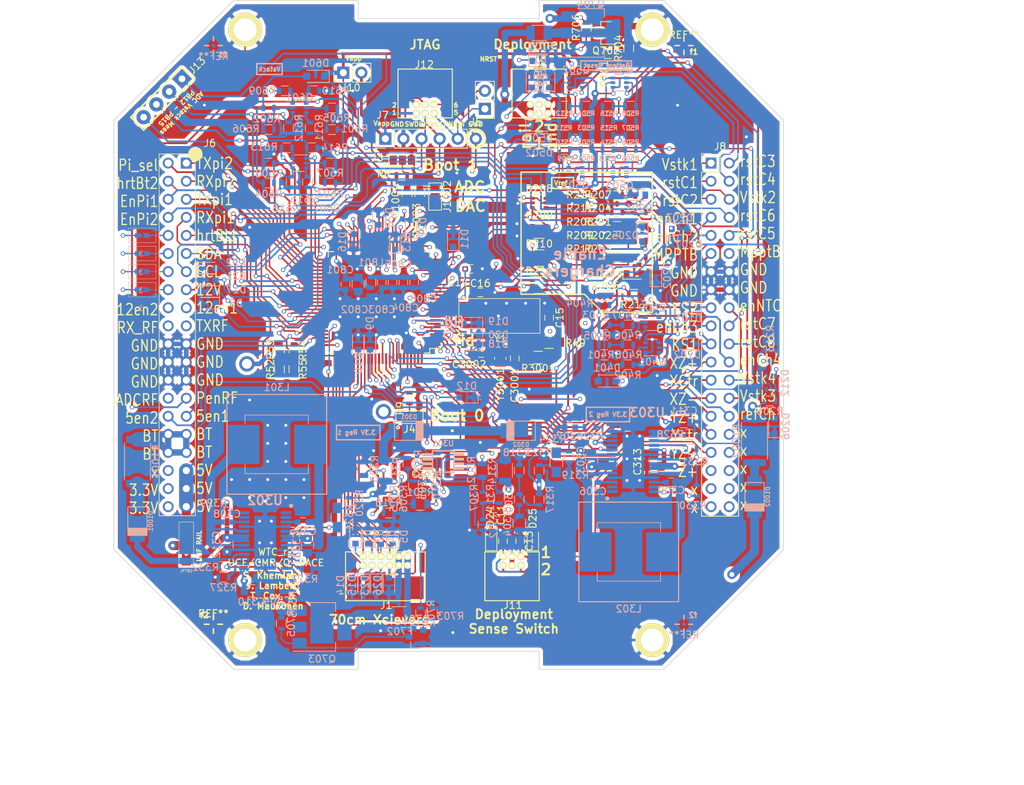
<source format=kicad_pcb>
(kicad_pcb (version 4) (host pcbnew 4.0.7)
  (title_block (title WTC) (date 2018-02-05) (rev r2) (company "UCF / FSI / CMR / Q-Pace / SurfSat") (comment 1 "Additions for SurfSat and the Endurosat Transciever"))
  (layers (0 F.Cu signal) (1 In1.Cu signal hide) (2 In2.Cu signal hide) (31 B.Cu signal hide) (34 B.Paste user) (35 F.Paste user) (36 B.SilkS user) (37 F.SilkS user) (38 B.Mask user hide) (39 F.Mask user hide) (44 Edge.Cuts user))
  (net 0 "")
  (net 1 GND)
  (net 2 3.3Raw-1)
  (net 3 "Net-(C3001-Pad1)")
  (net 4 "Net-(C3002-Pad1)")
  (net 5 3.3Raw-2)
  (net 6 Imon_3.3-1)
  (net 7 Imon_3.3-2)
  (net 8 Battery_Rail)
  (net 9 "Net-(R3001-Pad2)")
  (net 10 UART_TXD_Pi2)
  (net 11 UART_RXD_Pi2)
  (net 12 Pi_Heartbeat_Pi2)
  (net 13 UART_TXD_Pi1)
  (net 14 UART_RXD_Pi1)
  (net 15 Pi_Heartbeat_Pi1)
  (net 16 I2C_SDA)
  (net 17 I2C_SCL)
  (net 18 12V_Rail)
  (net 19 12V_1_Enable)
  (net 20 5V_Rail_1_Enable)
  (net 21 5V_Rail_2_Enable)
  (net 22 5V_Rail)
  (net 23 3_3V_Rail)
  (net 24 12V_2_Enable)
  (net 25 /SWDIO)
  (net 26 /SWCLK)
  (net 27 Pgood_3.3-2)
  (net 28 Pgood_3.3-1)
  (net 29 Kill_Switch_1)
  (net 30 Kill_Switch_2)
  (net 31 MPPT_BUS)
  (net 32 V_Stack_1)
  (net 33 Reset_C1)
  (net 34 Reset_C2)
  (net 35 EN_Chrg_1)
  (net 36 EN_Chrg_2)
  (net 37 EN_Chrg_3)
  (net 38 Reset_C3)
  (net 39 Reset_C4)
  (net 40 V_Stack_2)
  (net 41 Reset_C6)
  (net 42 Reset_C5)
  (net 43 Reset_C7)
  (net 44 Reset_C8)
  (net 45 EN_Chrg_4)
  (net 46 V_Stack_4)
  (net 47 V_Stack_3)
  (net 48 REF_Chrg)
  (net 49 Battery_Reset_1)
  (net 50 Battery_Reset_2)
  (net 51 "Net-(D1001-Pad2)")
  (net 52 "Net-(D1002-Pad2)")
  (net 53 DAC_REF_Chrg)
  (net 54 "Net-(Q501-Pad5)")
  (net 55 "Net-(Q501-Pad2)")
  (net 56 "Net-(Q502-Pad5)")
  (net 57 "Net-(Q502-Pad2)")
  (net 58 "Net-(Q503-Pad5)")
  (net 59 "Net-(Q503-Pad2)")
  (net 60 "Net-(Q504-Pad5)")
  (net 61 "Net-(Q504-Pad2)")
  (net 62 MPPT_BUS_MON)
  (net 63 "Net-(D501-Pad1)")
  (net 64 "Net-(J1002-Pad3)")
  (net 65 ADC_REF_Chrg)
  (net 66 RF_Deck_Power_Enable)
  (net 67 UHF_Deploy_1)
  (net 68 UHF_Deploy_2)
  (net 69 "Net-(Q401-Pad2)")
  (net 70 "Net-(Q402-Pad2)")
  (net 71 "Net-(Q601-Pad2)")
  (net 72 "Net-(Q601-Pad3)")
  (net 73 "Net-(Q601-Pad5)")
  (net 74 "Net-(Q601-Pad6)")
  (net 75 "Net-(Q602-Pad2)")
  (net 76 "Net-(Q602-Pad3)")
  (net 77 "Net-(Q602-Pad5)")
  (net 78 "Net-(Q602-Pad6)")
  (net 79 "Net-(Q401-Pad5)")
  (net 80 "Net-(Q402-Pad5)")
  (net 81 WTC_V_Stack)
  (net 82 V_Stack_1_Meas)
  (net 83 V_Stack_2_Meas)
  (net 84 V_Stack_3_Meas)
  (net 85 V_Stack_4_Meas)
  (net 86 WTC_EN_Chrg)
  (net 87 WTC_BUS_Switch_Pi_Select)
  (net 88 "Net-(J8-Pad37)")
  (net 89 "Net-(J8-Pad38)")
  (net 90 "Net-(J8-Pad39)")
  (net 91 "Net-(J8-Pad40)")
  (net 92 10X_Out_2)
  (net 93 20X_Out_1)
  (net 94 PwrMon_RF_ADC)
  (net 95 UHF_Rail_Raw)
  (net 96 "Net-(F701-Pad1)")
  (net 97 Deployment_Battery_Rail)
  (net 98 "Net-(F702-Pad1)")
  (net 99 UHF_Rail)
  (net 100 "Net-(Q701-Pad3)")
  (net 101 UHF_Power_Enable)
  (net 102 Deployment_Power_Enable)
  (net 103 EN_NTC_Drive)
  (net 104 EN_MPPT_XZ+)
  (net 105 EN_MPPT_XCtr)
  (net 106 EN_MPPT_XZ-)
  (net 107 EN_MPPT_YZ+)
  (net 108 EN_MPPT_YCtr)
  (net 109 EN_MPPT_YZ-)
  (net 110 EN_MPPT_Z+)
  (net 111 "Net-(J8-Pad34)")
  (net 112 "Net-(J8-Pad36)")
  (net 113 "Net-(J8-Pad32)")
  (net 114 Spacecraft_Deployment_Switch_1)
  (net 115 Spacecraft_Deployment_Switch_2)
  (net 116 "Net-(C14-Pad1)")
  (net 117 NRST)
  (net 118 "Net-(C15-Pad2)")
  (net 119 "Net-(C16-Pad2)")
  (net 120 "Net-(R49-Pad1)")
  (net 121 70cm_Primary_UART_RX)
  (net 122 70cm_Primary_UART_TX)
  (net 123 70cm_Primary_Enable)
  (net 124 VDDA)
  (net 125 Pwr_En_Pi1)
  (net 126 Pwr_En_Pi2)
  (net 127 "Net-(J6-Pad36)")
  (net 128 10X_Out_1)
  (net 129 5X_Out_2)
  (net 130 5X_Out_1)
  (net 131 5X_Out_3)
  (net 132 STM_PE6)
  (net 133 STM_PC13)
  (net 134 STM_PE2)
  (net 135 STM_PD4)
  (net 136 STM_PD1)
  (net 137 STM_PE13)
  (net 138 STM_PA8)
  (net 139 STM_PC7)
  (net 140 STM_PC5_ADC)
  (net 141 STM_PC6)
  (net 142 STM_PE1)
  (net 143 STM_PA0)
  (net 144 "Net-(J6-Pad10)")
  (net 145 "Net-(J6-Pad12)")
  (net 146 "Net-(J6-Pad14)")
  (net 147 "Net-(J6-Pad16)")
  (net 148 STM_PA11)
  (net 149 "Net-(J3-Pad2)")
  (net 150 "Net-(J4-Pad2)")
  (net 151 /JTG1)
  (net 152 /JTG3)
  (net 153 /JTG4)
  (net 154 "Net-(C304-Pad1)")
  (net 155 "Net-(C305-Pad1)")
  (net 156 "Net-(C305-Pad2)")
  (net 157 "Net-(C306-Pad1)")
  (net 158 "Net-(C306-Pad2)")
  (net 159 "Net-(C307-Pad1)")
  (net 160 "Net-(C308-Pad1)")
  (net 161 "Net-(C308-Pad2)")
  (net 162 "Net-(C309-Pad1)")
  (net 163 "Net-(C309-Pad2)")
  (net 164 "Net-(C310-Pad1)")
  (net 165 "Net-(C311-Pad1)")
  (net 166 70cm_AUX_GPIO)
  (net 167 70cm_AUX_ADC)
  (net 168 STM_PA4)
  (net 169 STM_PE8)
  (net 170 "Net-(D301-Pad2)")
  (net 171 "Net-(D302-Pad2)")
  (net 172 "Net-(J12-Pad6)")
  (net 173 UART_TX_UHF_Sec)
  (net 174 UART_RX_UHF_Sec)
  (net 175 "Net-(JP701-Pad2)")
  (net 176 70cm_Secondary_Enable)
  (net 177 "Net-(R8-Pad1)")
  (net 178 /Boot0_Sel.)
  (net 179 "Net-(R301-Pad2)")
  (net 180 "Net-(R302-Pad2)")
  (net 181 "Net-(R303-Pad1)")
  (net 182 "Net-(R304-Pad1)")
  (net 183 "Net-(R305-Pad1)")
  (net 184 "Net-(R306-Pad1)")
  (net 185 "Net-(R307-Pad1)")
  (net 186 "Net-(R308-Pad1)")
  (net 187 "Net-(R319-Pad1)")
  (net 188 "Net-(R319-Pad2)")
  (net 189 "Net-(R320-Pad1)")
  (net 190 "Net-(R321-Pad1)")
  (net 191 "Net-(R325-Pad2)")
  (net 192 "Net-(R326-Pad2)")
  (net 193 "Net-(R327-Pad2)")
  (net 194 "Net-(R328-Pad2)")
  (net 195 "Net-(R329-Pad2)")
  (net 196 "Net-(R330-Pad2)")
  (net 197 "Net-(U302-Pad1)")
  (net 198 "Net-(U302-Pad2)")
  (net 199 "Net-(U302-Pad27)")
  (net 200 "Net-(U303-Pad1)")
  (net 201 "Net-(U303-Pad2)")
  (net 202 "Net-(U303-Pad27)")
  (net 203 "Net-(Q701-Pad1)")
  (net 204 "Net-(Q702-Pad1)")
  (net 205 "Net-(Q702-Pad3)")
  (net 206 "Net-(R701-Pad2)")
  (module Fiducials:Fiducial_0.5mm_Dia_1mm_Outer (layer F.Cu) (at 93.98 142.24)
    (fp_text reference REF** (at 0 -1.5) (layer F.SilkS))
    (fp_text value Fiducial_0.5mm_Dia_1mm_Outer)
    (pad ~ smd circle (at 0 0) (size 0.5 0.5) (layers F.Cu F.Mask) (clearance 0.25))
  )
  (module SolderBridge_2_way_NP (layer F.Cu) (at 90.17 131.191 180)
    (fp_text reference JP701 (at 0 -3.556 180) (layer F.SilkS) (effects (font (size 0.381 0.381) (thickness 0.0635))))
    (fp_text value "UHF Rail Select" hide)
    (pad 1 smd rect (at 0 2.2225 180) (size 1.27 1.27) (layers F.Cu F.Paste F.Mask) (net 22 5V_Rail) (clearance 0.127))
    (pad 2 smd rect (at 0 0.635 225) (size 0.889 0.889) (layers F.Cu F.Paste F.Mask) (net 175 "Net-(JP701-Pad2)") (clearance 0.0254))
    (pad 3 smd rect (at 0 -2.159 180) (size 1.27 1.27) (layers F.Cu F.Paste F.Mask) (net 95 UHF_Rail_Raw))
    (pad 2 smd rect (at 0 0 180) (size 1.27 1.27) (layers F.Cu F.Paste F.Mask) (net 175 "Net-(JP701-Pad2)") (clearance 0.127))
    (pad 1 smd trapezoid (at -0.3175 1.5875 90) (size 0.635 0.635) (rect_delta 0 0.6223) (layers F.Cu F.Paste F.Mask) (net 22 5V_Rail) (clearance 0.0254))
    (pad 1 smd trapezoid (at 0.3175 1.5875 270) (size 0.635 0.635) (rect_delta 0 0.6223) (layers F.Cu F.Paste F.Mask) (net 22 5V_Rail) (clearance 0.0254))
    (pad 2 smd rect (at 0 -0.635 225) (size 0.889 0.889) (layers F.Cu F.Paste F.Mask) (net 175 "Net-(JP701-Pad2)"))
    (pad 3 smd trapezoid (at -0.3175 -1.524 90) (size 0.635 0.635) (rect_delta 0 0.6223) (layers F.Cu F.Paste F.Mask) (net 95 UHF_Rail_Raw))
    (pad 3 smd trapezoid (at 0.3175 -1.524 270) (size 0.635 0.635) (rect_delta 0 0.6223) (layers F.Cu F.Paste F.Mask) (net 95 UHF_Rail_Raw))
  )
  (module Pin_Headers:Pin_Header_Straight_1x01_Pitch2.54mm-rnd (layer F.Cu) (at 130.81 74.041)
    (fp_text reference J5 (at 0 -2.33) (layer F.SilkS))
    (fp_text value SWD)
    (pad 1 thru_hole circle (at 0 0) (size 1.7 1.7) (drill 1) (layers *.Cu *.Mask) (net 172 "Net-(J12-Pad6)"))
  )
  (module Footprints:SOT-223-3Lead_TabPin2_ONE_2 (layer B.Cu) (at 146.939 59.182)
    (fp_text reference Q704 (at 0 -4.064) (layer B.SilkS) (effects (justify mirror)))
    (fp_text value Q_PMOS_GDS)
    (pad 2 smd rect (at 3.15 0) (size 2 3.8) (layers B.Cu B.Paste B.Mask) (net 96 "Net-(F701-Pad1)"))
    (pad 2 smd rect (at -3.15 0) (size 2 1.5) (layers B.Cu B.Paste B.Mask) (net 96 "Net-(F701-Pad1)"))
    (pad 3 smd rect (at -3.15 -2.3) (size 2 1.5) (layers B.Cu B.Paste B.Mask) (net 8 Battery_Rail))
    (pad 1 smd rect (at -3.15 2.3) (size 2 1.5) (layers B.Cu B.Paste B.Mask) (net 205 "Net-(Q702-Pad3)"))
  )
  (module Footprints:3.3uH_Dual (layer B.Cu) (at 152.273 132.08)
    (fp_text reference L302 (at 0 8) (layer B.SilkS) (effects (justify mirror)))
    (fp_text value "3.3 uH")
    (pad 1 smd rect (at -4.6736 0) (size 4.485 5.5) (layers B.Cu B.Paste B.Mask) (net 158 "Net-(C306-Pad2)"))
    (pad 2 smd rect (at 4.6736 0) (size 4.485 5.5) (layers B.Cu B.Paste B.Mask) (net 162 "Net-(C309-Pad1)"))
  )
  (module Housings_QFP:LQFP-100_14x14mm_Pitch0.5mm (layer F.Cu) (at 117.221 97.028 180)
    (fp_text reference U1 (at 0 -9.65 180) (layer F.SilkS))
    (fp_text value STM32L151VE)
    (pad 1 smd rect (at -7.9 -6 180) (size 1.5 0.28) (layers F.Cu F.Paste F.Mask) (net 134 STM_PE2))
    (pad 2 smd rect (at -7.9 -5.5 180) (size 1.5 0.28) (layers F.Cu F.Paste F.Mask) (net 86 WTC_EN_Chrg))
    (pad 3 smd rect (at -7.9 -5 180) (size 1.5 0.28) (layers F.Cu F.Paste F.Mask) (net 49 Battery_Reset_1))
    (pad 4 smd rect (at -7.9 -4.5 180) (size 1.5 0.28) (layers F.Cu F.Paste F.Mask) (net 50 Battery_Reset_2))
    (pad 5 smd rect (at -7.9 -4 180) (size 1.5 0.28) (layers F.Cu F.Paste F.Mask) (net 132 STM_PE6))
    (pad 6 smd rect (at -7.9 -3.5 180) (size 1.5 0.28) (layers F.Cu F.Paste F.Mask) (net 23 3_3V_Rail))
    (pad 7 smd rect (at -7.9 -3 180) (size 1.5 0.28) (layers F.Cu F.Paste F.Mask) (net 133 STM_PC13))
    (pad 8 smd rect (at -7.9 -2.5 180) (size 1.5 0.28) (layers F.Cu F.Paste F.Mask) (net 4 "Net-(C3002-Pad1)"))
    (pad 9 smd rect (at -7.9 -2 180) (size 1.5 0.28) (layers F.Cu F.Paste F.Mask) (net 9 "Net-(R3001-Pad2)"))
    (pad 10 smd rect (at -7.9 -1.5 180) (size 1.5 0.28) (layers F.Cu F.Paste F.Mask) (net 1 GND))
    (pad 11 smd rect (at -7.9 -1 180) (size 1.5 0.28) (layers F.Cu F.Paste F.Mask) (net 23 3_3V_Rail))
    (pad 12 smd rect (at -7.9 -0.5 180) (size 1.5 0.28) (layers F.Cu F.Paste F.Mask) (net 120 "Net-(R49-Pad1)"))
    (pad 13 smd rect (at -7.9 0 180) (size 1.5 0.28) (layers F.Cu F.Paste F.Mask) (net 119 "Net-(C16-Pad2)"))
    (pad 14 smd rect (at -7.9 0.5 180) (size 1.5 0.28) (layers F.Cu F.Paste F.Mask) (net 116 "Net-(C14-Pad1)"))
    (pad 15 smd rect (at -7.9 1 180) (size 1.5 0.28) (layers F.Cu F.Paste F.Mask) (net 131 5X_Out_3))
    (pad 16 smd rect (at -7.9 1.5 180) (size 1.5 0.28) (layers F.Cu F.Paste F.Mask) (net 129 5X_Out_2))
    (pad 17 smd rect (at -7.9 2 180) (size 1.5 0.28) (layers F.Cu F.Paste F.Mask) (net 130 5X_Out_1))
    (pad 18 smd rect (at -7.9 2.5 180) (size 1.5 0.28) (layers F.Cu F.Paste F.Mask) (net 128 10X_Out_1))
    (pad 19 smd rect (at -7.9 3 180) (size 1.5 0.28) (layers F.Cu F.Paste F.Mask) (net 1 GND))
    (pad 20 smd rect (at -7.9 3.5 180) (size 1.5 0.28) (layers F.Cu F.Paste F.Mask) (net 1 GND))
    (pad 21 smd rect (at -7.9 4 180) (size 1.5 0.28) (layers F.Cu F.Paste F.Mask) (net 23 3_3V_Rail))
    (pad 22 smd rect (at -7.9 4.5 180) (size 1.5 0.28) (layers F.Cu F.Paste F.Mask) (net 124 VDDA))
    (pad 23 smd rect (at -7.9 5 180) (size 1.5 0.28) (layers F.Cu F.Paste F.Mask) (net 143 STM_PA0))
    (pad 24 smd rect (at -7.9 5.5 180) (size 1.5 0.28) (layers F.Cu F.Paste F.Mask) (net 62 MPPT_BUS_MON))
    (pad 25 smd rect (at -7.9 6 180) (size 1.5 0.28) (layers F.Cu F.Paste F.Mask) (net 173 UART_TX_UHF_Sec))
    (pad 26 smd rect (at -6 7.9 270) (size 1.5 0.28) (layers F.Cu F.Paste F.Mask) (net 174 UART_RX_UHF_Sec))
    (pad 27 smd rect (at -5.5 7.9 270) (size 1.5 0.28) (layers F.Cu F.Paste F.Mask) (net 1 GND))
    (pad 28 smd rect (at -5 7.9 270) (size 1.5 0.28) (layers F.Cu F.Paste F.Mask) (net 23 3_3V_Rail))
    (pad 29 smd rect (at -4.5 7.9 270) (size 1.5 0.28) (layers F.Cu F.Paste F.Mask) (net 168 STM_PA4))
    (pad 30 smd rect (at -4 7.9 270) (size 1.5 0.28) (layers F.Cu F.Paste F.Mask) (net 53 DAC_REF_Chrg))
    (pad 31 smd rect (at -3.5 7.9 270) (size 1.5 0.28) (layers F.Cu F.Paste F.Mask) (net 65 ADC_REF_Chrg))
    (pad 32 smd rect (at -3 7.9 270) (size 1.5 0.28) (layers F.Cu F.Paste F.Mask) (net 92 10X_Out_2))
    (pad 33 smd rect (at -2.5 7.9 270) (size 1.5 0.28) (layers F.Cu F.Paste F.Mask) (net 93 20X_Out_1))
    (pad 34 smd rect (at -2 7.9 270) (size 1.5 0.28) (layers F.Cu F.Paste F.Mask) (net 140 STM_PC5_ADC))
    (pad 35 smd rect (at -1.5 7.9 270) (size 1.5 0.28) (layers F.Cu F.Paste F.Mask) (net 7 Imon_3.3-2))
    (pad 36 smd rect (at -1 7.9 270) (size 1.5 0.28) (layers F.Cu F.Paste F.Mask) (net 6 Imon_3.3-1))
    (pad 37 smd rect (at -0.5 7.9 270) (size 1.5 0.28) (layers F.Cu F.Paste F.Mask) (net 177 "Net-(R8-Pad1)"))
    (pad 38 smd rect (at 0 7.9 270) (size 1.5 0.28) (layers F.Cu F.Paste F.Mask) (net 66 RF_Deck_Power_Enable))
    (pad 39 smd rect (at 0.5 7.9 270) (size 1.5 0.28) (layers F.Cu F.Paste F.Mask) (net 169 STM_PE8))
    (pad 40 smd rect (at 1 7.9 270) (size 1.5 0.28) (layers F.Cu F.Paste F.Mask) (net 94 PwrMon_RF_ADC))
    (pad 41 smd rect (at 1.5 7.9 270) (size 1.5 0.28) (layers F.Cu F.Paste F.Mask) (net 167 70cm_AUX_ADC))
    (pad 42 smd rect (at 2 7.9 270) (size 1.5 0.28) (layers F.Cu F.Paste F.Mask) (net 68 UHF_Deploy_2))
    (pad 43 smd rect (at 2.5 7.9 270) (size 1.5 0.28) (layers F.Cu F.Paste F.Mask) (net 67 UHF_Deploy_1))
    (pad 44 smd rect (at 3 7.9 270) (size 1.5 0.28) (layers F.Cu F.Paste F.Mask) (net 137 STM_PE13))
    (pad 45 smd rect (at 3.5 7.9 270) (size 1.5 0.28) (layers F.Cu F.Paste F.Mask) (net 29 Kill_Switch_1))
    (pad 46 smd rect (at 4 7.9 270) (size 1.5 0.28) (layers F.Cu F.Paste F.Mask) (net 30 Kill_Switch_2))
    (pad 47 smd rect (at 4.5 7.9 270) (size 1.5 0.28) (layers F.Cu F.Paste F.Mask) (net 17 I2C_SCL))
    (pad 48 smd rect (at 5 7.9 270) (size 1.5 0.28) (layers F.Cu F.Paste F.Mask) (net 16 I2C_SDA))
    (pad 49 smd rect (at 5.5 7.9 270) (size 1.5 0.28) (layers F.Cu F.Paste F.Mask) (net 1 GND))
    (pad 50 smd rect (at 6 7.9 270) (size 1.5 0.28) (layers F.Cu F.Paste F.Mask) (net 23 3_3V_Rail))
    (pad 51 smd rect (at 7.9 6 180) (size 1.5 0.28) (layers F.Cu F.Paste F.Mask) (net 82 V_Stack_1_Meas))
    (pad 52 smd rect (at 7.9 5.5 180) (size 1.5 0.28) (layers F.Cu F.Paste F.Mask) (net 84 V_Stack_3_Meas))
    (pad 53 smd rect (at 7.9 5 180) (size 1.5 0.28) (layers F.Cu F.Paste F.Mask) (net 83 V_Stack_2_Meas))
    (pad 54 smd rect (at 7.9 4.5 180) (size 1.5 0.28) (layers F.Cu F.Paste F.Mask) (net 85 V_Stack_4_Meas))
    (pad 55 smd rect (at 7.9 4 180) (size 1.5 0.28) (layers F.Cu F.Paste F.Mask) (net 10 UART_TXD_Pi2))
    (pad 56 smd rect (at 7.9 3.5 180) (size 1.5 0.28) (layers F.Cu F.Paste F.Mask) (net 11 UART_RXD_Pi2))
    (pad 57 smd rect (at 7.9 3 180) (size 1.5 0.28) (layers F.Cu F.Paste F.Mask) (net 81 WTC_V_Stack))
    (pad 58 smd rect (at 7.9 2.5 180) (size 1.5 0.28) (layers F.Cu F.Paste F.Mask) (net 125 Pwr_En_Pi1))
    (pad 59 smd rect (at 7.9 2 180) (size 1.5 0.28) (layers F.Cu F.Paste F.Mask) (net 126 Pwr_En_Pi2))
    (pad 60 smd rect (at 7.9 1.5 180) (size 1.5 0.28) (layers F.Cu F.Paste F.Mask) (net 87 WTC_BUS_Switch_Pi_Select))
    (pad 61 smd rect (at 7.9 1 180) (size 1.5 0.28) (layers F.Cu F.Paste F.Mask) (net 12 Pi_Heartbeat_Pi2))
    (pad 62 smd rect (at 7.9 0.5 180) (size 1.5 0.28) (layers F.Cu F.Paste F.Mask) (net 15 Pi_Heartbeat_Pi1))
    (pad 63 smd rect (at 7.9 0 180) (size 1.5 0.28) (layers F.Cu F.Paste F.Mask) (net 141 STM_PC6))
    (pad 64 smd rect (at 7.9 -0.5 180) (size 1.5 0.28) (layers F.Cu F.Paste F.Mask) (net 139 STM_PC7))
    (pad 65 smd rect (at 7.9 -1 180) (size 1.5 0.28) (layers F.Cu F.Paste F.Mask) (net 19 12V_1_Enable))
    (pad 66 smd rect (at 7.9 -1.5 180) (size 1.5 0.28) (layers F.Cu F.Paste F.Mask) (net 24 12V_2_Enable))
    (pad 67 smd rect (at 7.9 -2 180) (size 1.5 0.28) (layers F.Cu F.Paste F.Mask) (net 138 STM_PA8))
    (pad 68 smd rect (at 7.9 -2.5 180) (size 1.5 0.28) (layers F.Cu F.Paste F.Mask) (net 13 UART_TXD_Pi1))
    (pad 69 smd rect (at 7.9 -3 180) (size 1.5 0.28) (layers F.Cu F.Paste F.Mask) (net 14 UART_RXD_Pi1))
    (pad 70 smd rect (at 7.9 -3.5 180) (size 1.5 0.28) (layers F.Cu F.Paste F.Mask) (net 148 STM_PA11))
    (pad 71 smd rect (at 7.9 -4 180) (size 1.5 0.28) (layers F.Cu F.Paste F.Mask) (net 20 5V_Rail_1_Enable))
    (pad 72 smd rect (at 7.9 -4.5 180) (size 1.5 0.28) (layers F.Cu F.Paste F.Mask) (net 25 /SWDIO))
    (pad 73 smd rect (at 7.9 -5 180) (size 1.5 0.28) (layers F.Cu F.Paste F.Mask) (net 21 5V_Rail_2_Enable))
    (pad 74 smd rect (at 7.9 -5.5 180) (size 1.5 0.28) (layers F.Cu F.Paste F.Mask) (net 1 GND))
    (pad 75 smd rect (at 7.9 -6 180) (size 1.5 0.28) (layers F.Cu F.Paste F.Mask) (net 23 3_3V_Rail))
    (pad 76 smd rect (at 6 -7.9 270) (size 1.5 0.28) (layers F.Cu F.Paste F.Mask) (net 26 /SWCLK))
    (pad 77 smd rect (at 5.5 -7.9 270) (size 1.5 0.28) (layers F.Cu F.Paste F.Mask) (net 166 70cm_AUX_GPIO))
    (pad 78 smd rect (at 5 -7.9 270) (size 1.5 0.28) (layers F.Cu F.Paste F.Mask) (net 122 70cm_Primary_UART_TX))
    (pad 79 smd rect (at 4.5 -7.9 270) (size 1.5 0.28) (layers F.Cu F.Paste F.Mask) (net 121 70cm_Primary_UART_RX))
    (pad 80 smd rect (at 4 -7.9 270) (size 1.5 0.28) (layers F.Cu F.Paste F.Mask) (net 123 70cm_Primary_Enable))
    (pad 81 smd rect (at 3.5 -7.9 270) (size 1.5 0.28) (layers F.Cu F.Paste F.Mask) (net 176 70cm_Secondary_Enable))
    (pad 82 smd rect (at 3 -7.9 270) (size 1.5 0.28) (layers F.Cu F.Paste F.Mask) (net 136 STM_PD1))
    (pad 83 smd rect (at 2.5 -7.9 270) (size 1.5 0.28) (layers F.Cu F.Paste F.Mask) (net 28 Pgood_3.3-1))
    (pad 84 smd rect (at 2 -7.9 270) (size 1.5 0.28) (layers F.Cu F.Paste F.Mask) (net 27 Pgood_3.3-2))
    (pad 85 smd rect (at 1.5 -7.9 270) (size 1.5 0.28) (layers F.Cu F.Paste F.Mask) (net 135 STM_PD4))
    (pad 86 smd rect (at 1 -7.9 270) (size 1.5 0.28) (layers F.Cu F.Paste F.Mask) (net 110 EN_MPPT_Z+))
    (pad 87 smd rect (at 0.5 -7.9 270) (size 1.5 0.28) (layers F.Cu F.Paste F.Mask) (net 109 EN_MPPT_YZ-))
    (pad 88 smd rect (at 0 -7.9 270) (size 1.5 0.28) (layers F.Cu F.Paste F.Mask) (net 108 EN_MPPT_YCtr))
    (pad 89 smd rect (at -0.5 -7.9 270) (size 1.5 0.28) (layers F.Cu F.Paste F.Mask) (net 172 "Net-(J12-Pad6)"))
    (pad 90 smd rect (at -1 -7.9 270) (size 1.5 0.28) (layers F.Cu F.Paste F.Mask) (net 106 EN_MPPT_XZ-))
    (pad 91 smd rect (at -1.5 -7.9 270) (size 1.5 0.28) (layers F.Cu F.Paste F.Mask) (net 105 EN_MPPT_XCtr))
    (pad 92 smd rect (at -2 -7.9 270) (size 1.5 0.28) (layers F.Cu F.Paste F.Mask) (net 104 EN_MPPT_XZ+))
    (pad 93 smd rect (at -2.5 -7.9 270) (size 1.5 0.28) (layers F.Cu F.Paste F.Mask) (net 103 EN_NTC_Drive))
    (pad 94 smd rect (at -3 -7.9 270) (size 1.5 0.28) (layers F.Cu F.Paste F.Mask) (net 178 /Boot0_Sel.))
    (pad 95 smd rect (at -3.5 -7.9 270) (size 1.5 0.28) (layers F.Cu F.Paste F.Mask) (net 102 Deployment_Power_Enable))
    (pad 96 smd rect (at -4 -7.9 270) (size 1.5 0.28) (layers F.Cu F.Paste F.Mask) (net 101 UHF_Power_Enable))
    (pad 97 smd rect (at -4.5 -7.9 270) (size 1.5 0.28) (layers F.Cu F.Paste F.Mask) (net 142 STM_PE1))
    (pad 98 smd rect (at -5 -7.9 270) (size 1.5 0.28) (layers F.Cu F.Paste F.Mask) (net 107 EN_MPPT_YZ+))
    (pad 99 smd rect (at -5.5 -7.9 270) (size 1.5 0.28) (layers F.Cu F.Paste F.Mask) (net 1 GND))
    (pad 100 smd rect (at -6 -7.9 270) (size 1.5 0.28) (layers F.Cu F.Paste F.Mask) (net 23 3_3V_Rail))
  )
  (module Capacitors_SMD:C_0603 (layer B.Cu) (at 95.885 127.889)
    (fp_text reference C308 (at 0 -1.143) (layer B.SilkS) (effects (justify mirror)))
    (fp_text value "0.1 uF")
    (pad 1 smd rect (at -0.75 0) (size 0.8 0.75) (layers B.Cu B.Paste B.Mask) (net 160 "Net-(C308-Pad1)"))
    (pad 2 smd rect (at 0.75 0) (size 0.8 0.75) (layers B.Cu B.Paste B.Mask) (net 161 "Net-(C308-Pad2)"))
  )
  (module Resistors_SMD:R_0603 (layer B.Cu) (at 95.377 134.112)
    (fp_text reference R332 (at -2.54 0.127) (layer B.SilkS) (effects (justify mirror)))
    (fp_text value 100K)
    (pad 1 smd rect (at -0.75 0) (size 0.5 0.9) (layers B.Cu B.Paste B.Mask) (net 95 UHF_Rail_Raw))
    (pad 2 smd rect (at 0.75 0) (size 0.5 0.9) (layers B.Cu B.Paste B.Mask) (net 114 Spacecraft_Deployment_Switch_1))
  )
  (module Resistors_SMD:R_0603 (layer B.Cu) (at 95.885 126.492)
    (fp_text reference R329 (at -1.905 -1.27) (layer B.SilkS) (effects (justify mirror)))
    (fp_text value 100K)
    (pad 1 smd rect (at -0.75 0) (size 0.5 0.9) (layers B.Cu B.Paste B.Mask) (net 95 UHF_Rail_Raw))
    (pad 2 smd rect (at 0.75 0) (size 0.5 0.9) (layers B.Cu B.Paste B.Mask) (net 195 "Net-(R329-Pad2)"))
  )
  (module Resistors_SMD:R_0603 (layer B.Cu) (at 95.377 135.636)
    (fp_text reference R327 (at 0 1.45) (layer B.SilkS) (effects (justify mirror)))
    (fp_text value 105K)
    (pad 1 smd rect (at -0.75 0) (size 0.5 0.9) (layers B.Cu B.Paste B.Mask) (net 1 GND))
    (pad 2 smd rect (at 0.75 0) (size 0.5 0.9) (layers B.Cu B.Paste B.Mask) (net 193 "Net-(R327-Pad2)"))
  )
  (module Resistors_SMD:R_0603 (layer B.Cu) (at 107.1245 134.4295 180)
    (fp_text reference R322 (at 0.381 -1.4605 180) (layer B.SilkS) (effects (justify mirror)))
    (fp_text value 100K)
    (pad 1 smd rect (at -0.75 0 180) (size 0.5 0.9) (layers B.Cu B.Paste B.Mask) (net 1 GND))
    (pad 2 smd rect (at 0.75 0 180) (size 0.5 0.9) (layers B.Cu B.Paste B.Mask) (net 190 "Net-(R321-Pad1)"))
  )
  (module Capacitors_SMD:C_0603 (layer B.Cu) (at 102.87 137.668 180)
    (fp_text reference C304 (at 0 -1.27 180) (layer B.SilkS) (effects (justify mirror)))
    (fp_text value 680pF)
    (pad 1 smd rect (at -0.75 0 180) (size 0.8 0.75) (layers B.Cu B.Paste B.Mask) (net 154 "Net-(C304-Pad1)"))
    (pad 2 smd rect (at 0.75 0 180) (size 0.8 0.75) (layers B.Cu B.Paste B.Mask) (net 1 GND))
  )
  (module Resistors_SMD:R_0603 (layer B.Cu) (at 105.156 136.906 90)
    (fp_text reference R325 (at -2.54 0 90) (layer B.SilkS) (effects (justify mirror)))
    (fp_text value 78.7K)
    (pad 1 smd rect (at -0.75 0 90) (size 0.5 0.9) (layers B.Cu B.Paste B.Mask) (net 154 "Net-(C304-Pad1)"))
    (pad 2 smd rect (at 0.75 0 90) (size 0.5 0.9) (layers B.Cu B.Paste B.Mask) (net 191 "Net-(R325-Pad2)"))
  )
  (module Capacitors_SMD:C_0603 (layer F.Cu) (at 126.111 121.158 180)
    (fp_text reference C301 (at 2.413 0 180) (layer F.SilkS))
    (fp_text value "0.1 uF")
    (pad 1 smd rect (at -0.75 0 180) (size 0.8 0.75) (layers F.Cu F.Paste F.Mask) (net 2 3.3Raw-1))
    (pad 2 smd rect (at 0.75 0 180) (size 0.8 0.75) (layers F.Cu F.Paste F.Mask) (net 1 GND))
  )
  (module Capacitors_SMD:C_0603 (layer B.Cu) (at 106.553 127.889)
    (fp_text reference C305 (at 0 1.27) (layer B.SilkS) (effects (justify mirror)))
    (fp_text value "0.1 uF")
    (pad 1 smd rect (at -0.75 0) (size 0.8 0.75) (layers B.Cu B.Paste B.Mask) (net 155 "Net-(C305-Pad1)"))
    (pad 2 smd rect (at 0.75 0) (size 0.8 0.75) (layers B.Cu B.Paste B.Mask) (net 156 "Net-(C305-Pad2)"))
  )
  (module Capacitors_SMD:C_0805 (layer B.Cu) (at 99.314 137.541)
    (fp_text reference C310 (at 0 1.524) (layer B.SilkS) (effects (justify mirror)))
    (fp_text value "4.7 uF")
    (pad 1 smd rect (at -1 0) (size 1 1.25) (layers B.Cu B.Paste B.Mask) (net 164 "Net-(C310-Pad1)"))
    (pad 2 smd rect (at 1 0) (size 1 1.25) (layers B.Cu B.Paste B.Mask) (net 1 GND))
  )
  (module Footprints:LTC3119_29 (layer B.Cu) (at 101.219 130.81 180)
    (fp_text reference U302 (at 0 5.969 180) (layer B.SilkS) (effects (font (size 1.27 1.27) (thickness 0.254)) (justify mirror)))
    (fp_text value LTC3119 hide)
    (pad 1 smd rect (at -2.925 4.225 90) (size 0.45 1.45) (layers B.Cu B.Paste B.Mask) (net 197 "Net-(U302-Pad1)"))
    (pad 2 smd rect (at -2.925 3.575 90) (size 0.45 1.45) (layers B.Cu B.Paste B.Mask) (net 198 "Net-(U302-Pad2)"))
    (pad 3 smd rect (at -2.925 2.925 90) (size 0.45 1.45) (layers B.Cu B.Paste B.Mask) (net 155 "Net-(C305-Pad1)"))
    (pad 4 smd rect (at -2.925 2.275 90) (size 0.45 1.45) (layers B.Cu B.Paste B.Mask) (net 1 GND))
    (pad 5 smd rect (at -2.925 1.625 90) (size 0.45 1.45) (layers B.Cu B.Paste B.Mask) (net 156 "Net-(C305-Pad2)"))
    (pad 6 smd rect (at -2.925 0.975 90) (size 0.45 1.45) (layers B.Cu B.Paste B.Mask) (net 2 3.3Raw-1))
    (pad 7 smd rect (at -2.925 0.325 90) (size 0.45 1.45) (layers B.Cu B.Paste B.Mask) (net 2 3.3Raw-1))
    (pad 8 smd rect (at -2.925 -0.325 90) (size 0.45 1.45) (layers B.Cu B.Paste B.Mask) (net 156 "Net-(C305-Pad2)"))
    (pad 9 smd rect (at -2.925 -0.975 90) (size 0.45 1.45) (layers B.Cu B.Paste B.Mask) (net 1 GND))
    (pad 10 smd rect (at -2.925 -1.625 90) (size 0.45 1.45) (layers B.Cu B.Paste B.Mask) (net 28 Pgood_3.3-1))
    (pad 11 smd rect (at -2.925 -2.275 90) (size 0.45 1.45) (layers B.Cu B.Paste B.Mask) (net 164 "Net-(C310-Pad1)"))
    (pad 12 smd rect (at -2.925 -2.925 90) (size 0.45 1.45) (layers B.Cu B.Paste B.Mask) (net 190 "Net-(R321-Pad1)"))
    (pad 13 smd rect (at -2.925 -3.575 90) (size 0.45 1.45) (layers B.Cu B.Paste B.Mask) (net 191 "Net-(R325-Pad2)"))
    (pad 14 smd rect (at -2.925 -4.225 90) (size 0.45 1.45) (layers B.Cu B.Paste B.Mask) (net 1 GND))
    (pad 15 smd rect (at 2.925 -4.225 90) (size 0.45 1.45) (layers B.Cu B.Paste B.Mask) (net 164 "Net-(C310-Pad1)"))
    (pad 16 smd rect (at 2.925 -3.575 90) (size 0.45 1.45) (layers B.Cu B.Paste B.Mask) (net 164 "Net-(C310-Pad1)"))
    (pad 17 smd rect (at 2.925 -2.925 90) (size 0.45 1.45) (layers B.Cu B.Paste B.Mask) (net 193 "Net-(R327-Pad2)"))
    (pad 18 smd rect (at 2.925 -2.275 90) (size 0.45 1.45) (layers B.Cu B.Paste B.Mask) (net 114 Spacecraft_Deployment_Switch_1))
    (pad 19 smd rect (at 2.925 -1.625 90) (size 0.45 1.45) (layers B.Cu B.Paste B.Mask) (net 95 UHF_Rail_Raw))
    (pad 20 smd rect (at 2.925 -0.975 90) (size 0.45 1.45) (layers B.Cu B.Paste B.Mask) (net 1 GND))
    (pad 21 smd rect (at 2.925 -0.325 90) (size 0.45 1.45) (layers B.Cu B.Paste B.Mask) (net 160 "Net-(C308-Pad1)"))
    (pad 22 smd rect (at 2.925 0.325 90) (size 0.45 1.45) (layers B.Cu B.Paste B.Mask) (net 95 UHF_Rail_Raw))
    (pad 23 smd rect (at 2.925 0.975 90) (size 0.45 1.45) (layers B.Cu B.Paste B.Mask) (net 95 UHF_Rail_Raw))
    (pad 24 smd rect (at 2.925 1.625 90) (size 0.45 1.45) (layers B.Cu B.Paste B.Mask) (net 160 "Net-(C308-Pad1)"))
    (pad 25 smd rect (at 2.925 2.275 90) (size 0.45 1.45) (layers B.Cu B.Paste B.Mask) (net 1 GND))
    (pad 26 smd rect (at 2.925 2.925 90) (size 0.45 1.45) (layers B.Cu B.Paste B.Mask) (net 161 "Net-(C308-Pad2)"))
    (pad 27 smd rect (at 2.925 3.575 90) (size 0.45 1.45) (layers B.Cu B.Paste B.Mask) (net 199 "Net-(U302-Pad27)"))
    (pad 28 smd rect (at 2.925 4.225 90) (size 0.45 1.45) (layers B.Cu B.Paste B.Mask) (net 195 "Net-(R329-Pad2)"))
    (pad 29 smd rect (at 0 0 180) (size 3.05 7.56) (layers B.Cu B.Paste B.Mask) (net 1 GND))
  )
  (module Footprints:SOT-223-3Lead_TabPin2_ONE_2 (layer B.Cu) (at 109.22 142.621)
    (fp_text reference Q703 (at 0 4.5) (layer B.SilkS) (effects (justify mirror)))
    (fp_text value Q_PMOS_GDS)
    (pad 2 smd rect (at 3.15 0) (size 2 3.8) (layers B.Cu B.Paste B.Mask) (net 98 "Net-(F702-Pad1)"))
    (pad "" smd rect (at -3.15 0) (size 2 1.5) (layers B.Cu B.Paste B.Mask))
    (pad 3 smd rect (at -3.15 -2.3) (size 2 1.5) (layers B.Cu B.Paste B.Mask) (net 175 "Net-(JP701-Pad2)"))
    (pad 1 smd rect (at -3.15 2.3) (size 2 1.5) (layers B.Cu B.Paste B.Mask) (net 100 "Net-(Q701-Pad3)"))
  )
  (module TO_SOT_Packages_SMD:SOT-363_SC-70-6 (layer B.Cu) (at 155.575 103.378)
    (fp_text reference Q401 (at 0 2) (layer B.SilkS) (effects (justify mirror)))
    (fp_text value BSS138_Dual)
    (pad 1 smd rect (at -0.95 0.65) (size 0.65 0.4) (layers B.Cu B.Paste B.Mask) (net 1 GND))
    (pad 3 smd rect (at -0.95 -0.65) (size 0.65 0.4) (layers B.Cu B.Paste B.Mask) (net 36 EN_Chrg_2))
    (pad 5 smd rect (at 0.95 0) (size 0.65 0.4) (layers B.Cu B.Paste B.Mask) (net 79 "Net-(Q401-Pad5)"))
    (pad 2 smd rect (at -0.95 0) (size 0.65 0.4) (layers B.Cu B.Paste B.Mask) (net 69 "Net-(Q401-Pad2)"))
    (pad 4 smd rect (at 0.95 -0.65) (size 0.65 0.4) (layers B.Cu B.Paste B.Mask) (net 1 GND))
    (pad 6 smd rect (at 0.95 0.65) (size 0.65 0.4) (layers B.Cu B.Paste B.Mask) (net 35 EN_Chrg_1))
  )
  (module Mounting_Drill (layer F.Cu) (at 98.425 58.7375)
    (fp_text reference P3001 hide)
    (fp_text value Mounting hide)
    (pad 1 thru_hole circle (at 0 0) (size 4.7625 4.7625) (drill 3.175) (layers *.Cu *.Mask F.SilkS) (net 1 GND))
  )
  (module Mounting_Drill (layer F.Cu) (at 155.575 58.7375)
    (fp_text reference P3004 hide)
    (fp_text value VAL** hide)
    (pad 1 thru_hole circle (at 0 0) (size 4.7625 4.7625) (drill 3.175) (layers *.Cu *.Mask F.SilkS) (net 1 GND))
  )
  (module Mounting_Drill (layer F.Cu) (at 98.425 144.4625)
    (fp_text reference P3002 hide)
    (fp_text value VAL** hide)
    (pad 1 thru_hole circle (at 0 0) (size 4.7625 4.7625) (drill 3.175) (layers *.Cu *.Mask F.SilkS) (net 1 GND))
  )
  (module Mounting_Drill (layer F.Cu) (at 155.575 144.4625)
    (fp_text reference P3003 hide)
    (fp_text value VAL** hide)
    (pad 1 thru_hole circle (at 0 0) (size 4.7625 4.7625) (drill 3.175) (layers *.Cu *.Mask F.SilkS) (net 1 GND))
  )
  (module Footprints:LTC3119_29 (layer B.Cu) (at 152.908 119.38)
    (fp_text reference U303 (at 1.9685 -6.8707) (layer B.SilkS) (effects (font (size 1.27 1.27) (thickness 0.254)) (justify mirror)))
    (fp_text value LTC3119 hide)
    (pad 1 smd rect (at -2.925 4.225 270) (size 0.45 1.45) (layers B.Cu B.Paste B.Mask) (net 200 "Net-(U303-Pad1)"))
    (pad 2 smd rect (at -2.925 3.575 270) (size 0.45 1.45) (layers B.Cu B.Paste B.Mask) (net 201 "Net-(U303-Pad2)"))
    (pad 3 smd rect (at -2.925 2.925 270) (size 0.45 1.45) (layers B.Cu B.Paste B.Mask) (net 157 "Net-(C306-Pad1)"))
    (pad 4 smd rect (at -2.925 2.275 270) (size 0.45 1.45) (layers B.Cu B.Paste B.Mask) (net 1 GND))
    (pad 5 smd rect (at -2.925 1.625 270) (size 0.45 1.45) (layers B.Cu B.Paste B.Mask) (net 158 "Net-(C306-Pad2)"))
    (pad 6 smd rect (at -2.925 0.975 270) (size 0.45 1.45) (layers B.Cu B.Paste B.Mask) (net 5 3.3Raw-2))
    (pad 7 smd rect (at -2.925 0.325 270) (size 0.45 1.45) (layers B.Cu B.Paste B.Mask) (net 5 3.3Raw-2))
    (pad 8 smd rect (at -2.925 -0.325 270) (size 0.45 1.45) (layers B.Cu B.Paste B.Mask) (net 158 "Net-(C306-Pad2)"))
    (pad 9 smd rect (at -2.925 -0.975 270) (size 0.45 1.45) (layers B.Cu B.Paste B.Mask) (net 1 GND))
    (pad 10 smd rect (at -2.925 -1.625 270) (size 0.45 1.45) (layers B.Cu B.Paste B.Mask) (net 27 Pgood_3.3-2))
    (pad 11 smd rect (at -2.925 -2.275 270) (size 0.45 1.45) (layers B.Cu B.Paste B.Mask) (net 165 "Net-(C311-Pad1)"))
    (pad 12 smd rect (at -2.925 -2.925 270) (size 0.45 1.45) (layers B.Cu B.Paste B.Mask) (net 188 "Net-(R319-Pad2)"))
    (pad 13 smd rect (at -2.925 -3.575 270) (size 0.45 1.45) (layers B.Cu B.Paste B.Mask) (net 192 "Net-(R326-Pad2)"))
    (pad 14 smd rect (at -2.925 -4.225 270) (size 0.45 1.45) (layers B.Cu B.Paste B.Mask) (net 1 GND))
    (pad 15 smd rect (at 2.925 -4.225 270) (size 0.45 1.45) (layers B.Cu B.Paste B.Mask) (net 165 "Net-(C311-Pad1)"))
    (pad 16 smd rect (at 2.925 -3.575 270) (size 0.45 1.45) (layers B.Cu B.Paste B.Mask) (net 165 "Net-(C311-Pad1)"))
    (pad 17 smd rect (at 2.925 -2.925 270) (size 0.45 1.45) (layers B.Cu B.Paste B.Mask) (net 194 "Net-(R328-Pad2)"))
    (pad 18 smd rect (at 2.925 -2.275 270) (size 0.45 1.45) (layers B.Cu B.Paste B.Mask) (net 115 Spacecraft_Deployment_Switch_2))
    (pad 19 smd rect (at 2.925 -1.625 270) (size 0.45 1.45) (layers B.Cu B.Paste B.Mask) (net 95 UHF_Rail_Raw))
    (pad 20 smd rect (at 2.925 -0.975 270) (size 0.45 1.45) (layers B.Cu B.Paste B.Mask) (net 1 GND))
    (pad 21 smd rect (at 2.925 -0.325 270) (size 0.45 1.45) (layers B.Cu B.Paste B.Mask) (net 162 "Net-(C309-Pad1)"))
    (pad 22 smd rect (at 2.925 0.325 270) (size 0.45 1.45) (layers B.Cu B.Paste B.Mask) (net 95 UHF_Rail_Raw))
    (pad 23 smd rect (at 2.925 0.975 270) (size 0.45 1.45) (layers B.Cu B.Paste B.Mask) (net 95 UHF_Rail_Raw))
    (pad 24 smd rect (at 2.925 1.625 270) (size 0.45 1.45) (layers B.Cu B.Paste B.Mask) (net 162 "Net-(C309-Pad1)"))
    (pad 25 smd rect (at 2.925 2.275 270) (size 0.45 1.45) (layers B.Cu B.Paste B.Mask) (net 1 GND))
    (pad 26 smd rect (at 2.925 2.925 270) (size 0.45 1.45) (layers B.Cu B.Paste B.Mask) (net 163 "Net-(C309-Pad2)"))
    (pad 27 smd rect (at 2.925 3.575 270) (size 0.45 1.45) (layers B.Cu B.Paste B.Mask) (net 202 "Net-(U303-Pad27)"))
    (pad 28 smd rect (at 2.925 4.225 270) (size 0.45 1.45) (layers B.Cu B.Paste B.Mask) (net 196 "Net-(R330-Pad2)"))
    (pad 29 smd rect (at 0 0) (size 3.05 7.56) (layers B.Cu B.Paste B.Mask) (net 1 GND))
  )
  (module SH_SOD_SON_SOT:SOD-128 (layer B.Cu) (at 121.412 115.062 180)
    (fp_text reference D301 (at 0 1.95 180) (layer B.SilkS) (effects (font (size 0.6 0.6) (thickness 0.127)) (justify mirror)))
    (fp_text value D_Schottky_Small hide)
    (pad 1 smd rect (at -2.2 0 180) (size 1.4 2.1) (layers B.Cu B.Paste B.Mask) (net 23 3_3V_Rail))
    (pad 2 smd rect (at 2.2 0 180) (size 1.4 2.1) (layers B.Cu B.Paste B.Mask) (net 170 "Net-(D301-Pad2)"))
  )
  (module SH_SOD_SON_SOT:SOD-128 (layer B.Cu) (at 137.16 115.062)
    (fp_text reference D302 (at 0 1.95) (layer B.SilkS) (effects (font (size 0.6 0.6) (thickness 0.127)) (justify mirror)))
    (fp_text value D_Schottky_Small hide)
    (pad 1 smd rect (at -2.2 0) (size 1.4 2.1) (layers B.Cu B.Paste B.Mask) (net 23 3_3V_Rail))
    (pad 2 smd rect (at 2.2 0) (size 1.4 2.1) (layers B.Cu B.Paste B.Mask) (net 171 "Net-(D302-Pad2)"))
  )
  (module Footprints:VSSOP8_P0.65mm_W3mm (layer B.Cu) (at 126.238 119.38)
    (fp_text reference U301 (at 0 -2.54) (layer B.SilkS) (effects (font (size 0.762 0.762) (thickness 0.1524)) (justify mirror)))
    (fp_text value LPV812 hide)
    (pad 1 smd rect (at -2.2 0.975) (size 1.4 0.4) (layers B.Cu B.Paste B.SilkS B.Mask) (net 6 Imon_3.3-1))
    (pad 2 smd rect (at -2.2 0.325) (size 1.4 0.4) (layers B.Cu B.Paste B.SilkS B.Mask) (net 179 "Net-(R301-Pad2)"))
    (pad 3 smd rect (at -2.2 -0.325) (size 1.4 0.4) (layers B.Cu B.Paste B.SilkS B.Mask) (net 181 "Net-(R303-Pad1)"))
    (pad 4 smd rect (at -2.2 -0.975) (size 1.4 0.4) (layers B.Cu B.Paste B.SilkS B.Mask) (net 1 GND))
    (pad 5 smd rect (at 2.2 -0.975) (size 1.4 0.4) (layers B.Cu B.Paste B.SilkS B.Mask) (net 182 "Net-(R304-Pad1)"))
    (pad 6 smd rect (at 2.2 -0.325) (size 1.4 0.4) (layers B.Cu B.Paste B.SilkS B.Mask) (net 180 "Net-(R302-Pad2)"))
    (pad 7 smd rect (at 2.2 0.325) (size 1.4 0.4) (layers B.Cu B.Paste B.SilkS B.Mask) (net 7 Imon_3.3-2))
    (pad 8 smd rect (at 2.2 0.975) (size 1.4 0.4) (layers B.Cu B.Paste B.SilkS B.Mask) (net 2 3.3Raw-1))
  )
  (module Diodes_SMD:D_0805 (layer B.Cu) (at 141.097 65.786 90)
    (fp_text reference D501 (at 0 -1.524 90) (layer B.SilkS) (effects (justify mirror)))
    (fp_text value D_TVS_ALT)
    (pad 1 smd rect (at -1.05 0 90) (size 0.8 0.9) (layers B.Cu B.Paste B.Mask) (net 63 "Net-(D501-Pad1)"))
    (pad 2 smd rect (at 1.05 0 90) (size 0.8 0.9) (layers B.Cu B.Paste B.Mask) (net 1 GND))
  )
  (module SH_SOD_SON_SOT:SOD-128 (layer B.Cu) (at 83.312 127.762 90)
    (fp_text reference D1001 (at 0 1.8542 90) (layer B.SilkS) (effects (font (size 0.6 0.6) (thickness 0.127)) (justify mirror)))
    (fp_text value D_Schottky_ALT hide)
    (pad 1 smd rect (at -2.2 0 90) (size 1.4 2.1) (layers B.Cu B.Paste B.Mask) (net 95 UHF_Rail_Raw))
    (pad 2 smd rect (at 2.2 0 90) (size 1.4 2.1) (layers B.Cu B.Paste B.Mask) (net 51 "Net-(D1001-Pad2)"))
  )
  (module SH_SOD_SON_SOT:SOD-128 (layer B.Cu) (at 169.926 124.333 90)
    (fp_text reference D1002 (at 0 1.8542 90) (layer B.SilkS) (effects (font (size 0.6 0.6) (thickness 0.127)) (justify mirror)))
    (fp_text value D_Schottky_ALT hide)
    (pad 1 smd rect (at -2.2 0 90) (size 1.4 2.1) (layers B.Cu B.Paste B.Mask) (net 95 UHF_Rail_Raw))
    (pad 2 smd rect (at 2.2 0 90) (size 1.4 2.1) (layers B.Cu B.Paste B.Mask) (net 52 "Net-(D1002-Pad2)"))
  )
  (module TO_SOT_Packages_SMD:SOT-363_SC-70-6 (layer B.Cu) (at 144.78 78.74 180)
    (fp_text reference Q501 (at 0 -1.905 180) (layer B.SilkS) (effects (justify mirror)))
    (fp_text value Q_PMOS_SDG_Dual)
    (pad 1 smd rect (at -0.95 0.65 180) (size 0.65 0.4) (layers B.Cu B.Paste B.Mask) (net 23 3_3V_Rail))
    (pad 3 smd rect (at -0.95 -0.65 180) (size 0.65 0.4) (layers B.Cu B.Paste B.Mask) (net 34 Reset_C2))
    (pad 5 smd rect (at 0.95 0 180) (size 0.65 0.4) (layers B.Cu B.Paste B.Mask) (net 54 "Net-(Q501-Pad5)"))
    (pad 2 smd rect (at -0.95 0 180) (size 0.65 0.4) (layers B.Cu B.Paste B.Mask) (net 55 "Net-(Q501-Pad2)"))
    (pad 4 smd rect (at 0.95 -0.65 180) (size 0.65 0.4) (layers B.Cu B.Paste B.Mask) (net 23 3_3V_Rail))
    (pad 6 smd rect (at 0.95 0.65 180) (size 0.65 0.4) (layers B.Cu B.Paste B.Mask) (net 33 Reset_C1))
  )
  (module TO_SOT_Packages_SMD:SOT-363_SC-70-6 (layer B.Cu) (at 144.78 66.167)
    (fp_text reference Q502 (at 0.127 -1.778) (layer B.SilkS) (effects (justify mirror)))
    (fp_text value Q_PMOS_SDG_Dual)
    (pad 1 smd rect (at -0.95 0.65) (size 0.65 0.4) (layers B.Cu B.Paste B.Mask) (net 23 3_3V_Rail))
    (pad 3 smd rect (at -0.95 -0.65) (size 0.65 0.4) (layers B.Cu B.Paste B.Mask) (net 39 Reset_C4))
    (pad 5 smd rect (at 0.95 0) (size 0.65 0.4) (layers B.Cu B.Paste B.Mask) (net 56 "Net-(Q502-Pad5)"))
    (pad 2 smd rect (at -0.95 0) (size 0.65 0.4) (layers B.Cu B.Paste B.Mask) (net 57 "Net-(Q502-Pad2)"))
    (pad 4 smd rect (at 0.95 -0.65) (size 0.65 0.4) (layers B.Cu B.Paste B.Mask) (net 23 3_3V_Rail))
    (pad 6 smd rect (at 0.95 0.65) (size 0.65 0.4) (layers B.Cu B.Paste B.Mask) (net 38 Reset_C3))
  )
  (module TO_SOT_Packages_SMD:SOT-363_SC-70-6 (layer B.Cu) (at 151.003 78.74 180)
    (fp_text reference Q503 (at 0 -1.905 180) (layer B.SilkS) (effects (justify mirror)))
    (fp_text value Q_PMOS_SDG_Dual)
    (pad 1 smd rect (at -0.95 0.65 180) (size 0.65 0.4) (layers B.Cu B.Paste B.Mask) (net 23 3_3V_Rail))
    (pad 3 smd rect (at -0.95 -0.65 180) (size 0.65 0.4) (layers B.Cu B.Paste B.Mask) (net 41 Reset_C6))
    (pad 5 smd rect (at 0.95 0 180) (size 0.65 0.4) (layers B.Cu B.Paste B.Mask) (net 58 "Net-(Q503-Pad5)"))
    (pad 2 smd rect (at -0.95 0 180) (size 0.65 0.4) (layers B.Cu B.Paste B.Mask) (net 59 "Net-(Q503-Pad2)"))
    (pad 4 smd rect (at 0.95 -0.65 180) (size 0.65 0.4) (layers B.Cu B.Paste B.Mask) (net 23 3_3V_Rail))
    (pad 6 smd rect (at 0.95 0.65 180) (size 0.65 0.4) (layers B.Cu B.Paste B.Mask) (net 42 Reset_C5))
  )
  (module TO_SOT_Packages_SMD:SOT-363_SC-70-6 (layer B.Cu) (at 151.003 66.167)
    (fp_text reference Q504 (at 0 -1.778) (layer B.SilkS) (effects (justify mirror)))
    (fp_text value Q_PMOS_SDG_Dual)
    (pad 1 smd rect (at -0.95 0.65) (size 0.65 0.4) (layers B.Cu B.Paste B.Mask) (net 23 3_3V_Rail))
    (pad 3 smd rect (at -0.95 -0.65) (size 0.65 0.4) (layers B.Cu B.Paste B.Mask) (net 44 Reset_C8))
    (pad 5 smd rect (at 0.95 0) (size 0.65 0.4) (layers B.Cu B.Paste B.Mask) (net 60 "Net-(Q504-Pad5)"))
    (pad 2 smd rect (at -0.95 0) (size 0.65 0.4) (layers B.Cu B.Paste B.Mask) (net 61 "Net-(Q504-Pad2)"))
    (pad 4 smd rect (at 0.95 -0.65) (size 0.65 0.4) (layers B.Cu B.Paste B.Mask) (net 23 3_3V_Rail))
    (pad 6 smd rect (at 0.95 0.65) (size 0.65 0.4) (layers B.Cu B.Paste B.Mask) (net 43 Reset_C7))
  )
  (module Diodes_SMD:D_0805 (layer B.Cu) (at 160.8709 97.7392 180)
    (fp_text reference D101 (at 0.254 -1.524 180) (layer B.SilkS) (effects (justify mirror)))
    (fp_text value D_TVS_ALT)
    (pad 1 smd rect (at -1.05 0 180) (size 0.8 0.9) (layers B.Cu B.Paste B.Mask) (net 30 Kill_Switch_2))
    (pad 2 smd rect (at 1.05 0 180) (size 0.8 0.9) (layers B.Cu B.Paste B.Mask) (net 1 GND))
  )
  (module Diodes_SMD:D_0805 (layer B.Cu) (at 160.5026 102.8573 180)
    (fp_text reference D102 (at 0 -1.524 180) (layer B.SilkS) (effects (justify mirror)))
    (fp_text value D_TVS_ALT)
    (pad 1 smd rect (at -1.05 0 180) (size 0.8 0.9) (layers B.Cu B.Paste B.Mask) (net 29 Kill_Switch_1))
    (pad 2 smd rect (at 1.05 0 180) (size 0.8 0.9) (layers B.Cu B.Paste B.Mask) (net 1 GND))
  )
  (module Connectors:GS3 (layer F.Cu) (at 125.095 82.169 180)
    (fp_text reference J1002 (at -1.7 0 270) (layer F.SilkS))
    (fp_text value GS3)
    (pad 1 smd rect (at 0 -1.27 180) (size 1.27 0.97) (layers F.Cu F.Paste F.Mask) (net 53 DAC_REF_Chrg))
    (pad 2 smd rect (at 0 0 180) (size 1.27 0.97) (layers F.Cu F.Paste F.Mask) (net 48 REF_Chrg))
    (pad 3 smd rect (at 0 1.27 180) (size 1.27 0.97) (layers F.Cu F.Paste F.Mask) (net 64 "Net-(J1002-Pad3)"))
  )
  (module Resistors_SMD:R_0603 (layer B.Cu) (at 104.902 80.137 90)
    (fp_text reference R616 (at -3.683 -0.762 180) (layer B.SilkS) (effects (justify mirror)))
    (fp_text value 4.99K)
    (pad 1 smd rect (at -0.75 0 90) (size 0.5 0.9) (layers B.Cu B.Paste B.Mask) (net 1 GND))
    (pad 2 smd rect (at 0.75 0 90) (size 0.5 0.9) (layers B.Cu B.Paste B.Mask) (net 85 V_Stack_4_Meas))
  )
  (module Resistors_SMD:R_0603 (layer B.Cu) (at 107.188 80.137 270)
    (fp_text reference R615 (at 2.413 0.508 360) (layer B.SilkS) (effects (justify mirror)))
    (fp_text value 49.9K)
    (pad 1 smd rect (at -0.75 0 270) (size 0.5 0.9) (layers B.Cu B.Paste B.Mask) (net 76 "Net-(Q602-Pad3)"))
    (pad 2 smd rect (at 0.75 0 270) (size 0.5 0.9) (layers B.Cu B.Paste B.Mask) (net 46 V_Stack_4))
  )
  (module Resistors_SMD:R_0603 (layer B.Cu) (at 107.823 75.311 180)
    (fp_text reference R614 (at -3.175 0 180) (layer B.SilkS) (effects (justify mirror)))
    (fp_text value 4.99K)
    (pad 1 smd rect (at -0.75 0 180) (size 0.5 0.9) (layers B.Cu B.Paste B.Mask) (net 1 GND))
    (pad 2 smd rect (at 0.75 0 180) (size 0.5 0.9) (layers B.Cu B.Paste B.Mask) (net 84 V_Stack_3_Meas))
  )
  (module Resistors_SMD:R_0603 (layer B.Cu) (at 104.267 75.311 180)
    (fp_text reference R613 (at 3.175 0.127 180) (layer B.SilkS) (effects (justify mirror)))
    (fp_text value 49.9K)
    (pad 1 smd rect (at -0.75 0 180) (size 0.5 0.9) (layers B.Cu B.Paste B.Mask) (net 78 "Net-(Q602-Pad6)"))
    (pad 2 smd rect (at 0.75 0 180) (size 0.5 0.9) (layers B.Cu B.Paste B.Mask) (net 47 V_Stack_3))
  )
  (module Resistors_SMD:R_0603 (layer B.Cu) (at 104.521 72.517 90)
    (fp_text reference R612 (at 0 1.45 90) (layer B.SilkS) (effects (justify mirror)))
    (fp_text value 4.99K)
    (pad 1 smd rect (at -0.75 0 90) (size 0.5 0.9) (layers B.Cu B.Paste B.Mask) (net 1 GND))
    (pad 2 smd rect (at 0.75 0 90) (size 0.5 0.9) (layers B.Cu B.Paste B.Mask) (net 83 V_Stack_2_Meas))
  )
  (module Resistors_SMD:R_0603 (layer B.Cu) (at 107.569 72.517 270)
    (fp_text reference R611 (at 0 -1.27 270) (layer B.SilkS) (effects (justify mirror)))
    (fp_text value 49.9K)
    (pad 1 smd rect (at -0.75 0 270) (size 0.5 0.9) (layers B.Cu B.Paste B.Mask) (net 72 "Net-(Q601-Pad3)"))
    (pad 2 smd rect (at 0.75 0 270) (size 0.5 0.9) (layers B.Cu B.Paste B.Mask) (net 40 V_Stack_2))
  )
  (module Resistors_SMD:R_0603 (layer B.Cu) (at 108.077 67.31 180)
    (fp_text reference R610 (at -3.048 0 180) (layer B.SilkS) (effects (justify mirror)))
    (fp_text value 4.99K)
    (pad 1 smd rect (at -0.75 0 180) (size 0.5 0.9) (layers B.Cu B.Paste B.Mask) (net 1 GND))
    (pad 2 smd rect (at 0.75 0 180) (size 0.5 0.9) (layers B.Cu B.Paste B.Mask) (net 82 V_Stack_1_Meas))
  )
  (module Resistors_SMD:R_0603 (layer B.Cu) (at 104.013 67.31 180)
    (fp_text reference R609 (at 3.175 0 180) (layer B.SilkS) (effects (justify mirror)))
    (fp_text value 49.9K)
    (pad 1 smd rect (at -0.75 0 180) (size 0.5 0.9) (layers B.Cu B.Paste B.Mask) (net 74 "Net-(Q601-Pad6)"))
    (pad 2 smd rect (at 0.75 0 180) (size 0.5 0.9) (layers B.Cu B.Paste B.Mask) (net 32 V_Stack_1))
  )
  (module Resistors_SMD:R_0603 (layer B.Cu) (at 101.727 77.47)
    (fp_text reference R608 (at 0 1.45) (layer B.SilkS) (effects (justify mirror)))
    (fp_text value 1M)
    (pad 1 smd rect (at -0.75 0) (size 0.5 0.9) (layers B.Cu B.Paste B.Mask) (net 1 GND))
    (pad 2 smd rect (at 0.75 0) (size 0.5 0.9) (layers B.Cu B.Paste B.Mask) (net 77 "Net-(Q602-Pad5)"))
  )
  (module Resistors_SMD:R_0603 (layer B.Cu) (at 110.363 77.47 180)
    (fp_text reference R607 (at 0 -1.397 180) (layer B.SilkS) (effects (justify mirror)))
    (fp_text value 1M)
    (pad 1 smd rect (at -0.75 0 180) (size 0.5 0.9) (layers B.Cu B.Paste B.Mask) (net 1 GND))
    (pad 2 smd rect (at 0.75 0 180) (size 0.5 0.9) (layers B.Cu B.Paste B.Mask) (net 75 "Net-(Q602-Pad2)"))
  )
  (module Resistors_SMD:R_0603 (layer B.Cu) (at 101.727 72.771)
    (fp_text reference R606 (at -3.175 -0.127) (layer B.SilkS) (effects (justify mirror)))
    (fp_text value 1M)
    (pad 1 smd rect (at -0.75 0) (size 0.5 0.9) (layers B.Cu B.Paste B.Mask) (net 1 GND))
    (pad 2 smd rect (at 0.75 0) (size 0.5 0.9) (layers B.Cu B.Paste B.Mask) (net 73 "Net-(Q601-Pad5)"))
  )
  (module Resistors_SMD:R_0603 (layer B.Cu) (at 110.617 69.723 180)
    (fp_text reference R605 (at -0.635 -1.397 180) (layer B.SilkS) (effects (justify mirror)))
    (fp_text value 1M)
    (pad 1 smd rect (at -0.75 0 180) (size 0.5 0.9) (layers B.Cu B.Paste B.Mask) (net 1 GND))
    (pad 2 smd rect (at 0.75 0 180) (size 0.5 0.9) (layers B.Cu B.Paste B.Mask) (net 71 "Net-(Q601-Pad2)"))
  )
  (module Resistors_SMD:R_0603 (layer B.Cu) (at 101.727 80.264 180)
    (fp_text reference R604 (at 0 -1.524 180) (layer B.SilkS) (effects (justify mirror)))
    (fp_text value 10K)
    (pad 1 smd rect (at -0.75 0 180) (size 0.5 0.9) (layers B.Cu B.Paste B.Mask) (net 77 "Net-(Q602-Pad5)"))
    (pad 2 smd rect (at 0.75 0 180) (size 0.5 0.9) (layers B.Cu B.Paste B.Mask) (net 81 WTC_V_Stack))
  )
  (module Resistors_SMD:R_0603 (layer B.Cu) (at 110.363 80.264)
    (fp_text reference R603 (at 0 1.524) (layer B.SilkS) (effects (justify mirror)))
    (fp_text value 10K)
    (pad 1 smd rect (at -0.75 0) (size 0.5 0.9) (layers B.Cu B.Paste B.Mask) (net 75 "Net-(Q602-Pad2)"))
    (pad 2 smd rect (at 0.75 0) (size 0.5 0.9) (layers B.Cu B.Paste B.Mask) (net 81 WTC_V_Stack))
  )
  (module Resistors_SMD:R_0603 (layer B.Cu) (at 101.727 69.723 180)
    (fp_text reference R602 (at 0.254 -1.524 180) (layer B.SilkS) (effects (justify mirror)))
    (fp_text value 10K)
    (pad 1 smd rect (at -0.75 0 180) (size 0.5 0.9) (layers B.Cu B.Paste B.Mask) (net 73 "Net-(Q601-Pad5)"))
    (pad 2 smd rect (at 0.75 0 180) (size 0.5 0.9) (layers B.Cu B.Paste B.Mask) (net 81 WTC_V_Stack))
  )
  (module Resistors_SMD:R_0603 (layer B.Cu) (at 110.617 72.771)
    (fp_text reference R601 (at 3.175 -0.127) (layer B.SilkS) (effects (justify mirror)))
    (fp_text value 10K)
    (pad 1 smd rect (at -0.75 0) (size 0.5 0.9) (layers B.Cu B.Paste B.Mask) (net 71 "Net-(Q601-Pad2)"))
    (pad 2 smd rect (at 0.75 0) (size 0.5 0.9) (layers B.Cu B.Paste B.Mask) (net 81 WTC_V_Stack))
  )
  (module Resistors_SMD:R_0603 (layer F.Cu) (at 121.158 81.661 90)
    (fp_text reference R1004 (at -1.09728 -1.60274 90) (layer F.SilkS))
    (fp_text value 1M)
    (pad 1 smd rect (at -0.75 0 90) (size 0.5 0.9) (layers F.Cu F.Paste F.Mask) (net 65 ADC_REF_Chrg))
    (pad 2 smd rect (at 0.75 0 90) (size 0.5 0.9) (layers F.Cu F.Paste F.Mask) (net 1 GND))
  )
  (module Resistors_SMD:R_0603 (layer F.Cu) (at 122.936 81.661 270)
    (fp_text reference R1003 (at 3.80746 0.4191 450) (layer F.SilkS))
    (fp_text value 1M)
    (pad 1 smd rect (at -0.75 0 270) (size 0.5 0.9) (layers F.Cu F.Paste F.Mask) (net 64 "Net-(J1002-Pad3)"))
    (pad 2 smd rect (at 0.75 0 270) (size 0.5 0.9) (layers F.Cu F.Paste F.Mask) (net 65 ADC_REF_Chrg))
  )
  (module Resistors_SMD:R_0603 (layer B.Cu) (at 149.352 69.469 180)
    (fp_text reference R516 (at -0.127 -1.016 180) (layer B.SilkS) (effects (font (size 0.635 0.635)) (justify mirror)))
    (fp_text value 10K)
    (pad 1 smd rect (at -0.75 0 180) (size 0.5 0.9) (layers B.Cu B.Paste B.Mask) (net 60 "Net-(Q504-Pad5)"))
    (pad 2 smd rect (at 0.75 0 180) (size 0.5 0.9) (layers B.Cu B.Paste B.Mask) (net 63 "Net-(D501-Pad1)"))
  )
  (module Resistors_SMD:R_0603 (layer B.Cu) (at 149.352 71.501 180)
    (fp_text reference R515 (at -0.127 -1.016 180) (layer B.SilkS) (effects (font (size 0.635 0.635)) (justify mirror)))
    (fp_text value 10K)
    (pad 1 smd rect (at -0.75 0 180) (size 0.5 0.9) (layers B.Cu B.Paste B.Mask) (net 61 "Net-(Q504-Pad2)"))
    (pad 2 smd rect (at 0.75 0 180) (size 0.5 0.9) (layers B.Cu B.Paste B.Mask) (net 63 "Net-(D501-Pad1)"))
  )
  (module Resistors_SMD:R_0603 (layer B.Cu) (at 149.352 73.533 180)
    (fp_text reference R514 (at -0.127 -1.016 180) (layer B.SilkS) (effects (font (size 0.635 0.635)) (justify mirror)))
    (fp_text value 10K)
    (pad 1 smd rect (at -0.75 0 180) (size 0.5 0.9) (layers B.Cu B.Paste B.Mask) (net 58 "Net-(Q503-Pad5)"))
    (pad 2 smd rect (at 0.75 0 180) (size 0.5 0.9) (layers B.Cu B.Paste B.Mask) (net 63 "Net-(D501-Pad1)"))
  )
  (module Resistors_SMD:R_0603 (layer B.Cu) (at 149.352 75.565 180)
    (fp_text reference R513 (at 0 -1.27 180) (layer B.SilkS) (effects (font (size 0.635 0.635)) (justify mirror)))
    (fp_text value 10K)
    (pad 1 smd rect (at -0.75 0 180) (size 0.5 0.9) (layers B.Cu B.Paste B.Mask) (net 59 "Net-(Q503-Pad2)"))
    (pad 2 smd rect (at 0.75 0 180) (size 0.5 0.9) (layers B.Cu B.Paste B.Mask) (net 63 "Net-(D501-Pad1)"))
  )
  (module Resistors_SMD:R_0603 (layer B.Cu) (at 143.256 69.469 180)
    (fp_text reference R512 (at 0 -1.016 180) (layer B.SilkS) (effects (font (size 0.635 0.635)) (justify mirror)))
    (fp_text value 10K)
    (pad 1 smd rect (at -0.75 0 180) (size 0.5 0.9) (layers B.Cu B.Paste B.Mask) (net 56 "Net-(Q502-Pad5)"))
    (pad 2 smd rect (at 0.75 0 180) (size 0.5 0.9) (layers B.Cu B.Paste B.Mask) (net 63 "Net-(D501-Pad1)"))
  )
  (module Resistors_SMD:R_0603 (layer B.Cu) (at 143.256 71.501 180)
    (fp_text reference R511 (at 0.127 -1.016 180) (layer B.SilkS) (effects (font (size 0.635 0.635)) (justify mirror)))
    (fp_text value 10K)
    (pad 1 smd rect (at -0.75 0 180) (size 0.5 0.9) (layers B.Cu B.Paste B.Mask) (net 57 "Net-(Q502-Pad2)"))
    (pad 2 smd rect (at 0.75 0 180) (size 0.5 0.9) (layers B.Cu B.Paste B.Mask) (net 63 "Net-(D501-Pad1)"))
  )
  (module Resistors_SMD:R_0603 (layer B.Cu) (at 143.256 73.533 180)
    (fp_text reference R510 (at 0 -1.016 180) (layer B.SilkS) (effects (font (size 0.635 0.635)) (justify mirror)))
    (fp_text value 10K)
    (pad 1 smd rect (at -0.75 0 180) (size 0.5 0.9) (layers B.Cu B.Paste B.Mask) (net 54 "Net-(Q501-Pad5)"))
    (pad 2 smd rect (at 0.75 0 180) (size 0.5 0.9) (layers B.Cu B.Paste B.Mask) (net 63 "Net-(D501-Pad1)"))
  )
  (module Resistors_SMD:R_0603 (layer B.Cu) (at 143.256 75.565 180)
    (fp_text reference R509 (at -0.254 -1.27 180) (layer B.SilkS) (effects (font (size 0.635 0.635)) (justify mirror)))
    (fp_text value 10K)
    (pad 1 smd rect (at -0.75 0 180) (size 0.5 0.9) (layers B.Cu B.Paste B.Mask) (net 55 "Net-(Q501-Pad2)"))
    (pad 2 smd rect (at 0.75 0 180) (size 0.5 0.9) (layers B.Cu B.Paste B.Mask) (net 63 "Net-(D501-Pad1)"))
  )
  (module Resistors_SMD:R_0603 (layer B.Cu) (at 152.527 69.469 180)
    (fp_text reference R508 (at 0 -1.016 180) (layer B.SilkS) (effects (font (size 0.635 0.635)) (justify mirror)))
    (fp_text value 100K)
    (pad 1 smd rect (at -0.75 0 180) (size 0.5 0.9) (layers B.Cu B.Paste B.Mask) (net 23 3_3V_Rail))
    (pad 2 smd rect (at 0.75 0 180) (size 0.5 0.9) (layers B.Cu B.Paste B.Mask) (net 60 "Net-(Q504-Pad5)"))
  )
  (module Resistors_SMD:R_0603 (layer B.Cu) (at 152.527 71.501 180)
    (fp_text reference R507 (at 0 -1.016 180) (layer B.SilkS) (effects (font (size 0.635 0.635)) (justify mirror)))
    (fp_text value 100K)
    (pad 1 smd rect (at -0.75 0 180) (size 0.5 0.9) (layers B.Cu B.Paste B.Mask) (net 23 3_3V_Rail))
    (pad 2 smd rect (at 0.75 0 180) (size 0.5 0.9) (layers B.Cu B.Paste B.Mask) (net 61 "Net-(Q504-Pad2)"))
  )
  (module Resistors_SMD:R_0603 (layer B.Cu) (at 152.527 73.533 180)
    (fp_text reference R506 (at 0 -1.016 180) (layer B.SilkS) (effects (font (size 0.635 0.635)) (justify mirror)))
    (fp_text value 100K)
    (pad 1 smd rect (at -0.75 0 180) (size 0.5 0.9) (layers B.Cu B.Paste B.Mask) (net 23 3_3V_Rail))
    (pad 2 smd rect (at 0.75 0 180) (size 0.5 0.9) (layers B.Cu B.Paste B.Mask) (net 58 "Net-(Q503-Pad5)"))
  )
  (module Resistors_SMD:R_0603 (layer B.Cu) (at 152.527 75.565 180)
    (fp_text reference R505 (at 0 -1.27 180) (layer B.SilkS) (effects (font (size 0.635 0.635)) (justify mirror)))
    (fp_text value 100K)
    (pad 1 smd rect (at -0.75 0 180) (size 0.5 0.9) (layers B.Cu B.Paste B.Mask) (net 23 3_3V_Rail))
    (pad 2 smd rect (at 0.75 0 180) (size 0.5 0.9) (layers B.Cu B.Paste B.Mask) (net 59 "Net-(Q503-Pad2)"))
  )
  (module Resistors_SMD:R_0603 (layer B.Cu) (at 146.304 69.469 180)
    (fp_text reference R504 (at 0 -1.016 180) (layer B.SilkS) (effects (font (size 0.635 0.635)) (justify mirror)))
    (fp_text value 100K)
    (pad 1 smd rect (at -0.75 0 180) (size 0.5 0.9) (layers B.Cu B.Paste B.Mask) (net 23 3_3V_Rail))
    (pad 2 smd rect (at 0.75 0 180) (size 0.5 0.9) (layers B.Cu B.Paste B.Mask) (net 56 "Net-(Q502-Pad5)"))
  )
  (module Resistors_SMD:R_0603 (layer B.Cu) (at 146.304 71.501 180)
    (fp_text reference R503 (at 0 -1.016 180) (layer B.SilkS) (effects (font (size 0.635 0.635)) (justify mirror)))
    (fp_text value 100K)
    (pad 1 smd rect (at -0.75 0 180) (size 0.5 0.9) (layers B.Cu B.Paste B.Mask) (net 23 3_3V_Rail))
    (pad 2 smd rect (at 0.75 0 180) (size 0.5 0.9) (layers B.Cu B.Paste B.Mask) (net 57 "Net-(Q502-Pad2)"))
  )
  (module Resistors_SMD:R_0603 (layer B.Cu) (at 146.304 73.533 180)
    (fp_text reference R502 (at 0 -1.016 180) (layer B.SilkS) (effects (font (size 0.635 0.635)) (justify mirror)))
    (fp_text value 100K)
    (pad 1 smd rect (at -0.75 0 180) (size 0.5 0.9) (layers B.Cu B.Paste B.Mask) (net 23 3_3V_Rail))
    (pad 2 smd rect (at 0.75 0 180) (size 0.5 0.9) (layers B.Cu B.Paste B.Mask) (net 54 "Net-(Q501-Pad5)"))
  )
  (module Resistors_SMD:R_0603 (layer B.Cu) (at 146.304 75.565 180)
    (fp_text reference R501 (at 0 -1.27 180) (layer B.SilkS) (effects (font (size 0.635 0.635)) (justify mirror)))
    (fp_text value 100K)
    (pad 1 smd rect (at -0.75 0 180) (size 0.5 0.9) (layers B.Cu B.Paste B.Mask) (net 23 3_3V_Rail))
    (pad 2 smd rect (at 0.75 0 180) (size 0.5 0.9) (layers B.Cu B.Paste B.Mask) (net 55 "Net-(Q501-Pad2)"))
  )
  (module Resistors_SMD:R_0603 (layer B.Cu) (at 152.146 102.997)
    (fp_text reference R408 (at 0.127 1.397) (layer B.SilkS) (effects (justify mirror)))
    (fp_text value 1M)
    (pad 1 smd rect (at -0.75 0) (size 0.5 0.9) (layers B.Cu B.Paste B.Mask) (net 80 "Net-(Q402-Pad5)"))
    (pad 2 smd rect (at 0.75 0) (size 0.5 0.9) (layers B.Cu B.Paste B.Mask) (net 1 GND))
  )
  (module Resistors_SMD:R_0603 (layer B.Cu) (at 152.146 97.409 180)
    (fp_text reference R407 (at 0.381 -1.397 180) (layer B.SilkS) (effects (justify mirror)))
    (fp_text value 1M)
    (pad 1 smd rect (at -0.75 0 180) (size 0.5 0.9) (layers B.Cu B.Paste B.Mask) (net 70 "Net-(Q402-Pad2)"))
    (pad 2 smd rect (at 0.75 0 180) (size 0.5 0.9) (layers B.Cu B.Paste B.Mask) (net 1 GND))
  )
  (module Resistors_SMD:R_0603 (layer B.Cu) (at 152.146 100.203)
    (fp_text reference R406 (at 0 1.45) (layer B.SilkS) (effects (justify mirror)))
    (fp_text value 1M)
    (pad 1 smd rect (at -0.75 0) (size 0.5 0.9) (layers B.Cu B.Paste B.Mask) (net 79 "Net-(Q401-Pad5)"))
    (pad 2 smd rect (at 0.75 0) (size 0.5 0.9) (layers B.Cu B.Paste B.Mask) (net 1 GND))
  )
  (module Resistors_SMD:R_0603 (layer B.Cu) (at 148.844 102.997 180)
    (fp_text reference R405 (at 0.9906 1.2954 180) (layer B.SilkS) (effects (justify mirror)))
    (fp_text value 100K)
    (pad 1 smd rect (at -0.75 0 180) (size 0.5 0.9) (layers B.Cu B.Paste B.Mask) (net 80 "Net-(Q402-Pad5)"))
    (pad 2 smd rect (at 0.75 0 180) (size 0.5 0.9) (layers B.Cu B.Paste B.Mask) (net 86 WTC_EN_Chrg))
  )
  (module Resistors_SMD:R_0603 (layer B.Cu) (at 148.844 97.409 180)
    (fp_text reference R404 (at 3.429 0.254 180) (layer B.SilkS) (effects (justify mirror)))
    (fp_text value 100K)
    (pad 1 smd rect (at -0.75 0 180) (size 0.5 0.9) (layers B.Cu B.Paste B.Mask) (net 70 "Net-(Q402-Pad2)"))
    (pad 2 smd rect (at 0.75 0 180) (size 0.5 0.9) (layers B.Cu B.Paste B.Mask) (net 86 WTC_EN_Chrg))
  )
  (module Resistors_SMD:R_0603 (layer B.Cu) (at 148.844 100.203 180)
    (fp_text reference R403 (at 1.1811 1.3843 180) (layer B.SilkS) (effects (justify mirror)))
    (fp_text value 100K)
    (pad 1 smd rect (at -0.75 0 180) (size 0.5 0.9) (layers B.Cu B.Paste B.Mask) (net 79 "Net-(Q401-Pad5)"))
    (pad 2 smd rect (at 0.75 0 180) (size 0.5 0.9) (layers B.Cu B.Paste B.Mask) (net 86 WTC_EN_Chrg))
  )
  (module Resistors_SMD:R_0603 (layer B.Cu) (at 152.146 105.791)
    (fp_text reference R402 (at 0 1.45) (layer B.SilkS) (effects (justify mirror)))
    (fp_text value 1M)
    (pad 1 smd rect (at -0.75 0) (size 0.5 0.9) (layers B.Cu B.Paste B.Mask) (net 69 "Net-(Q401-Pad2)"))
    (pad 2 smd rect (at 0.75 0) (size 0.5 0.9) (layers B.Cu B.Paste B.Mask) (net 1 GND))
  )
  (module Resistors_SMD:R_0603 (layer B.Cu) (at 148.844 105.791 180)
    (fp_text reference R401 (at 0.508 1.397 180) (layer B.SilkS) (effects (justify mirror)))
    (fp_text value 100K)
    (pad 1 smd rect (at -0.75 0 180) (size 0.5 0.9) (layers B.Cu B.Paste B.Mask) (net 69 "Net-(Q401-Pad2)"))
    (pad 2 smd rect (at 0.75 0 180) (size 0.5 0.9) (layers B.Cu B.Paste B.Mask) (net 86 WTC_EN_Chrg))
  )
  (module Resistors_SMD:R_0603 (layer B.Cu) (at 172.085 110.871)
    (fp_text reference R206 (at 0 1.45) (layer B.SilkS) (effects (justify mirror)))
    (fp_text value 10M)
    (pad 1 smd rect (at -0.75 0) (size 0.5 0.9) (layers B.Cu B.Paste B.Mask) (net 31 MPPT_BUS))
    (pad 2 smd rect (at 0.75 0) (size 0.5 0.9) (layers B.Cu B.Paste B.Mask) (net 62 MPPT_BUS_MON))
  )
  (module Resistors_SMD:R_0603 (layer B.Cu) (at 161.798 123.444 270)
    (fp_text reference R330 (at 2.1082 0.5334 360) (layer B.SilkS) (effects (justify mirror)))
    (fp_text value 100K)
    (pad 1 smd rect (at -0.75 0 270) (size 0.5 0.9) (layers B.Cu B.Paste B.Mask) (net 95 UHF_Rail_Raw))
    (pad 2 smd rect (at 0.75 0 270) (size 0.5 0.9) (layers B.Cu B.Paste B.Mask) (net 196 "Net-(R330-Pad2)"))
  )
  (module Resistors_SMD:R_0603 (layer B.Cu) (at 160.782 115.57 180)
    (fp_text reference R328 (at 2.667 0 360) (layer B.SilkS) (effects (justify mirror)))
    (fp_text value 105K)
    (pad 1 smd rect (at -0.75 0 180) (size 0.5 0.9) (layers B.Cu B.Paste B.Mask) (net 1 GND))
    (pad 2 smd rect (at 0.75 0 180) (size 0.5 0.9) (layers B.Cu B.Paste B.Mask) (net 194 "Net-(R328-Pad2)"))
  )
  (module Resistors_SMD:R_0603 (layer B.Cu) (at 161.036 117.602 180)
    (fp_text reference R331 (at -0.508 -1.778 360) (layer B.SilkS) (effects (justify mirror)))
    (fp_text value 100K)
    (pad 1 smd rect (at -0.75 0 180) (size 0.5 0.9) (layers B.Cu B.Paste B.Mask) (net 95 UHF_Rail_Raw))
    (pad 2 smd rect (at 0.75 0 180) (size 0.5 0.9) (layers B.Cu B.Paste B.Mask) (net 115 Spacecraft_Deployment_Switch_2))
  )
  (module Resistors_SMD:R_0603 (layer B.Cu) (at 146.812 114.554)
    (fp_text reference R326 (at 0 1.27) (layer B.SilkS) (effects (justify mirror)))
    (fp_text value 78.7K)
    (pad 1 smd rect (at -0.75 0) (size 0.5 0.9) (layers B.Cu B.Paste B.Mask) (net 159 "Net-(C307-Pad1)"))
    (pad 2 smd rect (at 0.75 0) (size 0.5 0.9) (layers B.Cu B.Paste B.Mask) (net 192 "Net-(R326-Pad2)"))
  )
  (module Resistors_SMD:R_0603 (layer B.Cu) (at 139.7 120.65 270)
    (fp_text reference R323 (at -2.54 0 360) (layer B.SilkS) (effects (justify mirror)))
    (fp_text value 352K)
    (pad 1 smd rect (at -0.75 0 270) (size 0.5 0.9) (layers B.Cu B.Paste B.Mask) (net 187 "Net-(R319-Pad1)"))
    (pad 2 smd rect (at 0.75 0 270) (size 0.5 0.9) (layers B.Cu B.Paste B.Mask) (net 5 3.3Raw-2))
  )
  (module Resistors_SMD:R_0603 (layer B.Cu) (at 113.03 125.222 90)
    (fp_text reference R320 (at 0 1.45 90) (layer B.SilkS) (effects (justify mirror)))
    (fp_text value 352K)
    (pad 1 smd rect (at -0.75 0 90) (size 0.5 0.9) (layers B.Cu B.Paste B.Mask) (net 189 "Net-(R320-Pad1)"))
    (pad 2 smd rect (at 0.75 0 90) (size 0.5 0.9) (layers B.Cu B.Paste B.Mask) (net 2 3.3Raw-1))
  )
  (module Resistors_SMD:R_0603 (layer B.Cu) (at 136.906 120.65 270)
    (fp_text reference R318 (at -2.54 0.381 360) (layer B.SilkS) (effects (justify mirror)))
    (fp_text value "499K 1%")
    (pad 1 smd rect (at -0.75 0 270) (size 0.5 0.9) (layers B.Cu B.Paste B.Mask) (net 1 GND))
    (pad 2 smd rect (at 0.75 0 270) (size 0.5 0.9) (layers B.Cu B.Paste B.Mask) (net 186 "Net-(R308-Pad1)"))
  )
  (module Resistors_SMD:R_0603 (layer B.Cu) (at 118.618 126.619 180)
    (fp_text reference R316 (at 0 1.45 180) (layer B.SilkS) (effects (justify mirror)))
    (fp_text value "499K 1%")
    (pad 1 smd rect (at -0.75 0 180) (size 0.5 0.9) (layers B.Cu B.Paste B.Mask) (net 1 GND))
    (pad 2 smd rect (at 0.75 0 180) (size 0.5 0.9) (layers B.Cu B.Paste B.Mask) (net 184 "Net-(R306-Pad1)"))
  )
  (module Resistors_SMD:R_0603 (layer B.Cu) (at 117.856 124.587 90)
    (fp_text reference R315 (at 0 1.45 90) (layer B.SilkS) (effects (justify mirror)))
    (fp_text value "499K 1%")
    (pad 1 smd rect (at -0.75 0 90) (size 0.5 0.9) (layers B.Cu B.Paste B.Mask) (net 184 "Net-(R306-Pad1)"))
    (pad 2 smd rect (at 0.75 0 90) (size 0.5 0.9) (layers B.Cu B.Paste B.Mask) (net 2 3.3Raw-1))
  )
  (module Resistors_SMD:R_0603 (layer B.Cu) (at 131.826 128.27 90)
    (fp_text reference R312 (at 0 1.45 90) (layer B.SilkS) (effects (justify mirror)))
    (fp_text value "499K 1%")
    (pad 1 smd rect (at -0.75 0 90) (size 0.5 0.9) (layers B.Cu B.Paste B.Mask) (net 1 GND))
    (pad 2 smd rect (at 0.75 0 90) (size 0.5 0.9) (layers B.Cu B.Paste B.Mask) (net 185 "Net-(R307-Pad1)"))
  )
  (module Resistors_SMD:R_0603 (layer B.Cu) (at 134.112 124.46 90)
    (fp_text reference R311 (at 0 -1.27 90) (layer B.SilkS) (effects (justify mirror)))
    (fp_text value "499K 1%")
    (pad 1 smd rect (at -0.75 0 90) (size 0.5 0.9) (layers B.Cu B.Paste B.Mask) (net 185 "Net-(R307-Pad1)"))
    (pad 2 smd rect (at 0.75 0 90) (size 0.5 0.9) (layers B.Cu B.Paste B.Mask) (net 171 "Net-(D302-Pad2)"))
  )
  (module Resistors_SMD:R_0603 (layer B.Cu) (at 123.952 122.8725 90)
    (fp_text reference R310 (at 0 1.45 90) (layer B.SilkS) (effects (justify mirror)))
    (fp_text value "499K 1%")
    (pad 1 smd rect (at -0.75 0 90) (size 0.5 0.9) (layers B.Cu B.Paste B.Mask) (net 1 GND))
    (pad 2 smd rect (at 0.75 0 90) (size 0.5 0.9) (layers B.Cu B.Paste B.Mask) (net 183 "Net-(R305-Pad1)"))
  )
  (module Resistors_SMD:R_0603 (layer B.Cu) (at 121.285 119.634 90)
    (fp_text reference R309 (at 0 1.45 90) (layer B.SilkS) (effects (justify mirror)))
    (fp_text value "499K 1%")
    (pad 1 smd rect (at -0.75 0 90) (size 0.5 0.9) (layers B.Cu B.Paste B.Mask) (net 183 "Net-(R305-Pad1)"))
    (pad 2 smd rect (at 0.75 0 90) (size 0.5 0.9) (layers B.Cu B.Paste B.Mask) (net 170 "Net-(D301-Pad2)"))
  )
  (module Resistors_SMD:R_0603 (layer B.Cu) (at 136.906 124.714 270)
    (fp_text reference R308 (at 0 1.45 270) (layer B.SilkS) (effects (justify mirror)))
    (fp_text value 1M)
    (pad 1 smd rect (at -0.75 0 270) (size 0.5 0.9) (layers B.Cu B.Paste B.Mask) (net 186 "Net-(R308-Pad1)"))
    (pad 2 smd rect (at 0.75 0 270) (size 0.5 0.9) (layers B.Cu B.Paste B.Mask) (net 182 "Net-(R304-Pad1)"))
  )
  (module Resistors_SMD:R_0603 (layer B.Cu) (at 131.826 124.46 90)
    (fp_text reference R307 (at 0 -1.27 90) (layer B.SilkS) (effects (justify mirror)))
    (fp_text value 1M)
    (pad 1 smd rect (at -0.75 0 90) (size 0.5 0.9) (layers B.Cu B.Paste B.Mask) (net 185 "Net-(R307-Pad1)"))
    (pad 2 smd rect (at 0.75 0 90) (size 0.5 0.9) (layers B.Cu B.Paste B.Mask) (net 180 "Net-(R302-Pad2)"))
  )
  (module Resistors_SMD:R_0603 (layer B.Cu) (at 119.38 124.587 90)
    (fp_text reference R306 (at 0 1.27 90) (layer B.SilkS) (effects (justify mirror)))
    (fp_text value 1M)
    (pad 1 smd rect (at -0.75 0 90) (size 0.5 0.9) (layers B.Cu B.Paste B.Mask) (net 184 "Net-(R306-Pad1)"))
    (pad 2 smd rect (at 0.75 0 90) (size 0.5 0.9) (layers B.Cu B.Paste B.Mask) (net 181 "Net-(R303-Pad1)"))
  )
  (module Resistors_SMD:R_0603 (layer B.Cu) (at 122.047 122.8725 270)
    (fp_text reference R305 (at 0 -1.27 270) (layer B.SilkS) (effects (justify mirror)))
    (fp_text value 1M)
    (pad 1 smd rect (at -0.75 0 270) (size 0.5 0.9) (layers B.Cu B.Paste B.Mask) (net 183 "Net-(R305-Pad1)"))
    (pad 2 smd rect (at 0.75 0 270) (size 0.5 0.9) (layers B.Cu B.Paste B.Mask) (net 179 "Net-(R301-Pad2)"))
  )
  (module Resistors_SMD:R_0603 (layer B.Cu) (at 139.7 124.714 90)
    (fp_text reference R317 (at 0 1.524 90) (layer B.SilkS) (effects (justify mirror)))
    (fp_text value "499K 1%")
    (pad 1 smd rect (at -0.75 0 90) (size 0.5 0.9) (layers B.Cu B.Paste B.Mask) (net 186 "Net-(R308-Pad1)"))
    (pad 2 smd rect (at 0.75 0 90) (size 0.5 0.9) (layers B.Cu B.Paste B.Mask) (net 5 3.3Raw-2))
  )
  (module Resistors_SMD:R_0603 (layer B.Cu) (at 143.891 118.745 90)
    (fp_text reference R324 (at 2.54 -2.286 180) (layer B.SilkS) (effects (justify mirror)))
    (fp_text value 100K)
    (pad 1 smd rect (at -0.75 0 90) (size 0.5 0.9) (layers B.Cu B.Paste B.Mask) (net 1 GND))
    (pad 2 smd rect (at 0.75 0 90) (size 0.5 0.9) (layers B.Cu B.Paste B.Mask) (net 188 "Net-(R319-Pad2)"))
  )
  (module Resistors_SMD:R_0603 (layer F.Cu) (at 153.924 82.042)
    (fp_text reference R207 (at -5.969 -0.127) (layer F.SilkS))
    (fp_text value 10K)
    (pad 1 smd rect (at -0.75 0) (size 0.5 0.9) (layers F.Cu F.Paste F.Mask) (net 93 20X_Out_1))
    (pad 2 smd rect (at 0.75 0) (size 0.5 0.9) (layers F.Cu F.Paste F.Mask) (net 18 12V_Rail))
  )
  (module Resistors_SMD:R_0603 (layer F.Cu) (at 153.924 86.36)
    (fp_text reference R201 (at -5.969 -0.635) (layer F.SilkS))
    (fp_text value 10K)
    (pad 1 smd rect (at -0.75 0) (size 0.5 0.9) (layers F.Cu F.Paste F.Mask) (net 92 10X_Out_2))
    (pad 2 smd rect (at 0.75 0) (size 0.5 0.9) (layers F.Cu F.Paste F.Mask) (net 8 Battery_Rail))
  )
  (module Resistors_SMD:R_0603 (layer F.Cu) (at 153.924 88.392)
    (fp_text reference R202 (at -5.969 -0.762) (layer F.SilkS))
    (fp_text value 10K)
    (pad 1 smd rect (at -0.75 0) (size 0.5 0.9) (layers F.Cu F.Paste F.Mask) (net 128 10X_Out_1))
    (pad 2 smd rect (at 0.75 0) (size 0.5 0.9) (layers F.Cu F.Paste F.Mask) (net 22 5V_Rail))
  )
  (module Resistors_SMD:R_0603 (layer F.Cu) (at 153.924 90.678)
    (fp_text reference R203 (at -5.969 -1.143) (layer F.SilkS))
    (fp_text value 10K)
    (pad 1 smd rect (at -0.75 0) (size 0.5 0.9) (layers F.Cu F.Paste F.Mask) (net 130 5X_Out_1))
    (pad 2 smd rect (at 0.75 0) (size 0.5 0.9) (layers F.Cu F.Paste F.Mask) (net 23 3_3V_Rail))
  )
  (module Resistors_SMD:R_0603 (layer F.Cu) (at 153.924 84.328)
    (fp_text reference R204 (at -5.969 -0.508) (layer F.SilkS))
    (fp_text value 10K)
    (pad 1 smd rect (at -0.75 0) (size 0.5 0.9) (layers F.Cu F.Paste F.Mask) (net 129 5X_Out_2))
    (pad 2 smd rect (at 0.75 0) (size 0.5 0.9) (layers F.Cu F.Paste F.Mask) (net 2 3.3Raw-1))
  )
  (module Resistors_SMD:R_0603 (layer F.Cu) (at 148.971 96.139)
    (fp_text reference R205 (at 0 -1.45) (layer F.SilkS))
    (fp_text value 10K)
    (pad 1 smd rect (at -0.75 0) (size 0.5 0.9) (layers F.Cu F.Paste F.Mask) (net 131 5X_Out_3))
    (pad 2 smd rect (at 0.75 0) (size 0.5 0.9) (layers F.Cu F.Paste F.Mask) (net 5 3.3Raw-2))
  )
  (module Capacitors_SMD:C_0603 (layer F.Cu) (at 131.572 104.14 180)
    (fp_text reference C3002 (at 1.7145 -1.5875 180) (layer F.SilkS))
    (fp_text value 4.5pF)
    (pad 1 smd rect (at -0.75 0 180) (size 0.8 0.75) (layers F.Cu F.Paste F.Mask) (net 4 "Net-(C3002-Pad1)"))
    (pad 2 smd rect (at 0.75 0 180) (size 0.8 0.75) (layers F.Cu F.Paste F.Mask) (net 1 GND))
  )
  (module Capacitors_SMD:C_0603 (layer F.Cu) (at 136.271 104.902 90)
    (fp_text reference C3001 (at -3.81 0 90) (layer F.SilkS))
    (fp_text value 4.5pF)
    (pad 1 smd rect (at -0.75 0 90) (size 0.8 0.75) (layers F.Cu F.Paste F.Mask) (net 3 "Net-(C3001-Pad1)"))
    (pad 2 smd rect (at 0.75 0 90) (size 0.8 0.75) (layers F.Cu F.Paste F.Mask) (net 1 GND))
  )
  (module Capacitors_SMD:C_0603 (layer B.Cu) (at 158.242 122.301 180)
    (fp_text reference C309 (at 0 -1.143 180) (layer B.SilkS) (effects (justify mirror)))
    (fp_text value "0.1 uF")
    (pad 1 smd rect (at -0.75 0 180) (size 0.8 0.75) (layers B.Cu B.Paste B.Mask) (net 162 "Net-(C309-Pad1)"))
    (pad 2 smd rect (at 0.75 0 180) (size 0.8 0.75) (layers B.Cu B.Paste B.Mask) (net 163 "Net-(C309-Pad2)"))
  )
  (module Capacitors_SMD:C_0603 (layer B.Cu) (at 144.018 114.554 180)
    (fp_text reference C307 (at 0 -1.27 180) (layer B.SilkS) (effects (justify mirror)))
    (fp_text value 680pF)
    (pad 1 smd rect (at -0.75 0 180) (size 0.8 0.75) (layers B.Cu B.Paste B.Mask) (net 159 "Net-(C307-Pad1)"))
    (pad 2 smd rect (at 0.75 0 180) (size 0.8 0.75) (layers B.Cu B.Paste B.Mask) (net 1 GND))
  )
  (module Capacitors_SMD:C_0603 (layer B.Cu) (at 147.2565 122.301 180)
    (fp_text reference C306 (at 0 -1.27 180) (layer B.SilkS) (effects (justify mirror)))
    (fp_text value "0.1 uF")
    (pad 1 smd rect (at -0.75 0 180) (size 0.8 0.75) (layers B.Cu B.Paste B.Mask) (net 157 "Net-(C306-Pad1)"))
    (pad 2 smd rect (at 0.75 0 180) (size 0.8 0.75) (layers B.Cu B.Paste B.Mask) (net 158 "Net-(C306-Pad2)"))
  )
  (module Footprints:Samtec_SSQ-120-03-G-D_QPACE_40-Pin (layer F.Cu) (at 88.9 101.6)
    (fp_text reference J6 (at 4.572 -26.924 180) (layer F.SilkS))
    (fp_text value "Main 40 Pin Stacking Avionics Interconnect - r 4")
    (pad 1 thru_hole rect (at 1.27 -24.13 180) (size 1.524 1.524) (drill 1.01) (layers *.Cu *.Mask) (net 10 UART_TXD_Pi2))
    (pad 2 thru_hole circle (at -1.27 -24.13 270) (size 1.524 1.524) (drill 1.01) (layers *.Cu *.Mask) (net 87 WTC_BUS_Switch_Pi_Select))
    (pad 3 thru_hole circle (at 1.27 -21.59 270) (size 1.524 1.524) (drill 1.01) (layers *.Cu *.Mask) (net 11 UART_RXD_Pi2))
    (pad 4 thru_hole circle (at -1.27 -21.59 270) (size 1.524 1.524) (drill 1.01) (layers *.Cu *.Mask) (net 12 Pi_Heartbeat_Pi2))
    (pad 5 thru_hole circle (at 1.27 -19.05 270) (size 1.524 1.524) (drill 1.01) (layers *.Cu *.Mask) (net 13 UART_TXD_Pi1))
    (pad 6 thru_hole circle (at -1.27 -19.05 270) (size 1.524 1.524) (drill 1.01) (layers *.Cu *.Mask) (net 125 Pwr_En_Pi1))
    (pad 7 thru_hole circle (at 1.27 -16.51 270) (size 1.524 1.524) (drill 1.01) (layers *.Cu *.Mask) (net 14 UART_RXD_Pi1))
    (pad 8 thru_hole circle (at -1.27 -16.51 270) (size 1.524 1.524) (drill 1.01) (layers *.Cu *.Mask) (net 126 Pwr_En_Pi2))
    (pad 9 thru_hole circle (at 1.27 -13.97 270) (size 1.524 1.524) (drill 1.01) (layers *.Cu *.Mask) (net 15 Pi_Heartbeat_Pi1))
    (pad 10 thru_hole circle (at -1.27 -13.97 270) (size 1.524 1.524) (drill 1.01) (layers *.Cu *.Mask) (net 144 "Net-(J6-Pad10)"))
    (pad 11 thru_hole circle (at 1.27 -11.43 270) (size 1.524 1.524) (drill 1.01) (layers *.Cu *.Mask) (net 16 I2C_SDA))
    (pad 12 thru_hole circle (at -1.27 -11.43 270) (size 1.524 1.524) (drill 1.01) (layers *.Cu *.Mask) (net 145 "Net-(J6-Pad12)"))
    (pad 13 thru_hole circle (at 1.27 -8.89 270) (size 1.524 1.524) (drill 1.01) (layers *.Cu *.Mask) (net 17 I2C_SCL))
    (pad 14 thru_hole circle (at -1.27 -8.89 270) (size 1.524 1.524) (drill 1.01) (layers *.Cu *.Mask) (net 146 "Net-(J6-Pad14)"))
    (pad 15 thru_hole circle (at 1.27 -6.35 270) (size 1.524 1.524) (drill 1.01) (layers *.Cu *.Mask) (net 18 12V_Rail))
    (pad 16 thru_hole circle (at -1.27 -6.35 270) (size 1.524 1.524) (drill 1.01) (layers *.Cu *.Mask) (net 147 "Net-(J6-Pad16)"))
    (pad 17 thru_hole circle (at 1.27 -3.81 270) (size 1.524 1.524) (drill 1.01) (layers *.Cu *.Mask) (net 19 12V_1_Enable))
    (pad 18 thru_hole circle (at -1.27 -3.81 270) (size 1.524 1.524) (drill 1.01) (layers *.Cu *.Mask) (net 24 12V_2_Enable))
    (pad 19 thru_hole circle (at 1.27 -1.27 270) (size 1.524 1.524) (drill 1.01) (layers *.Cu *.Mask) (net 173 UART_TX_UHF_Sec))
    (pad 20 thru_hole circle (at -1.27 -1.27 270) (size 1.524 1.524) (drill 1.01) (layers *.Cu *.Mask) (net 174 UART_RX_UHF_Sec))
    (pad 21 thru_hole circle (at 1.27 1.27 270) (size 1.524 1.524) (drill 1.01) (layers *.Cu *.Mask) (net 1 GND))
    (pad 22 thru_hole circle (at -1.27 1.27 270) (size 1.524 1.524) (drill 1.01) (layers *.Cu *.Mask) (net 1 GND))
    (pad 23 thru_hole circle (at 1.27 3.81 270) (size 1.524 1.524) (drill 1.01) (layers *.Cu *.Mask) (net 1 GND))
    (pad 24 thru_hole circle (at -1.27 3.81 270) (size 1.524 1.524) (drill 1.01) (layers *.Cu *.Mask) (net 1 GND))
    (pad 25 thru_hole circle (at 1.27 6.35 270) (size 1.524 1.524) (drill 1.01) (layers *.Cu *.Mask) (net 1 GND))
    (pad 26 thru_hole circle (at -1.27 6.35 270) (size 1.524 1.524) (drill 1.01) (layers *.Cu *.Mask) (net 1 GND))
    (pad 27 thru_hole circle (at 1.27 8.89 270) (size 1.524 1.524) (drill 1.01) (layers *.Cu *.Mask) (net 66 RF_Deck_Power_Enable))
    (pad 28 thru_hole circle (at -1.27 8.89 270) (size 1.524 1.524) (drill 1.01) (layers *.Cu *.Mask) (net 94 PwrMon_RF_ADC))
    (pad 29 thru_hole circle (at 1.27 11.43 270) (size 1.524 1.524) (drill 1.01) (layers *.Cu *.Mask) (net 20 5V_Rail_1_Enable))
    (pad 30 thru_hole circle (at -1.27 11.43 270) (size 1.524 1.524) (drill 1.01) (layers *.Cu *.Mask) (net 21 5V_Rail_2_Enable))
    (pad 31 thru_hole circle (at 1.27 13.97 270) (size 1.524 1.524) (drill 1.01) (layers *.Cu *.Mask) (net 8 Battery_Rail))
    (pad 32 thru_hole circle (at -1.27 13.97 270) (size 1.524 1.524) (drill 1.01) (layers *.Cu *.Mask) (net 8 Battery_Rail))
    (pad 33 thru_hole circle (at 1.27 16.51 270) (size 1.524 1.524) (drill 1.01) (layers *.Cu *.Mask) (net 8 Battery_Rail))
    (pad 34 thru_hole circle (at -1.27 16.51 270) (size 1.524 1.524) (drill 1.01) (layers *.Cu *.Mask) (net 8 Battery_Rail))
    (pad 35 thru_hole circle (at 1.27 19.05 270) (size 1.524 1.524) (drill 1.01) (layers *.Cu *.Mask) (net 22 5V_Rail))
    (pad 36 thru_hole circle (at -1.27 19.05 270) (size 1.524 1.524) (drill 1.01) (layers *.Cu *.Mask) (net 127 "Net-(J6-Pad36)"))
    (pad 37 thru_hole circle (at 1.27 21.59 270) (size 1.524 1.524) (drill 1.01) (layers *.Cu *.Mask) (net 22 5V_Rail))
    (pad 38 thru_hole circle (at -1.27 21.59 270) (size 1.524 1.524) (drill 1.01) (layers *.Cu *.Mask) (net 23 3_3V_Rail))
    (pad 39 thru_hole circle (at 1.27 24.13 270) (size 1.524 1.524) (drill 1.01) (layers *.Cu *.Mask) (net 22 5V_Rail))
    (pad 40 thru_hole circle (at -1.27 24.13 270) (size 1.524 1.524) (drill 1.01) (layers *.Cu *.Mask) (net 23 3_3V_Rail))
  )
  (module TO_SOT_Packages_SMD:SOT-363_SC-70-6 (layer F.Cu) (at 139.7 94.615)
    (fp_text reference D211 (at 0 -2) (layer F.SilkS))
    (fp_text value Diode_3_Switching)
    (pad 1 smd rect (at -0.95 -0.65) (size 0.65 0.4) (layers F.Cu F.Paste F.Mask) (net 1 GND))
    (pad 3 smd rect (at -0.95 0.65) (size 0.65 0.4) (layers F.Cu F.Paste F.Mask) (net 1 GND))
    (pad 5 smd rect (at 0.95 0) (size 0.65 0.4) (layers F.Cu F.Paste F.Mask) (net 23 3_3V_Rail))
    (pad 2 smd rect (at -0.95 0) (size 0.65 0.4) (layers F.Cu F.Paste F.Mask) (net 131 5X_Out_3))
    (pad 4 smd rect (at 0.95 0.65) (size 0.65 0.4) (layers F.Cu F.Paste F.Mask) (net 131 5X_Out_3))
    (pad 6 smd rect (at 0.95 -0.65) (size 0.65 0.4) (layers F.Cu F.Paste F.Mask) (net 129 5X_Out_2))
  )
  (module TO_SOT_Packages_SMD:SOT-363_SC-70-6 (layer F.Cu) (at 139.7 90.805)
    (fp_text reference D210 (at 0 -2) (layer F.SilkS))
    (fp_text value Diode_3_Switching)
    (pad 1 smd rect (at -0.95 -0.65) (size 0.65 0.4) (layers F.Cu F.Paste F.Mask) (net 130 5X_Out_1))
    (pad 3 smd rect (at -0.95 0.65) (size 0.65 0.4) (layers F.Cu F.Paste F.Mask) (net 129 5X_Out_2))
    (pad 5 smd rect (at 0.95 0) (size 0.65 0.4) (layers F.Cu F.Paste F.Mask) (net 130 5X_Out_1))
    (pad 2 smd rect (at -0.95 0) (size 0.65 0.4) (layers F.Cu F.Paste F.Mask) (net 1 GND))
    (pad 4 smd rect (at 0.95 0.65) (size 0.65 0.4) (layers F.Cu F.Paste F.Mask) (net 23 3_3V_Rail))
    (pad 6 smd rect (at 0.95 -0.65) (size 0.65 0.4) (layers F.Cu F.Paste F.Mask) (net 23 3_3V_Rail))
  )
  (module TO_SOT_Packages_SMD:SOT-363_SC-70-6 (layer F.Cu) (at 139.7 86.868)
    (fp_text reference D209 (at 0 -2) (layer F.SilkS))
    (fp_text value Diode_3_Switching)
    (pad 1 smd rect (at -0.95 -0.65) (size 0.65 0.4) (layers F.Cu F.Paste F.Mask) (net 1 GND))
    (pad 3 smd rect (at -0.95 0.65) (size 0.65 0.4) (layers F.Cu F.Paste F.Mask) (net 1 GND))
    (pad 5 smd rect (at 0.95 0) (size 0.65 0.4) (layers F.Cu F.Paste F.Mask) (net 23 3_3V_Rail))
    (pad 2 smd rect (at -0.95 0) (size 0.65 0.4) (layers F.Cu F.Paste F.Mask) (net 128 10X_Out_1))
    (pad 4 smd rect (at 0.95 0.65) (size 0.65 0.4) (layers F.Cu F.Paste F.Mask) (net 128 10X_Out_1))
    (pad 6 smd rect (at 0.95 -0.65) (size 0.65 0.4) (layers F.Cu F.Paste F.Mask) (net 92 10X_Out_2))
  )
  (module TO_SOT_Packages_SMD:SOT-363_SC-70-6 (layer B.Cu) (at 155.575 99.822 180)
    (fp_text reference Q402 (at 0 2 180) (layer B.SilkS) (effects (justify mirror)))
    (fp_text value BSS138_Dual)
    (pad 1 smd rect (at -0.95 0.65 180) (size 0.65 0.4) (layers B.Cu B.Paste B.Mask) (net 1 GND))
    (pad 3 smd rect (at -0.95 -0.65 180) (size 0.65 0.4) (layers B.Cu B.Paste B.Mask) (net 45 EN_Chrg_4))
    (pad 5 smd rect (at 0.95 0 180) (size 0.65 0.4) (layers B.Cu B.Paste B.Mask) (net 80 "Net-(Q402-Pad5)"))
    (pad 2 smd rect (at -0.95 0 180) (size 0.65 0.4) (layers B.Cu B.Paste B.Mask) (net 70 "Net-(Q402-Pad2)"))
    (pad 4 smd rect (at 0.95 -0.65 180) (size 0.65 0.4) (layers B.Cu B.Paste B.Mask) (net 1 GND))
    (pad 6 smd rect (at 0.95 0.65 180) (size 0.65 0.4) (layers B.Cu B.Paste B.Mask) (net 37 EN_Chrg_3))
  )
  (module TO_SOT_Packages_SMD:SOT-363_SC-70-6 (layer B.Cu) (at 106.045 77.47 180)
    (fp_text reference Q602 (at -3.81 -6.35 180) (layer B.SilkS) (effects (justify mirror)))
    (fp_text value BSS138_Dual)
    (pad 1 smd rect (at -0.95 0.65 180) (size 0.65 0.4) (layers B.Cu B.Paste B.Mask) (net 84 V_Stack_3_Meas))
    (pad 3 smd rect (at -0.95 -0.65 180) (size 0.65 0.4) (layers B.Cu B.Paste B.Mask) (net 76 "Net-(Q602-Pad3)"))
    (pad 5 smd rect (at 0.95 0 180) (size 0.65 0.4) (layers B.Cu B.Paste B.Mask) (net 77 "Net-(Q602-Pad5)"))
    (pad 2 smd rect (at -0.95 0 180) (size 0.65 0.4) (layers B.Cu B.Paste B.Mask) (net 75 "Net-(Q602-Pad2)"))
    (pad 4 smd rect (at 0.95 -0.65 180) (size 0.65 0.4) (layers B.Cu B.Paste B.Mask) (net 85 V_Stack_4_Meas))
    (pad 6 smd rect (at 0.95 0.65 180) (size 0.65 0.4) (layers B.Cu B.Paste B.Mask) (net 78 "Net-(Q602-Pad6)"))
  )
  (module TO_SOT_Packages_SMD:SOT-363_SC-70-6 (layer B.Cu) (at 106.045 69.723 180)
    (fp_text reference Q601 (at 0 1.4605 180) (layer B.SilkS) (effects (justify mirror)))
    (fp_text value BSS138_Dual)
    (pad 1 smd rect (at -0.95 0.65 180) (size 0.65 0.4) (layers B.Cu B.Paste B.Mask) (net 82 V_Stack_1_Meas))
    (pad 3 smd rect (at -0.95 -0.65 180) (size 0.65 0.4) (layers B.Cu B.Paste B.Mask) (net 72 "Net-(Q601-Pad3)"))
    (pad 5 smd rect (at 0.95 0 180) (size 0.65 0.4) (layers B.Cu B.Paste B.Mask) (net 73 "Net-(Q601-Pad5)"))
    (pad 2 smd rect (at -0.95 0 180) (size 0.65 0.4) (layers B.Cu B.Paste B.Mask) (net 71 "Net-(Q601-Pad2)"))
    (pad 4 smd rect (at 0.95 -0.65 180) (size 0.65 0.4) (layers B.Cu B.Paste B.Mask) (net 83 V_Stack_2_Meas))
    (pad 6 smd rect (at 0.95 0.65 180) (size 0.65 0.4) (layers B.Cu B.Paste B.Mask) (net 74 "Net-(Q601-Pad6)"))
  )
  (module TO_SOT_Packages_SMD:SOT-363_SC-70-6 (layer F.Cu) (at 139.7 83.058)
    (fp_text reference D208 (at 0 -2) (layer F.SilkS))
    (fp_text value Diode_3_Switching)
    (pad 1 smd rect (at -0.95 -0.65) (size 0.65 0.4) (layers F.Cu F.Paste F.Mask) (net 93 20X_Out_1))
    (pad 3 smd rect (at -0.95 0.65) (size 0.65 0.4) (layers F.Cu F.Paste F.Mask) (net 92 10X_Out_2))
    (pad 5 smd rect (at 0.95 0) (size 0.65 0.4) (layers F.Cu F.Paste F.Mask) (net 93 20X_Out_1))
    (pad 2 smd rect (at -0.95 0) (size 0.65 0.4) (layers F.Cu F.Paste F.Mask) (net 1 GND))
    (pad 4 smd rect (at 0.95 0.65) (size 0.65 0.4) (layers F.Cu F.Paste F.Mask) (net 23 3_3V_Rail))
    (pad 6 smd rect (at 0.95 -0.65) (size 0.65 0.4) (layers F.Cu F.Paste F.Mask) (net 23 3_3V_Rail))
  )
  (module Fuse_Holders_and_Fuses:Fuse_SMD1206_Reflow (layer B.Cu) (at 139.7 59.182 180)
    (fp_text reference F701 (at -0.254 -1.905 180) (layer B.SilkS) (effects (justify mirror)))
    (fp_text value 3A)
    (pad 1 smd rect (at -1.2 0 90) (size 2.03 1.14) (layers B.Cu B.Paste B.Mask) (net 96 "Net-(F701-Pad1)"))
    (pad 2 smd rect (at 1.2 0 90) (size 2.03 1.14) (layers B.Cu B.Paste B.Mask) (net 97 Deployment_Battery_Rail))
  )
  (module Fuse_Holders_and_Fuses:Fuse_SMD1206_Reflow (layer B.Cu) (at 120.015 140.843)
    (fp_text reference F702 (at 0.127 2.413) (layer B.SilkS) (effects (justify mirror)))
    (fp_text value 3A)
    (pad 1 smd rect (at -1.2 0 270) (size 2.03 1.14) (layers B.Cu B.Paste B.Mask) (net 98 "Net-(F702-Pad1)"))
    (pad 2 smd rect (at 1.2 0 270) (size 2.03 1.14) (layers B.Cu B.Paste B.Mask) (net 99 UHF_Rail))
  )
  (module Footprints:G125-MH10605L3P (layer F.Cu) (at 139.7 69.85)
    (fp_text reference J9 (at -0.127 -6.223) (layer F.SilkS))
    (fp_text value Deployment)
    (pad 3 thru_hole circle (at 0 0.625) (size 1 1) (drill 0.55) (layers *.Cu *.Mask F.SilkS) (net 67 UHF_Deploy_1) (clearance 0.0254))
    (pad 4 thru_hole circle (at 0 -0.625) (size 1 1) (drill 0.55) (layers *.Cu *.Mask F.SilkS) (net 68 UHF_Deploy_2) (clearance 0.0254))
    (pad 5 thru_hole circle (at 1.25 0.625) (size 1 1) (drill 0.55) (layers *.Cu *.Mask F.SilkS) (net 1 GND) (clearance 0.0254))
    (pad 6 thru_hole circle (at 1.25 -0.625) (size 1 1) (drill 0.55) (layers *.Cu *.Mask F.SilkS) (net 1 GND) (clearance 0.0254))
    (pad 1 thru_hole circle (at -1.25 0.625) (size 1 1) (drill 0.55) (layers *.Cu *.Mask F.SilkS) (net 97 Deployment_Battery_Rail) (clearance 0.0254))
    (pad 2 thru_hole circle (at -1.25 -0.625) (size 1 1) (drill 0.55) (layers *.Cu *.Mask F.SilkS) (net 97 Deployment_Battery_Rail) (clearance 0.0254))
    (pad "" smd rect (at -2.5 -3.775) (size 2 3.2) (layers F.Cu F.Paste F.Mask) (clearance 0.0254))
    (pad "" smd rect (at 2.5 -3.775) (size 2 3.2) (layers F.Cu F.Paste F.Mask) (clearance 0.0254))
  )
  (module Resistors_SMD:R_0603 (layer B.Cu) (at 123.063 140.716 90)
    (fp_text reference R702 (at 0 1.45 90) (layer B.SilkS) (effects (justify mirror)))
    (fp_text value 4.99K)
    (pad 1 smd rect (at -0.75 0 90) (size 0.5 0.9) (layers B.Cu B.Paste B.Mask) (net 203 "Net-(Q701-Pad1)"))
    (pad 2 smd rect (at 0.75 0 90) (size 0.5 0.9) (layers B.Cu B.Paste B.Mask) (net 101 UHF_Power_Enable))
  )
  (module Resistors_SMD:R_0603 (layer F.Cu) (at 149.352 62.103 180)
    (fp_text reference R701 (at 0.508 -2.794 270) (layer F.SilkS))
    (fp_text value 4.99K)
    (pad 1 smd rect (at -0.75 0 180) (size 0.5 0.9) (layers F.Cu F.Paste F.Mask) (net 204 "Net-(Q702-Pad1)"))
    (pad 2 smd rect (at 0.75 0 180) (size 0.5 0.9) (layers F.Cu F.Paste F.Mask) (net 206 "Net-(R701-Pad2)"))
  )
  (module Resistors_SMD:R_0603 (layer B.Cu) (at 124.714 140.716 90)
    (fp_text reference R703 (at -0.381 2.54 360) (layer B.SilkS) (effects (justify mirror)))
    (fp_text value 100K)
    (pad 1 smd rect (at -0.75 0 90) (size 0.5 0.9) (layers B.Cu B.Paste B.Mask) (net 203 "Net-(Q701-Pad1)"))
    (pad 2 smd rect (at 0.75 0 90) (size 0.5 0.9) (layers B.Cu B.Paste B.Mask) (net 1 GND))
  )
  (module Resistors_SMD:R_0603 (layer F.Cu) (at 152.273 61.341 90)
    (fp_text reference R704 (at 0 -1.45 90) (layer F.SilkS))
    (fp_text value 100K)
    (pad 1 smd rect (at -0.75 0 90) (size 0.5 0.9) (layers F.Cu F.Paste F.Mask) (net 204 "Net-(Q702-Pad1)"))
    (pad 2 smd rect (at 0.75 0 90) (size 0.5 0.9) (layers F.Cu F.Paste F.Mask) (net 1 GND))
  )
  (module Resistors_SMD:R_0603 (layer B.Cu) (at 103.505 142.113 270)
    (fp_text reference R705 (at 0 -1.397 270) (layer B.SilkS) (effects (justify mirror)))
    (fp_text value 100K)
    (pad 1 smd rect (at -0.75 0 270) (size 0.5 0.9) (layers B.Cu B.Paste B.Mask) (net 175 "Net-(JP701-Pad2)"))
    (pad 2 smd rect (at 0.75 0 270) (size 0.5 0.9) (layers B.Cu B.Paste B.Mask) (net 100 "Net-(Q701-Pad3)"))
  )
  (module Resistors_SMD:R_0603 (layer F.Cu) (at 146.304 58.42 90)
    (fp_text reference R706 (at 0 -1.397 90) (layer F.SilkS))
    (fp_text value 100K)
    (pad 1 smd rect (at -0.75 0 90) (size 0.5 0.9) (layers F.Cu F.Paste F.Mask) (net 205 "Net-(Q702-Pad3)"))
    (pad 2 smd rect (at 0.75 0 90) (size 0.5 0.9) (layers F.Cu F.Paste F.Mask) (net 8 Battery_Rail))
  )
  (module Capacitors_SMD:C_0805 (layer B.Cu) (at 114.3 94.488 270)
    (fp_text reference C802 (at 3.556 0.508 540) (layer B.SilkS) (effects (justify mirror)))
    (fp_text value "1 uF")
    (pad 1 smd rect (at -1 0 270) (size 1 1.25) (layers B.Cu B.Paste B.Mask) (net 23 3_3V_Rail))
    (pad 2 smd rect (at 1 0 270) (size 1 1.25) (layers B.Cu B.Paste B.Mask) (net 1 GND))
  )
  (module Inductors_SMD:L_0603 (layer B.Cu) (at 116.078 94.234 270)
    (fp_text reference L801 (at -2.794 0 360) (layer B.SilkS) (effects (justify mirror)))
    (fp_text value Ferrite)
    (pad 1 smd rect (at -0.75 0 270) (size 0.5 0.9) (layers B.Cu B.Paste B.Mask) (net 124 VDDA))
    (pad 2 smd rect (at 0.75 0 270) (size 0.5 0.9) (layers B.Cu B.Paste B.Mask) (net 23 3_3V_Rail))
  )
  (module Resistors_SMD:R_0805_HandSoldering (layer F.Cu) (at 139.573 104.775 180)
    (fp_text reference R3001 (at 0 -1.524 180) (layer F.SilkS))
    (fp_text value 0)
    (pad 1 smd rect (at -1.35 0 180) (size 1.5 1.3) (layers F.Cu F.Paste F.Mask) (net 3 "Net-(C3001-Pad1)"))
    (pad 2 smd rect (at 1.35 0 180) (size 1.5 1.3) (layers F.Cu F.Paste F.Mask) (net 9 "Net-(R3001-Pad2)"))
  )
  (module Capacitors_SMD:C_0805 (layer B.Cu) (at 160.02 113.792)
    (fp_text reference C311 (at 0 -1.524) (layer B.SilkS) (effects (justify mirror)))
    (fp_text value "4.7 uF")
    (pad 1 smd rect (at -1 0) (size 1 1.25) (layers B.Cu B.Paste B.Mask) (net 165 "Net-(C311-Pad1)"))
    (pad 2 smd rect (at 1 0) (size 1 1.25) (layers B.Cu B.Paste B.Mask) (net 1 GND))
  )
  (module Resistors_SMD:R_2512 (layer B.Cu) (at 83.312 119.38 90)
    (fp_text reference R1001 (at 0 2.6 90) (layer B.SilkS) (effects (justify mirror)))
    (fp_text value 0.1)
    (pad 1 smd rect (at -3.1 0 90) (size 1 3.2) (layers B.Cu B.Paste B.Mask) (net 51 "Net-(D1001-Pad2)"))
    (pad 2 smd rect (at 3.1 0 90) (size 1 3.2) (layers B.Cu B.Paste B.Mask) (net 8 Battery_Rail))
  )
  (module Resistors_SMD:R_2512 (layer B.Cu) (at 169.926 116.459 90)
    (fp_text reference R1002 (at 0 -2.54 90) (layer B.SilkS) (effects (justify mirror)))
    (fp_text value 0.1)
    (pad 1 smd rect (at -3.1 0 90) (size 1 3.2) (layers B.Cu B.Paste B.Mask) (net 52 "Net-(D1002-Pad2)"))
    (pad 2 smd rect (at 3.1 0 90) (size 1 3.2) (layers B.Cu B.Paste B.Mask) (net 31 MPPT_BUS))
  )
  (module Resistors_SMD:R_1206 (layer B.Cu) (at 117.856 120.65 90)
    (fp_text reference R313 (at 0 1.85 90) (layer B.SilkS) (effects (justify mirror)))
    (fp_text value 0.1)
    (pad 1 smd rect (at -1.45 0 90) (size 0.9 1.7) (layers B.Cu B.Paste B.Mask) (net 2 3.3Raw-1))
    (pad 2 smd rect (at 1.45 0 90) (size 0.9 1.7) (layers B.Cu B.Paste B.Mask) (net 170 "Net-(D301-Pad2)"))
  )
  (module Resistors_SMD:R_1206 (layer B.Cu) (at 134.874 120.65 90)
    (fp_text reference R314 (at 0 -1.778 90) (layer B.SilkS) (effects (justify mirror)))
    (fp_text value 0.1)
    (pad 1 smd rect (at -1.45 0 90) (size 0.9 1.7) (layers B.Cu B.Paste B.Mask) (net 5 3.3Raw-2))
    (pad 2 smd rect (at 1.45 0 90) (size 0.9 1.7) (layers B.Cu B.Paste B.Mask) (net 171 "Net-(D302-Pad2)"))
  )
  (module Resistors_SMD:R_0805 (layer B.Cu) (at 122.9995 125.349 180)
    (fp_text reference R301 (at 0 1.65 180) (layer B.SilkS) (effects (justify mirror)))
    (fp_text value 20M)
    (pad 1 smd rect (at -0.95 0 180) (size 0.7 1.3) (layers B.Cu B.Paste B.Mask) (net 6 Imon_3.3-1))
    (pad 2 smd rect (at 0.95 0 180) (size 0.7 1.3) (layers B.Cu B.Paste B.Mask) (net 179 "Net-(R301-Pad2)"))
  )
  (module Resistors_SMD:R_0805 (layer B.Cu) (at 131.699 120.65 270)
    (fp_text reference R302 (at -0.127 1.524 270) (layer B.SilkS) (effects (justify mirror)))
    (fp_text value 20M)
    (pad 1 smd rect (at -0.95 0 270) (size 0.7 1.3) (layers B.Cu B.Paste B.Mask) (net 7 Imon_3.3-2))
    (pad 2 smd rect (at 0.95 0 270) (size 0.7 1.3) (layers B.Cu B.Paste B.Mask) (net 180 "Net-(R302-Pad2)"))
  )
  (module Resistors_SMD:R_0805 (layer B.Cu) (at 115.062 120.396 90)
    (fp_text reference R303 (at 0 1.524 90) (layer B.SilkS) (effects (justify mirror)))
    (fp_text value 20M)
    (pad 1 smd rect (at -0.95 0 90) (size 0.7 1.3) (layers B.Cu B.Paste B.Mask) (net 181 "Net-(R303-Pad1)"))
    (pad 2 smd rect (at 0.95 0 90) (size 0.7 1.3) (layers B.Cu B.Paste B.Mask) (net 1 GND))
  )
  (module Resistors_SMD:R_0805 (layer B.Cu) (at 136.906 128.016 270)
    (fp_text reference R304 (at 0 1.65 270) (layer B.SilkS) (effects (justify mirror)))
    (fp_text value 20M)
    (pad 1 smd rect (at -0.95 0 270) (size 0.7 1.3) (layers B.Cu B.Paste B.Mask) (net 182 "Net-(R304-Pad1)"))
    (pad 2 smd rect (at 0.95 0 270) (size 0.7 1.3) (layers B.Cu B.Paste B.Mask) (net 1 GND))
  )
  (module Pin_Headers:Pin_Header_Straight_1x05_Pitch2.54mm (layer F.Cu) (at 118.11 74.041 90)
    (fp_text reference J7 (at 3.302 -0.381 180) (layer F.SilkS))
    (fp_text value CONN_01X05)
    (pad 1 thru_hole rect (at 0 0 90) (size 1.7 1.7) (drill 1) (layers *.Cu *.Mask) (net 151 /JTG1))
    (pad 2 thru_hole oval (at 0 2.54 90) (size 1.7 1.7) (drill 1) (layers *.Cu *.Mask) (net 1 GND))
    (pad 3 thru_hole oval (at 0 5.08 90) (size 1.7 1.7) (drill 1) (layers *.Cu *.Mask) (net 152 /JTG3))
    (pad 4 thru_hole oval (at 0 7.62 90) (size 1.7 1.7) (drill 1) (layers *.Cu *.Mask) (net 153 /JTG4))
    (pad 5 thru_hole oval (at 0 10.16 90) (size 1.7 1.7) (drill 1) (layers *.Cu *.Mask) (net 117 NRST))
  )
  (module Pin_Headers:Pin_Header_Straight_1x02_Pitch2.54mm (layer F.Cu) (at 112.2045 64.77 90)
    (fp_text reference J10 (at -2.0955 1.0795 180) (layer F.SilkS))
    (fp_text value CONN_01X02)
    (pad 1 thru_hole rect (at 0 0 90) (size 1.7 1.7) (drill 1) (layers *.Cu *.Mask) (net 23 3_3V_Rail))
    (pad 2 thru_hole oval (at 0 2.54 90) (size 1.7 1.7) (drill 1) (layers *.Cu *.Mask) (net 151 /JTG1))
  )
  (module Footprints:G125-MH10605L3P (layer F.Cu) (at 135.89 133.35 180)
    (fp_text reference J11 (at -0.127 -6.223 180) (layer F.SilkS))
    (fp_text value CONN_02X03)
    (pad 3 thru_hole circle (at 0 0.625 180) (size 1 1) (drill 0.55) (layers *.Cu *.Mask F.SilkS) (net 1 GND) (clearance 0.0254))
    (pad 4 thru_hole circle (at 0 -0.625 180) (size 1 1) (drill 0.55) (layers *.Cu *.Mask F.SilkS) (net 1 GND) (clearance 0.0254))
    (pad 5 thru_hole circle (at 1.25 0.625 180) (size 1 1) (drill 0.55) (layers *.Cu *.Mask F.SilkS) (net 114 Spacecraft_Deployment_Switch_1) (clearance 0.0254))
    (pad 6 thru_hole circle (at 1.25 -0.625 180) (size 1 1) (drill 0.55) (layers *.Cu *.Mask F.SilkS) (net 115 Spacecraft_Deployment_Switch_2) (clearance 0.0254))
    (pad 1 thru_hole circle (at -1.25 0.625 180) (size 1 1) (drill 0.55) (layers *.Cu *.Mask F.SilkS) (net 115 Spacecraft_Deployment_Switch_2) (clearance 0.0254))
    (pad 2 thru_hole circle (at -1.25 -0.625 180) (size 1 1) (drill 0.55) (layers *.Cu *.Mask F.SilkS) (net 114 Spacecraft_Deployment_Switch_1) (clearance 0.0254))
    (pad "" smd rect (at -2.5 -3.775 180) (size 2 3.2) (layers F.Cu F.Paste F.Mask) (clearance 0.0254))
    (pad "" smd rect (at 2.5 -3.775 180) (size 2 3.2) (layers F.Cu F.Paste F.Mask) (clearance 0.0254))
  )
  (module Capacitors_SMD:C_0603 (layer F.Cu) (at 134.62 130.556 270)
    (fp_text reference C11 (at -3.683 0.254 270) (layer F.SilkS))
    (fp_text value "0.1 uF")
    (pad 1 smd rect (at -0.75 0 270) (size 0.8 0.75) (layers F.Cu F.Paste F.Mask) (net 1 GND))
    (pad 2 smd rect (at 0.75 0 270) (size 0.8 0.75) (layers F.Cu F.Paste F.Mask) (net 114 Spacecraft_Deployment_Switch_1))
  )
  (module Capacitors_SMD:C_0603 (layer F.Cu) (at 137.033 130.556 270)
    (fp_text reference C13 (at 0 -1.27 270) (layer F.SilkS))
    (fp_text value "0.1 uF")
    (pad 1 smd rect (at -0.75 0 270) (size 0.8 0.75) (layers F.Cu F.Paste F.Mask) (net 1 GND))
    (pad 2 smd rect (at 0.75 0 270) (size 0.8 0.75) (layers F.Cu F.Paste F.Mask) (net 115 Spacecraft_Deployment_Switch_2))
  )
  (module Capacitors_SMD:C_0603 (layer B.Cu) (at 112.522 94.488 270)
    (fp_text reference C801 (at -2.032 0.762 540) (layer B.SilkS) (effects (justify mirror)))
    (fp_text value "0.1 uF")
    (pad 1 smd rect (at -0.75 0 270) (size 0.8 0.75) (layers B.Cu B.Paste B.Mask) (net 23 3_3V_Rail))
    (pad 2 smd rect (at 0.75 0 270) (size 0.8 0.75) (layers B.Cu B.Paste B.Mask) (net 1 GND))
  )
  (module Capacitors_SMD:C_0603 (layer B.Cu) (at 120.65 94.234 270)
    (fp_text reference C804 (at 3.556 -0.254 540) (layer B.SilkS) (effects (justify mirror)))
    (fp_text value "0.1 uF")
    (pad 1 smd rect (at -0.75 0 270) (size 0.8 0.75) (layers B.Cu B.Paste B.Mask) (net 124 VDDA))
    (pad 2 smd rect (at 0.75 0 270) (size 0.8 0.75) (layers B.Cu B.Paste B.Mask) (net 1 GND))
  )
  (module Capacitors_SMD:C_0603 (layer B.Cu) (at 119.126 94.234 270)
    (fp_text reference C805 (at -2.54 -0.762 540) (layer B.SilkS) (effects (justify mirror)))
    (fp_text value "0.1 uF")
    (pad 1 smd rect (at -0.75 0 270) (size 0.8 0.75) (layers B.Cu B.Paste B.Mask) (net 124 VDDA))
    (pad 2 smd rect (at 0.75 0 270) (size 0.8 0.75) (layers B.Cu B.Paste B.Mask) (net 1 GND))
  )
  (module Capacitors_SMD:C_0603 (layer B.Cu) (at 122.174 94.234 270)
    (fp_text reference C806 (at 2.286 -1.27 540) (layer B.SilkS) (effects (justify mirror)))
    (fp_text value "180 pF")
    (pad 1 smd rect (at -0.75 0 270) (size 0.8 0.75) (layers B.Cu B.Paste B.Mask) (net 124 VDDA))
    (pad 2 smd rect (at 0.75 0 270) (size 0.8 0.75) (layers B.Cu B.Paste B.Mask) (net 1 GND))
  )
  (module Capacitors_SMD:C_0603 (layer B.Cu) (at 117.602 94.234 270)
    (fp_text reference C803 (at 3.81 0 540) (layer B.SilkS) (effects (justify mirror)))
    (fp_text value "1 uF")
    (pad 1 smd rect (at -0.75 0 270) (size 0.8 0.75) (layers B.Cu B.Paste B.Mask) (net 124 VDDA))
    (pad 2 smd rect (at 0.75 0 270) (size 0.8 0.75) (layers B.Cu B.Paste B.Mask) (net 1 GND))
  )
  (module Capacitors_SMD:C_0603 (layer F.Cu) (at 130.064 92.329)
    (fp_text reference C14 (at -1.794 1.905) (layer F.SilkS))
    (fp_text value "0.1 uF")
    (pad 1 smd rect (at -0.75 0) (size 0.8 0.75) (layers F.Cu F.Paste F.Mask) (net 116 "Net-(C14-Pad1)"))
    (pad 2 smd rect (at 0.75 0) (size 0.8 0.75) (layers F.Cu F.Paste F.Mask) (net 1 GND))
  )
  (module Pin_Headers:Pin_Header_Straight_1x02_Pitch2.54mm (layer F.Cu) (at 132.08 69.85 180)
    (fp_text reference J2 (at 1.651 -2.4765 270) (layer F.SilkS))
    (fp_text value " ")
    (pad 1 thru_hole rect (at 0 0 180) (size 1.7 1.7) (drill 1) (layers *.Cu *.Mask) (net 117 NRST))
    (pad 2 thru_hole oval (at 0 2.54 180) (size 1.7 1.7) (drill 1) (layers *.Cu *.Mask) (net 116 "Net-(C14-Pad1)"))
  )
  (module Capacitors_SMD:C_0603 (layer F.Cu) (at 141.097 99.187 270)
    (fp_text reference C15 (at 0 -1.5 270) (layer F.SilkS))
    (fp_text value 30pF)
    (pad 2 smd rect (at 0.75 0 270) (size 0.8 0.75) (layers F.Cu F.Paste F.Mask) (net 118 "Net-(C15-Pad2)"))
    (pad 1 smd rect (at -0.75 0 270) (size 0.8 0.75) (layers F.Cu F.Paste F.Mask) (net 1 GND))
  )
  (module Capacitors_SMD:C_0603 (layer F.Cu) (at 131.445 95.631 180)
    (fp_text reference C16 (at 0 1.27 180) (layer F.SilkS))
    (fp_text value 30pF)
    (pad 2 smd rect (at 0.75 0 180) (size 0.8 0.75) (layers F.Cu F.Paste F.Mask) (net 119 "Net-(C16-Pad2)"))
    (pad 1 smd rect (at -0.75 0 180) (size 0.8 0.75) (layers F.Cu F.Paste F.Mask) (net 1 GND))
  )
  (module Capacitors_SMD:C_0805 (layer B.Cu) (at 107.188 131.191 270)
    (fp_text reference C302 (at -0.127 1.524 270) (layer B.SilkS) (effects (justify mirror)))
    (fp_text value "10 uF")
    (pad 1 smd rect (at -1 0 270) (size 1 1.25) (layers B.Cu B.Paste B.Mask) (net 2 3.3Raw-1))
    (pad 2 smd rect (at 1 0 270) (size 1 1.25) (layers B.Cu B.Paste B.Mask) (net 1 GND))
  )
  (module Capacitors_SMD:C_0805 (layer B.Cu) (at 147.066 119.126 270)
    (fp_text reference C303 (at 0 1.5 270) (layer B.SilkS) (effects (justify mirror)))
    (fp_text value "10 uF")
    (pad 1 smd rect (at -1 0 270) (size 1 1.25) (layers B.Cu B.Paste B.Mask) (net 1 GND))
    (pad 2 smd rect (at 1 0 270) (size 1 1.25) (layers B.Cu B.Paste B.Mask) (net 5 3.3Raw-2))
  )
  (module Capacitors_SMD:C_0805 (layer F.Cu) (at 155.8036 120.0658)
    (fp_text reference C313 (at -2.286 -0.635 270) (layer F.SilkS))
    (fp_text value "10 uF")
    (pad 1 smd rect (at -1 0) (size 1 1.25) (layers F.Cu F.Paste F.Mask) (net 1 GND))
    (pad 2 smd rect (at 1 0) (size 1 1.25) (layers F.Cu F.Paste F.Mask) (net 95 UHF_Rail_Raw))
  )
  (module Capacitors_SMD:C_0805 (layer B.Cu) (at 95.885 131.064 270)
    (fp_text reference C312 (at 0 1.5 270) (layer B.SilkS) (effects (justify mirror)))
    (fp_text value "10 uF")
    (pad 1 smd rect (at -1 0 270) (size 1 1.25) (layers B.Cu B.Paste B.Mask) (net 95 UHF_Rail_Raw))
    (pad 2 smd rect (at 1 0 270) (size 1 1.25) (layers B.Cu B.Paste B.Mask) (net 1 GND))
  )
  (module Diodes_SMD:D_0805 (layer B.Cu) (at 115.951 102.616 90)
    (fp_text reference D9 (at 2.667 0 90) (layer B.SilkS) (effects (justify mirror)))
    (fp_text value D_TVS_ALT)
    (pad 1 smd rect (at -1.05 0 90) (size 0.8 0.9) (layers B.Cu B.Paste B.Mask) (net 135 STM_PD4))
    (pad 2 smd rect (at 1.05 0 90) (size 0.8 0.9) (layers B.Cu B.Paste B.Mask) (net 1 GND))
  )
  (module Diodes_SMD:D_0805 (layer B.Cu) (at 114.3 102.616 90)
    (fp_text reference D10 (at -3.048 0.0635 90) (layer B.SilkS) (effects (justify mirror)))
    (fp_text value D_TVS_ALT)
    (pad 1 smd rect (at -1.05 0 90) (size 0.8 0.9) (layers B.Cu B.Paste B.Mask) (net 136 STM_PD1))
    (pad 2 smd rect (at 1.05 0 90) (size 0.8 0.9) (layers B.Cu B.Paste B.Mask) (net 1 GND))
  )
  (module Resistors_SMD:R_0805_HandSoldering (layer F.Cu) (at 141.097 102.616)
    (fp_text reference R49 (at 3.683 0.127) (layer F.SilkS))
    (fp_text value 0)
    (pad 1 smd rect (at -1.35 0) (size 1.5 1.3) (layers F.Cu F.Paste F.Mask) (net 120 "Net-(R49-Pad1)"))
    (pad 2 smd rect (at 1.35 0) (size 1.5 1.3) (layers F.Cu F.Paste F.Mask) (net 118 "Net-(C15-Pad2)"))
  )
  (module Crystals:Crystal_SMD_MicroCrystal_CC8V-T1A-2pin_2.0x1.2mm (layer F.Cu) (at 134.239 104.902 90)
    (fp_text reference Y3001 (at -3.683 0 90) (layer F.SilkS))
    (fp_text value "32.768 KHz")
    (pad 1 smd rect (at -0.75 0 90) (size 0.8 1.5) (layers F.Cu F.Paste F.Mask) (net 3 "Net-(C3001-Pad1)"))
    (pad 2 smd rect (at 0.75 0 90) (size 0.8 1.5) (layers F.Cu F.Paste F.Mask) (net 4 "Net-(C3002-Pad1)"))
  )
  (module Footprints:ECS-160-20-5PXDU-TR_16MHz_Crystal (layer F.Cu) (at 134.112 98.933 180)
    (fp_text reference Y1 (at -0.127 -3.175 180) (layer F.SilkS))
    (fp_text value "16 MHz")
    (pad 1 smd rect (at -4 0 180) (size 4 1.5) (layers F.Cu F.Paste F.Mask) (net 118 "Net-(C15-Pad2)"))
    (pad 2 smd rect (at 4 0 180) (size 4 1.5) (layers F.Cu F.Paste F.Mask) (net 119 "Net-(C16-Pad2)"))
  )
  (module Footprints:3.3uH_Dual (layer B.Cu) (at 102.87 116.967 180)
    (fp_text reference L301 (at 0 8 180) (layer B.SilkS) (effects (justify mirror)))
    (fp_text value "3.3 uH")
    (pad 1 smd rect (at -4.6736 0 180) (size 4.485 5.5) (layers B.Cu B.Paste B.Mask) (net 156 "Net-(C305-Pad2)"))
    (pad 2 smd rect (at 4.6736 0 180) (size 4.485 5.5) (layers B.Cu B.Paste B.Mask) (net 160 "Net-(C308-Pad1)"))
  )
  (module Footprints:Pin_Header_Straight_2x20_Pitch2.54mm (layer F.Cu) (at 165.1 101.6)
    (fp_text reference J8 (at 0 -26.46) (layer F.SilkS))
    (fp_text value WTC/MPPT/BP&C_Interconnect_r0)
    (pad 1 thru_hole rect (at -1.27 -24.13) (size 1.524 1.524) (drill 1.01) (layers *.Cu *.Mask) (net 32 V_Stack_1))
    (pad 2 thru_hole circle (at 1.27 -24.13) (size 1.524 1.524) (drill 1.01) (layers *.Cu *.Mask) (net 38 Reset_C3))
    (pad 3 thru_hole circle (at -1.27 -21.59) (size 1.524 1.524) (drill 1.01) (layers *.Cu *.Mask) (net 33 Reset_C1))
    (pad 4 thru_hole circle (at 1.27 -21.59) (size 1.524 1.524) (drill 1.01) (layers *.Cu *.Mask) (net 39 Reset_C4))
    (pad 5 thru_hole circle (at -1.27 -19.05) (size 1.524 1.524) (drill 1.01) (layers *.Cu *.Mask) (net 34 Reset_C2))
    (pad 6 thru_hole circle (at 1.27 -19.05) (size 1.524 1.524) (drill 1.01) (layers *.Cu *.Mask) (net 40 V_Stack_2))
    (pad 7 thru_hole circle (at -1.27 -16.51) (size 1.524 1.524) (drill 1.01) (layers *.Cu *.Mask) (net 35 EN_Chrg_1))
    (pad 8 thru_hole circle (at 1.27 -16.51) (size 1.524 1.524) (drill 1.01) (layers *.Cu *.Mask) (net 41 Reset_C6))
    (pad 9 thru_hole circle (at -1.27 -13.97) (size 1.524 1.524) (drill 1.01) (layers *.Cu *.Mask) (net 36 EN_Chrg_2))
    (pad 10 thru_hole circle (at 1.27 -13.97) (size 1.524 1.524) (drill 1.01) (layers *.Cu *.Mask) (net 42 Reset_C5))
    (pad 11 thru_hole circle (at -1.27 -11.43) (size 1.524 1.524) (drill 1.01) (layers *.Cu *.Mask) (net 31 MPPT_BUS))
    (pad 12 thru_hole circle (at 1.27 -11.43) (size 1.524 1.524) (drill 1.01) (layers *.Cu *.Mask) (net 31 MPPT_BUS))
    (pad 13 thru_hole circle (at -1.27 -8.89) (size 1.524 1.524) (drill 1.01) (layers *.Cu *.Mask) (net 1 GND))
    (pad 14 thru_hole circle (at 1.27 -8.89) (size 1.524 1.524) (drill 1.01) (layers *.Cu *.Mask) (net 1 GND))
    (pad 15 thru_hole circle (at -1.27 -6.35) (size 1.524 1.524) (drill 1.01) (layers *.Cu *.Mask) (net 1 GND))
    (pad 16 thru_hole circle (at 1.27 -6.35) (size 1.524 1.524) (drill 1.01) (layers *.Cu *.Mask) (net 1 GND))
    (pad 17 thru_hole circle (at -1.27 -3.81) (size 1.524 1.524) (drill 1.01) (layers *.Cu *.Mask) (net 30 Kill_Switch_2))
    (pad 18 thru_hole circle (at 1.27 -3.81) (size 1.524 1.524) (drill 1.01) (layers *.Cu *.Mask) (net 103 EN_NTC_Drive))
    (pad 19 thru_hole circle (at -1.27 -1.27) (size 1.524 1.524) (drill 1.01) (layers *.Cu *.Mask) (net 37 EN_Chrg_3))
    (pad 20 thru_hole circle (at 1.27 -1.27) (size 1.524 1.524) (drill 1.01) (layers *.Cu *.Mask) (net 43 Reset_C7))
    (pad 21 thru_hole circle (at -1.27 1.27) (size 1.524 1.524) (drill 1.01) (layers *.Cu *.Mask) (net 29 Kill_Switch_1))
    (pad 22 thru_hole circle (at 1.27 1.27) (size 1.524 1.524) (drill 1.01) (layers *.Cu *.Mask) (net 44 Reset_C8))
    (pad 23 thru_hole circle (at -1.27 3.81) (size 1.524 1.524) (drill 1.01) (layers *.Cu *.Mask) (net 104 EN_MPPT_XZ+))
    (pad 24 thru_hole circle (at 1.27 3.81) (size 1.524 1.524) (drill 1.01) (layers *.Cu *.Mask) (net 45 EN_Chrg_4))
    (pad 25 thru_hole circle (at -1.27 6.35) (size 1.524 1.524) (drill 1.01) (layers *.Cu *.Mask) (net 105 EN_MPPT_XCtr))
    (pad 26 thru_hole circle (at 1.27 6.35) (size 1.524 1.524) (drill 1.01) (layers *.Cu *.Mask) (net 46 V_Stack_4))
    (pad 27 thru_hole circle (at -1.27 8.89) (size 1.524 1.524) (drill 1.01) (layers *.Cu *.Mask) (net 106 EN_MPPT_XZ-))
    (pad 28 thru_hole circle (at 1.27 8.89) (size 1.524 1.524) (drill 1.01) (layers *.Cu *.Mask) (net 47 V_Stack_3))
    (pad 29 thru_hole circle (at -1.27 11.43) (size 1.524 1.524) (drill 1.01) (layers *.Cu *.Mask) (net 107 EN_MPPT_YZ+))
    (pad 30 thru_hole circle (at 1.27 11.43) (size 1.524 1.524) (drill 1.01) (layers *.Cu *.Mask) (net 48 REF_Chrg))
    (pad 31 thru_hole circle (at -1.27 13.97) (size 1.524 1.524) (drill 1.01) (layers *.Cu *.Mask) (net 108 EN_MPPT_YCtr))
    (pad 32 thru_hole circle (at 1.27 13.97) (size 1.524 1.524) (drill 1.01) (layers *.Cu *.Mask) (net 113 "Net-(J8-Pad32)"))
    (pad 33 thru_hole circle (at -1.27 16.51) (size 1.524 1.524) (drill 1.01) (layers *.Cu *.Mask) (net 109 EN_MPPT_YZ-))
    (pad 34 thru_hole circle (at 1.27 16.51) (size 1.524 1.524) (drill 1.01) (layers *.Cu *.Mask) (net 111 "Net-(J8-Pad34)"))
    (pad 35 thru_hole circle (at -1.27 19.05) (size 1.524 1.524) (drill 1.01) (layers *.Cu *.Mask) (net 110 EN_MPPT_Z+))
    (pad 36 thru_hole circle (at 1.27 19.05) (size 1.524 1.524) (drill 1.01) (layers *.Cu *.Mask) (net 112 "Net-(J8-Pad36)"))
    (pad 37 thru_hole circle (at -1.27 21.59) (size 1.524 1.524) (drill 1.01) (layers *.Cu *.Mask) (net 88 "Net-(J8-Pad37)"))
    (pad 38 thru_hole circle (at 1.27 21.59) (size 1.524 1.524) (drill 1.01) (layers *.Cu *.Mask) (net 89 "Net-(J8-Pad38)"))
    (pad 39 thru_hole circle (at -1.27 24.13) (size 1.524 1.524) (drill 1.01) (layers *.Cu *.Mask) (net 90 "Net-(J8-Pad39)"))
    (pad 40 thru_hole circle (at 1.27 24.13) (size 1.524 1.524) (drill 1.01) (layers *.Cu *.Mask) (net 91 "Net-(J8-Pad40)"))
  )
  (module Resistors_SMD:R_0805_HandSoldering (layer B.Cu) (at 111.379 127.254 90)
    (fp_text reference R321 (at 0 1.7 90) (layer B.SilkS) (effects (justify mirror)))
    (fp_text value 0)
    (pad 1 smd rect (at -1.35 0 90) (size 1.5 1.3) (layers B.Cu B.Paste B.Mask) (net 190 "Net-(R321-Pad1)"))
    (pad 2 smd rect (at 1.35 0 90) (size 1.5 1.3) (layers B.Cu B.Paste B.Mask) (net 189 "Net-(R320-Pad1)"))
  )
  (module Resistors_SMD:R_0805_HandSoldering (layer B.Cu) (at 142.113 119.507 90)
    (fp_text reference R319 (at -1.778 2.667 180) (layer B.SilkS) (effects (justify mirror)))
    (fp_text value 0)
    (pad 1 smd rect (at -1.35 0 90) (size 1.5 1.3) (layers B.Cu B.Paste B.Mask) (net 187 "Net-(R319-Pad1)"))
    (pad 2 smd rect (at 1.35 0 90) (size 1.5 1.3) (layers B.Cu B.Paste B.Mask) (net 188 "Net-(R319-Pad2)"))
  )
  (module Resistors_SMD:R_0603 (layer F.Cu) (at 103.251 106.426 90)
    (fp_text reference R52 (at 0 -1.27 90) (layer F.SilkS))
    (fp_text value 4.99K)
    (pad 1 smd rect (at -0.75 0 90) (size 0.5 0.9) (layers F.Cu F.Paste F.Mask) (net 153 /JTG4))
    (pad 2 smd rect (at 0.75 0 90) (size 0.5 0.9) (layers F.Cu F.Paste F.Mask) (net 23 3_3V_Rail))
  )
  (module Resistors_SMD:R_0603 (layer F.Cu) (at 103.251 103.632 90)
    (fp_text reference R53 (at 0 -1.27 90) (layer F.SilkS))
    (fp_text value 4.99K)
    (pad 1 smd rect (at -0.75 0 90) (size 0.5 0.9) (layers F.Cu F.Paste F.Mask) (net 152 /JTG3))
    (pad 2 smd rect (at 0.75 0 90) (size 0.5 0.9) (layers F.Cu F.Paste F.Mask) (net 23 3_3V_Rail))
  )
  (module Resistors_SMD:R_0603 (layer F.Cu) (at 105.283 103.632 270)
    (fp_text reference R54 (at 0.127 -1.27 270) (layer F.SilkS))
    (fp_text value 51)
    (pad 1 smd rect (at -0.75 0 270) (size 0.5 0.9) (layers F.Cu F.Paste F.Mask) (net 25 /SWDIO))
    (pad 2 smd rect (at 0.75 0 270) (size 0.5 0.9) (layers F.Cu F.Paste F.Mask) (net 152 /JTG3))
  )
  (module Resistors_SMD:R_0603 (layer F.Cu) (at 105.283 106.426 270)
    (fp_text reference R55 (at 0 -1.27 270) (layer F.SilkS))
    (fp_text value 51)
    (pad 1 smd rect (at -0.75 0 270) (size 0.5 0.9) (layers F.Cu F.Paste F.Mask) (net 26 /SWCLK))
    (pad 2 smd rect (at 0.75 0 270) (size 0.5 0.9) (layers F.Cu F.Paste F.Mask) (net 153 /JTG4))
  )
  (module Footprints:G125-MH11205L3P (layer F.Cu) (at 118.11 133.35 180)
    (fp_text reference J1 (at -0.127 -6.223 180) (layer F.SilkS))
    (fp_text value 70cm_Primary hide)
    (pad 11 thru_hole circle (at 3.12484 0.63008 180) (size 1 1) (drill 0.55) (layers *.Cu *.Mask F.SilkS) (net 166 70cm_AUX_GPIO) (clearance 0.0254))
    (pad 12 thru_hole circle (at 3.12484 -0.61992 180) (size 1 1) (drill 0.55) (layers *.Cu *.Mask F.SilkS) (net 167 70cm_AUX_ADC) (clearance 0.0254))
    (pad 9 thru_hole circle (at 1.87516 0.63008 180) (size 1 1) (drill 0.55) (layers *.Cu *.Mask F.SilkS) (net 122 70cm_Primary_UART_TX) (clearance 0.0254))
    (pad 10 thru_hole circle (at 1.87516 -0.61992 180) (size 1 1) (drill 0.55) (layers *.Cu *.Mask F.SilkS) (net 173 UART_TX_UHF_Sec) (clearance 0.0254))
    (pad 1 thru_hole circle (at -3.12484 0.63008 180) (size 1 1) (drill 0.55) (layers *.Cu *.Mask F.SilkS) (net 99 UHF_Rail) (clearance 0.0254))
    (pad 2 thru_hole circle (at -3.12484 -0.61992 180) (size 1 1) (drill 0.55) (layers *.Cu *.Mask F.SilkS) (net 99 UHF_Rail) (clearance 0.0254))
    (pad 5 thru_hole circle (at -0.62484 0.63008 180) (size 1 1) (drill 0.55) (layers *.Cu *.Mask F.SilkS) (net 123 70cm_Primary_Enable) (clearance 0.0254))
    (pad 6 thru_hole circle (at -0.62484 -0.61992 180) (size 1 1) (drill 0.55) (layers *.Cu *.Mask F.SilkS) (net 176 70cm_Secondary_Enable) (clearance 0.0254))
    (pad 7 thru_hole circle (at 0.62516 0.63008 180) (size 1 1) (drill 0.55) (layers *.Cu *.Mask F.SilkS) (net 121 70cm_Primary_UART_RX) (clearance 0.0254))
    (pad 8 thru_hole circle (at 0.62516 -0.61992 180) (size 1 1) (drill 0.55) (layers *.Cu *.Mask F.SilkS) (net 174 UART_RX_UHF_Sec) (clearance 0.0254))
    (pad 3 thru_hole circle (at -1.87484 0.63008 180) (size 1 1) (drill 0.55) (layers *.Cu *.Mask F.SilkS) (net 1 GND) (clearance 0.0254))
    (pad 4 thru_hole circle (at -1.87484 -0.61992 180) (size 1 1) (drill 0.55) (layers *.Cu *.Mask F.SilkS) (net 1 GND) (clearance 0.0254))
    (pad "" smd rect (at -4.37388 -3.76936 180) (size 2 3.2) (layers F.Cu F.Paste F.Mask) (clearance 0.0254))
    (pad "" smd rect (at 4.37388 -3.76936 180) (size 2 3.2) (layers F.Cu F.Paste F.Mask) (clearance 0.0254))
  )
  (module TO_SOT_Packages_SMD:SOT-363_SC-70-6 (layer B.Cu) (at 172.212 108.331 90)
    (fp_text reference D212 (at 0 2 90) (layer B.SilkS) (effects (justify mirror)))
    (fp_text value Diode_3_Switching)
    (pad 1 smd rect (at -0.95 0.65 90) (size 0.65 0.4) (layers B.Cu B.Paste B.Mask) (net 62 MPPT_BUS_MON))
    (pad 3 smd rect (at -0.95 -0.65 90) (size 0.65 0.4) (layers B.Cu B.Paste B.Mask))
    (pad 5 smd rect (at 0.95 0 90) (size 0.65 0.4) (layers B.Cu B.Paste B.Mask) (net 62 MPPT_BUS_MON))
    (pad 2 smd rect (at -0.95 0 90) (size 0.65 0.4) (layers B.Cu B.Paste B.Mask) (net 1 GND))
    (pad 4 smd rect (at 0.95 -0.65 90) (size 0.65 0.4) (layers B.Cu B.Paste B.Mask))
    (pad 6 smd rect (at 0.95 0.65 90) (size 0.65 0.4) (layers B.Cu B.Paste B.Mask) (net 23 3_3V_Rail))
  )
  (module Diodes_SMD:D_0805 (layer B.Cu) (at 127.635 88.138 90)
    (fp_text reference D11 (at 0 1.6 90) (layer B.SilkS) (effects (justify mirror)))
    (fp_text value D_TVS_ALT)
    (pad 1 smd rect (at -1.05 0 90) (size 0.8 0.9) (layers B.Cu B.Paste B.Mask) (net 143 STM_PA0))
    (pad 2 smd rect (at 1.05 0 90) (size 0.8 0.9) (layers B.Cu B.Paste B.Mask) (net 1 GND))
  )
  (module Diodes_SMD:D_0805 (layer B.Cu) (at 129.54 110.363 180)
    (fp_text reference D12 (at 0 1.6 180) (layer B.SilkS) (effects (justify mirror)))
    (fp_text value D_TVS_ALT)
    (pad 1 smd rect (at -1.05 0 180) (size 0.8 0.9) (layers B.Cu B.Paste B.Mask) (net 1 GND))
    (pad 2 smd rect (at 1.05 0 180) (size 0.8 0.9) (layers B.Cu B.Paste B.Mask) (net 142 STM_PE1))
  )
  (module Resistors_SMD:R_0603 (layer F.Cu) (at 150.622 86.36)
    (fp_text reference R208 (at -5.207 -0.635) (layer F.SilkS))
    (fp_text value 1k)
    (pad 1 smd rect (at -0.75 0) (size 0.5 0.9) (layers F.Cu F.Paste F.Mask) (net 1 GND))
    (pad 2 smd rect (at 0.75 0) (size 0.5 0.9) (layers F.Cu F.Paste F.Mask) (net 92 10X_Out_2))
  )
  (module Resistors_SMD:R_0603 (layer F.Cu) (at 150.622 88.392)
    (fp_text reference R209 (at -5.207 -0.762) (layer F.SilkS))
    (fp_text value 1K)
    (pad 1 smd rect (at -0.75 0) (size 0.5 0.9) (layers F.Cu F.Paste F.Mask) (net 1 GND))
    (pad 2 smd rect (at 0.75 0) (size 0.5 0.9) (layers F.Cu F.Paste F.Mask) (net 128 10X_Out_1))
  )
  (module Resistors_SMD:R_0603 (layer F.Cu) (at 150.622 90.678)
    (fp_text reference R210 (at -5.207 -1.143) (layer F.SilkS))
    (fp_text value 2.49K)
    (pad 1 smd rect (at -0.75 0) (size 0.5 0.9) (layers F.Cu F.Paste F.Mask) (net 1 GND))
    (pad 2 smd rect (at 0.75 0) (size 0.5 0.9) (layers F.Cu F.Paste F.Mask) (net 130 5X_Out_1))
  )
  (module Resistors_SMD:R_0603 (layer F.Cu) (at 150.622 84.328)
    (fp_text reference R211 (at -5.207 -0.508) (layer F.SilkS))
    (fp_text value 2.49K)
    (pad 1 smd rect (at -0.75 0) (size 0.5 0.9) (layers F.Cu F.Paste F.Mask) (net 1 GND))
    (pad 2 smd rect (at 0.75 0) (size 0.5 0.9) (layers F.Cu F.Paste F.Mask) (net 129 5X_Out_2))
  )
  (module Resistors_SMD:R_0603 (layer F.Cu) (at 153.035 95.885 180)
    (fp_text reference R212 (at 0 -1.45 180) (layer F.SilkS))
    (fp_text value 2.49K)
    (pad 1 smd rect (at -0.75 0 180) (size 0.5 0.9) (layers F.Cu F.Paste F.Mask) (net 1 GND))
    (pad 2 smd rect (at 0.75 0 180) (size 0.5 0.9) (layers F.Cu F.Paste F.Mask) (net 131 5X_Out_3))
  )
  (module Resistors_SMD:R_0603 (layer B.Cu) (at 172.212 104.521 270)
    (fp_text reference R213 (at -2.413 0.0635 270) (layer B.SilkS) (effects (justify mirror)))
    (fp_text value 1M)
    (pad 1 smd rect (at -0.75 0 270) (size 0.5 0.9) (layers B.Cu B.Paste B.Mask) (net 1 GND))
    (pad 2 smd rect (at 0.75 0 270) (size 0.5 0.9) (layers B.Cu B.Paste B.Mask) (net 62 MPPT_BUS_MON))
  )
  (module Resistors_SMD:R_0603 (layer F.Cu) (at 150.622 82.042)
    (fp_text reference R214 (at -5.207 -0.127) (layer F.SilkS))
    (fp_text value 523)
    (pad 1 smd rect (at -0.75 0) (size 0.5 0.9) (layers F.Cu F.Paste F.Mask) (net 1 GND))
    (pad 2 smd rect (at 0.75 0) (size 0.5 0.9) (layers F.Cu F.Paste F.Mask) (net 93 20X_Out_1))
  )
  (module Connectors:GS3 (layer F.Cu) (at 120.50522 77.05852 90)
    (fp_text reference J3 (at 0.35052 -3.53822 360) (layer F.SilkS))
    (fp_text value Boot1)
    (pad 1 smd rect (at 0 -1.27 90) (size 1.27 0.97) (layers F.Cu F.Paste F.Mask) (net 23 3_3V_Rail))
    (pad 2 smd rect (at 0 0 90) (size 1.27 0.97) (layers F.Cu F.Paste F.Mask) (net 149 "Net-(J3-Pad2)"))
    (pad 3 smd rect (at 0 1.27 90) (size 1.27 0.97) (layers F.Cu F.Paste F.Mask) (net 1 GND))
  )
  (module Connectors:GS3 (layer F.Cu) (at 121.49328 113.14176 90)
    (fp_text reference J4 (at -1.7 0 180) (layer F.SilkS))
    (fp_text value Boot0)
    (pad 1 smd rect (at 0 -1.27 90) (size 1.27 0.97) (layers F.Cu F.Paste F.Mask) (net 23 3_3V_Rail))
    (pad 2 smd rect (at 0 0 90) (size 1.27 0.97) (layers F.Cu F.Paste F.Mask) (net 150 "Net-(J4-Pad2)"))
    (pad 3 smd rect (at 0 1.27 90) (size 1.27 0.97) (layers F.Cu F.Paste F.Mask) (net 1 GND))
  )
  (module Resistors_SMD:R_0603 (layer F.Cu) (at 120.41632 79.18704)
    (fp_text reference R8 (at -2.53746 -0.20066) (layer F.SilkS))
    (fp_text value 100k)
    (pad 1 smd rect (at -0.75 0) (size 0.5 0.9) (layers F.Cu F.Paste F.Mask) (net 177 "Net-(R8-Pad1)"))
    (pad 2 smd rect (at 0.75 0) (size 0.5 0.9) (layers F.Cu F.Paste F.Mask) (net 149 "Net-(J3-Pad2)"))
  )
  (module Resistors_SMD:R_0603 (layer F.Cu) (at 121.4882 110.4646 270)
    (fp_text reference R9 (at 1.45542 1.30302 270) (layer F.SilkS))
    (fp_text value 100k)
    (pad 1 smd rect (at -0.75 0 270) (size 0.5 0.9) (layers F.Cu F.Paste F.Mask) (net 178 /Boot0_Sel.))
    (pad 2 smd rect (at 0.75 0 270) (size 0.5 0.9) (layers F.Cu F.Paste F.Mask) (net 150 "Net-(J4-Pad2)"))
  )
  (module QPACE:G125-MH10605L3P (layer F.Cu) (at 123.698 69.85)
    (fp_text reference J12 (at -0.127 -6.223) (layer F.SilkS))
    (fp_text value "SWD Gecko")
    (pad 3 thru_hole circle (at 0 0.625) (size 1 1) (drill 0.55) (layers *.Cu *.Mask F.SilkS) (net 152 /JTG3) (clearance 0.0254))
    (pad 4 thru_hole circle (at 0 -0.625) (size 1 1) (drill 0.55) (layers *.Cu *.Mask F.SilkS) (net 153 /JTG4) (clearance 0.0254))
    (pad 5 thru_hole circle (at 1.25 0.625) (size 1 1) (drill 0.55) (layers *.Cu *.Mask F.SilkS) (net 117 NRST) (clearance 0.0254))
    (pad 6 thru_hole circle (at 1.25 -0.625) (size 1 1) (drill 0.55) (layers *.Cu *.Mask F.SilkS) (net 172 "Net-(J12-Pad6)") (clearance 0.0254))
    (pad 1 thru_hole circle (at -1.25 0.625) (size 1 1) (drill 0.55) (layers *.Cu *.Mask F.SilkS) (net 151 /JTG1) (clearance 0.0254))
    (pad 2 thru_hole circle (at -1.25 -0.625) (size 1 1) (drill 0.55) (layers *.Cu *.Mask F.SilkS) (net 1 GND) (clearance 0.0254))
    (pad "" smd rect (at -2.5 -3.775) (size 2 3.2) (layers F.Cu F.Paste F.Mask) (clearance 0.0254))
    (pad "" smd rect (at 2.5 -3.775) (size 2 3.2) (layers F.Cu F.Paste F.Mask) (clearance 0.0254))
  )
  (module Diodes_SMD:D_0805 (layer B.Cu) (at 119.507 88.519 90)
    (fp_text reference D13 (at 0 1.6 90) (layer B.SilkS) (effects (justify mirror)))
    (fp_text value D_TVS_ALT)
    (pad 1 smd rect (at -1.05 0 90) (size 0.8 0.9) (layers B.Cu B.Paste B.Mask) (net 140 STM_PC5_ADC))
    (pad 2 smd rect (at 1.05 0 90) (size 0.8 0.9) (layers B.Cu B.Paste B.Mask) (net 1 GND))
  )
  (module Diodes_SMD:D_0805 (layer B.Cu) (at 113.665 88.519 270)
    (fp_text reference D16 (at 0 1.6 270) (layer B.SilkS) (effects (justify mirror)))
    (fp_text value D_TVS_ALT)
    (pad 1 smd rect (at -1.05 0 270) (size 0.8 0.9) (layers B.Cu B.Paste B.Mask) (net 137 STM_PE13))
    (pad 2 smd rect (at 1.05 0 270) (size 0.8 0.9) (layers B.Cu B.Paste B.Mask) (net 1 GND))
  )
  (module Diodes_SMD:D_0805 (layer B.Cu) (at 93.218 97.155 180)
    (fp_text reference D8 (at -3.937 0 180) (layer B.SilkS) (effects (justify mirror)))
    (fp_text value D_TVS_ALT)
    (pad 1 smd rect (at -1.05 0 180) (size 0.8 0.9) (layers B.Cu B.Paste B.Mask) (net 148 STM_PA11))
    (pad 2 smd rect (at 1.05 0 180) (size 0.8 0.9) (layers B.Cu B.Paste B.Mask) (net 1 GND))
  )
  (module Diodes_SMD:D_0805 (layer B.Cu) (at 93.218 95.504 180)
    (fp_text reference D17 (at -3.937 0.254 180) (layer B.SilkS) (effects (justify mirror)))
    (fp_text value D_TVS_ALT)
    (pad 1 smd rect (at -1.05 0 180) (size 0.8 0.9) (layers B.Cu B.Paste B.Mask) (net 138 STM_PA8))
    (pad 2 smd rect (at 1.05 0 180) (size 0.8 0.9) (layers B.Cu B.Paste B.Mask) (net 1 GND))
  )
  (module Diodes_SMD:D_0805 (layer B.Cu) (at 130.175 102.997 180)
    (fp_text reference D18 (at -3.81 0.127 180) (layer B.SilkS) (effects (justify mirror)))
    (fp_text value D_TVS_ALT)
    (pad 1 smd rect (at -1.05 0 180) (size 0.8 0.9) (layers B.Cu B.Paste B.Mask) (net 1 GND))
    (pad 2 smd rect (at 1.05 0 180) (size 0.8 0.9) (layers B.Cu B.Paste B.Mask) (net 134 STM_PE2))
  )
  (module Diodes_SMD:D_0805 (layer B.Cu) (at 130.175 99.949 180)
    (fp_text reference D19 (at -3.81 0.254 180) (layer B.SilkS) (effects (justify mirror)))
    (fp_text value D_TVS_ALT)
    (pad 1 smd rect (at -1.05 0 180) (size 0.8 0.9) (layers B.Cu B.Paste B.Mask) (net 1 GND))
    (pad 2 smd rect (at 1.05 0 180) (size 0.8 0.9) (layers B.Cu B.Paste B.Mask) (net 133 STM_PC13))
  )
  (module Diodes_SMD:D_0805 (layer B.Cu) (at 130.175 101.473 180)
    (fp_text reference D20 (at -3.81 -0.127 180) (layer B.SilkS) (effects (justify mirror)))
    (fp_text value D_TVS_ALT)
    (pad 1 smd rect (at -1.05 0 180) (size 0.8 0.9) (layers B.Cu B.Paste B.Mask) (net 1 GND))
    (pad 2 smd rect (at 1.05 0 180) (size 0.8 0.9) (layers B.Cu B.Paste B.Mask) (net 132 STM_PE6))
  )
  (module Diodes_SMD:D_0805 (layer B.Cu) (at 93.218 93.853)
    (fp_text reference D21 (at 3.937 -0.508) (layer B.SilkS) (effects (justify mirror)))
    (fp_text value D_TVS_ALT)
    (pad 1 smd rect (at -1.05 0) (size 0.8 0.9) (layers B.Cu B.Paste B.Mask) (net 1 GND))
    (pad 2 smd rect (at 1.05 0) (size 0.8 0.9) (layers B.Cu B.Paste B.Mask) (net 139 STM_PC7))
  )
  (module Diodes_SMD:D_0805 (layer B.Cu) (at 93.218 92.202)
    (fp_text reference D22 (at 3.937 -0.762) (layer B.SilkS) (effects (justify mirror)))
    (fp_text value D_TVS_ALT)
    (pad 1 smd rect (at -1.05 0) (size 0.8 0.9) (layers B.Cu B.Paste B.Mask) (net 1 GND))
    (pad 2 smd rect (at 1.05 0) (size 0.8 0.9) (layers B.Cu B.Paste B.Mask) (net 141 STM_PC6))
  )
  (module Diodes_SMD:D_0805 (layer F.Cu) (at 132.969 130.302 90)
    (fp_text reference D24 (at 3.175 -0.127 90) (layer F.SilkS))
    (fp_text value D_TVS_ALT)
    (pad 1 smd rect (at -1.05 0 90) (size 0.8 0.9) (layers F.Cu F.Paste F.Mask) (net 114 Spacecraft_Deployment_Switch_1))
    (pad 2 smd rect (at 1.05 0 90) (size 0.8 0.9) (layers F.Cu F.Paste F.Mask) (net 1 GND))
  )
  (module Diodes_SMD:D_0805 (layer F.Cu) (at 138.811 130.302 90)
    (fp_text reference D25 (at 2.921 0 90) (layer F.SilkS))
    (fp_text value D_TVS_ALT)
    (pad 1 smd rect (at -1.05 0 90) (size 0.8 0.9) (layers F.Cu F.Paste F.Mask) (net 115 Spacecraft_Deployment_Switch_2))
    (pad 2 smd rect (at 1.05 0 90) (size 0.8 0.9) (layers F.Cu F.Paste F.Mask) (net 1 GND))
  )
  (module Diodes_SMD:D_0805 (layer B.Cu) (at 153.543 81.915)
    (fp_text reference D201 (at 0.127 1.905) (layer B.SilkS) (effects (justify mirror)))
    (fp_text value D_TVS_ALT)
    (pad 1 smd rect (at -1.05 0) (size 0.8 0.9) (layers B.Cu B.Paste B.Mask) (net 1 GND))
    (pad 2 smd rect (at 1.05 0) (size 0.8 0.9) (layers B.Cu B.Paste B.Mask) (net 18 12V_Rail))
  )
  (module Diodes_SMD:D_0805 (layer B.Cu) (at 156.083 93.218 90)
    (fp_text reference D202 (at 0 1.6 90) (layer B.SilkS) (effects (justify mirror)))
    (fp_text value D_TVS_ALT)
    (pad 1 smd rect (at -1.05 0 90) (size 0.8 0.9) (layers B.Cu B.Paste B.Mask) (net 1 GND))
    (pad 2 smd rect (at 1.05 0 90) (size 0.8 0.9) (layers B.Cu B.Paste B.Mask) (net 2 3.3Raw-1))
  )
  (module Diodes_SMD:D_0805 (layer B.Cu) (at 159.385 86.741 180)
    (fp_text reference D203 (at 0 1.6 180) (layer B.SilkS) (effects (justify mirror)))
    (fp_text value D_TVS_ALT)
    (pad 1 smd rect (at -1.05 0 180) (size 0.8 0.9) (layers B.Cu B.Paste B.Mask) (net 1 GND))
    (pad 2 smd rect (at 1.05 0 180) (size 0.8 0.9) (layers B.Cu B.Paste B.Mask) (net 8 Battery_Rail))
  )
  (module Diodes_SMD:D_0805 (layer F.Cu) (at 153.035 92.964)
    (fp_text reference D204 (at -3.5306 0.0762) (layer F.SilkS))
    (fp_text value D_TVS_ALT)
    (pad 1 smd rect (at -1.05 0) (size 0.8 0.9) (layers F.Cu F.Paste F.Mask) (net 5 3.3Raw-2))
    (pad 2 smd rect (at 1.05 0) (size 0.8 0.9) (layers F.Cu F.Paste F.Mask) (net 1 GND))
  )
  (module Diodes_SMD:D_0805 (layer B.Cu) (at 154.178 87.376 270)
    (fp_text reference D205 (at 0.254 2.413 360) (layer B.SilkS) (effects (justify mirror)))
    (fp_text value D_TVS_ALT)
    (pad 1 smd rect (at -1.05 0 270) (size 0.8 0.9) (layers B.Cu B.Paste B.Mask) (net 1 GND))
    (pad 2 smd rect (at 1.05 0 270) (size 0.8 0.9) (layers B.Cu B.Paste B.Mask) (net 22 5V_Rail))
  )
  (module Diodes_SMD:D_0805 (layer B.Cu) (at 172.72 114.427 90)
    (fp_text reference D206 (at 0 1.6 90) (layer B.SilkS) (effects (justify mirror)))
    (fp_text value D_TVS_ALT)
    (pad 1 smd rect (at -1.05 0 90) (size 0.8 0.9) (layers B.Cu B.Paste B.Mask) (net 1 GND))
    (pad 2 smd rect (at 1.05 0 90) (size 0.8 0.9) (layers B.Cu B.Paste B.Mask) (net 31 MPPT_BUS))
  )
  (module Diodes_SMD:D_0805 (layer B.Cu) (at 158.369 89.281 270)
    (fp_text reference D207 (at -0.381 -2.286 360) (layer B.SilkS) (effects (justify mirror)))
    (fp_text value D_TVS_ALT)
    (pad 1 smd rect (at -1.05 0 270) (size 0.8 0.9) (layers B.Cu B.Paste B.Mask) (net 1 GND))
    (pad 2 smd rect (at 1.05 0 270) (size 0.8 0.9) (layers B.Cu B.Paste B.Mask) (net 23 3_3V_Rail))
  )
  (module QPACE:01x04 (layer F.Cu) (at 86.868 68.326 225)
    (fp_text reference J13 (at -6.64539 -0.179605 225) (layer F.SilkS))
    (fp_text value CONN_01X04)
    (pad 1 thru_hole rect (at -3.81 0 225) (size 2 2) (drill 0.95) (layers *.Cu *.Mask) (net 82 V_Stack_1_Meas))
    (pad 2 thru_hole circle (at -1.27 0 225) (size 2 2) (drill 0.95) (layers *.Cu *.Mask) (net 83 V_Stack_2_Meas))
    (pad 3 thru_hole circle (at 1.27 0 225) (size 2 2) (drill 0.95) (layers *.Cu *.Mask) (net 84 V_Stack_3_Meas))
    (pad 4 thru_hole circle (at 3.81 0 225) (size 2 2) (drill 0.95) (layers *.Cu *.Mask) (net 85 V_Stack_4_Meas))
  )
  (module Diodes_SMD:D_0805 (layer B.Cu) (at 139.827 61.341)
    (fp_text reference D1 (at 0 1.6) (layer B.SilkS) (effects (justify mirror)))
    (fp_text value D_TVS_ALT)
    (pad 1 smd rect (at -1.05 0) (size 0.8 0.9) (layers B.Cu B.Paste B.Mask) (net 97 Deployment_Battery_Rail))
    (pad 2 smd rect (at 1.05 0) (size 0.8 0.9) (layers B.Cu B.Paste B.Mask) (net 1 GND))
  )
  (module Diodes_SMD:D_0805 (layer B.Cu) (at 138.684 65.786 90)
    (fp_text reference D2 (at 0 1.6 90) (layer B.SilkS) (effects (justify mirror)))
    (fp_text value D_TVS_ALT)
    (pad 1 smd rect (at -1.05 0 90) (size 0.8 0.9) (layers B.Cu B.Paste B.Mask) (net 67 UHF_Deploy_1))
    (pad 2 smd rect (at 1.05 0 90) (size 0.8 0.9) (layers B.Cu B.Paste B.Mask) (net 1 GND))
  )
  (module Diodes_SMD:D_0805 (layer B.Cu) (at 115.697 129.8575 90)
    (fp_text reference D3 (at 0 1.6 90) (layer B.SilkS) (effects (justify mirror)))
    (fp_text value D_TVS_ALT)
    (pad 1 smd rect (at -1.05 0 90) (size 0.8 0.9) (layers B.Cu B.Paste B.Mask) (net 122 70cm_Primary_UART_TX))
    (pad 2 smd rect (at 1.05 0 90) (size 0.8 0.9) (layers B.Cu B.Paste B.Mask) (net 1 GND))
  )
  (module Diodes_SMD:D_0805 (layer B.Cu) (at 117.475 129.921 90)
    (fp_text reference D4 (at 0 1.6 90) (layer B.SilkS) (effects (justify mirror)))
    (fp_text value D_TVS_ALT)
    (pad 1 smd rect (at -1.05 0 90) (size 0.8 0.9) (layers B.Cu B.Paste B.Mask) (net 121 70cm_Primary_UART_RX))
    (pad 2 smd rect (at 1.05 0 90) (size 0.8 0.9) (layers B.Cu B.Paste B.Mask) (net 1 GND))
  )
  (module Diodes_SMD:D_0805 (layer B.Cu) (at 119.126 129.921 90)
    (fp_text reference D5 (at 0 1.6 90) (layer B.SilkS) (effects (justify mirror)))
    (fp_text value D_TVS_ALT)
    (pad 1 smd rect (at -1.05 0 90) (size 0.8 0.9) (layers B.Cu B.Paste B.Mask) (net 123 70cm_Primary_Enable))
    (pad 2 smd rect (at 1.05 0 90) (size 0.8 0.9) (layers B.Cu B.Paste B.Mask) (net 1 GND))
  )
  (module Diodes_SMD:D_0805 (layer B.Cu) (at 139.827 63.119)
    (fp_text reference D6 (at 0 1.6) (layer B.SilkS) (effects (justify mirror)))
    (fp_text value D_TVS_ALT)
    (pad 1 smd rect (at -1.05 0) (size 0.8 0.9) (layers B.Cu B.Paste B.Mask) (net 68 UHF_Deploy_2))
    (pad 2 smd rect (at 1.05 0) (size 0.8 0.9) (layers B.Cu B.Paste B.Mask) (net 1 GND))
  )
  (module Diodes_SMD:D_0805 (layer B.Cu) (at 113.919 129.8575 90)
    (fp_text reference D7 (at 0 1.6 90) (layer B.SilkS) (effects (justify mirror)))
    (fp_text value D_TVS_ALT)
    (pad 1 smd rect (at -1.05 0 90) (size 0.8 0.9) (layers B.Cu B.Paste B.Mask) (net 166 70cm_AUX_GPIO))
    (pad 2 smd rect (at 1.05 0 90) (size 0.8 0.9) (layers B.Cu B.Paste B.Mask) (net 1 GND))
  )
  (module Diodes_SMD:D_0805 (layer B.Cu) (at 113.411 136.779 270)
    (fp_text reference D14 (at 0 1.6 270) (layer B.SilkS) (effects (justify mirror)))
    (fp_text value D_TVS_ALT)
    (pad 1 smd rect (at -1.05 0 270) (size 0.8 0.9) (layers B.Cu B.Paste B.Mask) (net 167 70cm_AUX_ADC))
    (pad 2 smd rect (at 1.05 0 270) (size 0.8 0.9) (layers B.Cu B.Paste B.Mask) (net 1 GND))
  )
  (module Diodes_SMD:D_0805 (layer B.Cu) (at 115.062 136.779 270)
    (fp_text reference D15 (at 0 1.6 270) (layer B.SilkS) (effects (justify mirror)))
    (fp_text value D_TVS_ALT)
    (pad 1 smd rect (at -1.05 0 270) (size 0.8 0.9) (layers B.Cu B.Paste B.Mask) (net 173 UART_TX_UHF_Sec))
    (pad 2 smd rect (at 1.05 0 270) (size 0.8 0.9) (layers B.Cu B.Paste B.Mask) (net 1 GND))
  )
  (module Diodes_SMD:D_0805 (layer B.Cu) (at 116.84 136.779 270)
    (fp_text reference D23 (at 0 1.6 270) (layer B.SilkS) (effects (justify mirror)))
    (fp_text value D_TVS_ALT)
    (pad 1 smd rect (at -1.05 0 270) (size 0.8 0.9) (layers B.Cu B.Paste B.Mask) (net 174 UART_RX_UHF_Sec))
    (pad 2 smd rect (at 1.05 0 270) (size 0.8 0.9) (layers B.Cu B.Paste B.Mask) (net 1 GND))
  )
  (module Diodes_SMD:D_0805 (layer B.Cu) (at 118.618 136.779 270)
    (fp_text reference D26 (at 0 1.6 270) (layer B.SilkS) (effects (justify mirror)))
    (fp_text value D_TVS_ALT)
    (pad 1 smd rect (at -1.05 0 270) (size 0.8 0.9) (layers B.Cu B.Paste B.Mask) (net 176 70cm_Secondary_Enable))
    (pad 2 smd rect (at 1.05 0 270) (size 0.8 0.9) (layers B.Cu B.Paste B.Mask) (net 1 GND))
  )
  (module Diodes_SMD:D_0805 (layer B.Cu) (at 121.7295 86.487 90)
    (fp_text reference D27 (at 0 1.6 90) (layer B.SilkS) (effects (justify mirror)))
    (fp_text value D_TVS_ALT)
    (pad 1 smd rect (at -1.05 0 90) (size 0.8 0.9) (layers B.Cu B.Paste B.Mask) (net 168 STM_PA4))
    (pad 2 smd rect (at 1.05 0 90) (size 0.8 0.9) (layers B.Cu B.Paste B.Mask) (net 1 GND))
  )
  (module Diodes_SMD:D_0805 (layer B.Cu) (at 117.094 85.09 90)
    (fp_text reference D28 (at 0 1.6 90) (layer B.SilkS) (effects (justify mirror)))
    (fp_text value D_TVS_ALT)
    (pad 1 smd rect (at -1.05 0 90) (size 0.8 0.9) (layers B.Cu B.Paste B.Mask) (net 169 STM_PE8))
    (pad 2 smd rect (at 1.05 0 90) (size 0.8 0.9) (layers B.Cu B.Paste B.Mask) (net 1 GND))
  )
  (module UCF_CONN:SolderBridge_Arrow_small (layer B.Cu) (at 83.82 87.63 270)
    (fp_text reference JP1 (at 2.54 0 270) (layer B.SilkS) (effects (font (size 0.381 0.381) (thickness 0.0635)) (justify mirror)))
    (fp_text value " ")
    (pad 1 smd rect (at 0 -0.889 270) (size 0.6985 0.6985) (drill (offset 0 0.0508)) (layers B.Cu B.Paste B.Mask) (net 144 "Net-(J6-Pad10)") (clearance 0.127))
    (pad 2 smd trapezoid (at 0 -0.01524 270) (size 0.34925 0.34925) (rect_delta 0 0.3429) (layers B.Cu B.Paste B.Mask) (net 141 STM_PC6) (clearance 0.0254))
    (pad 2 smd rect (at 0 0.508 270) (size 0.6985 0.6985) (layers B.Cu B.Paste B.Mask) (net 141 STM_PC6) (clearance 0.127))
    (pad 1 smd trapezoid (at 0.1651 -0.508 270) (size 0.3683 0.3683) (rect_delta -0.3556 0) (layers B.Cu B.Paste B.Mask) (net 144 "Net-(J6-Pad10)") (clearance 0.0254))
    (pad 1 smd trapezoid (at -0.1651 -0.508 270) (size 0.3683 0.3683) (rect_delta 0.3556 0) (layers B.Cu B.Paste B.Mask) (net 144 "Net-(J6-Pad10)") (clearance 0.0254))
  )
  (module UCF_CONN:SolderBridge_Arrow_small (layer B.Cu) (at 83.82 95.25 270)
    (fp_text reference JP4 (at 2.54 0 270) (layer B.SilkS) (effects (font (size 0.381 0.381) (thickness 0.0635)) (justify mirror)))
    (fp_text value " ")
    (pad 1 smd rect (at 0 -0.889 270) (size 0.6985 0.6985) (drill (offset 0 0.0508)) (layers B.Cu B.Paste B.Mask) (net 147 "Net-(J6-Pad16)") (clearance 0.127))
    (pad 2 smd trapezoid (at 0 -0.01524 270) (size 0.34925 0.34925) (rect_delta 0 0.3429) (layers B.Cu B.Paste B.Mask) (net 148 STM_PA11) (clearance 0.0254))
    (pad 2 smd rect (at 0 0.508 270) (size 0.6985 0.6985) (layers B.Cu B.Paste B.Mask) (net 148 STM_PA11) (clearance 0.127))
    (pad 1 smd trapezoid (at 0.1651 -0.508 270) (size 0.3683 0.3683) (rect_delta -0.3556 0) (layers B.Cu B.Paste B.Mask) (net 147 "Net-(J6-Pad16)") (clearance 0.0254))
    (pad 1 smd trapezoid (at -0.1651 -0.508 270) (size 0.3683 0.3683) (rect_delta 0.3556 0) (layers B.Cu B.Paste B.Mask) (net 147 "Net-(J6-Pad16)") (clearance 0.0254))
  )
  (module UCF_CONN:SolderBridge_Arrow_small (layer B.Cu) (at 83.82 92.71 270)
    (fp_text reference JP3 (at 2.54 0 270) (layer B.SilkS) (effects (font (size 0.381 0.381) (thickness 0.0635)) (justify mirror)))
    (fp_text value " ")
    (pad 1 smd rect (at 0 -0.889 270) (size 0.6985 0.6985) (drill (offset 0 0.0508)) (layers B.Cu B.Paste B.Mask) (net 146 "Net-(J6-Pad14)") (clearance 0.127))
    (pad 2 smd trapezoid (at 0 -0.01524 270) (size 0.34925 0.34925) (rect_delta 0 0.3429) (layers B.Cu B.Paste B.Mask) (net 138 STM_PA8) (clearance 0.0254))
    (pad 2 smd rect (at 0 0.508 270) (size 0.6985 0.6985) (layers B.Cu B.Paste B.Mask) (net 138 STM_PA8) (clearance 0.127))
    (pad 1 smd trapezoid (at 0.1651 -0.508 270) (size 0.3683 0.3683) (rect_delta -0.3556 0) (layers B.Cu B.Paste B.Mask) (net 146 "Net-(J6-Pad14)") (clearance 0.0254))
    (pad 1 smd trapezoid (at -0.1651 -0.508 270) (size 0.3683 0.3683) (rect_delta 0.3556 0) (layers B.Cu B.Paste B.Mask) (net 146 "Net-(J6-Pad14)") (clearance 0.0254))
  )
  (module UCF_CONN:SolderBridge_Arrow_small (layer B.Cu) (at 83.82 90.17 270)
    (fp_text reference JP2 (at 2.54 0 270) (layer B.SilkS) (effects (font (size 0.381 0.381) (thickness 0.0635)) (justify mirror)))
    (fp_text value " ")
    (pad 1 smd rect (at 0 -0.889 270) (size 0.6985 0.6985) (drill (offset 0 0.0508)) (layers B.Cu B.Paste B.Mask) (net 145 "Net-(J6-Pad12)") (clearance 0.127))
    (pad 2 smd trapezoid (at 0 -0.01524 270) (size 0.34925 0.34925) (rect_delta 0 0.3429) (layers B.Cu B.Paste B.Mask) (net 139 STM_PC7) (clearance 0.0254))
    (pad 2 smd rect (at 0 0.508 270) (size 0.6985 0.6985) (layers B.Cu B.Paste B.Mask) (net 139 STM_PC7) (clearance 0.127))
    (pad 1 smd trapezoid (at 0.1651 -0.508 270) (size 0.3683 0.3683) (rect_delta -0.3556 0) (layers B.Cu B.Paste B.Mask) (net 145 "Net-(J6-Pad12)") (clearance 0.0254))
    (pad 1 smd trapezoid (at -0.1651 -0.508 270) (size 0.3683 0.3683) (rect_delta 0.3556 0) (layers B.Cu B.Paste B.Mask) (net 145 "Net-(J6-Pad12)") (clearance 0.0254))
  )
  (module TO_SOT_Packages_SMD:SOT-23 (layer B.Cu) (at 122.428 144.018 180)
    (fp_text reference Q701 (at 0 2.5 180) (layer B.SilkS) (effects (justify mirror)))
    (fp_text value BSS138)
    (pad 1 smd rect (at -1 0.95 180) (size 0.9 0.8) (layers B.Cu B.Paste B.Mask) (net 203 "Net-(Q701-Pad1)"))
    (pad 2 smd rect (at -1 -0.95 180) (size 0.9 0.8) (layers B.Cu B.Paste B.Mask) (net 1 GND))
    (pad 3 smd rect (at 1 0 180) (size 0.9 0.8) (layers B.Cu B.Paste B.Mask) (net 100 "Net-(Q701-Pad3)"))
  )
  (module TO_SOT_Packages_SMD:SOT-23 (layer F.Cu) (at 149.098 59.182 180)
    (fp_text reference Q702 (at 0 -2.5 180) (layer F.SilkS))
    (fp_text value BSS138)
    (pad 1 smd rect (at -1 -0.95 180) (size 0.9 0.8) (layers F.Cu F.Paste F.Mask) (net 204 "Net-(Q702-Pad1)"))
    (pad 2 smd rect (at -1 0.95 180) (size 0.9 0.8) (layers F.Cu F.Paste F.Mask) (net 1 GND))
    (pad 3 smd rect (at 1 0 180) (size 0.9 0.8) (layers F.Cu F.Paste F.Mask) (net 205 "Net-(Q702-Pad3)"))
  )
  (module Diodes_SMD:D_SOD-323_HandSoldering (layer B.Cu) (at 149.225 108.077 180)
    (fp_text reference D401 (at 0 1.85 180) (layer B.SilkS) (effects (justify mirror)))
    (fp_text value D_Small_ALT)
    (pad 1 smd rect (at -1.25 0 180) (size 1 1) (layers B.Cu B.Paste B.Mask) (net 23 3_3V_Rail))
    (pad 2 smd rect (at 1.25 0 180) (size 1 1) (layers B.Cu B.Paste B.Mask) (net 86 WTC_EN_Chrg))
  )
  (module Diodes_SMD:D_SOD-323_HandSoldering (layer B.Cu) (at 108.331 65.278 180)
    (fp_text reference D601 (at 0 1.85 180) (layer B.SilkS) (effects (justify mirror)))
    (fp_text value D_Small_ALT)
    (pad 1 smd rect (at -1.25 0 180) (size 1 1) (layers B.Cu B.Paste B.Mask) (net 23 3_3V_Rail))
    (pad 2 smd rect (at 1.25 0 180) (size 1 1) (layers B.Cu B.Paste B.Mask) (net 81 WTC_V_Stack))
  )
  (module Diodes_SMD:D_SOD-323_HandSoldering (layer B.Cu) (at 139.7 74.168)
    (fp_text reference D502 (at 0 1.85) (layer B.SilkS) (effects (justify mirror)))
    (fp_text value D_Small_ALT)
    (pad 1 smd rect (at -1.25 0) (size 1 1) (layers B.Cu B.Paste B.Mask) (net 49 Battery_Reset_1))
    (pad 2 smd rect (at 1.25 0) (size 1 1) (layers B.Cu B.Paste B.Mask) (net 63 "Net-(D501-Pad1)"))
  )
  (module Diodes_SMD:D_SOD-323_HandSoldering (layer B.Cu) (at 139.7 72.136)
    (fp_text reference D503 (at 0 1.85) (layer B.SilkS) (effects (justify mirror)))
    (fp_text value D_Small_ALT)
    (pad 1 smd rect (at -1.25 0) (size 1 1) (layers B.Cu B.Paste B.Mask) (net 50 Battery_Reset_2))
    (pad 2 smd rect (at 1.25 0) (size 1 1) (layers B.Cu B.Paste B.Mask) (net 63 "Net-(D501-Pad1)"))
  )
  (module Fiducials:Fiducial_0.5mm_Dia_1mm_Outer (layer F.Cu) (at 160.02 60.96)
    (fp_text reference REF** (at 0 -1.5) (layer F.SilkS))
    (fp_text value Fiducial_classic_Small_CopperTop_Type2)
    (pad ~ smd circle (at 0 0) (size 0.5 0.5) (layers F.Cu F.Mask) (clearance 0.25))
  )
  (module Fiducials:Fiducial_0.5mm_Dia_1mm_Outer (layer F.Cu) (at 93.98 142.24)
    (fp_text reference REF** (at 0 -1.5) (layer F.SilkS))
    (fp_text value Fiducial_0.5mm_Dia_1mm_Outer)
    (pad ~ smd circle (at 0 0) (size 0.5 0.5) (layers F.Cu F.Mask) (clearance 0.25))
  )
  (module Fiducials:Fiducial_0.5mm_Dia_1mm_Outer (layer B.Cu) (at 160.02 142.24)
    (fp_text reference REF** (at 0 1.5) (layer B.SilkS) (effects (justify mirror)))
    (fp_text value Fiducial_0.5mm_Dia_1mm_Outer)
    (pad ~ smd circle (at 0 0) (size 0.5 0.5) (layers B.Cu B.Mask) (clearance 0.25))
  )
  (module Fiducials:Fiducial_0.5mm_Dia_1mm_Outer (layer B.Cu) (at 93.98 60.96)
    (fp_text reference REF** (at 0 1.5) (layer B.SilkS) (effects (justify mirror)))
    (fp_text value Fiducial_0.5mm_Dia_1mm_Outer)
    (pad ~ smd circle (at 0 0) (size 0.5 0.5) (layers B.Cu B.Mask) (clearance 0.25))
  )
  (gr_text f1 (at 95.25 62.23) (layer B.SilkS) (effects (font (size 0.762 0.762) (thickness 0.1905)) (justify mirror)))
  (gr_line (start 93.345 60.96) (end 92.71 60.96) (angle 90) (layer B.SilkS) (width 0.2))
  (gr_line (start 93.98 61.595) (end 93.98 62.23) (angle 90) (layer B.SilkS) (width 0.2))
  (gr_line (start 94.615 60.96) (end 95.25 60.96) (angle 90) (layer B.SilkS) (width 0.2))
  (gr_line (start 93.98 60.325) (end 93.98 59.69) (angle 90) (layer B.SilkS) (width 0.2))
  (gr_text f2 (at 161.29 140.97) (layer B.SilkS) (effects (font (size 0.762 0.762) (thickness 0.1905)) (justify mirror)))
  (gr_line (start 160.02 142.875) (end 160.02 143.51) (angle 90) (layer B.SilkS) (width 0.2))
  (gr_line (start 160.655 142.24) (end 161.29 142.24) (angle 90) (layer B.SilkS) (width 0.2))
  (gr_line (start 160.02 141.605) (end 160.02 140.97) (angle 90) (layer B.SilkS) (width 0.2))
  (gr_line (start 159.385 142.24) (end 158.75 142.24) (angle 90) (layer B.SilkS) (width 0.2))
  (gr_line (start 92.71 142.24) (end 93.345 142.24) (angle 90) (layer F.SilkS) (width 0.2))
  (gr_line (start 93.98 140.97) (end 93.98 141.605) (angle 90) (layer F.SilkS) (width 0.2))
  (gr_line (start 93.98 142.875) (end 93.98 143.51) (angle 90) (layer F.SilkS) (width 0.2))
  (gr_line (start 94.615 142.24) (end 95.25 142.24) (angle 90) (layer F.SilkS) (width 0.2))
  (gr_text f2 (at 92.71 140.97) (layer F.SilkS) (effects (font (size 0.762 0.762) (thickness 0.1905))))
  (gr_text f2 (at 92.71 140.97) (layer F.SilkS) (effects (font (size 0.762 0.762) (thickness 0.1905))))
  (gr_line (start 94.615 142.24) (end 95.25 142.24) (angle 90) (layer F.SilkS) (width 0.2))
  (gr_line (start 93.98 142.875) (end 93.98 143.51) (angle 90) (layer F.SilkS) (width 0.2))
  (gr_line (start 93.98 140.97) (end 93.98 141.605) (angle 90) (layer F.SilkS) (width 0.2))
  (gr_line (start 92.71 142.24) (end 93.345 142.24) (angle 90) (layer F.SilkS) (width 0.2))
  (gr_text f1 (at 161.417 61.849) (layer F.SilkS) (effects (font (size 0.762 0.762) (thickness 0.1905))))
  (gr_line (start 159.385 60.96) (end 158.75 60.96) (angle 90) (layer F.SilkS) (width 0.2))
  (gr_line (start 160.02 61.595) (end 160.02 62.23) (angle 90) (layer F.SilkS) (width 0.2))
  (gr_line (start 160.655 60.96) (end 161.29 60.96) (angle 90) (layer F.SilkS) (width 0.2))
  (gr_line (start 160.02 59.69) (end 160.02 60.325) (angle 90) (layer F.SilkS) (width 0.2))
  (gr_text "rstC3\nrstC4\nVstk2\nrstC6\nrstC5\nMpptB\nGND\nGND\nenNTC\nrstC7\nrstC8\nenCh4\nVstk4\nVstk3\nrefCh\nx\nx\nx\nx\nx" (at 167.7543 101.3079) (layer F.SilkS) (effects (font (size 1.5748 1.27) (thickness 0.1845)) (justify left)))
  (gr_text "S. Khemlani,\nJ. Lambert,\nT. Cox, &\nD. Maukonen" (at 102.362 137.541) (layer F.SilkS) (effects (font (size 0.889 0.889) (thickness 0.2032))))
  (gr_line (start 141.478 79.502) (end 141.478 80.01) (angle 90) (layer F.SilkS) (width 0.2))
  (gr_line (start 144.526 79.502) (end 141.478 79.502) (angle 90) (layer F.SilkS) (width 0.2))
  (gr_line (start 144.526 79.756) (end 144.526 79.502) (angle 90) (layer F.SilkS) (width 0.2))
  (gr_line (start 144.526 81.026) (end 144.526 79.756) (angle 90) (layer F.SilkS) (width 0.2))
  (gr_line (start 141.478 81.026) (end 144.526 81.026) (angle 90) (layer F.SilkS) (width 0.2))
  (gr_line (start 141.478 79.756) (end 141.478 81.026) (angle 90) (layer F.SilkS) (width 0.2))
  (gr_line (start 141.478 80.772) (end 141.732 81.026) (angle 90) (layer F.SilkS) (width 0.2))
  (gr_line (start 141.478 79.756) (end 141.478 80.772) (angle 90) (layer F.SilkS) (width 0.2))
  (gr_line (start 100.076 63.5) (end 100.076 64.008) (angle 90) (layer B.SilkS) (width 0.2))
  (gr_line (start 103.632 63.5) (end 100.076 63.5) (angle 90) (layer B.SilkS) (width 0.2))
  (gr_line (start 103.632 65.024) (end 103.632 63.5) (angle 90) (layer B.SilkS) (width 0.2))
  (gr_line (start 100.076 65.024) (end 103.632 65.024) (angle 90) (layer B.SilkS) (width 0.2))
  (gr_line (start 100.076 64.77) (end 100.076 65.024) (angle 90) (layer B.SilkS) (width 0.2))
  (gr_line (start 100.076 63.754) (end 100.076 64.77) (angle 90) (layer B.SilkS) (width 0.2))
  (gr_line (start 152.654 63.119) (end 145.542 63.119) (angle 90) (layer B.SilkS) (width 0.2))
  (gr_line (start 152.654 64.389) (end 152.654 63.119) (angle 90) (layer B.SilkS) (width 0.2))
  (gr_line (start 145.542 64.389) (end 152.654 64.389) (angle 90) (layer B.SilkS) (width 0.2))
  (gr_line (start 145.542 63.119) (end 145.542 64.389) (angle 90) (layer B.SilkS) (width 0.2))
  (gr_text "6\n5" (at 128.016 69.85) (layer F.SilkS) (effects (font (size 0.635 0.635) (thickness 0.15875))))
  (gr_text "2\n1" (at 119.38 69.85) (layer F.SilkS) (effects (font (size 0.635 0.635) (thickness 0.15875))))
  (gr_text JTAG (at 123.698 60.833) (layer F.SilkS) (effects (font (size 1.27 1.27) (thickness 0.254))))
  (gr_text gnd (at 141.351 73.787 90) (layer F.SilkS) (effects (font (size 1.5 1.5) (thickness 0.3))))
  (gr_text "2\n1" (at 139.7 73.533) (layer F.SilkS) (effects (font (size 1.5 1.5) (thickness 0.3))))
  (gr_text Vapp (at 117.602 71.882) (layer F.SilkS) (effects (font (size 0.635 0.635) (thickness 0.15875))))
  (gr_text Vapp (at 113.665 62.738) (layer F.SilkS) (effects (font (size 0.635 0.635) (thickness 0.15875))))
  (gr_text NRST (at 132.588 62.865) (layer F.SilkS) (effects (font (size 0.635 0.635) (thickness 0.15875))))
  (gr_text "SWO\n" (at 130.81 72.009) (layer F.SilkS) (effects (font (size 0.635 0.635) (thickness 0.15875))))
  (gr_text "Enable\nChargers" (at 145.415 91.44) (layer B.SilkS) (effects (font (size 1.5 1.5) (thickness 0.3)) (justify mirror)))
  (gr_text "Boot 1" (at 127.254 77.724) (layer F.SilkS) (effects (font (size 1.5 1.5) (thickness 0.3))))
  (gr_text "Boot 0" (at 128.1684 112.9284) (layer F.SilkS) (effects (font (size 1.5 1.5) (thickness 0.3))))
  (gr_circle (center 119.89308 114.6048) (end 119.9388 114.78768) (layer F.SilkS) (width 0.2))
  (gr_circle (center 118.02872 77.6224) (end 118.12016 77.79004) (layer F.SilkS) (width 0.2))
  (gr_text "UHF RAIL" (at 91.9734 131.2672 90) (layer F.SilkS) (effects (font (size 0.635 0.635) (thickness 0.15875))))
  (gr_text DAC (at 130.048 83.5152) (layer F.SilkS) (effects (font (size 1.5 1.5) (thickness 0.3))))
  (gr_text ADC (at 129.9464 80.8228) (layer F.SilkS) (effects (font (size 1.5 1.5) (thickness 0.3))))
  (gr_text Vstack (at 101.854 64.262) (layer B.SilkS) (effects (font (size 0.635 0.635) (thickness 0.15875)) (justify mirror)))
  (gr_text "Battery Reset" (at 149.225 63.754) (layer B.SilkS) (effects (font (size 0.635 0.635) (thickness 0.15875)) (justify mirror)))
  (gr_text rail (at 137.795 73.66 90) (layer F.SilkS) (effects (font (size 1.5 1.5) (thickness 0.3))))
  (gr_text "1\n2" (at 140.6525 133.35) (layer F.SilkS) (effects (font (size 1.5 1.5) (thickness 0.3))))
  (gr_text "1\n2" (at 119.38 133.35) (layer F.SilkS) (effects (font (size 1.5 1.5) (thickness 0.3))))
  (gr_circle (center 127 101.6) (end 127.508 101.2825) (layer B.SilkS) (width 0.2))
  (gr_text fid (at 127.762 99.822) (layer B.SilkS) (effects (font (size 1.5 1.5) (thickness 0.3)) (justify mirror)))
  (gr_text fid (at 129.2225 102.362) (layer F.SilkS) (effects (font (size 1.5 1.5) (thickness 0.3))))
  (gr_circle (center 127 101.6) (end 127.508 101.2825) (layer F.SilkS) (width 0.2))
  (gr_text "ADC Vstack Meas\nPB12 - PB15" (at 89.154 70.104 225) (layer F.SilkS) (effects (font (size 0.635 0.635) (thickness 0.15875))))
  (gr_line (start 146.304 113.284) (end 146.304 113.03) (angle 90) (layer B.SilkS) (width 0.2))
  (gr_line (start 146.304 113.792) (end 146.304 113.284) (angle 90) (layer B.SilkS) (width 0.2))
  (gr_line (start 152.4 113.792) (end 146.304 113.792) (angle 90) (layer B.SilkS) (width 0.2))
  (gr_line (start 152.4 111.76) (end 152.4 113.792) (angle 90) (layer B.SilkS) (width 0.2))
  (gr_line (start 146.304 111.76) (end 152.4 111.76) (angle 90) (layer B.SilkS) (width 0.2))
  (gr_line (start 146.304 113.538) (end 146.304 111.76) (angle 90) (layer B.SilkS) (width 0.2))
  (gr_text "3.3V Reg 2" (at 149.352 112.776) (layer B.SilkS) (effects (font (size 0.635 0.635) (thickness 0.15875)) (justify mirror)))
  (gr_line (start 117.348 114.3) (end 111.252 114.3) (angle 90) (layer B.SilkS) (width 0.2))
  (gr_line (start 117.348 116.332) (end 117.348 114.3) (angle 90) (layer B.SilkS) (width 0.2))
  (gr_line (start 111.252 116.332) (end 117.348 116.332) (angle 90) (layer B.SilkS) (width 0.2))
  (gr_line (start 111.252 114.3) (end 111.252 116.332) (angle 90) (layer B.SilkS) (width 0.2))
  (gr_text "3.3V Reg 1" (at 114.046 115.316) (layer B.SilkS) (effects (font (size 0.635 0.635) (thickness 0.15875)) (justify mirror)))
  (gr_text Vref (at 142.748 80.264) (layer F.SilkS) (effects (font (size 0.635 0.635) (thickness 0.15875))))
  (gr_line (start 148.59 98.425) (end 155.575 98.425) (angle 90) (layer F.SilkS) (width 0.2))
  (gr_line (start 146.05 95.885) (end 148.59 98.425) (angle 90) (layer F.SilkS) (width 0.2))
  (gr_line (start 155.575 78.74) (end 137.16 78.74) (angle 90) (layer F.SilkS) (width 0.2))
  (gr_line (start 155.575 79.375) (end 155.575 78.74) (angle 90) (layer F.SilkS) (width 0.2))
  (gr_line (start 155.575 98.425) (end 155.575 79.375) (angle 90) (layer F.SilkS) (width 0.2))
  (gr_line (start 137.16 95.885) (end 146.05 95.885) (angle 90) (layer F.SilkS) (width 0.2))
  (gr_line (start 137.16 78.74) (end 137.16 95.885) (angle 90) (layer F.SilkS) (width 0.2))
  (gr_text Deployment (at 138.7729 60.7949) (layer F.SilkS) (effects (font (size 1.27 1.27) (thickness 0.254))))
  (gr_text "Deployment\nSense Switch" (at 136.144 141.859) (layer F.SilkS) (effects (font (size 1.27 1.27) (thickness 0.254))))
  (gr_text "70cm Xcievers" (at 117.221 141.605) (layer F.SilkS) (effects (font (size 1.27 1.27) (thickness 0.254))))
  (gr_text "Vstk1\nrstC1\nrstC2\nenCh1\nenCh2\nMPPTB\nGND\nGND\nKS2\nenCh3\nKS1\nXZ+\nXCtr\nXZ-\nYZ+\nYctr\nYZ-\nZ+\nx\nx" (at 162.1028 101.7524) (layer F.SilkS) (effects (font (size 1.5748 1.27) (thickness 0.1845)) (justify right)))
  (gr_text "TXpi2\nRXpi2\nTXpi1\nRXpi1\nhrtBt1\nSDA\nSCL\n12V\n12en1\nTXRF\nGND\nGND\nGND\nPenRF\n5en1\nBT\nBT\n5V\n5V\n5V" (at 91.44 101.6) (layer F.SilkS) (effects (font (size 1.5748 1.27) (thickness 0.1845)) (justify left)))
  (gr_text "Pi_sel\nhrtBt2\nEnPi1\nEnPi2\n \n \n \n \n12en2\nRX_RF\nGND\nGND\nGND\nADCRF\n5en2\nBT\nBT\nx\n3.3V\n3.3V" (at 86.36 101.854) (layer F.SilkS) (effects (font (size 1.5748 1.27) (thickness 0.1845)) (justify right)))
  (gr_text NRST (at 128.143 72.009) (layer F.SilkS) (effects (font (size 0.635 0.635) (thickness 0.15875))))
  (gr_text SWCLK (at 125.349 72.009) (layer F.SilkS) (effects (font (size 0.635 0.635) (thickness 0.15875))))
  (gr_text SWDIO (at 122.301 72.009) (layer F.SilkS) (effects (font (size 0.635 0.635) (thickness 0.15875))))
  (gr_text GND (at 119.761 72.009) (layer F.SilkS) (effects (font (size 0.635 0.635) (thickness 0.15875))))
  (gr_text "WTC_r2\nUCF/CMR/Q-PACE\n" (at 102.743 132.842) (layer F.SilkS) (effects (font (size 0.9525 0.9525) (thickness 0.1524))))
  (gr_line (start 139.7 54.61) (end 157.1625 54.61) (angle 90) (layer Edge.Cuts) (width 0.1))
  (gr_line (start 139.7 57.15) (end 139.7 54.61) (angle 90) (layer Edge.Cuts) (width 0.1))
  (gr_line (start 114.3 57.15) (end 139.7 57.15) (angle 90) (layer Edge.Cuts) (width 0.1))
  (gr_line (start 80.01 71.4375) (end 80.01 131.7625) (angle 90) (layer Edge.Cuts) (width 0.1))
  (gr_line (start 96.8375 54.61) (end 114.3 54.61) (angle 90) (layer Edge.Cuts) (width 0.1))
  (gr_line (start 173.99 71.4375) (end 173.99 131.7625) (angle 90) (layer Edge.Cuts) (width 0.1))
  (gr_line (start 157.1625 148.59) (end 173.99 131.7625) (angle 90) (layer Edge.Cuts) (width 0.1))
  (gr_line (start 139.7 148.59) (end 157.1625 148.59) (angle 90) (layer Edge.Cuts) (width 0.1))
  (gr_line (start 139.7 146.05) (end 139.7 148.59) (angle 90) (layer Edge.Cuts) (width 0.1))
  (gr_line (start 114.3 146.05) (end 139.7 146.05) (angle 90) (layer Edge.Cuts) (width 0.1))
  (gr_line (start 114.3 148.59) (end 114.3 146.05) (angle 90) (layer Edge.Cuts) (width 0.1))
  (gr_line (start 96.8375 148.59) (end 114.3 148.59) (angle 90) (layer Edge.Cuts) (width 0.1))
  (gr_line (start 80.01 131.7625) (end 96.8375 148.59) (angle 90) (layer Edge.Cuts) (width 0.1))
  (gr_line (start 114.3 54.61) (end 114.3 57.15) (angle 90) (layer Edge.Cuts) (width 0.1))
  (gr_line (start 157.1625 54.61) (end 173.99 71.4375) (angle 90) (layer Edge.Cuts) (width 0.1))
  (gr_line (start 80.01 71.4375) (end 96.8375 54.61) (angle 90) (layer Edge.Cuts) (width 0.1))
  (via (at 135.382 126.111) (size 0.6096) (drill 0.4064) (layers F.Cu B.Cu) (net 0))
  (segment (start 119.9728 133.95788) (end 119.9728 137.829) (width 0.889) (layer B.Cu) (net 1))
  (segment (start 119.9728 137.829) (end 118.618 137.829) (width 0.889) (layer B.Cu) (net 1))
  (segment (start 119.9728 133.95788) (end 119.98484 133.96992) (width 0.635) (layer B.Cu) (net 1))
  (segment (start 128.717 144.968) (end 128.717 144.841) (width 0.381) (layer B.Cu) (net 1))
  (segment (start 128.905 143.4338) (end 128.905 144.399) (width 0.381) (layer B.Cu) (net 1))
  (segment (start 128.717 144.968) (end 123.428 144.968) (width 0.381) (layer B.Cu) (net 1))
  (segment (start 128.905 144.653) (end 128.905 144.399) (width 0.381) (layer B.Cu) (net 1))
  (segment (start 128.717 144.841) (end 128.905 144.653) (width 0.381) (layer B.Cu) (net 1))
  (segment (start 119.126 128.871) (end 119.126 128.27) (width 0.381) (layer B.Cu) (net 1))
  (segment (start 119.368 128.028) (end 119.368 126.619) (width 0.381) (layer B.Cu) (net 1))
  (segment (start 119.126 128.27) (end 119.368 128.028) (width 0.381) (layer B.Cu) (net 1))
  (segment (start 119.98484 132.71992) (end 119.98484 132.11016) (width 0.635) (layer B.Cu) (net 1))
  (segment (start 120.523 131.572) (end 121.031 131.572) (width 0.635) (layer B.Cu) (net 1))
  (segment (start 119.98484 132.11016) (end 120.523 131.572) (width 0.635) (layer B.Cu) (net 1))
  (via (at 113.538 67.31) (size 0.6096) (drill 0.4064) (layers F.Cu B.Cu) (net 1))
  (segment (start 98.425 58.7375) (end 98.425 63.6016) (width 0.2032) (layer F.Cu) (net 1))
  (via (at 92.71 69.3166) (size 0.6096) (drill 0.4064) (layers F.Cu B.Cu) (net 1))
  (segment (start 98.425 63.6016) (end 92.71 69.3166) (width 0.2032) (layer F.Cu) (net 1))
  (segment (start 149.1615 82.3595) (end 145.1483 82.3595) (width 0.2032) (layer B.Cu) (net 1))
  (via (at 144.3228 83.185) (size 0.6096) (drill 0.4064) (layers F.Cu B.Cu) (net 1))
  (segment (start 145.1483 82.3595) (end 144.3228 83.185) (width 0.2032) (layer B.Cu) (net 1))
  (via (at 97.6884 97.028) (size 0.6096) (drill 0.4064) (layers F.Cu B.Cu) (net 1))
  (segment (start 93.726 98.044) (end 95.885 95.885) (width 0.2032) (layer F.Cu) (net 1))
  (segment (start 95.885 95.885) (end 96.5454 95.885) (width 0.2032) (layer F.Cu) (net 1))
  (segment (start 96.5454 95.885) (end 97.6884 97.028) (width 0.2032) (layer F.Cu) (net 1))
  (segment (start 92.71 98.044) (end 93.726 98.044) (width 0.2032) (layer F.Cu) (net 1))
  (segment (start 97.6884 97.028) (end 97.6884 97.0788) (width 0.2032) (layer B.Cu) (net 1))
  (segment (start 128.905 143.4338) (end 127.6096 143.4338) (width 0.381) (layer B.Cu) (net 1))
  (segment (start 117.4496 143.1544) (end 117.3988 143.1544) (width 0.381) (layer B.Cu) (net 1))
  (via (at 117.4496 143.1544) (size 0.762) (drill 0.4064) (layers F.Cu B.Cu) (net 1))
  (segment (start 127.3302 143.1544) (end 117.4496 143.1544) (width 0.381) (layer F.Cu) (net 1))
  (segment (start 127.5842 143.4084) (end 127.3302 143.1544) (width 0.381) (layer F.Cu) (net 1))
  (via (at 127.5842 143.4084) (size 0.762) (drill 0.4064) (layers F.Cu B.Cu) (net 1))
  (segment (start 127.6096 143.4338) (end 127.5842 143.4084) (width 0.381) (layer B.Cu) (net 1))
  (segment (start 155.833 118.405) (end 156.8606 118.405) (width 0.2032) (layer B.Cu) (net 1))
  (segment (start 158.8008 118.0592) (end 158.7754 118.0592) (width 0.2032) (layer F.Cu) (net 1))
  (via (at 158.8008 118.0592) (size 0.762) (drill 0.4064) (layers F.Cu B.Cu) (net 1))
  (segment (start 158.351102 118.508898) (end 158.8008 118.0592) (width 0.2032) (layer B.Cu) (net 1))
  (segment (start 156.964498 118.508898) (end 158.351102 118.508898) (width 0.2032) (layer B.Cu) (net 1))
  (segment (start 156.8606 118.405) (end 156.964498 118.508898) (width 0.2032) (layer B.Cu) (net 1))
  (segment (start 154.8036 120.0658) (end 154.8036 120.0056) (width 0.889) (layer F.Cu) (net 1))
  (segment (start 154.8036 120.0056) (end 153.797 118.999) (width 0.889) (layer F.Cu) (net 1))
  (segment (start 107.8745 134.4295) (end 110.3503 134.4295) (width 0.2032) (layer B.Cu) (net 1))
  (segment (start 110.3503 134.4295) (end 110.998 133.7818) (width 0.2032) (layer B.Cu) (net 1))
  (segment (start 107.188 132.191) (end 110.3724 132.191) (width 0.2032) (layer B.Cu) (net 1))
  (segment (start 110.3724 132.191) (end 110.998 132.8166) (width 0.2032) (layer B.Cu) (net 1))
  (via (at 104.648 92.964) (size 0.6096) (drill 0.4064) (layers F.Cu B.Cu) (net 1))
  (via (at 93.218 85.598) (size 0.6096) (drill 0.4064) (layers F.Cu B.Cu) (net 1))
  (segment (start 99.06 86.487) (end 99.06 86.36) (width 0.2032) (layer F.Cu) (net 1))
  (via (at 99.06 86.487) (size 0.6096) (drill 0.4064) (layers F.Cu B.Cu) (net 1))
  (segment (start 159.131 69.342) (end 164.338 69.342) (width 0.2032) (layer F.Cu) (net 1))
  (via (at 168.783 73.787) (size 0.6096) (drill 0.4064) (layers F.Cu B.Cu) (net 1))
  (segment (start 164.338 69.342) (end 168.783 73.787) (width 0.2032) (layer F.Cu) (net 1))
  (segment (start 159.131 69.342) (end 159.131 69.215) (width 0.2032) (layer F.Cu) (net 1))
  (via (at 159.131 69.342) (size 0.6096) (drill 0.4064) (layers F.Cu B.Cu) (net 1))
  (segment (start 116.459 117.856) (end 116.459 114.173) (width 0.2032) (layer B.Cu) (net 1))
  (segment (start 115.062 119.253) (end 116.459 117.856) (width 0.635) (layer B.Cu) (net 1))
  (via (at 116.459 117.856) (size 0.6096) (drill 0.4064) (layers F.Cu B.Cu) (net 1))
  (via (at 116.205 110.617) (size 0.6096) (drill 0.4064) (layers F.Cu B.Cu) (net 1))
  (segment (start 116.205 113.919) (end 116.205 110.617) (width 0.2032) (layer B.Cu) (net 1))
  (segment (start 116.459 114.173) (end 116.205 113.919) (width 0.2032) (layer B.Cu) (net 1))
  (segment (start 122.1486 79.629) (end 127.381 79.629) (width 0.2032) (layer F.Cu) (net 1))
  (via (at 128.143 78.867) (size 0.6096) (drill 0.4064) (layers F.Cu B.Cu) (net 1))
  (segment (start 127.381 79.629) (end 128.143 78.867) (width 0.2032) (layer F.Cu) (net 1))
  (via (at 138.811 76.454) (size 0.6096) (drill 0.4064) (layers F.Cu B.Cu) (net 1))
  (segment (start 122.721 89.128) (end 122.721 91.199596) (width 0.2032) (layer F.Cu) (net 1))
  (segment (start 122.721 91.199596) (end 122.758202 91.236798) (width 0.2032) (layer F.Cu) (net 1))
  (segment (start 122.758202 91.643202) (end 122.758202 91.236798) (width 0.889) (layer F.Cu) (net 1))
  (segment (start 122.758202 91.236798) (end 123.063 90.932) (width 0.889) (layer F.Cu) (net 1))
  (segment (start 121.666 91.643202) (end 122.758202 91.643202) (width 0.2032) (layer F.Cu) (net 1))
  (segment (start 121.666 91.643202) (end 121.462798 91.643202) (width 0.2032) (layer F.Cu) (net 1))
  (segment (start 121.462798 91.643202) (end 120.65 92.456) (width 0.2032) (layer F.Cu) (net 1))
  (segment (start 120.65 92.456) (end 120.65 97.3074) (width 0.2032) (layer F.Cu) (net 1))
  (segment (start 120.65 97.3074) (end 121.8946 98.552) (width 1.27) (layer F.Cu) (net 1))
  (segment (start 122.758202 91.643202) (end 122.721 91.606) (width 0.2032) (layer F.Cu) (net 1))
  (segment (start 114.173 92.329) (end 114.173 92.202) (width 0.2032) (layer B.Cu) (net 1))
  (segment (start 113.665 91.821) (end 114.173 92.329) (width 0.2032) (layer B.Cu) (net 1))
  (segment (start 113.665 89.569) (end 113.665 90.678) (width 0.2032) (layer B.Cu) (net 1))
  (via (at 114.173 92.329) (size 0.762) (drill 0.4064) (layers F.Cu B.Cu) (net 1))
  (segment (start 113.665 90.678) (end 113.665 91.821) (width 0.2032) (layer B.Cu) (net 1))
  (via (at 117.094 92.329) (size 0.6096) (drill 0.4064) (layers F.Cu B.Cu) (net 1))
  (segment (start 117.094 91.313) (end 117.094 92.329) (width 0.2032) (layer B.Cu) (net 1))
  (segment (start 116.967 91.186) (end 117.094 91.313) (width 0.2032) (layer B.Cu) (net 1))
  (segment (start 115.189 91.186) (end 116.967 91.186) (width 0.2032) (layer B.Cu) (net 1))
  (segment (start 114.173 92.202) (end 115.189 91.186) (width 0.2032) (layer B.Cu) (net 1))
  (segment (start 134.366 107.823) (end 136.906 107.823) (width 0.2032) (layer F.Cu) (net 1))
  (via (at 138.303 109.22) (size 0.6096) (drill 0.4064) (layers F.Cu B.Cu) (net 1))
  (segment (start 136.906 107.823) (end 138.303 109.22) (width 0.2032) (layer F.Cu) (net 1))
  (segment (start 155.575 58.7375) (end 155.575 59.055) (width 0.2032) (layer B.Cu) (net 1))
  (segment (start 155.575 59.055) (end 151.892 62.738) (width 0.2032) (layer B.Cu) (net 1))
  (segment (start 151.892 62.738) (end 141.258 62.738) (width 0.2032) (layer B.Cu) (net 1))
  (segment (start 141.258 62.738) (end 140.877 63.119) (width 0.2032) (layer B.Cu) (net 1))
  (segment (start 123.428 144.968) (end 123.129 144.968) (width 0.1524) (layer B.Cu) (net 1))
  (segment (start 123.129 144.968) (end 122.555 145.542) (width 0.1524) (layer B.Cu) (net 1))
  (segment (start 101.5365 147.574) (end 98.425 144.4625) (width 0.1524) (layer B.Cu) (net 1))
  (segment (start 112.268 147.574) (end 101.5365 147.574) (width 0.1524) (layer B.Cu) (net 1))
  (segment (start 114.3 145.542) (end 112.268 147.574) (width 0.1524) (layer B.Cu) (net 1))
  (segment (start 122.555 145.542) (end 114.3 145.542) (width 0.1524) (layer B.Cu) (net 1))
  (segment (start 128.905 143.4338) (end 128.905 139.966) (width 0.381) (layer B.Cu) (net 1))
  (segment (start 124.6886 139.966) (end 129.286 139.966) (width 0.381) (layer B.Cu) (net 1))
  (segment (start 128.905 139.966) (end 141.998 139.966) (width 0.381) (layer B.Cu) (net 1))
  (segment (start 146.4945 144.4625) (end 155.575 144.4625) (width 0.381) (layer B.Cu) (net 1))
  (segment (start 141.998 139.966) (end 146.4945 144.4625) (width 0.381) (layer B.Cu) (net 1))
  (segment (start 124.6886 139.966) (end 124.6886 129.0454) (width 0.381) (layer B.Cu) (net 1))
  (segment (start 124.714 129.02) (end 124.714 129.032) (width 0.381) (layer B.Cu) (net 1))
  (segment (start 124.714 129.032) (end 124.714 129.02) (width 0.381) (layer B.Cu) (net 1))
  (segment (start 98.294 128.535) (end 99.557 128.535) (width 0.254) (layer B.Cu) (net 1))
  (segment (start 99.557 128.535) (end 101.219 130.197) (width 0.254) (layer B.Cu) (net 1))
  (segment (start 101.219 130.197) (end 101.219 130.81) (width 0.2032) (layer B.Cu) (net 1))
  (segment (start 104.144 128.535) (end 102.7794 128.535) (width 0.254) (layer B.Cu) (net 1))
  (segment (start 102.7794 128.535) (end 101.219 130.0954) (width 0.381) (layer B.Cu) (net 1))
  (segment (start 101.219 130.0954) (end 101.219 130.81) (width 0.2032) (layer B.Cu) (net 1))
  (via (at 109.855 67.31) (size 0.6096) (drill 0.4064) (layers F.Cu B.Cu) (net 1))
  (segment (start 108.827 67.31) (end 109.855 67.31) (width 0.254) (layer B.Cu) (net 1))
  (segment (start 111.367 71.616) (end 111.379 71.628) (width 0.254) (layer B.Cu) (net 1))
  (via (at 111.379 71.628) (size 0.6096) (drill 0.4064) (layers F.Cu B.Cu) (net 1))
  (segment (start 111.367 69.723) (end 111.367 71.616) (width 0.254) (layer B.Cu) (net 1))
  (segment (start 155.575 58.7375) (end 155.575 58.7502) (width 0.1524) (layer B.Cu) (net 1))
  (segment (start 141.0294 62.9666) (end 140.877 63.119) (width 0.1524) (layer B.Cu) (net 1))
  (segment (start 172.212 103.771) (end 171.057 103.771) (width 0.1524) (layer B.Cu) (net 1))
  (segment (start 170.434 104.394) (end 170.434 108.458) (width 0.1524) (layer B.Cu) (net 1))
  (segment (start 171.057 103.771) (end 170.434 104.394) (width 0.1524) (layer B.Cu) (net 1))
  (segment (start 172.212 109.281) (end 172.212 108.68766) (width 0.1524) (layer B.Cu) (net 1))
  (segment (start 172.212 108.68766) (end 171.98234 108.458) (width 0.1524) (layer B.Cu) (net 1))
  (segment (start 171.98234 108.458) (end 170.434 108.458) (width 0.1524) (layer B.Cu) (net 1))
  (segment (start 161.798 109.22) (end 158.8516 106.2736) (width 0.1524) (layer B.Cu) (net 1))
  (segment (start 170.434 108.458) (end 169.799 108.458) (width 0.1524) (layer B.Cu) (net 1))
  (segment (start 169.799 108.458) (end 169.037 109.22) (width 0.1524) (layer B.Cu) (net 1))
  (segment (start 169.037 109.22) (end 161.798 109.22) (width 0.1524) (layer B.Cu) (net 1))
  (segment (start 172.72 115.477) (end 172.72 116.332) (width 0.2032) (layer B.Cu) (net 1))
  (segment (start 162.802 116.84) (end 161.532 115.57) (width 0.2032) (layer B.Cu) (net 1))
  (segment (start 172.212 116.84) (end 162.802 116.84) (width 0.2032) (layer B.Cu) (net 1))
  (segment (start 172.72 116.332) (end 172.212 116.84) (width 0.2032) (layer B.Cu) (net 1))
  (segment (start 161.02 113.792) (end 161.02 112.76) (width 0.381) (layer B.Cu) (net 1))
  (segment (start 161.02 112.76) (end 160.274 112.014) (width 0.381) (layer B.Cu) (net 1))
  (segment (start 160.274 112.014) (end 156.21 112.014) (width 0.381) (layer B.Cu) (net 1))
  (segment (start 156.21 112.014) (end 156.2608 111.9632) (width 0.381) (layer B.Cu) (net 1))
  (segment (start 156.2608 111.9632) (end 156.2608 107.315) (width 0.381) (layer B.Cu) (net 1))
  (segment (start 161.02 113.792) (end 161.02 113.903) (width 0.2032) (layer B.Cu) (net 1))
  (segment (start 161.02 113.903) (end 161.532 114.415) (width 0.381) (layer B.Cu) (net 1))
  (segment (start 161.532 114.415) (end 161.532 115.57) (width 0.381) (layer B.Cu) (net 1))
  (segment (start 156.083 94.268) (end 156.083 94.742) (width 0.2032) (layer B.Cu) (net 1))
  (segment (start 156.718 95.377) (end 154.085 95.377) (width 0.2032) (layer F.Cu) (net 1))
  (via (at 156.718 95.377) (size 0.6096) (drill 0.4064) (layers F.Cu B.Cu) (net 1))
  (segment (start 156.083 94.742) (end 156.718 95.377) (width 0.2032) (layer B.Cu) (net 1))
  (segment (start 131.7244 92.3036) (end 131.7244 88.4174) (width 0.2032) (layer B.Cu) (net 1))
  (segment (start 130.395 87.088) (end 127.635 87.088) (width 0.2032) (layer B.Cu) (net 1))
  (segment (start 131.7244 88.4174) (end 130.395 87.088) (width 0.2032) (layer B.Cu) (net 1))
  (segment (start 121.7295 85.437) (end 120.303 85.437) (width 0.2032) (layer B.Cu) (net 1))
  (segment (start 119.507 86.233) (end 119.507 87.469) (width 0.2032) (layer B.Cu) (net 1))
  (segment (start 120.303 85.437) (end 119.507 86.233) (width 0.2032) (layer B.Cu) (net 1))
  (segment (start 117.348 84.04) (end 118.652 84.04) (width 0.2032) (layer B.Cu) (net 1))
  (segment (start 121.7295 83.6295) (end 121.7295 85.437) (width 0.2032) (layer B.Cu) (net 1))
  (segment (start 121.539 83.439) (end 121.7295 83.6295) (width 0.2032) (layer B.Cu) (net 1))
  (segment (start 119.253 83.439) (end 121.539 83.439) (width 0.2032) (layer B.Cu) (net 1))
  (segment (start 118.652 84.04) (end 119.253 83.439) (width 0.2032) (layer B.Cu) (net 1))
  (segment (start 149.1615 82.3595) (end 152.0485 82.3595) (width 0.2032) (layer B.Cu) (net 1))
  (via (at 149.1615 82.3595) (size 0.762) (drill 0.4064) (layers F.Cu B.Cu) (net 1))
  (segment (start 152.0485 82.3595) (end 152.493 81.915) (width 0.2032) (layer B.Cu) (net 1))
  (segment (start 158.369 88.392) (end 158.115 88.646) (width 0.635) (layer B.Cu) (net 1))
  (via (at 158.115 88.646) (size 0.762) (drill 0.4064) (layers F.Cu B.Cu) (net 1))
  (segment (start 158.369 88.231) (end 158.945 88.231) (width 0.2032) (layer B.Cu) (net 1))
  (segment (start 158.945 88.231) (end 160.435 86.741) (width 0.2032) (layer B.Cu) (net 1))
  (segment (start 154.178 86.326) (end 149.767 86.326) (width 0.2032) (layer B.Cu) (net 1))
  (segment (start 149.767 86.326) (end 148.844 87.249) (width 0.2032) (layer B.Cu) (net 1))
  (segment (start 148.983 87.249) (end 148.844 87.249) (width 0.635) (layer F.Cu) (net 1))
  (segment (start 148.983 87.249) (end 149.872 86.36) (width 0.635) (layer F.Cu) (net 1))
  (via (at 148.844 87.249) (size 0.762) (drill 0.4064) (layers F.Cu B.Cu) (net 1))
  (segment (start 131.318 116.586) (end 131.445 116.713) (width 0.1524) (layer B.Cu) (net 1))
  (via (at 131.445 116.713) (size 0.6096) (drill 0.4064) (layers F.Cu B.Cu) (net 1))
  (segment (start 124.038 118.405) (end 125.435 118.405) (width 0.2032) (layer B.Cu) (net 1))
  (segment (start 127.254 116.586) (end 130.81 116.586) (width 0.2032) (layer B.Cu) (net 1))
  (segment (start 125.435 118.405) (end 127.254 116.586) (width 0.2032) (layer B.Cu) (net 1))
  (segment (start 130.81 116.586) (end 131.318 116.586) (width 0.1524) (layer B.Cu) (net 1))
  (segment (start 143.268 114.554) (end 143.268 113.78) (width 0.1524) (layer B.Cu) (net 1))
  (segment (start 149.983 113.288) (end 149.983 115.155) (width 0.1524) (layer B.Cu) (net 1))
  (segment (start 149.987 113.284) (end 149.983 113.288) (width 0.1524) (layer B.Cu) (net 1))
  (segment (start 143.764 113.284) (end 149.987 113.284) (width 0.1524) (layer B.Cu) (net 1))
  (segment (start 143.268 113.78) (end 143.764 113.284) (width 0.1524) (layer B.Cu) (net 1))
  (segment (start 119.126 94.984) (end 120.65 94.984) (width 0.1524) (layer B.Cu) (net 1))
  (segment (start 120.65 94.984) (end 122.174 94.984) (width 0.1524) (layer B.Cu) (net 1))
  (segment (start 116.84 96.52) (end 116.84 95.746) (width 0.1524) (layer B.Cu) (net 1))
  (segment (start 116.84 95.746) (end 117.602 94.984) (width 0.1524) (layer B.Cu) (net 1))
  (segment (start 117.602 94.984) (end 119.126 94.984) (width 0.1524) (layer B.Cu) (net 1))
  (segment (start 111.76 96.52) (end 111.76 96) (width 0.1524) (layer B.Cu) (net 1))
  (segment (start 111.76 96) (end 112.522 95.238) (width 0.1524) (layer B.Cu) (net 1))
  (segment (start 112.522 95.238) (end 114.05 95.238) (width 0.1524) (layer B.Cu) (net 1))
  (segment (start 114.05 95.238) (end 114.3 95.488) (width 0.1524) (layer B.Cu) (net 1))
  (segment (start 154.2796 98.1329) (end 154.2796 96.3796) (width 0.381) (layer F.Cu) (net 1))
  (segment (start 154.085 96.185) (end 154.085 95.377) (width 0.381) (layer F.Cu) (net 1))
  (segment (start 154.085 95.377) (end 154.085 92.964) (width 0.381) (layer F.Cu) (net 1))
  (segment (start 154.2796 96.3796) (end 154.085 96.185) (width 0.381) (layer F.Cu) (net 1))
  (segment (start 119.98484 133.96992) (end 119.98484 134.46284) (width 0.1524) (layer B.Cu) (net 1))
  (segment (start 113.284 137.795) (end 111.252 137.795) (width 0.635) (layer B.Cu) (net 1))
  (segment (start 110.998 137.541) (end 111.252 137.795) (width 0.635) (layer B.Cu) (net 1))
  (segment (start 110.998 133.7818) (end 110.998 137.541) (width 0.635) (layer B.Cu) (net 1))
  (segment (start 110.998 132.8166) (end 110.998 133.7818) (width 0.635) (layer B.Cu) (net 1))
  (segment (start 110.998 131.699) (end 113.8895 128.8075) (width 0.635) (layer B.Cu) (net 1))
  (segment (start 110.998 131.699) (end 110.998 132.8166) (width 0.635) (layer B.Cu) (net 1))
  (segment (start 113.284 137.702) (end 113.411 137.829) (width 0.2032) (layer B.Cu) (net 1))
  (segment (start 113.411 137.829) (end 116.84 137.829) (width 0.381) (layer B.Cu) (net 1))
  (segment (start 116.84 137.829) (end 118.618 137.829) (width 0.381) (layer B.Cu) (net 1))
  (segment (start 114.935 137.702) (end 115.062 137.829) (width 0.2032) (layer B.Cu) (net 1))
  (segment (start 113.919 128.8075) (end 113.8895 128.8075) (width 0.2032) (layer B.Cu) (net 1))
  (segment (start 119.126 128.871) (end 120.108 128.871) (width 0.381) (layer B.Cu) (net 1))
  (segment (start 121.031 129.794) (end 121.031 131.572) (width 0.381) (layer B.Cu) (net 1))
  (segment (start 120.108 128.871) (end 121.031 129.794) (width 0.381) (layer B.Cu) (net 1))
  (segment (start 113.919 128.8075) (end 115.697 128.8075) (width 0.381) (layer B.Cu) (net 1))
  (segment (start 115.697 128.8075) (end 115.7605 128.871) (width 0.2032) (layer B.Cu) (net 1))
  (segment (start 115.7605 128.871) (end 117.475 128.871) (width 0.381) (layer B.Cu) (net 1))
  (segment (start 117.475 128.871) (end 119.126 128.871) (width 0.381) (layer B.Cu) (net 1))
  (via (at 129.921 129.02) (size 0.762) (drill 0.4064) (layers F.Cu B.Cu) (net 1))
  (segment (start 125.361 121.158) (end 126.631 122.428) (width 0.2032) (layer F.Cu) (net 1))
  (segment (start 129.794 122.428) (end 126.631 122.428) (width 0.2032) (layer F.Cu) (net 1))
  (segment (start 129.921 122.555) (end 129.794 122.428) (width 0.2032) (layer F.Cu) (net 1))
  (segment (start 129.921 122.555) (end 129.921 129.02) (width 0.2032) (layer F.Cu) (net 1))
  (segment (start 123.952 123.6225) (end 125.1465 123.6225) (width 0.2032) (layer B.Cu) (net 1))
  (segment (start 129.921 128.397) (end 129.921 129.02) (width 0.2032) (layer B.Cu) (net 1))
  (segment (start 125.1465 123.6225) (end 129.921 128.397) (width 0.2032) (layer B.Cu) (net 1))
  (segment (start 131.826 129.02) (end 129.921 129.02) (width 0.2032) (layer B.Cu) (net 1))
  (segment (start 129.921 129.02) (end 125.73 129.02) (width 0.635) (layer B.Cu) (net 1))
  (segment (start 125.73 129.02) (end 124.714 129.02) (width 0.635) (layer B.Cu) (net 1))
  (segment (start 124.714 129.02) (end 123.583 129.02) (width 0.635) (layer B.Cu) (net 1))
  (segment (start 123.583 129.02) (end 121.031 131.572) (width 0.635) (layer B.Cu) (net 1))
  (segment (start 121.031 131.572) (end 121.031 131.572) (width 0.2032) (layer B.Cu) (net 1))
  (segment (start 119.98484 132.71992) (end 119.98484 133.96992) (width 0.889) (layer B.Cu) (net 1))
  (segment (start 137.033 129.806) (end 134.62 129.806) (width 0.2032) (layer F.Cu) (net 1))
  (segment (start 137.033 129.806) (end 138.257 129.806) (width 0.2032) (layer F.Cu) (net 1))
  (segment (start 138.257 129.806) (end 138.811 129.252) (width 0.2032) (layer F.Cu) (net 1))
  (segment (start 132.969 129.252) (end 134.066 129.252) (width 0.2032) (layer F.Cu) (net 1))
  (segment (start 134.066 129.252) (end 134.62 129.806) (width 0.2032) (layer F.Cu) (net 1))
  (segment (start 134.239 129.02) (end 134.239 129.425) (width 0.2032) (layer F.Cu) (net 1))
  (via (at 134.239 129.02) (size 0.6096) (drill 0.4064) (layers F.Cu B.Cu) (net 1))
  (segment (start 134.239 129.425) (end 134.62 129.806) (width 0.2032) (layer F.Cu) (net 1))
  (segment (start 131.826 129.02) (end 134.239 129.02) (width 0.2032) (layer B.Cu) (net 1))
  (segment (start 134.239 129.02) (end 136.852 129.02) (width 0.2032) (layer B.Cu) (net 1))
  (segment (start 136.852 129.02) (end 136.906 128.966) (width 0.2032) (layer B.Cu) (net 1))
  (segment (start 135.89 132.725) (end 135.89 129.982) (width 0.2032) (layer B.Cu) (net 1))
  (segment (start 135.89 129.982) (end 136.906 128.966) (width 0.2032) (layer B.Cu) (net 1))
  (segment (start 135.001 102.87) (end 136.271 102.87) (width 0.2032) (layer F.Cu) (net 1))
  (segment (start 135.128 97.155) (end 133.985 98.298) (width 0.635) (layer F.Cu) (net 1))
  (via (at 133.985 98.933) (size 0.6096) (drill 0.4064) (layers F.Cu B.Cu) (net 1))
  (segment (start 133.985 98.298) (end 133.985 98.933) (width 0.635) (layer F.Cu) (net 1))
  (segment (start 135.001 99.949) (end 135.001 102.87) (width 0.635) (layer B.Cu) (net 1))
  (via (at 135.001 102.87) (size 0.6096) (drill 0.4064) (layers F.Cu B.Cu) (net 1))
  (segment (start 133.985 98.933) (end 135.001 99.949) (width 0.635) (layer B.Cu) (net 1))
  (segment (start 136.271 102.87) (end 136.271 104.152) (width 0.2032) (layer F.Cu) (net 1))
  (segment (start 129.54 104.14) (end 130.082 104.14) (width 0.2032) (layer B.Cu) (net 1))
  (via (at 129.54 104.14) (size 0.6096) (drill 0.4064) (layers F.Cu B.Cu) (net 1))
  (segment (start 130.822 104.14) (end 129.54 104.14) (width 0.635) (layer F.Cu) (net 1))
  (segment (start 130.082 104.14) (end 131.225 102.997) (width 0.2032) (layer B.Cu) (net 1))
  (segment (start 131.225 102.997) (end 131.225 101.473) (width 0.2032) (layer B.Cu) (net 1))
  (segment (start 131.225 101.473) (end 131.225 99.949) (width 0.2032) (layer B.Cu) (net 1))
  (segment (start 130.59 110.363) (end 131.826 110.363) (width 0.2032) (layer B.Cu) (net 1))
  (segment (start 134.366 107.823) (end 130.822 104.279) (width 0.2032) (layer F.Cu) (net 1))
  (via (at 134.366 107.823) (size 0.6096) (drill 0.4064) (layers F.Cu B.Cu) (net 1))
  (segment (start 131.826 110.363) (end 134.366 107.823) (width 0.2032) (layer B.Cu) (net 1))
  (segment (start 130.822 104.279) (end 130.822 104.14) (width 0.2032) (layer F.Cu) (net 1))
  (segment (start 127.635 87.088) (end 126.331 87.088) (width 0.2032) (layer B.Cu) (net 1))
  (segment (start 126.331 87.088) (end 124.587 85.344) (width 0.2032) (layer B.Cu) (net 1))
  (segment (start 124.587 85.344) (end 121.8225 85.344) (width 0.2032) (layer B.Cu) (net 1))
  (segment (start 121.8225 85.344) (end 121.7295 85.437) (width 0.2032) (layer B.Cu) (net 1))
  (segment (start 172.212 103.771) (end 172.212 102.743) (width 0.2032) (layer B.Cu) (net 1))
  (via (at 172.212 102.743) (size 0.6096) (drill 0.4064) (layers F.Cu B.Cu) (net 1))
  (segment (start 140.877 61.341) (end 140.877 63.119) (width 0.381) (layer B.Cu) (net 1))
  (segment (start 152.273 60.591) (end 152.273 58.232) (width 0.2032) (layer F.Cu) (net 1))
  (segment (start 152.146 58.166) (end 152.146 58.232) (width 0.2032) (layer F.Cu) (net 1))
  (segment (start 152.207 58.166) (end 152.146 58.166) (width 0.2032) (layer F.Cu) (net 1))
  (segment (start 152.273 58.232) (end 152.207 58.166) (width 0.2032) (layer F.Cu) (net 1))
  (segment (start 150.098 58.232) (end 152.146 58.232) (width 0.889) (layer F.Cu) (net 1))
  (segment (start 152.146 58.232) (end 155.0695 58.232) (width 0.889) (layer F.Cu) (net 1))
  (segment (start 155.0695 58.232) (end 155.575 58.7375) (width 0.889) (layer F.Cu) (net 1))
  (via (at 94.234 135.636) (size 0.6096) (drill 0.4064) (layers F.Cu B.Cu) (net 1))
  (segment (start 94.627 135.636) (end 94.234 135.636) (width 0.2032) (layer B.Cu) (net 1))
  (segment (start 100.314 131.715) (end 101.219 130.81) (width 0.2032) (layer B.Cu) (net 1))
  (segment (start 100.314 137.541) (end 100.314 131.715) (width 0.2032) (layer B.Cu) (net 1))
  (segment (start 101.993 137.541) (end 102.12 137.668) (width 0.2032) (layer B.Cu) (net 1))
  (segment (start 100.314 137.541) (end 101.993 137.541) (width 0.2032) (layer B.Cu) (net 1))
  (segment (start 92.168 97.155) (end 92.168 95.504) (width 0.1524) (layer B.Cu) (net 1))
  (segment (start 92.71 98.044) (end 92.71 97.697) (width 0.1524) (layer B.Cu) (net 1))
  (segment (start 92.744 98.044) (end 92.71 98.044) (width 0.2032) (layer F.Cu) (net 1))
  (via (at 92.71 98.044) (size 0.762) (drill 0.4064) (layers F.Cu B.Cu) (net 1))
  (segment (start 92.71 97.697) (end 92.168 97.155) (width 0.1524) (layer B.Cu) (net 1))
  (via (at 131.7244 92.3036) (size 0.762) (drill 0.4064) (layers F.Cu B.Cu) (net 1))
  (via (at 133.477 95.631) (size 0.6096) (drill 0.4064) (layers F.Cu B.Cu) (net 1))
  (segment (start 140.476084 97.140916) (end 141.019416 97.140916) (width 0.2032) (layer F.Cu) (net 1))
  (segment (start 141.097 97.2185) (end 141.097 98.437) (width 0.2032) (layer F.Cu) (net 1))
  (segment (start 141.019416 97.140916) (end 141.097 97.2185) (width 0.2032) (layer F.Cu) (net 1))
  (segment (start 138.75 93.965) (end 137.018 93.965) (width 0.2032) (layer F.Cu) (net 1))
  (segment (start 136.017 94.966) (end 136.017 95.631) (width 0.2032) (layer F.Cu) (net 1))
  (segment (start 137.018 93.965) (end 136.017 94.966) (width 0.2032) (layer F.Cu) (net 1))
  (segment (start 133.477 95.631) (end 132.195 95.631) (width 0.635) (layer F.Cu) (net 1))
  (segment (start 136.7155 90.8685) (end 133.1595 90.8685) (width 0.2032) (layer F.Cu) (net 1))
  (segment (start 131.699 92.329) (end 131.7244 92.3036) (width 0.2032) (layer F.Cu) (net 1))
  (segment (start 131.699 92.329) (end 130.814 92.329) (width 0.2032) (layer F.Cu) (net 1))
  (segment (start 133.1595 90.8685) (end 131.7244 92.3036) (width 0.2032) (layer F.Cu) (net 1))
  (segment (start 136.5885 87.6935) (end 136.5885 90.7415) (width 0.2032) (layer B.Cu) (net 1))
  (segment (start 136.779 90.805) (end 138.75 90.805) (width 0.2032) (layer F.Cu) (net 1))
  (segment (start 136.7155 90.8685) (end 136.779 90.805) (width 0.2032) (layer F.Cu) (net 1))
  (via (at 136.7155 90.8685) (size 0.762) (drill 0.4064) (layers F.Cu B.Cu) (net 1))
  (segment (start 136.5885 90.7415) (end 136.7155 90.8685) (width 0.2032) (layer B.Cu) (net 1))
  (segment (start 136.5885 85.979) (end 136.5885 87.6935) (width 0.2032) (layer B.Cu) (net 1))
  (segment (start 136.764 87.518) (end 138.75 87.518) (width 0.2032) (layer F.Cu) (net 1))
  (segment (start 136.5885 87.6935) (end 136.764 87.518) (width 0.2032) (layer F.Cu) (net 1))
  (via (at 136.5885 87.6935) (size 0.762) (drill 0.4064) (layers F.Cu B.Cu) (net 1))
  (segment (start 138.75 83.058) (end 137.795 83.058) (width 0.2032) (layer F.Cu) (net 1))
  (segment (start 136.8275 86.218) (end 138.75 86.218) (width 0.2032) (layer F.Cu) (net 1))
  (segment (start 136.5885 85.979) (end 136.8275 86.218) (width 0.2032) (layer F.Cu) (net 1))
  (via (at 136.5885 85.979) (size 0.762) (drill 0.4064) (layers F.Cu B.Cu) (net 1))
  (segment (start 136.5885 83.2485) (end 136.5885 85.979) (width 0.2032) (layer B.Cu) (net 1))
  (segment (start 136.7155 83.1215) (end 136.5885 83.2485) (width 0.2032) (layer B.Cu) (net 1))
  (via (at 136.7155 83.1215) (size 0.762) (drill 0.4064) (layers F.Cu B.Cu) (net 1))
  (segment (start 137.7315 83.1215) (end 136.7155 83.1215) (width 0.2032) (layer F.Cu) (net 1))
  (segment (start 137.795 83.058) (end 137.7315 83.1215) (width 0.2032) (layer F.Cu) (net 1))
  (segment (start 140.9405 63.0555) (end 140.9405 64.5795) (width 0.381) (layer B.Cu) (net 1))
  (segment (start 140.9405 64.5795) (end 141.097 64.736) (width 0.2032) (layer B.Cu) (net 1))
  (segment (start 141.097 64.736) (end 138.684 64.736) (width 0.635) (layer B.Cu) (net 1))
  (segment (start 158.369 88.231) (end 158.369 88.392) (width 0.635) (layer B.Cu) (net 1))
  (segment (start 92.168 93.853) (end 92.168 92.202) (width 0.2032) (layer B.Cu) (net 1))
  (segment (start 92.168 95.504) (end 92.168 93.853) (width 0.2032) (layer B.Cu) (net 1))
  (segment (start 124.038 118.405) (end 124.038 118.196) (width 0.2032) (layer B.Cu) (net 1))
  (segment (start 122.76328 114.09172) (end 119.38 117.475) (width 0.381) (layer F.Cu) (net 1))
  (via (at 119.38 117.475) (size 0.762) (drill 0.4064) (layers F.Cu B.Cu) (net 1))
  (segment (start 122.76328 114.09172) (end 122.76328 113.14176) (width 0.381) (layer F.Cu) (net 1))
  (segment (start 119.761 117.475) (end 119.38 117.475) (width 0.2032) (layer B.Cu) (net 1))
  (segment (start 121.158 116.078) (end 119.761 117.475) (width 0.2032) (layer B.Cu) (net 1))
  (segment (start 121.92 116.078) (end 121.158 116.078) (width 0.2032) (layer B.Cu) (net 1))
  (segment (start 124.038 118.196) (end 121.92 116.078) (width 0.2032) (layer B.Cu) (net 1))
  (segment (start 125.121 94.028) (end 123.65 94.028) (width 0.2032) (layer F.Cu) (net 1))
  (segment (start 123.19 97.2566) (end 121.8946 98.552) (width 0.2032) (layer F.Cu) (net 1))
  (segment (start 123.19 94.488) (end 123.19 97.2566) (width 0.2032) (layer F.Cu) (net 1))
  (segment (start 123.65 94.028) (end 123.19 94.488) (width 0.2032) (layer F.Cu) (net 1))
  (segment (start 121.158 80.911) (end 121.29332 80.911) (width 0.2032) (layer F.Cu) (net 1))
  (segment (start 121.29332 80.911) (end 122.1486 80.05572) (width 0.2032) (layer F.Cu) (net 1))
  (segment (start 122.1486 80.05572) (end 122.1486 79.629) (width 0.2032) (layer F.Cu) (net 1))
  (segment (start 122.1486 79.629) (end 122.1486 77.4319) (width 0.2032) (layer F.Cu) (net 1))
  (segment (start 122.1486 77.4319) (end 121.77522 77.05852) (width 0.2032) (layer F.Cu) (net 1))
  (segment (start 122.76328 113.14176) (end 122.76328 114.53622) (width 0.2032) (layer F.Cu) (net 1))
  (segment (start 101.219 130.34602) (end 101.219 130.81) (width 0.381) (layer B.Cu) (net 1))
  (segment (start 98.294 131.785) (end 100.244 131.785) (width 0.381) (layer B.Cu) (net 1))
  (segment (start 100.244 131.785) (end 101.219 130.81) (width 0.381) (layer B.Cu) (net 1))
  (segment (start 98.294 131.785) (end 96.164 131.785) (width 0.381) (layer B.Cu) (net 1))
  (segment (start 96.164 131.785) (end 95.885 132.064) (width 0.381) (layer B.Cu) (net 1))
  (segment (start 104.144 131.785) (end 104.103 131.826) (width 0.381) (layer B.Cu) (net 1))
  (segment (start 104.103 131.826) (end 102.743 131.826) (width 0.381) (layer B.Cu) (net 1))
  (segment (start 102.743 131.826) (end 101.219 130.81) (width 0.381) (layer B.Cu) (net 1))
  (segment (start 149.983 118.405) (end 151.933 118.405) (width 0.381) (layer B.Cu) (net 1))
  (segment (start 151.933 118.405) (end 152.908 119.38) (width 0.381) (layer B.Cu) (net 1))
  (segment (start 155.833 121.655) (end 154.6225 121.655) (width 0.381) (layer B.Cu) (net 1))
  (segment (start 155.833 118.405) (end 153.883 118.405) (width 0.381) (layer B.Cu) (net 1))
  (segment (start 153.883 118.405) (end 152.908 119.38) (width 0.381) (layer B.Cu) (net 1))
  (segment (start 87.63 102.87) (end 87.63 107.95) (width 0.635) (layer B.Cu) (net 1))
  (segment (start 163.83 92.71) (end 164.211 92.71) (width 0.2032) (layer F.Cu) (net 1))
  (segment (start 164.211 92.71) (end 165.1 91.821) (width 0.2032) (layer F.Cu) (net 1))
  (segment (start 160.5915 90.678) (end 159.4485 89.535) (width 0.2032) (layer F.Cu) (net 1))
  (segment (start 161.4805 90.678) (end 160.5915 90.678) (width 0.2032) (layer F.Cu) (net 1))
  (segment (start 163.2585 88.9) (end 161.4805 90.678) (width 0.2032) (layer F.Cu) (net 1))
  (segment (start 164.6555 88.9) (end 163.2585 88.9) (width 0.2032) (layer F.Cu) (net 1))
  (segment (start 165.1 89.3445) (end 164.6555 88.9) (width 0.2032) (layer F.Cu) (net 1))
  (segment (start 165.1 91.821) (end 165.1 89.3445) (width 0.2032) (layer F.Cu) (net 1))
  (segment (start 98.425 58.7375) (end 100.0125 58.7375) (width 0.2032) (layer F.Cu) (net 1))
  (segment (start 155.575 58.7375) (end 153.9875 58.7375) (width 0.2032) (layer F.Cu) (net 1))
  (segment (start 151.933 118.405) (end 152.908 119.38) (width 0.3175) (layer B.Cu) (net 1))
  (segment (start 149.983 115.155) (end 151.477 115.155) (width 0.3175) (layer B.Cu) (net 1))
  (segment (start 151.477 115.155) (end 152.908 116.586) (width 0.3175) (layer B.Cu) (net 1))
  (segment (start 152.908 116.586) (end 152.908 119.38) (width 0.3175) (layer B.Cu) (net 1))
  (segment (start 154.6225 121.655) (end 152.908 119.9405) (width 0.3175) (layer B.Cu) (net 1))
  (segment (start 152.908 119.9405) (end 152.908 119.38) (width 0.3175) (layer B.Cu) (net 1))
  (segment (start 154.6225 121.655) (end 154.57 121.655) (width 0.3175) (layer B.Cu) (net 1))
  (segment (start 154.57 121.655) (end 154.559 121.666) (width 0.3175) (layer B.Cu) (net 1))
  (segment (start 151.933 118.405) (end 152.908 119.38) (width 0.3175) (layer B.Cu) (net 1))
  (segment (start 151.0665 118.405) (end 151.933 118.405) (width 0.3175) (layer B.Cu) (net 1))
  (segment (start 151.933 118.405) (end 152.908 119.38) (width 0.3175) (layer B.Cu) (net 1))
  (segment (start 149.983 118.405) (end 151.0665 118.405) (width 0.3175) (layer B.Cu) (net 1))
  (segment (start 151.0665 118.405) (end 151.2345 118.405) (width 0.3175) (layer B.Cu) (net 1))
  (segment (start 151.3205 118.491) (end 151.3205 118.364) (width 0.3175) (layer B.Cu) (net 1))
  (segment (start 151.2345 118.405) (end 151.3205 118.491) (width 0.3175) (layer B.Cu) (net 1))
  (segment (start 149.983 118.405) (end 147.345 118.405) (width 0.3175) (layer B.Cu) (net 1))
  (segment (start 147.345 118.405) (end 147.066 118.126) (width 0.3175) (layer B.Cu) (net 1))
  (segment (start 149.983 121.655) (end 151.246 121.655) (width 0.381) (layer B.Cu) (net 1))
  (segment (start 151.246 121.655) (end 151.257 121.666) (width 0.3175) (layer B.Cu) (net 1))
  (segment (start 104.144 135.035) (end 101.6975 135.035) (width 0.3175) (layer B.Cu) (net 1))
  (segment (start 101.6975 135.035) (end 101.219 134.5565) (width 0.3175) (layer B.Cu) (net 1))
  (segment (start 101.219 134.5565) (end 101.219 130.81) (width 0.3175) (layer B.Cu) (net 1))
  (segment (start 104.144 131.785) (end 106.782 131.785) (width 0.3175) (layer B.Cu) (net 1))
  (segment (start 106.782 131.785) (end 107.188 132.191) (width 0.3175) (layer B.Cu) (net 1))
  (segment (start 106.782 131.785) (end 107.188 132.191) (width 0.254) (layer B.Cu) (net 1))
  (segment (start 101.6 114.3) (end 101.6 113.284) (width 0.635) (layer F.Cu) (net 1))
  (via (at 99.06 110.744) (size 0.762) (drill 0.4064) (layers F.Cu B.Cu) (net 1))
  (segment (start 101.6 113.284) (end 99.06 110.744) (width 0.635) (layer F.Cu) (net 1))
  (segment (start 104.14 121.92) (end 104.14 119.38) (width 0.635) (layer B.Cu) (net 1))
  (segment (start 101.6 119.38) (end 101.6 121.92) (width 0.635) (layer B.Cu) (net 1))
  (via (at 101.6 119.38) (size 0.762) (drill 0.4064) (layers F.Cu B.Cu) (net 1))
  (segment (start 101.6 116.84) (end 101.6 119.38) (width 0.635) (layer F.Cu) (net 1))
  (via (at 101.6 116.84) (size 0.762) (drill 0.4064) (layers F.Cu B.Cu) (net 1))
  (segment (start 101.6 114.3) (end 101.6 116.84) (width 0.635) (layer B.Cu) (net 1))
  (via (at 101.6 114.3) (size 0.762) (drill 0.4064) (layers F.Cu B.Cu) (net 1))
  (segment (start 104.14 114.3) (end 101.6 114.3) (width 0.635) (layer F.Cu) (net 1))
  (via (at 104.14 114.3) (size 0.762) (drill 0.4064) (layers F.Cu B.Cu) (net 1))
  (segment (start 104.14 116.84) (end 104.14 114.3) (width 0.635) (layer B.Cu) (net 1))
  (via (at 104.14 116.84) (size 0.762) (drill 0.4064) (layers F.Cu B.Cu) (net 1))
  (segment (start 104.14 119.38) (end 104.14 116.84) (width 0.635) (layer F.Cu) (net 1))
  (via (at 104.14 119.38) (size 0.762) (drill 0.4064) (layers F.Cu B.Cu) (net 1))
  (segment (start 101.219 124.968) (end 103.632 124.968) (width 0.635) (layer B.Cu) (net 1))
  (segment (start 101.219 130.81) (end 101.219 124.968) (width 0.635) (layer B.Cu) (net 1))
  (via (at 101.219 124.968) (size 0.6096) (drill 0.4064) (layers F.Cu B.Cu) (net 1))
  (via (at 96.52 121.92) (size 0.762) (drill 0.4064) (layers F.Cu B.Cu) (net 1))
  (via (at 101.6 121.92) (size 0.762) (drill 0.4064) (layers F.Cu B.Cu) (net 1))
  (segment (start 101.6 121.92) (end 99.06 121.92) (width 0.635) (layer F.Cu) (net 1))
  (via (at 99.06 121.92) (size 0.762) (drill 0.4064) (layers F.Cu B.Cu) (net 1))
  (segment (start 99.06 121.92) (end 99.06 124.46) (width 0.635) (layer B.Cu) (net 1))
  (via (at 99.06 124.46) (size 0.762) (drill 0.4064) (layers F.Cu B.Cu) (net 1))
  (segment (start 99.06 124.46) (end 96.52 121.92) (width 0.635) (layer F.Cu) (net 1))
  (via (at 104.14 121.92) (size 0.762) (drill 0.4064) (layers F.Cu B.Cu) (net 1))
  (segment (start 106.68 121.92) (end 104.14 121.92) (width 0.635) (layer F.Cu) (net 1))
  (via (at 106.68 121.92) (size 0.762) (drill 0.4064) (layers F.Cu B.Cu) (net 1))
  (segment (start 106.68 124.46) (end 106.68 121.92) (width 0.635) (layer B.Cu) (net 1))
  (via (at 106.68 124.46) (size 0.762) (drill 0.4064) (layers F.Cu B.Cu) (net 1))
  (segment (start 104.14 124.46) (end 106.68 124.46) (width 0.635) (layer F.Cu) (net 1))
  (via (at 104.14 124.46) (size 0.762) (drill 0.4064) (layers F.Cu B.Cu) (net 1))
  (segment (start 103.632 124.968) (end 104.14 124.46) (width 0.635) (layer B.Cu) (net 1))
  (segment (start 149.872 90.678) (end 149.1996 90.678) (width 0.2032) (layer F.Cu) (net 1))
  (via (at 148.844 90.3224) (size 0.762) (drill 0.4064) (layers F.Cu B.Cu) (net 1))
  (segment (start 149.1996 90.678) (end 148.844 90.3224) (width 0.2032) (layer F.Cu) (net 1))
  (segment (start 121.8946 98.806) (end 122.0216 98.933) (width 0.2032) (layer F.Cu) (net 1))
  (segment (start 121.8946 98.552) (end 121.8946 98.806) (width 0.2032) (layer F.Cu) (net 1))
  (segment (start 123.698 98.933) (end 122.0216 98.933) (width 0.2032) (layer F.Cu) (net 1))
  (segment (start 122.0216 98.933) (end 121.92 98.933) (width 0.2032) (layer F.Cu) (net 1))
  (segment (start 101.219 130.302) (end 101.219 130.81) (width 0.254) (layer B.Cu) (net 1))
  (segment (start 104.144 128.535) (end 104.133 128.524) (width 0.254) (layer B.Cu) (net 1))
  (segment (start 96.164 131.785) (end 95.885 132.064) (width 0.254) (layer B.Cu) (net 1))
  (via (at 95.885 132.064) (size 0.762) (drill 0.4064) (layers F.Cu B.Cu) (net 1))
  (segment (start 95.885 132.064) (end 95.885 132.08) (width 0.889) (layer F.Cu) (net 1))
  (segment (start 136.906 119.9) (end 136.906 119.38) (width 0.254) (layer B.Cu) (net 1))
  (segment (start 136.906 119.38) (end 137.6172 118.6688) (width 0.254) (layer B.Cu) (net 1))
  (segment (start 140.4112 118.618) (end 140.4112 118.7704) (width 0.254) (layer B.Cu) (net 1))
  (segment (start 137.6172 118.6688) (end 137.7188 118.5672) (width 0.254) (layer F.Cu) (net 1))
  (segment (start 137.7188 118.5672) (end 140.3604 118.5672) (width 0.254) (layer F.Cu) (net 1))
  (via (at 140.3604 118.5672) (size 0.762) (drill 0.4064) (layers F.Cu B.Cu) (net 1))
  (segment (start 140.3604 118.5672) (end 140.4112 118.618) (width 0.254) (layer B.Cu) (net 1))
  (via (at 137.6172 118.6688) (size 0.762) (drill 0.4064) (layers F.Cu B.Cu) (net 1))
  (segment (start 147.066 118.126) (end 145.812 118.126) (width 0.635) (layer B.Cu) (net 1))
  (via (at 145.542 117.856) (size 0.762) (drill 0.4064) (layers F.Cu B.Cu) (net 1))
  (segment (start 145.812 118.126) (end 145.542 117.856) (width 0.635) (layer B.Cu) (net 1))
  (segment (start 148.336 118.405) (end 147.345 118.405) (width 0.254) (layer B.Cu) (net 1))
  (segment (start 147.345 118.405) (end 147.066 118.126) (width 0.254) (layer B.Cu) (net 1))
  (segment (start 154.559 121.666) (end 154.432 121.666) (width 0.254) (layer B.Cu) (net 1))
  (segment (start 152.908 119.761) (end 152.908 119.38) (width 0.254) (layer B.Cu) (net 1))
  (segment (start 150.749 121.666) (end 151.257 121.666) (width 0.254) (layer B.Cu) (net 1))
  (segment (start 149.994 121.666) (end 150.749 121.666) (width 0.254) (layer B.Cu) (net 1))
  (segment (start 149.983 121.655) (end 149.994 121.666) (width 0.254) (layer B.Cu) (net 1))
  (segment (start 151.257 121.666) (end 152.908 120.015) (width 0.254) (layer B.Cu) (net 1))
  (segment (start 152.908 120.015) (end 152.908 119.38) (width 0.254) (layer B.Cu) (net 1))
  (segment (start 149.983 118.405) (end 150.024 118.364) (width 0.254) (layer B.Cu) (net 1))
  (segment (start 150.024 118.364) (end 151.3205 118.364) (width 0.254) (layer B.Cu) (net 1))
  (segment (start 151.3205 118.364) (end 151.892 118.364) (width 0.254) (layer B.Cu) (net 1))
  (segment (start 151.892 118.364) (end 152.908 119.38) (width 0.254) (layer B.Cu) (net 1))
  (segment (start 155.792 118.364) (end 153.924 118.364) (width 0.254) (layer B.Cu) (net 1))
  (segment (start 153.924 118.364) (end 152.908 119.38) (width 0.254) (layer B.Cu) (net 1))
  (segment (start 152.908 116.586) (end 151.477 115.155) (width 0.254) (layer B.Cu) (net 1))
  (segment (start 152.908 116.586) (end 152.908 119.38) (width 0.254) (layer B.Cu) (net 1))
  (segment (start 149.983 118.405) (end 148.336 118.405) (width 0.254) (layer B.Cu) (net 1))
  (segment (start 148.336 118.405) (end 148.2975 118.405) (width 0.254) (layer B.Cu) (net 1))
  (segment (start 152.908 116.586) (end 152.908 119.38) (width 0.635) (layer B.Cu) (net 1))
  (segment (start 152.908 116.586) (end 152.908 119.38) (width 0.254) (layer B.Cu) (net 1))
  (segment (start 149.872 88.392) (end 149.872 86.36) (width 0.254) (layer F.Cu) (net 1))
  (segment (start 149.872 84.328) (end 149.872 83.07) (width 0.254) (layer F.Cu) (net 1))
  (segment (start 149.479 82.042) (end 149.1615 82.3595) (width 0.254) (layer F.Cu) (net 1))
  (segment (start 149.479 82.042) (end 149.872 82.042) (width 0.254) (layer F.Cu) (net 1))
  (segment (start 149.872 83.07) (end 149.1615 82.3595) (width 0.254) (layer F.Cu) (net 1))
  (segment (start 159.8209 97.7392) (end 159.8209 97.1636) (width 0.254) (layer B.Cu) (net 1))
  (segment (start 161.7345 95.25) (end 163.83 95.25) (width 0.254) (layer B.Cu) (net 1))
  (segment (start 159.8209 97.1636) (end 161.7345 95.25) (width 0.254) (layer B.Cu) (net 1))
  (segment (start 156.525 99.172) (end 156.3474 99.172) (width 0.254) (layer B.Cu) (net 1))
  (segment (start 156.3474 99.172) (end 155.3083 98.1329) (width 0.254) (layer B.Cu) (net 1))
  (segment (start 155.3083 98.1329) (end 154.2796 98.1329) (width 0.254) (layer B.Cu) (net 1))
  (via (at 154.2796 98.1329) (size 0.762) (drill 0.4064) (layers F.Cu B.Cu) (net 1))
  (segment (start 154.2796 98.1329) (end 154.305 98.1583) (width 0.254) (layer F.Cu) (net 1))
  (segment (start 154.305 98.1583) (end 154.3685 98.1583) (width 0.254) (layer F.Cu) (net 1))
  (segment (start 159.8209 97.7392) (end 159.8209 97.4049) (width 0.635) (layer B.Cu) (net 1))
  (segment (start 153.924 101.6) (end 154.94 101.6) (width 0.635) (layer F.Cu) (net 1))
  (segment (start 154.625 100.899) (end 153.924 101.6) (width 0.254) (layer B.Cu) (net 1))
  (via (at 153.924 101.6) (size 0.6096) (drill 0.4064) (layers F.Cu B.Cu) (net 1))
  (segment (start 154.625 100.472) (end 154.625 100.899) (width 0.254) (layer B.Cu) (net 1))
  (via (at 155.575 102.235) (size 0.6096) (drill 0.4064) (layers F.Cu B.Cu) (net 1))
  (segment (start 154.94 101.6) (end 155.575 102.235) (width 0.635) (layer F.Cu) (net 1))
  (segment (start 159.4526 102.8573) (end 159.4526 105.6726) (width 0.635) (layer B.Cu) (net 1))
  (segment (start 159.4526 105.6726) (end 158.8516 106.2736) (width 0.635) (layer B.Cu) (net 1))
  (segment (start 158.8516 106.2736) (end 157.8102 107.315) (width 0.635) (layer B.Cu) (net 1))
  (segment (start 157.8102 107.315) (end 156.2608 107.315) (width 0.635) (layer B.Cu) (net 1))
  (segment (start 156.2608 107.315) (end 156.2608 107.2896) (width 0.635) (layer F.Cu) (net 1))
  (via (at 156.2608 107.315) (size 0.762) (drill 0.4064) (layers F.Cu B.Cu) (net 1))
  (segment (start 151.396 97.409) (end 151.396 98.794) (width 0.254) (layer B.Cu) (net 1))
  (via (at 151.384 98.806) (size 0.6096) (drill 0.4064) (layers F.Cu B.Cu) (net 1))
  (segment (start 151.396 98.794) (end 151.384 98.806) (width 0.254) (layer B.Cu) (net 1))
  (segment (start 98.4504 72.644) (end 98.4504 77.2414) (width 0.254) (layer B.Cu) (net 1))
  (segment (start 98.4504 77.2414) (end 98.806 77.597) (width 0.254) (layer B.Cu) (net 1))
  (segment (start 154.051 105.283) (end 154.178 105.41) (width 0.254) (layer B.Cu) (net 1))
  (via (at 154.178 105.41) (size 0.762) (drill 0.4064) (layers F.Cu B.Cu) (net 1))
  (segment (start 115.062 119.446) (end 115.062 119.253) (width 0.635) (layer B.Cu) (net 1))
  (segment (start 111.125 78.74) (end 113.284 78.74) (width 0.254) (layer F.Cu) (net 1))
  (segment (start 111.113 78.728) (end 111.125 78.74) (width 0.254) (layer B.Cu) (net 1))
  (via (at 111.125 78.74) (size 0.6096) (drill 0.4064) (layers F.Cu B.Cu) (net 1))
  (segment (start 111.113 78.728) (end 111.113 76.835) (width 0.254) (layer B.Cu) (net 1))
  (segment (start 116.205 81.661) (end 116.205 82.169) (width 0.254) (layer F.Cu) (net 1))
  (segment (start 113.284 78.74) (end 116.205 81.661) (width 0.254) (layer F.Cu) (net 1))
  (segment (start 166.37 95.25) (end 163.83 95.25) (width 0.635) (layer F.Cu) (net 1))
  (segment (start 163.83 95.25) (end 163.83 92.71) (width 0.635) (layer B.Cu) (net 1))
  (segment (start 163.83 92.71) (end 166.37 92.71) (width 0.635) (layer B.Cu) (net 1))
  (segment (start 166.37 92.71) (end 166.37 95.25) (width 0.635) (layer B.Cu) (net 1))
  (segment (start 166.37 92.71) (end 166.37 95.25) (width 0.635) (layer F.Cu) (net 1))
  (segment (start 163.83 92.71) (end 166.37 92.71) (width 0.635) (layer F.Cu) (net 1))
  (segment (start 87.63 107.95) (end 87.63 105.41) (width 0.635) (layer F.Cu) (net 1))
  (segment (start 87.63 105.41) (end 87.63 102.87) (width 0.635) (layer F.Cu) (net 1))
  (segment (start 87.63 102.87) (end 90.17 102.87) (width 0.635) (layer F.Cu) (net 1))
  (segment (start 90.17 102.87) (end 90.17 105.41) (width 0.635) (layer F.Cu) (net 1))
  (segment (start 90.17 105.41) (end 90.17 107.95) (width 0.635) (layer F.Cu) (net 1))
  (segment (start 87.63 105.41) (end 87.63 102.87) (width 0.635) (layer B.Cu) (net 1))
  (segment (start 87.63 102.87) (end 90.17 102.87) (width 0.635) (layer B.Cu) (net 1))
  (segment (start 90.17 102.87) (end 90.17 105.41) (width 0.635) (layer B.Cu) (net 1))
  (segment (start 90.17 105.41) (end 90.17 107.95) (width 0.635) (layer B.Cu) (net 1))
  (segment (start 155.575 102.235) (end 156.032 102.235) (width 0.254) (layer B.Cu) (net 1))
  (segment (start 156.032 102.235) (end 156.525 102.728) (width 0.254) (layer B.Cu) (net 1))
  (segment (start 154.625 104.028) (end 155.433 104.028) (width 0.254) (layer B.Cu) (net 1))
  (segment (start 155.575 102.235) (end 155.575 102.87) (width 0.254) (layer B.Cu) (net 1))
  (segment (start 155.433 104.028) (end 155.575 103.886) (width 0.254) (layer B.Cu) (net 1))
  (segment (start 155.575 103.886) (end 155.575 102.87) (width 0.254) (layer B.Cu) (net 1))
  (segment (start 152.908 119.485) (end 152.908 118.999) (width 0.254) (layer B.Cu) (net 1))
  (segment (start 152.908 119.358) (end 152.908 118.999) (width 0.254) (layer B.Cu) (net 1))
  (segment (start 151.933 118.024) (end 152.908 118.999) (width 0.254) (layer B.Cu) (net 1))
  (segment (start 153.883 118.024) (end 152.908 118.999) (width 0.254) (layer B.Cu) (net 1))
  (segment (start 152.908 116.713) (end 152.908 118.999) (width 0.254) (layer B.Cu) (net 1))
  (segment (start 152.019 122.047) (end 152.019 119.888) (width 0.635) (layer B.Cu) (net 1))
  (via (at 152.019 122.047) (size 0.6096) (drill 0.4064) (layers F.Cu B.Cu) (net 1))
  (segment (start 152.019 119.888) (end 152.908 118.999) (width 0.635) (layer B.Cu) (net 1))
  (segment (start 153.797 122.047) (end 153.797 119.888) (width 0.635) (layer B.Cu) (net 1))
  (via (at 153.797 122.047) (size 0.6096) (drill 0.4064) (layers F.Cu B.Cu) (net 1))
  (segment (start 153.797 119.888) (end 152.908 118.999) (width 0.635) (layer B.Cu) (net 1))
  (segment (start 153.797 118.999) (end 152.908 118.999) (width 0.635) (layer B.Cu) (net 1))
  (via (at 153.797 118.999) (size 0.6096) (drill 0.4064) (layers F.Cu B.Cu) (net 1))
  (via (at 152.019 118.999) (size 0.6096) (drill 0.4064) (layers F.Cu B.Cu) (net 1))
  (via (at 153.797 115.824) (size 0.6096) (drill 0.4064) (layers F.Cu B.Cu) (net 1))
  (segment (start 153.797 115.824) (end 153.797 118.11) (width 0.635) (layer B.Cu) (net 1))
  (via (at 152.019 115.824) (size 0.6096) (drill 0.4064) (layers F.Cu B.Cu) (net 1))
  (segment (start 152.019 115.824) (end 152.019 118.11) (width 0.635) (layer B.Cu) (net 1))
  (segment (start 152.019 118.11) (end 152.908 118.999) (width 0.635) (layer B.Cu) (net 1))
  (via (at 100.457 130.81) (size 0.6096) (drill 0.4064) (layers F.Cu B.Cu) (net 1))
  (via (at 102.108 133.477) (size 0.6096) (drill 0.4064) (layers F.Cu B.Cu) (net 1))
  (via (at 100.457 133.477) (size 0.6096) (drill 0.4064) (layers F.Cu B.Cu) (net 1))
  (segment (start 102.235 131.826) (end 102.743 131.826) (width 0.254) (layer B.Cu) (net 1))
  (segment (start 104.144 131.785) (end 102.194 131.785) (width 0.254) (layer B.Cu) (net 1))
  (segment (start 101.219 130.81) (end 102.235 131.826) (width 0.254) (layer B.Cu) (net 1))
  (segment (start 102.108 133.477) (end 101.219 132.588) (width 0.254) (layer B.Cu) (net 1))
  (segment (start 101.219 134.493) (end 101.219 130.81) (width 0.254) (layer B.Cu) (net 1))
  (segment (start 102.108 130.81) (end 101.219 130.81) (width 0.254) (layer B.Cu) (net 1))
  (segment (start 102.194 131.785) (end 101.219 130.81) (width 0.254) (layer B.Cu) (net 1))
  (segment (start 102.194 131.785) (end 101.219 130.81) (width 0.254) (layer B.Cu) (net 1))
  (segment (start 104.144 135.035) (end 101.761 135.035) (width 0.254) (layer B.Cu) (net 1))
  (segment (start 101.761 135.035) (end 101.219 134.493) (width 0.254) (layer B.Cu) (net 1))
  (segment (start 102.108 127.762) (end 101.219 128.651) (width 0.254) (layer B.Cu) (net 1))
  (segment (start 101.219 128.524) (end 100.457 127.762) (width 0.254) (layer B.Cu) (net 1))
  (segment (start 101.219 130.07) (end 101.219 130.81) (width 0.254) (layer B.Cu) (net 1))
  (segment (start 101.219 128.651) (end 101.219 130.81) (width 0.254) (layer B.Cu) (net 1))
  (segment (start 100.244 131.785) (end 101.219 130.81) (width 0.254) (layer B.Cu) (net 1))
  (segment (start 100.457 130.81) (end 101.219 130.81) (width 0.254) (layer B.Cu) (net 1))
  (segment (start 101.219 130.81) (end 100.203 131.826) (width 0.254) (layer B.Cu) (net 1))
  (segment (start 100.244 131.785) (end 101.219 130.81) (width 0.254) (layer B.Cu) (net 1))
  (segment (start 101.219 130.324) (end 101.219 130.81) (width 0.254) (layer B.Cu) (net 1))
  (segment (start 101.219 132.715) (end 101.219 130.81) (width 0.254) (layer B.Cu) (net 1))
  (segment (start 101.219 132.715) (end 101.219 130.81) (width 0.254) (layer B.Cu) (net 1))
  (segment (start 101.219 132.588) (end 101.219 130.81) (width 0.254) (layer B.Cu) (net 1))
  (segment (start 100.33 133.604) (end 101.219 132.715) (width 0.254) (layer B.Cu) (net 1))
  (segment (start 100.457 133.477) (end 101.219 132.715) (width 0.254) (layer B.Cu) (net 1))
  (segment (start 101.219 130.302) (end 101.219 130.81) (width 0.254) (layer B.Cu) (net 1))
  (segment (start 100.203 131.826) (end 99.695 131.826) (width 0.254) (layer B.Cu) (net 1))
  (via (at 102.108 130.81) (size 0.6096) (drill 0.4064) (layers F.Cu B.Cu) (net 1))
  (via (at 102.108 127.762) (size 0.6096) (drill 0.4064) (layers F.Cu B.Cu) (net 1))
  (via (at 100.457 127.762) (size 0.6096) (drill 0.4064) (layers F.Cu B.Cu) (net 1))
  (segment (start 132.195 95.631) (end 132.195 97.143) (width 0.635) (layer F.Cu) (net 1))
  (segment (start 132.195 97.143) (end 132.207 97.155) (width 0.635) (layer F.Cu) (net 1))
  (via (at 132.207 97.155) (size 0.6096) (drill 0.4064) (layers F.Cu B.Cu) (net 1))
  (segment (start 132.207 97.155) (end 135.128 97.155) (width 0.635) (layer B.Cu) (net 1))
  (via (at 135.128 97.155) (size 0.6096) (drill 0.4064) (layers F.Cu B.Cu) (net 1))
  (segment (start 140.476084 97.140916) (end 140.462 97.155) (width 0.635) (layer F.Cu) (net 1))
  (via (at 140.476084 97.140916) (size 0.6096) (drill 0.4064) (layers F.Cu B.Cu) (net 1))
  (segment (start 137.809084 97.140916) (end 140.476084 97.140916) (width 0.635) (layer B.Cu) (net 1))
  (segment (start 137.795 97.155) (end 137.809084 97.140916) (width 0.635) (layer B.Cu) (net 1))
  (via (at 137.795 97.155) (size 0.6096) (drill 0.4064) (layers F.Cu B.Cu) (net 1))
  (segment (start 135.128 97.155) (end 137.795 97.155) (width 0.635) (layer F.Cu) (net 1))
  (segment (start 132.195 95.631) (end 132.207 95.643) (width 0.635) (layer F.Cu) (net 1))
  (segment (start 135.89 132.725) (end 135.89 132.334) (width 0.254) (layer F.Cu) (net 1))
  (segment (start 135.89 132.725) (end 135.89 133.975) (width 0.635) (layer F.Cu) (net 1))
  (segment (start 154.051 105.283) (end 153.543 105.791) (width 0.254) (layer B.Cu) (net 1))
  (segment (start 154.625 104.709) (end 154.051 105.283) (width 0.254) (layer B.Cu) (net 1))
  (segment (start 154.625 104.028) (end 154.625 104.709) (width 0.254) (layer B.Cu) (net 1))
  (segment (start 153.543 105.791) (end 152.896 105.791) (width 0.254) (layer B.Cu) (net 1))
  (segment (start 141.097 64.736) (end 140.75 64.736) (width 0.254) (layer B.Cu) (net 1))
  (segment (start 140.75 64.736) (end 139.954 65.532) (width 0.254) (layer B.Cu) (net 1))
  (segment (start 139.954 65.532) (end 139.954 67.691) (width 0.254) (layer B.Cu) (net 1))
  (segment (start 139.954 67.691) (end 140.95 68.687) (width 0.254) (layer B.Cu) (net 1))
  (segment (start 140.95 68.687) (end 140.95 69.225) (width 0.254) (layer B.Cu) (net 1))
  (segment (start 99.7204 71.374) (end 98.4504 72.644) (width 0.254) (layer F.Cu) (net 1))
  (via (at 98.4504 72.644) (size 0.6096) (drill 0.4064) (layers F.Cu B.Cu) (net 1))
  (segment (start 100.977 72.771) (end 100.977 71.386) (width 0.254) (layer B.Cu) (net 1))
  (via (at 100.965 71.374) (size 0.6096) (drill 0.4064) (layers F.Cu B.Cu) (net 1))
  (segment (start 100.977 71.386) (end 100.965 71.374) (width 0.254) (layer B.Cu) (net 1))
  (segment (start 100.965 71.374) (end 99.7204 71.374) (width 0.254) (layer F.Cu) (net 1))
  (segment (start 101.0666 77.597) (end 102.4636 76.2) (width 0.254) (layer F.Cu) (net 1))
  (segment (start 98.806 77.597) (end 101.0666 77.597) (width 0.254) (layer F.Cu) (net 1))
  (via (at 98.806 77.597) (size 0.6096) (drill 0.4064) (layers F.Cu B.Cu) (net 1))
  (segment (start 152.146 101.346) (end 150.876 101.346) (width 0.254) (layer B.Cu) (net 1))
  (segment (start 150.876 101.346) (end 150.622 101.6) (width 0.254) (layer B.Cu) (net 1))
  (via (at 150.622 101.6) (size 0.6096) (drill 0.4064) (layers F.Cu B.Cu) (net 1))
  (segment (start 152.146 101.346) (end 152.896 100.596) (width 0.254) (layer B.Cu) (net 1))
  (segment (start 115.062 119.446) (end 115.062 119.3546) (width 0.254) (layer B.Cu) (net 1))
  (segment (start 102.4636 76.2) (end 102.4636 76.6826) (width 0.254) (layer F.Cu) (net 1))
  (via (at 103.632 80.772) (size 0.6096) (drill 0.4064) (layers F.Cu B.Cu) (net 1))
  (segment (start 103.632 80.772) (end 104.787 80.772) (width 0.254) (layer B.Cu) (net 1))
  (segment (start 104.267 80.137) (end 104.267 78.486) (width 0.254) (layer F.Cu) (net 1))
  (segment (start 103.632 80.772) (end 104.267 80.137) (width 0.254) (layer F.Cu) (net 1))
  (segment (start 102.4636 76.6826) (end 104.267 78.486) (width 0.254) (layer F.Cu) (net 1))
  (via (at 102.4636 76.2) (size 0.6096) (drill 0.4064) (layers F.Cu B.Cu) (net 1))
  (segment (start 101.1936 77.47) (end 102.4636 76.2) (width 0.254) (layer B.Cu) (net 1))
  (segment (start 100.977 77.47) (end 101.1936 77.47) (width 0.254) (layer B.Cu) (net 1))
  (segment (start 140.95 69.225) (end 140.95 70.475) (width 0.635) (layer F.Cu) (net 1))
  (segment (start 111.367 69.723) (end 111.379 69.735) (width 0.254) (layer B.Cu) (net 1))
  (segment (start 121.158 80.911) (end 121.146 80.899) (width 0.2032) (layer F.Cu) (net 1))
  (segment (start 104.902 80.887) (end 104.787 80.772) (width 0.254) (layer B.Cu) (net 1))
  (segment (start 152.896 102.997) (end 152.896 103.898) (width 0.254) (layer B.Cu) (net 1))
  (via (at 150.495 104.14) (size 0.6096) (drill 0.4064) (layers F.Cu B.Cu) (net 1))
  (segment (start 152.654 104.14) (end 150.495 104.14) (width 0.254) (layer B.Cu) (net 1))
  (segment (start 152.896 103.898) (end 152.654 104.14) (width 0.254) (layer B.Cu) (net 1))
  (segment (start 100.977 72.771) (end 100.977 72.909998) (width 0.254) (layer B.Cu) (net 1))
  (segment (start 100.977 72.909998) (end 101.854 73.786998) (width 0.254) (layer B.Cu) (net 1))
  (segment (start 104.001002 73.786998) (end 104.521 73.267) (width 0.254) (layer B.Cu) (net 1))
  (segment (start 101.854 73.786998) (end 104.001002 73.786998) (width 0.254) (layer B.Cu) (net 1))
  (segment (start 108.573 75.311) (end 109.589 75.311) (width 0.254) (layer B.Cu) (net 1))
  (segment (start 109.589 75.311) (end 111.113 76.835) (width 0.254) (layer B.Cu) (net 1))
  (segment (start 152.896 100.203) (end 152.896 100.596) (width 0.254) (layer B.Cu) (net 1))
  (segment (start 152.896 100.203) (end 152.781 100.203) (width 0.254) (layer B.Cu) (net 1))
  (segment (start 136.906 128.966) (end 136.972 129.032) (width 0.254) (layer B.Cu) (net 1))
  (segment (start 154.813 121.666) (end 154.559 121.666) (width 0.254) (layer B.Cu) (net 1))
  (segment (start 155.822 121.666) (end 154.813 121.666) (width 0.254) (layer B.Cu) (net 1))
  (segment (start 155.833 121.655) (end 155.822 121.666) (width 0.254) (layer B.Cu) (net 1))
  (segment (start 155.833 118.405) (end 155.792 118.364) (width 0.254) (layer B.Cu) (net 1))
  (segment (start 155.874 118.364) (end 155.833 118.405) (width 0.254) (layer B.Cu) (net 1))
  (segment (start 111.76 96.52) (end 111.76 93.98) (width 0.381) (layer F.Cu) (net 1))
  (segment (start 111.76 93.98) (end 111.76 92.71) (width 0.2032) (layer F.Cu) (net 1))
  (segment (start 111.76 92.71) (end 112.776 91.694) (width 0.2032) (layer F.Cu) (net 1))
  (segment (start 111.721 90.1945) (end 111.721 89.128) (width 0.2032) (layer F.Cu) (net 1))
  (segment (start 112.776 91.694) (end 112.776 91.2495) (width 0.2032) (layer F.Cu) (net 1))
  (segment (start 112.776 91.2495) (end 111.721 90.1945) (width 0.2032) (layer F.Cu) (net 1))
  (via (at 119.38 99.06) (size 0.762) (drill 0.4064) (layers F.Cu B.Cu) (net 1))
  (segment (start 111.76 96.52) (end 114.3 96.52) (width 0.381) (layer F.Cu) (net 1))
  (via (at 114.3 96.52) (size 0.762) (drill 0.4064) (layers F.Cu B.Cu) (net 1))
  (segment (start 114.3 96.52) (end 116.84 96.52) (width 0.381) (layer B.Cu) (net 1))
  (via (at 116.84 96.52) (size 0.762) (drill 0.4064) (layers F.Cu B.Cu) (net 1))
  (segment (start 116.84 96.52) (end 119.38 96.52) (width 0.381) (layer F.Cu) (net 1))
  (via (at 119.38 96.52) (size 0.762) (drill 0.4064) (layers F.Cu B.Cu) (net 1))
  (segment (start 119.38 96.52) (end 119.38 99.06) (width 0.381) (layer B.Cu) (net 1))
  (segment (start 111.252 101.6) (end 114.3 101.6) (width 0.381) (layer F.Cu) (net 1))
  (via (at 114.3 101.6) (size 0.762) (drill 0.4064) (layers F.Cu B.Cu) (net 1))
  (segment (start 114.3 101.6) (end 116.84 101.6) (width 0.381) (layer B.Cu) (net 1))
  (via (at 116.84 101.6) (size 0.762) (drill 0.4064) (layers F.Cu B.Cu) (net 1))
  (segment (start 116.84 101.6) (end 116.84 99.06) (width 0.381) (layer F.Cu) (net 1))
  (via (at 116.84 99.06) (size 0.762) (drill 0.4064) (layers F.Cu B.Cu) (net 1))
  (segment (start 116.84 99.06) (end 114.3 99.06) (width 0.381) (layer B.Cu) (net 1))
  (via (at 114.3 99.06) (size 0.762) (drill 0.4064) (layers F.Cu B.Cu) (net 1))
  (segment (start 114.3 99.06) (end 111.76 99.06) (width 0.381) (layer F.Cu) (net 1))
  (via (at 111.76 99.06) (size 0.762) (drill 0.4064) (layers F.Cu B.Cu) (net 1))
  (segment (start 111.76 99.06) (end 111.76 96.52) (width 0.381) (layer B.Cu) (net 1))
  (segment (start 109.321 102.528) (end 110.324 102.528) (width 0.2032) (layer F.Cu) (net 1))
  (via (at 111.252 101.6) (size 0.762) (drill 0.4064) (layers F.Cu B.Cu) (net 1))
  (segment (start 110.324 102.528) (end 111.252 101.6) (width 0.2032) (layer F.Cu) (net 1))
  (via (at 111.76 96.52) (size 0.762) (drill 0.4064) (layers F.Cu B.Cu) (net 1))
  (segment (start 109.321 102.528) (end 110.451 102.528) (width 0.2032) (layer F.Cu) (net 1))
  (segment (start 125.121 98.528) (end 124.103 98.528) (width 0.2032) (layer F.Cu) (net 1))
  (segment (start 124.103 98.528) (end 123.698 98.933) (width 0.2032) (layer F.Cu) (net 1))
  (segment (start 121.2342 102.4382) (end 121.0564 102.2604) (width 0.2032) (layer F.Cu) (net 1))
  (segment (start 121.0564 101.3206) (end 121.0564 101.346) (width 0.2032) (layer B.Cu) (net 1))
  (via (at 121.0564 101.3206) (size 0.762) (drill 0.4064) (layers F.Cu B.Cu) (net 1))
  (segment (start 121.0564 102.2604) (end 121.0564 101.3206) (width 0.2032) (layer F.Cu) (net 1))
  (segment (start 122.721 104.928) (end 122.721 103.925) (width 0.2032) (layer F.Cu) (net 1))
  (segment (start 122.721 103.925) (end 121.2342 102.4382) (width 0.2032) (layer F.Cu) (net 1))
  (segment (start 121.2342 102.4382) (end 121.158 102.362) (width 0.2032) (layer F.Cu) (net 1))
  (segment (start 124.103 98.528) (end 123.698 98.933) (width 0.2032) (layer F.Cu) (net 1))
  (segment (start 125.121 93.528) (end 125.121 94.028) (width 0.2032) (layer F.Cu) (net 1))
  (segment (start 138.303 95.631) (end 138.75 95.265) (width 0.2032) (layer F.Cu) (net 1))
  (segment (start 133.477 95.631) (end 136.017 95.631) (width 0.2032) (layer F.Cu) (net 1))
  (segment (start 136.017 95.631) (end 138.303 95.631) (width 0.2032) (layer F.Cu) (net 1))
  (segment (start 117.93 122.174) (end 119.38 122.174) (width 0.889) (layer B.Cu) (net 2))
  (segment (start 120.777 117.983) (end 119.38 119.38) (width 0.635) (layer F.Cu) (net 2))
  (segment (start 119.38 119.38) (end 119.38 122.174) (width 0.635) (layer F.Cu) (net 2))
  (via (at 119.38 122.174) (size 0.6096) (drill 0.4064) (layers F.Cu B.Cu) (net 2))
  (segment (start 122.174 117.983) (end 120.777 117.983) (width 0.635) (layer F.Cu) (net 2))
  (segment (start 122.174 117.983) (end 126.619 117.983) (width 0.635) (layer F.Cu) (net 2))
  (segment (start 117.93 122.174) (end 117.856 122.1) (width 0.889) (layer B.Cu) (net 2))
  (segment (start 117.856 123.837) (end 117.856 122.9995) (width 0.2032) (layer B.Cu) (net 2))
  (segment (start 132.715 117.983) (end 132.842 117.983) (width 0.2032) (layer F.Cu) (net 2))
  (segment (start 132.842 117.983) (end 133.096 118.237) (width 0.2032) (layer F.Cu) (net 2))
  (segment (start 126.619 117.983) (end 132.715 117.983) (width 0.2032) (layer F.Cu) (net 2))
  (segment (start 133.096 118.237) (end 132.969 118.237) (width 0.2032) (layer B.Cu) (net 2))
  (via (at 133.096 118.237) (size 0.6096) (drill 0.4064) (layers F.Cu B.Cu) (net 2))
  (segment (start 126.861 117.983) (end 126.619 117.983) (width 0.635) (layer F.Cu) (net 2))
  (via (at 149.7076 94.2848) (size 0.6096) (drill 0.4064) (layers F.Cu B.Cu) (net 2))
  (segment (start 156.083 92.168) (end 156.083 90.678) (width 0.635) (layer B.Cu) (net 2))
  (segment (start 156.083 90.678) (end 155.829 90.424) (width 0.635) (layer B.Cu) (net 2))
  (segment (start 104.144 129.835) (end 104.144 130.485) (width 0.381) (layer B.Cu) (net 2))
  (segment (start 104.144 130.15976) (end 107.15676 130.15976) (width 0.889) (layer B.Cu) (net 2))
  (segment (start 113.03 124.472) (end 115.812 124.472) (width 0.254) (layer B.Cu) (net 2))
  (segment (start 115.812 124.472) (end 116.332 123.952) (width 0.254) (layer B.Cu) (net 2))
  (segment (start 126.861 120.523) (end 130.048 120.523) (width 0.254) (layer F.Cu) (net 2))
  (segment (start 126.861 121.158) (end 126.861 120.523) (width 0.635) (layer F.Cu) (net 2))
  (segment (start 126.861 120.523) (end 126.861 117.983) (width 0.635) (layer F.Cu) (net 2))
  (segment (start 126.861 117.983) (end 126.861 117.983) (width 0.635) (layer F.Cu) (net 2))
  (segment (start 116.9035 123.952) (end 117.856 122.9995) (width 0.889) (layer B.Cu) (net 2))
  (segment (start 116.9035 123.952) (end 116.332 123.952) (width 0.889) (layer B.Cu) (net 2))
  (segment (start 117.082 123.952) (end 116.332 123.952) (width 0.254) (layer B.Cu) (net 2))
  (via (at 116.332 123.952) (size 0.6096) (drill 0.4064) (layers F.Cu B.Cu) (net 2))
  (segment (start 117.856 122.1) (end 117.856 122.9995) (width 0.889) (layer B.Cu) (net 2))
  (via (at 107.188 130.191) (size 0.6096) (drill 0.4064) (layers F.Cu B.Cu) (net 2))
  (segment (start 107.1085 130.1115) (end 107.188 130.191) (width 0.889) (layer B.Cu) (net 2))
  (via (at 130.048 120.523) (size 0.6096) (drill 0.4064) (layers F.Cu B.Cu) (net 2))
  (segment (start 129.88 120.355) (end 128.438 120.355) (width 0.254) (layer B.Cu) (net 2))
  (segment (start 129.88 120.355) (end 130.048 120.523) (width 0.254) (layer B.Cu) (net 2))
  (segment (start 127.635 120.523) (end 130.048 120.523) (width 0.254) (layer F.Cu) (net 2))
  (segment (start 127.496 120.523) (end 130.048 120.523) (width 0.254) (layer F.Cu) (net 2))
  (segment (start 154.674 84.328) (end 155.194 84.328) (width 0.254) (layer F.Cu) (net 2))
  (segment (start 155.829 84.074) (end 156.718 84.963) (width 0.254) (layer F.Cu) (net 2))
  (segment (start 155.448 84.074) (end 155.829 84.074) (width 0.254) (layer F.Cu) (net 2))
  (segment (start 155.194 84.328) (end 155.448 84.074) (width 0.254) (layer F.Cu) (net 2))
  (segment (start 117.856 122.174) (end 117.856 122.1) (width 0.635) (layer B.Cu) (net 2))
  (segment (start 104.144 130.1115) (end 104.144 130.15976) (width 0.254) (layer B.Cu) (net 2))
  (segment (start 104.144 130.15976) (end 104.144 130.175) (width 0.254) (layer B.Cu) (net 2))
  (segment (start 104.144 130.175) (end 104.144 130.485) (width 0.254) (layer B.Cu) (net 2))
  (segment (start 117.856 122.1) (end 118.11 122.354) (width 0.254) (layer B.Cu) (net 2))
  (segment (start 149.7076 94.2848) (end 151.2062 92.7862) (width 0.2032) (layer B.Cu) (net 2))
  (segment (start 151.2062 92.7862) (end 153.4668 92.7862) (width 0.2032) (layer B.Cu) (net 2))
  (segment (start 149.7076 94.2848) (end 149.7076 94.3102) (width 0.2032) (layer B.Cu) (net 2))
  (segment (start 155.829 90.424) (end 153.4668 92.7862) (width 0.254) (layer B.Cu) (net 2))
  (via (at 155.829 90.424) (size 0.6096) (drill 0.4064) (layers F.Cu B.Cu) (net 2))
  (segment (start 157.226 89.027) (end 155.829 90.424) (width 0.254) (layer F.Cu) (net 2))
  (segment (start 157.226 85.471) (end 157.226 89.027) (width 0.254) (layer F.Cu) (net 2))
  (segment (start 156.718 84.963) (end 157.226 85.471) (width 0.254) (layer F.Cu) (net 2))
  (segment (start 153.4668 92.7862) (end 153.4541 92.7989) (width 0.254) (layer B.Cu) (net 2))
  (segment (start 136.271 105.652) (end 134.239 105.652) (width 0.635) (layer F.Cu) (net 3))
  (segment (start 140.923 104.775) (end 139.399 106.299) (width 0.635) (layer F.Cu) (net 3))
  (segment (start 136.652 106.033) (end 136.271 105.652) (width 0.635) (layer F.Cu) (net 3))
  (segment (start 136.652 106.299) (end 136.652 106.033) (width 0.635) (layer F.Cu) (net 3))
  (segment (start 139.399 106.299) (end 136.652 106.299) (width 0.635) (layer F.Cu) (net 3))
  (segment (start 133.604 102.87) (end 129.4765 102.87) (width 0.635) (layer F.Cu) (net 4))
  (segment (start 128.031875 101.330125) (end 129.4765 102.77475) (width 0.2032) (layer F.Cu) (net 4))
  (segment (start 129.4765 102.77475) (end 129.4765 102.87) (width 0.2032) (layer F.Cu) (net 4))
  (segment (start 128.2065 101.50475) (end 128.031875 101.330125) (width 0.2032) (layer F.Cu) (net 4))
  (segment (start 128.031875 101.330125) (end 128.000125 101.298375) (width 0.2032) (layer F.Cu) (net 4))
  (segment (start 128.000125 101.298375) (end 127.889 101.298375) (width 0.2032) (layer F.Cu) (net 4))
  (segment (start 129.4765 102.87) (end 129.4765 102.743) (width 0.2032) (layer F.Cu) (net 4))
  (segment (start 132.322 104.14) (end 132.334 104.152) (width 0.635) (layer F.Cu) (net 4))
  (segment (start 132.334 104.152) (end 134.239 104.152) (width 0.635) (layer F.Cu) (net 4))
  (segment (start 134.239 103.505) (end 133.604 102.87) (width 0.635) (layer F.Cu) (net 4))
  (segment (start 134.239 103.505) (end 134.239 104.152) (width 0.635) (layer F.Cu) (net 4))
  (segment (start 127.601663 101.201538) (end 126.365 99.964875) (width 0.2032) (layer F.Cu) (net 4))
  (segment (start 126.365 99.695) (end 126.365 99.964875) (width 0.2032) (layer F.Cu) (net 4))
  (segment (start 125.121 99.528) (end 126.198 99.528) (width 0.2032) (layer F.Cu) (net 4))
  (segment (start 126.198 99.528) (end 126.365 99.695) (width 0.2032) (layer F.Cu) (net 4))
  (segment (start 127.6985 101.298375) (end 127.601663 101.201538) (width 0.2032) (layer F.Cu) (net 4))
  (segment (start 127.889 101.298375) (end 127.6985 101.298375) (width 0.2032) (layer F.Cu) (net 4))
  (segment (start 148.971 99.06) (end 150.622 97.409) (width 0.254) (layer F.Cu) (net 5))
  (segment (start 150.622 97.409) (end 150.622 95.885) (width 0.254) (layer F.Cu) (net 5))
  (segment (start 151.985 92.964) (end 151.985 93.125) (width 0.635) (layer F.Cu) (net 5))
  (segment (start 151.985 93.125) (end 150.622 94.488) (width 0.2032) (layer F.Cu) (net 5))
  (segment (start 150.622 94.488) (end 150.622 95.885) (width 0.2032) (layer F.Cu) (net 5))
  (segment (start 152.0977 93.4085) (end 151.384 93.4085) (width 0.254) (layer F.Cu) (net 5))
  (segment (start 151.384 93.4085) (end 150.5966 94.1959) (width 0.254) (layer F.Cu) (net 5))
  (segment (start 143.764 104.267) (end 148.971 99.06) (width 0.254) (layer F.Cu) (net 5))
  (segment (start 143.764 105.791) (end 143.764 104.267) (width 0.254) (layer F.Cu) (net 5))
  (segment (start 150.368 96.139) (end 150.5966 95.9104) (width 0.254) (layer F.Cu) (net 5))
  (segment (start 150.5966 95.9104) (end 150.5966 94.1959) (width 0.254) (layer F.Cu) (net 5))
  (segment (start 143.764 105.791) (end 143.764 111.887) (width 0.254) (layer F.Cu) (net 5))
  (via (at 143.764 111.887) (size 0.6096) (drill 0.4064) (layers F.Cu B.Cu) (net 5))
  (segment (start 143.764 111.887) (end 140.97 114.681) (width 0.254) (layer B.Cu) (net 5))
  (segment (start 149.9108 120.015) (end 147.177 120.015) (width 1.143) (layer B.Cu) (net 5))
  (segment (start 147.177 120.015) (end 147.066 120.126) (width 0.889) (layer B.Cu) (net 5))
  (segment (start 149.983 120.015) (end 149.9108 120.015) (width 0.889) (layer B.Cu) (net 5))
  (segment (start 147.177 120.015) (end 147.066 120.126) (width 0.889) (layer B.Cu) (net 5))
  (segment (start 149.983 119.705) (end 149.983 120.015) (width 0.254) (layer B.Cu) (net 5))
  (segment (start 149.983 120.015) (end 149.983 120.355) (width 0.254) (layer B.Cu) (net 5))
  (segment (start 147.177 120.015) (end 147.066 120.126) (width 0.889) (layer B.Cu) (net 5))
  (segment (start 135.382 123.317) (end 135.382 122.608) (width 0.889) (layer B.Cu) (net 5))
  (segment (start 135.382 122.608) (end 134.874 122.1) (width 0.889) (layer B.Cu) (net 5))
  (segment (start 140.97 114.681) (end 140.97 116.586) (width 0.254) (layer B.Cu) (net 5))
  (segment (start 138.303 121.285) (end 139.7 122.682) (width 0.254) (layer B.Cu) (net 5))
  (segment (start 138.303 119.253) (end 138.303 121.285) (width 0.254) (layer B.Cu) (net 5))
  (segment (start 140.97 116.586) (end 138.303 119.253) (width 0.254) (layer B.Cu) (net 5))
  (via (at 147.066 120.126) (size 0.6096) (drill 0.4064) (layers F.Cu B.Cu) (net 5))
  (segment (start 135.382 122.608) (end 134.874 122.1) (width 0.635) (layer B.Cu) (net 5))
  (via (at 135.382 123.317) (size 0.6096) (drill 0.4064) (layers F.Cu B.Cu) (net 5))
  (segment (start 139.7 122.682) (end 139.7 123.964) (width 0.635) (layer B.Cu) (net 5))
  (segment (start 139.7 122.555) (end 139.7 122.682) (width 0.635) (layer F.Cu) (net 5))
  (via (at 139.7 122.682) (size 0.6096) (drill 0.4064) (layers F.Cu B.Cu) (net 5))
  (via (at 139.7 122.555) (size 0.6096) (drill 0.4064) (layers F.Cu B.Cu) (net 5))
  (segment (start 139.7 122.555) (end 139.7 121.4) (width 0.635) (layer B.Cu) (net 5))
  (segment (start 147.295 120.355) (end 147.066 120.126) (width 0.254) (layer B.Cu) (net 5))
  (segment (start 147.1295 120.0625) (end 147.066 120.126) (width 0.254) (layer B.Cu) (net 5))
  (segment (start 149.983 119.705) (end 149.9755 119.6975) (width 0.254) (layer B.Cu) (net 5))
  (segment (start 149.721 96.139) (end 150.368 96.139) (width 0.254) (layer F.Cu) (net 5))
  (segment (start 149.721 95.897) (end 149.721 96.139) (width 0.254) (layer F.Cu) (net 5))
  (segment (start 139.712 121.412) (end 139.7 121.4) (width 0.254) (layer B.Cu) (net 5))
  (segment (start 139.7 123.964) (end 139.7 121.4) (width 0.254) (layer B.Cu) (net 5))
  (segment (start 123.952 110.871) (end 123.952 110.617) (width 0.2032) (layer F.Cu) (net 6))
  (via (at 123.952 116.713) (size 0.6096) (drill 0.4064) (layers F.Cu B.Cu) (net 6))
  (segment (start 123.952 116.713) (end 123.952 114.681) (width 0.2032) (layer F.Cu) (net 6))
  (segment (start 123.952 114.681) (end 123.952 110.871) (width 0.2032) (layer F.Cu) (net 6))
  (via (at 123.698 110.363) (size 0.6096) (drill 0.4064) (layers F.Cu B.Cu) (net 6))
  (segment (start 123.952 110.617) (end 123.698 110.363) (width 0.2032) (layer F.Cu) (net 6))
  (segment (start 118.221 89.128) (end 118.221 87.265) (width 0.2032) (layer F.Cu) (net 6))
  (via (at 118.4275 85.725) (size 0.6096) (drill 0.4064) (layers F.Cu B.Cu) (net 6))
  (segment (start 118.4275 87.0585) (end 118.4275 85.725) (width 0.2032) (layer F.Cu) (net 6))
  (segment (start 118.221 87.265) (end 118.4275 87.0585) (width 0.2032) (layer F.Cu) (net 6))
  (segment (start 123.9495 125.349) (end 125.222 125.349) (width 0.2032) (layer B.Cu) (net 6))
  (via (at 125.222 125.349) (size 0.6096) (drill 0.4064) (layers F.Cu B.Cu) (net 6))
  (segment (start 125.222 125.349) (end 125.222 122.936) (width 0.2032) (layer F.Cu) (net 6))
  (segment (start 125.222 122.936) (end 124.46 122.174) (width 0.2032) (layer F.Cu) (net 6))
  (segment (start 124.46 122.174) (end 123.952 122.174) (width 0.2032) (layer F.Cu) (net 6))
  (segment (start 123.952 122.174) (end 123.952 121.158) (width 0.2032) (layer F.Cu) (net 6))
  (segment (start 124.038 120.355) (end 124.038 121.072) (width 0.2032) (layer B.Cu) (net 6))
  (via (at 118.2624 92.456) (size 0.6096) (drill 0.4064) (layers F.Cu B.Cu) (net 6))
  (segment (start 118.2624 92.456) (end 118.221 92.4146) (width 0.2032) (layer F.Cu) (net 6))
  (segment (start 118.221 92.4146) (end 118.221 89.128) (width 0.2032) (layer F.Cu) (net 6))
  (via (at 123.952 121.158) (size 0.6096) (drill 0.4064) (layers F.Cu B.Cu) (net 6))
  (segment (start 124.038 121.072) (end 123.952 121.158) (width 0.2032) (layer B.Cu) (net 6))
  (segment (start 119.133059 85.796681) (end 119.133059 85.717941) (width 0.2032) (layer F.Cu) (net 7))
  (segment (start 118.721 89.128) (end 118.721 88.13914) (width 0.2032) (layer F.Cu) (net 7))
  (segment (start 119.133059 87.727081) (end 119.133059 85.796681) (width 0.2032) (layer F.Cu) (net 7))
  (segment (start 118.721 88.13914) (end 119.133059 87.727081) (width 0.2032) (layer F.Cu) (net 7))
  (segment (start 119.38 85.471) (end 119.38 84.963) (width 0.2032) (layer F.Cu) (net 7))
  (segment (start 119.133059 85.717941) (end 119.38 85.471) (width 0.2032) (layer F.Cu) (net 7))
  (segment (start 131.699 119.7) (end 131.699 118.745) (width 0.2032) (layer B.Cu) (net 7))
  (via (at 131.699 118.745) (size 0.6096) (drill 0.4064) (layers F.Cu B.Cu) (net 7))
  (segment (start 124.587 110.363) (end 124.587 116.332) (width 0.2032) (layer F.Cu) (net 7))
  (via (at 124.587 110.363) (size 0.6096) (drill 0.4064) (layers F.Cu B.Cu) (net 7))
  (via (at 125.222 116.967) (size 0.6096) (drill 0.4064) (layers F.Cu B.Cu) (net 7))
  (segment (start 124.587 116.332) (end 125.222 116.967) (width 0.2032) (layer F.Cu) (net 7))
  (via (at 119.38 84.963) (size 0.6096) (drill 0.4064) (layers F.Cu B.Cu) (net 7))
  (segment (start 119.38 84.963) (end 119.37238 84.97062) (width 0.2032) (layer B.Cu) (net 7))
  (segment (start 119.37238 84.98586) (end 119.37238 84.97062) (width 0.2032) (layer B.Cu) (net 7))
  (segment (start 128.438 119.705) (end 131.694 119.705) (width 0.254) (layer B.Cu) (net 7))
  (via (at 141.224 57.15) (size 1.27) (drill 0.6858) (layers F.Cu B.Cu) (net 8))
  (segment (start 142.974 57.15) (end 141.224 57.15) (width 0.889) (layer B.Cu) (net 8))
  (segment (start 146.304 57.67) (end 146.189 57.67) (width 0.2032) (layer F.Cu) (net 8))
  (segment (start 146.189 57.67) (end 145.542 57.023) (width 0.2032) (layer F.Cu) (net 8))
  (via (at 145.542 57.023) (size 0.6096) (drill 0.4064) (layers F.Cu B.Cu) (net 8))
  (segment (start 145.542 57.023) (end 145.401 56.882) (width 0.2032) (layer B.Cu) (net 8))
  (segment (start 145.401 56.882) (end 143.789 56.882) (width 0.2032) (layer B.Cu) (net 8))
  (segment (start 143.789 56.882) (end 143.242 56.882) (width 0.889) (layer B.Cu) (net 8))
  (segment (start 143.242 56.882) (end 142.974 57.15) (width 0.889) (layer B.Cu) (net 8))
  (segment (start 87.63 115.57) (end 86.614 115.57) (width 0.889) (layer B.Cu) (net 8))
  (segment (start 86.614 115.57) (end 85.852 116.332) (width 0.889) (layer B.Cu) (net 8))
  (segment (start 87.63 118.11) (end 87.63 115.57) (width 0.889) (layer B.Cu) (net 8))
  (segment (start 87.63 115.57) (end 90.17 115.57) (width 0.889) (layer B.Cu) (net 8))
  (segment (start 90.17 115.57) (end 90.17 118.11) (width 0.889) (layer B.Cu) (net 8))
  (segment (start 90.17 118.11) (end 87.63 118.11) (width 0.889) (layer B.Cu) (net 8))
  (segment (start 87.63 118.11) (end 85.852 116.332) (width 0.889) (layer B.Cu) (net 8))
  (segment (start 85.852 116.332) (end 85.8 116.28) (width 0.254) (layer B.Cu) (net 8))
  (segment (start 85.8 116.28) (end 83.312 116.28) (width 2.032) (layer B.Cu) (net 8))
  (via (at 158.242 86.614) (size 0.6096) (drill 0.4064) (layers F.Cu B.Cu) (net 8))
  (via (at 155.575 86.868) (size 0.6096) (drill 0.4064) (layers F.Cu B.Cu) (net 8))
  (segment (start 155.182 86.868) (end 155.575 86.868) (width 0.635) (layer F.Cu) (net 8))
  (segment (start 154.674 86.36) (end 155.182 86.868) (width 0.635) (layer F.Cu) (net 8))
  (segment (start 154.674 86.36) (end 154.674 86.475) (width 0.254) (layer F.Cu) (net 8))
  (segment (start 125.121 99.028) (end 126.714 99.028) (width 0.2032) (layer F.Cu) (net 9))
  (segment (start 126.714 99.028) (end 126.898398 99.212398) (width 0.2032) (layer F.Cu) (net 9))
  (segment (start 138.223 102.917) (end 138.223 104.775) (width 0.635) (layer F.Cu) (net 9))
  (segment (start 126.898398 99.212398) (end 126.898398 99.822) (width 0.2032) (layer F.Cu) (net 9))
  (segment (start 138.223 102.917) (end 137.16 101.854) (width 0.635) (layer F.Cu) (net 9))
  (segment (start 127.774699 100.698301) (end 128.219199 100.698301) (width 0.2032) (layer F.Cu) (net 9))
  (segment (start 128.250949 100.730051) (end 129.311398 101.7905) (width 0.254) (layer F.Cu) (net 9))
  (segment (start 128.219199 100.698301) (end 128.250949 100.730051) (width 0.2032) (layer F.Cu) (net 9))
  (segment (start 127.774699 100.698301) (end 126.898398 99.822) (width 0.2032) (layer F.Cu) (net 9))
  (segment (start 126.898398 99.822) (end 126.898398 99.847398) (width 0.2032) (layer F.Cu) (net 9))
  (segment (start 129.54 101.7905) (end 129.54 101.854) (width 0.254) (layer F.Cu) (net 9))
  (segment (start 129.311398 101.7905) (end 129.54 101.7905) (width 0.254) (layer F.Cu) (net 9))
  (segment (start 137.16 101.854) (end 129.54 101.854) (width 0.635) (layer F.Cu) (net 9))
  (segment (start 95.25 77.47) (end 90.17 77.47) (width 0.2032) (layer F.Cu) (net 10))
  (segment (start 102.920798 85.140798) (end 95.25 77.47) (width 0.2032) (layer F.Cu) (net 10))
  (segment (start 102.920798 88.315798) (end 102.920798 85.140798) (width 0.2032) (layer F.Cu) (net 10))
  (segment (start 109.321 93.028) (end 107.633 93.028) (width 0.2032) (layer F.Cu) (net 10))
  (segment (start 107.633 93.028) (end 102.920798 88.315798) (width 0.2032) (layer F.Cu) (net 10))
  (segment (start 107.371 93.528) (end 109.321 93.528) (width 0.2032) (layer F.Cu) (net 11))
  (segment (start 102.362 88.519) (end 107.371 93.528) (width 0.2032) (layer F.Cu) (net 11))
  (segment (start 102.362 85.344) (end 102.362 88.519) (width 0.2032) (layer F.Cu) (net 11))
  (segment (start 90.17 80.01) (end 97.028 80.01) (width 0.2032) (layer F.Cu) (net 11))
  (segment (start 97.028 80.01) (end 102.362 85.344) (width 0.2032) (layer F.Cu) (net 11))
  (segment (start 87.63 80.01) (end 88.9 81.28) (width 0.2032) (layer F.Cu) (net 12))
  (segment (start 88.9 81.28) (end 95.885 81.28) (width 0.2032) (layer F.Cu) (net 12))
  (segment (start 105.172 96.028) (end 109.321 96.028) (width 0.2032) (layer F.Cu) (net 12))
  (segment (start 101.346 92.202) (end 105.172 96.028) (width 0.2032) (layer F.Cu) (net 12))
  (segment (start 101.346 85.852) (end 101.346 92.202) (width 0.2032) (layer F.Cu) (net 12))
  (segment (start 97.155 81.661) (end 101.346 85.852) (width 0.2032) (layer F.Cu) (net 12))
  (segment (start 96.266 81.661) (end 97.155 81.661) (width 0.2032) (layer F.Cu) (net 12))
  (segment (start 95.885 81.28) (end 96.266 81.661) (width 0.2032) (layer F.Cu) (net 12))
  (segment (start 97.282 82.55) (end 90.17 82.55) (width 0.2032) (layer F.Cu) (net 13))
  (segment (start 97.282 82.55) (end 100.711 85.979) (width 0.2032) (layer F.Cu) (net 13))
  (segment (start 109.321 99.528) (end 106.212 99.528) (width 0.2032) (layer F.Cu) (net 13))
  (segment (start 104.648 100.076) (end 105.664 100.076) (width 0.2032) (layer F.Cu) (net 13))
  (segment (start 105.664 100.076) (end 106.172 99.568) (width 0.2032) (layer F.Cu) (net 13))
  (segment (start 100.711 96.139) (end 104.1 99.528) (width 0.2032) (layer F.Cu) (net 13))
  (segment (start 100.711 85.979) (end 100.711 96.139) (width 0.2032) (layer F.Cu) (net 13))
  (segment (start 104.1 99.528) (end 104.648 100.076) (width 0.2032) (layer F.Cu) (net 13))
  (segment (start 106.212 99.528) (end 106.172 99.568) (width 0.2032) (layer F.Cu) (net 13))
  (segment (start 109.321 100.028) (end 106.468798 100.028) (width 0.2032) (layer F.Cu) (net 14))
  (segment (start 103.838 100.028) (end 100.203 96.393) (width 0.2032) (layer F.Cu) (net 14))
  (segment (start 100.203 96.393) (end 100.203 94.742) (width 0.2032) (layer F.Cu) (net 14))
  (segment (start 100.203 94.742) (end 99.187 93.726) (width 0.2032) (layer F.Cu) (net 14))
  (segment (start 99.187 93.726) (end 99.187 89.535) (width 0.2032) (layer F.Cu) (net 14))
  (segment (start 99.187 89.535) (end 99.187 89.408) (width 0.2032) (layer F.Cu) (net 14))
  (segment (start 99.187 89.408) (end 98.679 88.9) (width 0.2032) (layer F.Cu) (net 14))
  (segment (start 98.679 88.9) (end 89.408 88.9) (width 0.2032) (layer F.Cu) (net 14))
  (segment (start 104.394 100.584) (end 103.838 100.028) (width 0.2032) (layer F.Cu) (net 14))
  (segment (start 105.912798 100.584) (end 104.394 100.584) (width 0.2032) (layer F.Cu) (net 14))
  (segment (start 106.468798 100.028) (end 105.912798 100.584) (width 0.2032) (layer F.Cu) (net 14))
  (segment (start 89.408 88.9) (end 88.9 88.392) (width 0.2032) (layer F.Cu) (net 14))
  (segment (start 88.9 88.392) (end 88.9 86.36) (width 0.2032) (layer F.Cu) (net 14))
  (segment (start 88.9 86.36) (end 90.17 85.09) (width 0.2032) (layer F.Cu) (net 14))
  (segment (start 109.321 96.528) (end 104.656 96.528) (width 0.2032) (layer F.Cu) (net 15))
  (segment (start 104.656 96.528) (end 101.473 93.345) (width 0.2032) (layer F.Cu) (net 15))
  (segment (start 99.06 87.63) (end 90.17 87.63) (width 0.2032) (layer F.Cu) (net 15))
  (segment (start 99.949 88.519) (end 99.06 87.63) (width 0.2032) (layer F.Cu) (net 15))
  (segment (start 99.949 93.345) (end 99.949 88.519) (width 0.2032) (layer F.Cu) (net 15))
  (via (at 99.949 93.345) (size 0.6096) (drill 0.4064) (layers F.Cu B.Cu) (net 15))
  (segment (start 101.473 93.345) (end 99.949 93.345) (width 0.2032) (layer B.Cu) (net 15))
  (via (at 101.473 93.345) (size 0.6096) (drill 0.4064) (layers F.Cu B.Cu) (net 15))
  (segment (start 98.171 92.456) (end 96.127418 92.456) (width 0.2032) (layer B.Cu) (net 16))
  (segment (start 93.841418 90.17) (end 90.17 90.17) (width 0.2032) (layer B.Cu) (net 16))
  (segment (start 96.127418 92.456) (end 93.841418 90.17) (width 0.2032) (layer B.Cu) (net 16))
  (segment (start 100.3935 92.456) (end 101.219 91.6305) (width 0.2032) (layer B.Cu) (net 16))
  (segment (start 98.171 92.456) (end 100.3935 92.456) (width 0.2032) (layer B.Cu) (net 16))
  (segment (start 112.221 89.128) (end 112.221 88.202) (width 0.2032) (layer F.Cu) (net 16))
  (segment (start 109.9345 87.5665) (end 109.9265 87.5585) (width 0.2032) (layer B.Cu) (net 16))
  (via (at 109.9345 87.5665) (size 0.6096) (drill 0.4064) (layers F.Cu B.Cu) (net 16))
  (segment (start 111.5855 87.5665) (end 109.9345 87.5665) (width 0.2032) (layer F.Cu) (net 16))
  (segment (start 112.221 88.202) (end 111.5855 87.5665) (width 0.2032) (layer F.Cu) (net 16))
  (segment (start 105.6005 88.011) (end 109.474 88.011) (width 0.2032) (layer B.Cu) (net 16))
  (segment (start 109.474 88.011) (end 109.9265 87.5585) (width 0.2032) (layer B.Cu) (net 16))
  (segment (start 101.219 91.6305) (end 104.8385 88.011) (width 0.254) (layer B.Cu) (net 16))
  (segment (start 105.6005 88.011) (end 104.8385 88.011) (width 0.254) (layer B.Cu) (net 16))
  (segment (start 97.282 91.998798) (end 96.316798 91.998798) (width 0.2032) (layer B.Cu) (net 17))
  (segment (start 96.316798 91.998798) (end 95.377 91.059) (width 0.2032) (layer B.Cu) (net 17))
  (segment (start 98.298 91.998798) (end 97.282 91.998798) (width 0.2032) (layer B.Cu) (net 17))
  (segment (start 93.2815 88.9635) (end 91.313 88.9635) (width 0.2032) (layer B.Cu) (net 17))
  (segment (start 95.377 91.059) (end 93.2815 88.9635) (width 0.2032) (layer B.Cu) (net 17))
  (segment (start 90.297 88.9635) (end 91.313 88.9635) (width 0.2032) (layer B.Cu) (net 17))
  (segment (start 88.9635 91.5035) (end 88.9635 89.408) (width 0.2032) (layer B.Cu) (net 17))
  (segment (start 88.9635 89.408) (end 89.408 88.9635) (width 0.2032) (layer B.Cu) (net 17))
  (segment (start 89.408 88.9635) (end 90.297 88.9635) (width 0.2032) (layer B.Cu) (net 17))
  (segment (start 90.17 92.71) (end 88.9635 91.5035) (width 0.2032) (layer B.Cu) (net 17))
  (segment (start 90.297 92.583) (end 90.17 92.71) (width 0.254) (layer B.Cu) (net 17))
  (segment (start 110.252 86.868) (end 109.6805 86.868) (width 0.2032) (layer F.Cu) (net 17))
  (segment (start 109.6805 86.868) (end 109.5535 86.741) (width 0.2032) (layer F.Cu) (net 17))
  (via (at 109.5535 86.741) (size 0.6096) (drill 0.4064) (layers F.Cu B.Cu) (net 17))
  (segment (start 109.5535 86.741) (end 108.9185 87.376) (width 0.2032) (layer B.Cu) (net 17))
  (segment (start 108.9185 87.376) (end 105.1085 87.376) (width 0.2032) (layer B.Cu) (net 17))
  (segment (start 112.721 89.128) (end 112.721 88.0035) (width 0.2032) (layer F.Cu) (net 17))
  (segment (start 109.6805 86.868) (end 109.5535 86.741) (width 0.2032) (layer F.Cu) (net 17))
  (segment (start 111.5855 86.868) (end 110.252 86.868) (width 0.2032) (layer F.Cu) (net 17))
  (segment (start 112.721 88.0035) (end 111.5855 86.868) (width 0.2032) (layer F.Cu) (net 17))
  (segment (start 104.648 87.376) (end 105.1085 87.376) (width 0.2032) (layer B.Cu) (net 17))
  (segment (start 100.025202 91.998798) (end 104.648 87.376) (width 0.2032) (layer B.Cu) (net 17))
  (segment (start 98.298 91.998798) (end 100.025202 91.998798) (width 0.2032) (layer B.Cu) (net 17))
  (segment (start 141.478 81.28) (end 145.161 81.28) (width 0.2032) (layer F.Cu) (net 18))
  (segment (start 117.1575 81.2165) (end 115.697 82.677) (width 0.254) (layer B.Cu) (net 18))
  (segment (start 117.1575 81.0895) (end 117.602 80.645) (width 0.254) (layer B.Cu) (net 18))
  (segment (start 132.715 81.28) (end 119.888 81.28) (width 0.254) (layer B.Cu) (net 18))
  (segment (start 132.715 81.28) (end 134.112 81.28) (width 0.254) (layer F.Cu) (net 18))
  (via (at 132.715 81.28) (size 0.6096) (drill 0.4064) (layers F.Cu B.Cu) (net 18))
  (segment (start 134.112 81.28) (end 141.478 81.28) (width 0.254) (layer F.Cu) (net 18))
  (segment (start 119.888 81.28) (end 119.253 80.645) (width 0.254) (layer B.Cu) (net 18))
  (segment (start 119.253 80.645) (end 117.602 80.645) (width 0.254) (layer B.Cu) (net 18))
  (segment (start 114.935 83.439) (end 115.697 82.677) (width 0.254) (layer B.Cu) (net 18))
  (segment (start 97.409 89.662) (end 96.266 89.662) (width 0.254) (layer F.Cu) (net 18))
  (via (at 97.409 89.662) (size 0.6096) (drill 0.4064) (layers F.Cu B.Cu) (net 18))
  (segment (start 97.409 88.011) (end 97.409 89.662) (width 0.254) (layer B.Cu) (net 18))
  (segment (start 96.266 89.662) (end 92.837 89.662) (width 0.254) (layer F.Cu) (net 18))
  (segment (start 90.17 95.25) (end 91.313 95.25) (width 0.254) (layer F.Cu) (net 18))
  (segment (start 92.837 89.662) (end 92.202 90.297) (width 0.254) (layer F.Cu) (net 18))
  (segment (start 92.202 90.297) (end 92.202 94.361) (width 0.254) (layer F.Cu) (net 18))
  (segment (start 92.202 94.361) (end 91.313 95.25) (width 0.254) (layer F.Cu) (net 18))
  (segment (start 96.393 86.995) (end 96.393 84.963) (width 0.254) (layer B.Cu) (net 18))
  (segment (start 96.393 84.963) (end 96.774 84.582) (width 0.254) (layer B.Cu) (net 18))
  (via (at 96.774 84.582) (size 0.6096) (drill 0.4064) (layers F.Cu B.Cu) (net 18))
  (segment (start 96.774 84.582) (end 97.79 85.598) (width 0.254) (layer F.Cu) (net 18))
  (via (at 97.79 85.598) (size 0.6096) (drill 0.4064) (layers F.Cu B.Cu) (net 18))
  (segment (start 97.79 85.598) (end 98.171 85.217) (width 0.254) (layer B.Cu) (net 18))
  (segment (start 98.171 85.217) (end 105.41 85.217) (width 0.254) (layer B.Cu) (net 18))
  (segment (start 96.393 86.995) (end 97.409 88.011) (width 0.254) (layer B.Cu) (net 18))
  (segment (start 105.41 85.217) (end 105.664002 85.217) (width 0.254) (layer B.Cu) (net 18))
  (segment (start 105.664002 85.217) (end 106.172002 84.709) (width 0.254) (layer B.Cu) (net 18))
  (segment (start 106.172002 84.709) (end 111.252 84.709) (width 0.254) (layer B.Cu) (net 18))
  (segment (start 111.252 84.709) (end 112.522 83.439) (width 0.254) (layer B.Cu) (net 18))
  (segment (start 112.522 83.439) (end 114.935 83.439) (width 0.254) (layer B.Cu) (net 18))
  (segment (start 117.1575 81.0895) (end 117.1575 81.2165) (width 0.254) (layer B.Cu) (net 18))
  (segment (start 147.066 83.185) (end 153.543 83.185) (width 0.254) (layer B.Cu) (net 18))
  (segment (start 153.543 83.185) (end 153.6065 83.1215) (width 0.254) (layer B.Cu) (net 18))
  (via (at 147.066 83.185) (size 0.6096) (drill 0.4064) (layers F.Cu B.Cu) (net 18))
  (segment (start 145.161 81.28) (end 147.066 83.185) (width 0.2032) (layer F.Cu) (net 18))
  (segment (start 153.6065 83.1215) (end 153.6065 83.0961) (width 0.254) (layer B.Cu) (net 18))
  (segment (start 153.6065 83.0961) (end 154.593 82.1096) (width 0.254) (layer B.Cu) (net 18))
  (segment (start 154.593 82.1096) (end 154.593 81.915) (width 0.254) (layer B.Cu) (net 18))
  (segment (start 153.6065 83.1215) (end 153.6065 83.1095) (width 0.254) (layer F.Cu) (net 18))
  (segment (start 153.6065 83.1095) (end 154.674 82.042) (width 0.254) (layer F.Cu) (net 18))
  (segment (start 153.6065 83.1215) (end 153.6005 83.1155) (width 0.254) (layer F.Cu) (net 18))
  (via (at 153.6065 83.1215) (size 0.6096) (drill 0.4064) (layers F.Cu B.Cu) (net 18))
  (segment (start 153.531 83.185) (end 153.6005 83.1155) (width 0.254) (layer F.Cu) (net 18))
  (segment (start 103.886 98.298) (end 104.156 98.028) (width 0.2032) (layer F.Cu) (net 19))
  (segment (start 109.321 98.028) (end 104.156 98.028) (width 0.2032) (layer F.Cu) (net 19))
  (via (at 103.886 98.298) (size 0.6096) (drill 0.4064) (layers F.Cu B.Cu) (net 19))
  (segment (start 91.694 103.378) (end 91.694 108.204) (width 0.254) (layer B.Cu) (net 20))
  (segment (start 92.583 102.489) (end 91.694 103.378) (width 0.254) (layer B.Cu) (net 20))
  (segment (start 91.694 111.506) (end 90.17 113.03) (width 0.254) (layer B.Cu) (net 20))
  (segment (start 91.694 108.204) (end 91.694 111.506) (width 0.254) (layer B.Cu) (net 20))
  (segment (start 107.3945 101.028) (end 107.2045 101.028) (width 0.2032) (layer F.Cu) (net 20))
  (segment (start 105.029 102.108) (end 104.7115 101.7905) (width 0.2032) (layer F.Cu) (net 20))
  (segment (start 106.1245 102.108) (end 105.029 102.108) (width 0.2032) (layer F.Cu) (net 20))
  (segment (start 107.2045 101.028) (end 106.1245 102.108) (width 0.2032) (layer F.Cu) (net 20))
  (segment (start 104.7115 101.7905) (end 104.013 102.489) (width 0.254) (layer B.Cu) (net 20))
  (segment (start 104.013 102.489) (end 92.583 102.489) (width 0.254) (layer B.Cu) (net 20))
  (via (at 104.7115 101.7905) (size 0.6096) (drill 0.4064) (layers F.Cu B.Cu) (net 20))
  (segment (start 109.321 101.028) (end 107.3945 101.028) (width 0.2032) (layer F.Cu) (net 20))
  (segment (start 92.2655 103.8225) (end 92.2655 108.3945) (width 0.254) (layer B.Cu) (net 21))
  (segment (start 92.964 103.124) (end 92.2655 103.8225) (width 0.254) (layer B.Cu) (net 21))
  (segment (start 88.9 114.3) (end 87.63 113.03) (width 0.254) (layer B.Cu) (net 21))
  (segment (start 91.44 114.3) (end 88.9 114.3) (width 0.254) (layer B.Cu) (net 21))
  (segment (start 92.2655 113.4745) (end 91.44 114.3) (width 0.254) (layer B.Cu) (net 21))
  (segment (start 92.2655 108.3945) (end 92.2655 113.4745) (width 0.254) (layer B.Cu) (net 21))
  (segment (start 107.5055 102.4255) (end 106.807 103.124) (width 0.254) (layer B.Cu) (net 21))
  (segment (start 106.807 103.124) (end 92.964 103.124) (width 0.254) (layer B.Cu) (net 21))
  (segment (start 109.321 102.028) (end 107.903 102.028) (width 0.2032) (layer F.Cu) (net 21))
  (via (at 107.5055 102.4255) (size 0.6096) (drill 0.4064) (layers F.Cu B.Cu) (net 21))
  (segment (start 107.903 102.028) (end 107.5055 102.4255) (width 0.2032) (layer F.Cu) (net 21))
  (segment (start 144.9578 106.2482) (end 144.9578 89.7382) (width 0.254) (layer B.Cu) (net 22))
  (segment (start 92.837 110.871) (end 92.837 113.665) (width 0.254) (layer B.Cu) (net 22))
  (segment (start 92.837 113.665) (end 91.948 114.554) (width 0.254) (layer B.Cu) (net 22))
  (segment (start 91.948 114.554) (end 91.948 118.872) (width 0.254) (layer B.Cu) (net 22))
  (segment (start 90.17 120.65) (end 91.948 118.872) (width 0.254) (layer B.Cu) (net 22))
  (segment (start 114.3 109.601) (end 109.22 109.601) (width 0.254) (layer B.Cu) (net 22))
  (segment (start 109.22 109.601) (end 108.331 108.712) (width 0.254) (layer B.Cu) (net 22))
  (segment (start 131.572 113.03) (end 133.35 111.252) (width 0.254) (layer B.Cu) (net 22))
  (segment (start 134.874 108.331) (end 135.763 108.331) (width 0.254) (layer B.Cu) (net 22))
  (segment (start 133.35 109.855) (end 134.874 108.331) (width 0.254) (layer B.Cu) (net 22))
  (segment (start 133.35 111.252) (end 133.35 109.855) (width 0.254) (layer B.Cu) (net 22))
  (segment (start 126.111 113.03) (end 131.572 113.03) (width 0.254) (layer B.Cu) (net 22))
  (segment (start 124.206 111.125) (end 126.111 113.03) (width 0.254) (layer B.Cu) (net 22))
  (segment (start 124.079 111.125) (end 124.206 111.125) (width 0.254) (layer B.Cu) (net 22))
  (segment (start 119.634 111.125) (end 124.079 111.125) (width 0.254) (layer B.Cu) (net 22))
  (segment (start 117.729 109.22) (end 119.634 111.125) (width 0.254) (layer B.Cu) (net 22))
  (segment (start 116.332 109.22) (end 117.729 109.22) (width 0.254) (layer B.Cu) (net 22))
  (segment (start 115.824 108.712) (end 116.332 109.22) (width 0.254) (layer B.Cu) (net 22))
  (segment (start 115.189 108.712) (end 115.824 108.712) (width 0.254) (layer B.Cu) (net 22))
  (segment (start 114.3 109.601) (end 115.189 108.712) (width 0.254) (layer B.Cu) (net 22))
  (segment (start 92.837 109.093) (end 93.726 108.204) (width 0.254) (layer B.Cu) (net 22))
  (segment (start 93.726 108.204) (end 107.823 108.204) (width 0.254) (layer B.Cu) (net 22))
  (segment (start 107.823 108.204) (end 108.331 108.712) (width 0.254) (layer B.Cu) (net 22))
  (segment (start 92.837 110.871) (end 92.837 109.093) (width 0.254) (layer B.Cu) (net 22))
  (segment (start 144.5387 106.6673) (end 144.9578 106.2482) (width 0.2032) (layer B.Cu) (net 22))
  (segment (start 142.875 108.331) (end 144.5387 106.6673) (width 0.254) (layer B.Cu) (net 22))
  (segment (start 135.763 108.331) (end 142.875 108.331) (width 0.254) (layer B.Cu) (net 22))
  (segment (start 145.161 89.535) (end 154.559 89.535) (width 0.254) (layer B.Cu) (net 22))
  (segment (start 144.9578 89.7382) (end 145.161 89.535) (width 0.254) (layer B.Cu) (net 22))
  (segment (start 90.17 125.73) (end 90.17 129.032) (width 1.27) (layer F.Cu) (net 22))
  (segment (start 154.178 88.426) (end 154.178 89.154) (width 0.635) (layer B.Cu) (net 22))
  (segment (start 154.178 89.154) (end 154.559 89.535) (width 0.635) (layer B.Cu) (net 22))
  (segment (start 154.178 89.154) (end 154.559 89.535) (width 0.254) (layer B.Cu) (net 22))
  (segment (start 90.17 120.65) (end 90.17 125.476002) (width 2.032) (layer B.Cu) (net 22))
  (segment (start 154.674 89.42) (end 154.674 88.392) (width 0.254) (layer F.Cu) (net 22))
  (segment (start 154.559 89.535) (end 154.674 89.42) (width 0.254) (layer F.Cu) (net 22))
  (via (at 154.559 89.535) (size 0.6096) (drill 0.4064) (layers F.Cu B.Cu) (net 22))
  (segment (start 90.17 120.65) (end 90.17 123.19) (width 1.27) (layer B.Cu) (net 22))
  (segment (start 90.17 123.19) (end 90.17 125.73) (width 1.27) (layer B.Cu) (net 22))
  (segment (start 112.2045 70.104) (end 112.2045 70.2945) (width 0.2032) (layer F.Cu) (net 23))
  (segment (start 117.57152 77.05852) (end 119.23522 77.05852) (width 0.2032) (layer F.Cu) (net 23))
  (segment (start 116.205 75.692) (end 117.57152 77.05852) (width 0.2032) (layer F.Cu) (net 23))
  (segment (start 116.205 74.295) (end 116.205 75.692) (width 0.2032) (layer F.Cu) (net 23))
  (segment (start 112.2045 70.2945) (end 116.205 74.295) (width 0.2032) (layer F.Cu) (net 23))
  (via (at 142.113 86.36) (size 0.6096) (drill 0.4064) (layers F.Cu B.Cu) (net 23))
  (segment (start 123.221 103.155) (end 122.809 102.743) (width 0.2032) (layer F.Cu) (net 23))
  (via (at 122.809 102.743) (size 0.6096) (drill 0.4064) (layers F.Cu B.Cu) (net 23))
  (segment (start 123.221 103.155) (end 123.221 104.928) (width 0.2032) (layer F.Cu) (net 23))
  (segment (start 143.83 79.39) (end 143.83 80.203) (width 0.381) (layer B.Cu) (net 23))
  (segment (start 147.066 80.772) (end 147.574 80.264) (width 0.381) (layer B.Cu) (net 23))
  (segment (start 144.399 80.772) (end 147.066 80.772) (width 0.381) (layer B.Cu) (net 23))
  (segment (start 143.83 80.203) (end 144.399 80.772) (width 0.381) (layer B.Cu) (net 23))
  (segment (start 112.2045 64.77) (end 112.2045 62.2935) (width 0.381) (layer F.Cu) (net 23))
  (via (at 144.272 63.5) (size 0.6096) (drill 0.4064) (layers F.Cu B.Cu) (net 23))
  (segment (start 142.875 62.103) (end 144.272 63.5) (width 0.381) (layer F.Cu) (net 23))
  (segment (start 112.014 62.103) (end 142.875 62.103) (width 0.381) (layer F.Cu) (net 23))
  (segment (start 112.2045 62.2935) (end 112.014 62.103) (width 0.381) (layer F.Cu) (net 23))
  (segment (start 172.974 106.426) (end 172.974 107.269) (width 0.2032) (layer B.Cu) (net 23))
  (segment (start 172.974 107.269) (end 172.862 107.381) (width 0.2032) (layer B.Cu) (net 23))
  (segment (start 172.974 106.426) (end 172.974 106.553) (width 0.2032) (layer F.Cu) (net 23))
  (via (at 172.974 106.426) (size 0.6096) (drill 0.4064) (layers F.Cu B.Cu) (net 23))
  (segment (start 150.325 108.077) (end 151.384 108.077) (width 0.381) (layer B.Cu) (net 23))
  (via (at 151.384 108.077) (size 0.6096) (drill 0.4064) (layers F.Cu B.Cu) (net 23))
  (segment (start 153.277 69.469) (end 153.277 71.501) (width 0.2032) (layer B.Cu) (net 23))
  (segment (start 153.277 71.501) (end 153.277 73.533) (width 0.2032) (layer B.Cu) (net 23))
  (segment (start 153.277 73.533) (end 153.277 75.565) (width 0.2032) (layer B.Cu) (net 23))
  (segment (start 147.548602 67.691) (end 150.114 67.691) (width 0.2032) (layer F.Cu) (net 23))
  (via (at 150.114 67.691) (size 0.6096) (drill 0.4064) (layers F.Cu B.Cu) (net 23))
  (segment (start 150.114 67.691) (end 150.053 67.63) (width 0.2032) (layer B.Cu) (net 23))
  (segment (start 150.053 67.63) (end 150.053 66.817) (width 0.2032) (layer B.Cu) (net 23))
  (via (at 147.548602 67.691) (size 1.016) (drill 0.4318) (layers F.Cu B.Cu) (net 23))
  (segment (start 157.861 91.44) (end 158.369 90.932) (width 0.2032) (layer B.Cu) (net 23))
  (segment (start 158.369 90.932) (end 158.369 90.331) (width 0.2032) (layer B.Cu) (net 23))
  (segment (start 147.574 80.264) (end 147.574 76.085) (width 0.635) (layer B.Cu) (net 23))
  (segment (start 147.574 76.085) (end 147.054 75.565) (width 0.635) (layer B.Cu) (net 23))
  (segment (start 149.987 80.137) (end 147.701 80.137) (width 0.2032) (layer F.Cu) (net 23))
  (segment (start 147.701 80.137) (end 147.574 80.264) (width 0.2032) (layer F.Cu) (net 23))
  (via (at 149.987 80.137) (size 0.6096) (drill 0.4064) (layers F.Cu B.Cu) (net 23))
  (via (at 147.574 80.264) (size 1.016) (drill 0.4318) (layers F.Cu B.Cu) (net 23))
  (segment (start 150.053 79.39) (end 150.053 80.071) (width 0.254) (layer B.Cu) (net 23))
  (segment (start 143.637 94.615) (end 143.8275 94.8055) (width 0.2032) (layer F.Cu) (net 23))
  (via (at 143.8275 94.8055) (size 0.6096) (drill 0.4064) (layers F.Cu B.Cu) (net 23))
  (segment (start 140.65 94.615) (end 143.637 94.615) (width 0.2032) (layer F.Cu) (net 23))
  (segment (start 141.366 91.455) (end 141.7955 91.8845) (width 0.2032) (layer F.Cu) (net 23))
  (via (at 141.7955 91.8845) (size 0.6096) (drill 0.4064) (layers F.Cu B.Cu) (net 23))
  (segment (start 141.366 91.455) (end 140.65 91.455) (width 0.2032) (layer F.Cu) (net 23))
  (segment (start 140.65 90.155) (end 143.495 90.155) (width 0.2032) (layer F.Cu) (net 23))
  (segment (start 143.495 90.155) (end 144.003 90.663) (width 0.2032) (layer F.Cu) (net 23))
  (segment (start 140.65 83.708) (end 142.113 83.708) (width 0.2032) (layer F.Cu) (net 23))
  (segment (start 142.113 83.708) (end 142.113 83.693) (width 0.2032) (layer F.Cu) (net 23))
  (segment (start 142.113 82.931) (end 142.113 82.931) (width 0.2032) (layer F.Cu) (net 23))
  (segment (start 140.65 82.408) (end 141.59 82.408) (width 0.2032) (layer F.Cu) (net 23))
  (segment (start 141.605 86.868) (end 140.65 86.868) (width 0.2032) (layer F.Cu) (net 23))
  (segment (start 142.113 83.693) (end 142.113 86.36) (width 0.2032) (layer F.Cu) (net 23))
  (segment (start 142.113 86.36) (end 141.605 86.868) (width 0.2032) (layer F.Cu) (net 23))
  (segment (start 142.113 82.931) (end 142.113 83.693) (width 0.2032) (layer F.Cu) (net 23))
  (segment (start 141.59 82.408) (end 142.113 82.931) (width 0.2032) (layer F.Cu) (net 23))
  (segment (start 122.221 90.123) (end 121.158 91.186) (width 0.2032) (layer F.Cu) (net 23))
  (segment (start 121.158 91.186) (end 120.65 91.186) (width 0.2032) (layer F.Cu) (net 23))
  (via (at 120.65 91.186) (size 0.6096) (drill 0.4064) (layers F.Cu B.Cu) (net 23))
  (segment (start 122.221 90.123) (end 122.221 89.128) (width 0.2032) (layer F.Cu) (net 23))
  (via (at 123.444 93.218) (size 0.6096) (drill 0.4064) (layers F.Cu B.Cu) (net 23))
  (segment (start 111.221 91.2185) (end 111.252 91.2495) (width 0.2032) (layer F.Cu) (net 23))
  (via (at 111.252 91.2495) (size 0.6096) (drill 0.4064) (layers F.Cu B.Cu) (net 23))
  (segment (start 111.221 91.2185) (end 111.221 89.128) (width 0.2032) (layer F.Cu) (net 23))
  (via (at 123.261 100.528) (size 0.6096) (drill 0.4064) (layers F.Cu B.Cu) (net 23))
  (segment (start 123.2812 100.5078) (end 123.2916 100.5078) (width 0.2032) (layer B.Cu) (net 23))
  (segment (start 123.261 100.528) (end 123.2812 100.5078) (width 0.2032) (layer B.Cu) (net 23))
  (segment (start 123.734918 100.457) (end 123.444 100.457) (width 0.2032) (layer F.Cu) (net 23))
  (segment (start 110.49 103.028) (end 111.3465 103.028) (width 0.2032) (layer F.Cu) (net 23))
  (via (at 111.3465 103.028) (size 0.6096) (drill 0.4064) (layers F.Cu B.Cu) (net 23))
  (via (at 123.3805 98.028) (size 0.6096) (drill 0.4064) (layers F.Cu B.Cu) (net 23))
  (segment (start 123.3805 98.028) (end 123.3805 98.044) (width 0.2032) (layer B.Cu) (net 23))
  (segment (start 109.321 103.028) (end 110.49 103.028) (width 0.2032) (layer F.Cu) (net 23))
  (segment (start 111.3465 103.028) (end 111.379 103.0605) (width 0.2032) (layer F.Cu) (net 23))
  (segment (start 111.221 89.128) (end 111.221 90.9645) (width 0.2032) (layer F.Cu) (net 23))
  (segment (start 111.221 90.9645) (end 111.252 90.9955) (width 0.2032) (layer F.Cu) (net 23))
  (segment (start 123.2695 98.028) (end 123.2535 98.044) (width 0.2032) (layer F.Cu) (net 23))
  (segment (start 111.221 89.128) (end 111.195 89.154) (width 0.2032) (layer F.Cu) (net 23))
  (segment (start 108.935 103.028) (end 109.321 103.028) (width 0.2032) (layer F.Cu) (net 23))
  (segment (start 145.73 65.517) (end 147.051 65.517) (width 0.254) (layer B.Cu) (net 23))
  (segment (start 147.051 65.517) (end 147.701 66.167) (width 0.254) (layer B.Cu) (net 23))
  (segment (start 147.701 66.167) (end 147.701 67.538602) (width 0.254) (layer B.Cu) (net 23))
  (segment (start 147.701 67.538602) (end 147.548602 67.691) (width 0.254) (layer B.Cu) (net 23))
  (segment (start 112.2045 64.77) (end 109.939 64.77) (width 0.635) (layer B.Cu) (net 23))
  (segment (start 109.939 64.77) (end 109.431 65.278) (width 0.635) (layer B.Cu) (net 23))
  (via (at 157.861 91.44) (size 1.016) (drill 0.4318) (layers F.Cu B.Cu) (net 23))
  (segment (start 157.48 91.821) (end 157.861 91.44) (width 0.2032) (layer F.Cu) (net 23))
  (segment (start 154.674 91.821) (end 157.48 91.821) (width 0.2032) (layer F.Cu) (net 23))
  (segment (start 154.674 90.678) (end 154.674 91.821) (width 0.2032) (layer F.Cu) (net 23))
  (segment (start 112.522 93.738) (end 112.522 92.5195) (width 0.635) (layer B.Cu) (net 23))
  (segment (start 112.522 92.5195) (end 111.252 91.2495) (width 0.635) (layer B.Cu) (net 23))
  (segment (start 112.522 93.738) (end 114.05 93.738) (width 0.635) (layer B.Cu) (net 23))
  (segment (start 114.05 93.738) (end 114.3 93.488) (width 0.635) (layer B.Cu) (net 23))
  (segment (start 116.078 94.984) (end 115.796 94.984) (width 0.635) (layer B.Cu) (net 23))
  (segment (start 115.796 94.984) (end 114.3 93.488) (width 0.635) (layer B.Cu) (net 23))
  (segment (start 119.23522 77.05852) (end 119.13616 77.05852) (width 0.2032) (layer F.Cu) (net 23))
  (segment (start 112.2045 70.12686) (end 112.2045 70.104) (width 0.2032) (layer F.Cu) (net 23))
  (segment (start 112.2045 70.104) (end 112.2045 64.77) (width 0.2032) (layer F.Cu) (net 23))
  (segment (start 120.22328 113.14176) (end 118.60276 113.14176) (width 0.2032) (layer F.Cu) (net 23))
  (segment (start 118.60276 113.14176) (end 117.856 112.395) (width 0.2032) (layer F.Cu) (net 23))
  (via (at 117.856 112.395) (size 2.159) (drill 1.397) (layers F.Cu B.Cu) (net 23))
  (segment (start 101.9175 104.2035) (end 101.9175 105.4735) (width 0.635) (layer F.Cu) (net 23))
  (segment (start 101.9175 105.4735) (end 102.12 105.676) (width 0.635) (layer F.Cu) (net 23))
  (segment (start 102.12 105.676) (end 103.251 105.676) (width 0.635) (layer F.Cu) (net 23))
  (segment (start 101.9175 104.2035) (end 101.9175 103.4415) (width 0.635) (layer F.Cu) (net 23))
  (segment (start 102.477 102.882) (end 103.251 102.882) (width 0.635) (layer F.Cu) (net 23))
  (segment (start 101.9175 103.4415) (end 102.477 102.882) (width 0.635) (layer F.Cu) (net 23))
  (segment (start 98.679 105.664) (end 100.457 105.664) (width 0.635) (layer B.Cu) (net 23))
  (segment (start 100.457 105.664) (end 101.9175 104.2035) (width 0.635) (layer B.Cu) (net 23))
  (segment (start 123.612 115.062) (end 134.96 115.062) (width 1.27) (layer B.Cu) (net 23))
  (segment (start 101.9175 104.2035) (end 101.854 104.2035) (width 0.2032) (layer F.Cu) (net 23))
  (via (at 101.9175 104.2035) (size 0.6096) (drill 0.4064) (layers F.Cu B.Cu) (net 23))
  (segment (start 100.457 105.664) (end 101.9175 104.2035) (width 0.2032) (layer B.Cu) (net 23))
  (segment (start 134.96 115.062) (end 129.54 115.062) (width 1.143) (layer B.Cu) (net 23))
  (segment (start 127.508 115.062) (end 129.54 115.062) (width 1.27) (layer B.Cu) (net 23))
  (segment (start 147.548602 67.691) (end 147.548602 68.974398) (width 0.635) (layer B.Cu) (net 23))
  (segment (start 147.548602 68.974398) (end 147.054 69.469) (width 0.635) (layer B.Cu) (net 23))
  (segment (start 145.73 65.517) (end 145.669 65.456) (width 0.254) (layer B.Cu) (net 23))
  (segment (start 147.054 69.469) (end 147.054 71.501) (width 0.635) (layer B.Cu) (net 23))
  (segment (start 147.054 71.501) (end 147.054 73.533) (width 0.635) (layer B.Cu) (net 23))
  (segment (start 147.054 73.533) (end 147.054 75.565) (width 0.635) (layer B.Cu) (net 23))
  (segment (start 145.796 65.451) (end 145.73 65.517) (width 0.254) (layer B.Cu) (net 23))
  (via (at 98.679 105.664) (size 2.159) (drill 1.397) (layers F.Cu B.Cu) (net 23))
  (segment (start 103.251 105.676) (end 102.12 105.676) (width 0.254) (layer F.Cu) (net 23))
  (segment (start 102.12 105.676) (end 101.854 105.41) (width 0.254) (layer F.Cu) (net 23))
  (segment (start 101.854 105.41) (end 101.854 104.2035) (width 0.254) (layer F.Cu) (net 23))
  (segment (start 102.35 102.882) (end 103.251 102.882) (width 0.254) (layer F.Cu) (net 23))
  (segment (start 101.854 103.378) (end 102.35 102.882) (width 0.254) (layer F.Cu) (net 23))
  (segment (start 101.854 104.2035) (end 101.854 103.378) (width 0.254) (layer F.Cu) (net 23))
  (via (at 127.508 115.062) (size 1.016) (drill 0.4318) (layers F.Cu B.Cu) (net 23))
  (segment (start 109.431 65.278) (end 109.474 65.235) (width 0.254) (layer B.Cu) (net 23))
  (segment (start 153.277 69.469) (end 153.277 68.592) (width 0.254) (layer B.Cu) (net 23))
  (segment (start 153.147 65.517) (end 151.953 65.517) (width 0.254) (layer B.Cu) (net 23))
  (segment (start 153.416 65.786) (end 153.147 65.517) (width 0.254) (layer B.Cu) (net 23))
  (segment (start 153.416 68.453) (end 153.416 65.786) (width 0.254) (layer B.Cu) (net 23))
  (segment (start 153.277 68.592) (end 153.416 68.453) (width 0.254) (layer B.Cu) (net 23))
  (segment (start 150.053 79.39) (end 150.861 79.39) (width 0.254) (layer B.Cu) (net 23))
  (segment (start 150.861 79.39) (end 151.003 79.248) (width 0.254) (layer B.Cu) (net 23))
  (segment (start 151.003 79.248) (end 151.003 78.232) (width 0.254) (layer B.Cu) (net 23))
  (segment (start 151.003 78.232) (end 151.145 78.09) (width 0.254) (layer B.Cu) (net 23))
  (segment (start 151.145 78.09) (end 151.953 78.09) (width 0.254) (layer B.Cu) (net 23))
  (segment (start 143.83 79.39) (end 144.638 79.39) (width 0.254) (layer B.Cu) (net 23))
  (segment (start 144.922 78.09) (end 145.73 78.09) (width 0.254) (layer B.Cu) (net 23))
  (segment (start 144.78 78.232) (end 144.922 78.09) (width 0.254) (layer B.Cu) (net 23))
  (segment (start 144.78 79.248) (end 144.78 78.232) (width 0.254) (layer B.Cu) (net 23))
  (segment (start 144.638 79.39) (end 144.78 79.248) (width 0.254) (layer B.Cu) (net 23))
  (segment (start 143.83 66.817) (end 144.638 66.817) (width 0.254) (layer B.Cu) (net 23))
  (segment (start 144.907 65.532) (end 145.715 65.532) (width 0.254) (layer B.Cu) (net 23))
  (segment (start 144.78 65.659) (end 144.907 65.532) (width 0.254) (layer B.Cu) (net 23))
  (segment (start 144.78 66.675) (end 144.78 65.659) (width 0.254) (layer B.Cu) (net 23))
  (segment (start 144.638 66.817) (end 144.78 66.675) (width 0.254) (layer B.Cu) (net 23))
  (segment (start 145.715 65.532) (end 145.73 65.517) (width 0.254) (layer B.Cu) (net 23))
  (segment (start 150.053 66.817) (end 150.861 66.817) (width 0.254) (layer B.Cu) (net 23))
  (segment (start 150.861 66.817) (end 151.003 66.675) (width 0.254) (layer B.Cu) (net 23))
  (segment (start 151.003 66.675) (end 151.003 65.659) (width 0.254) (layer B.Cu) (net 23))
  (segment (start 151.003 65.659) (end 151.145 65.517) (width 0.254) (layer B.Cu) (net 23))
  (segment (start 151.145 65.517) (end 151.953 65.517) (width 0.254) (layer B.Cu) (net 23))
  (segment (start 123.612 115.062) (end 127.508 115.062) (width 1.27) (layer B.Cu) (net 23))
  (segment (start 125.121 98.028) (end 123.3805 98.028) (width 0.2032) (layer F.Cu) (net 23))
  (segment (start 123.3805 98.028) (end 123.2695 98.028) (width 0.2032) (layer F.Cu) (net 23))
  (segment (start 123.634 93.028) (end 123.444 93.218) (width 0.2032) (layer F.Cu) (net 23))
  (segment (start 123.634 93.028) (end 125.121 93.028) (width 0.2032) (layer F.Cu) (net 23))
  (segment (start 123.5964 100.528) (end 123.261 100.528) (width 0.2032) (layer F.Cu) (net 23))
  (segment (start 125.121 100.528) (end 123.5964 100.528) (width 0.2032) (layer F.Cu) (net 23))
  (segment (start 123.5964 100.528) (end 123.515 100.528) (width 0.2032) (layer F.Cu) (net 23))
  (segment (start 123.515 100.528) (end 123.444 100.457) (width 0.2032) (layer F.Cu) (net 23))
  (segment (start 123.515 100.528) (end 123.444 100.457) (width 0.2032) (layer F.Cu) (net 23))
  (segment (start 125.121 100.528) (end 123.805918 100.528) (width 0.2032) (layer F.Cu) (net 23))
  (segment (start 123.805918 100.528) (end 123.734918 100.457) (width 0.2032) (layer F.Cu) (net 23))
  (segment (start 125.121 100.528) (end 123.261 100.528) (width 0.2032) (layer F.Cu) (net 23))
  (segment (start 123.261 100.528) (end 123.2535 100.5205) (width 0.2032) (layer F.Cu) (net 23))
  (segment (start 140.665 90.17) (end 140.65 90.155) (width 0.254) (layer F.Cu) (net 23))
  (via (at 144.003 90.663) (size 0.6096) (drill 0.4064) (layers F.Cu B.Cu) (net 23))
  (segment (start 104.926 98.528) (end 104.648 98.806) (width 0.2032) (layer F.Cu) (net 24))
  (via (at 104.648 98.806) (size 0.6096) (drill 0.4064) (layers F.Cu B.Cu) (net 24))
  (segment (start 109.321 98.528) (end 104.926 98.528) (width 0.2032) (layer F.Cu) (net 24))
  (segment (start 109.321 101.528) (end 107.387 101.528) (width 0.2032) (layer F.Cu) (net 25))
  (segment (start 107.387 101.528) (end 106.033 102.882) (width 0.2032) (layer F.Cu) (net 25))
  (segment (start 106.033 102.882) (end 105.283 102.882) (width 0.2032) (layer F.Cu) (net 25))
  (segment (start 107.049 105.676) (end 105.283 105.676) (width 0.2032) (layer F.Cu) (net 26))
  (segment (start 108.204 104.521) (end 107.049 105.676) (width 0.2032) (layer F.Cu) (net 26))
  (segment (start 111.221 104.928) (end 110.814 104.521) (width 0.2032) (layer F.Cu) (net 26))
  (segment (start 110.814 104.521) (end 108.204 104.521) (width 0.2032) (layer F.Cu) (net 26))
  (segment (start 115.443 109.474) (end 115.824 109.855) (width 0.2032) (layer B.Cu) (net 27))
  (segment (start 115.824 109.855) (end 117.576602 109.855) (width 0.2032) (layer B.Cu) (net 27))
  (segment (start 133.731 114.3) (end 133.223 113.792) (width 0.2032) (layer F.Cu) (net 27))
  (segment (start 133.223 113.792) (end 133.223 112.776) (width 0.2032) (layer F.Cu) (net 27))
  (segment (start 149.983 117.755) (end 148.489 117.755) (width 0.3175) (layer B.Cu) (net 27))
  (segment (start 148.489 117.755) (end 148.336 117.602) (width 0.3175) (layer B.Cu) (net 27))
  (segment (start 142.621 116.967) (end 146.558 116.967) (width 0.254) (layer F.Cu) (net 27))
  (segment (start 134.493 115.062) (end 140.335 115.062) (width 0.2032) (layer F.Cu) (net 27))
  (segment (start 140.335 115.062) (end 142.24 116.967) (width 0.2032) (layer F.Cu) (net 27))
  (segment (start 142.24 116.967) (end 142.621 116.967) (width 0.2032) (layer F.Cu) (net 27))
  (segment (start 133.731 114.3) (end 134.493 115.062) (width 0.254) (layer F.Cu) (net 27))
  (segment (start 148.489 117.755) (end 148.336 117.602) (width 0.254) (layer B.Cu) (net 27))
  (via (at 148.336 117.602) (size 0.6096) (drill 0.4064) (layers F.Cu B.Cu) (net 27))
  (segment (start 148.336 117.602) (end 147.193 117.602) (width 0.254) (layer F.Cu) (net 27))
  (segment (start 147.193 117.602) (end 146.558 116.967) (width 0.254) (layer F.Cu) (net 27))
  (segment (start 132.207 113.792) (end 130.81 113.792) (width 0.2032) (layer B.Cu) (net 27))
  (segment (start 133.223 112.776) (end 132.207 113.792) (width 0.2032) (layer B.Cu) (net 27))
  (via (at 133.223 112.776) (size 0.6096) (drill 0.4064) (layers F.Cu B.Cu) (net 27))
  (segment (start 125.984 113.792) (end 130.81 113.792) (width 0.254) (layer B.Cu) (net 27))
  (segment (start 123.952 111.76) (end 123.951998 111.759998) (width 0.254) (layer B.Cu) (net 27))
  (segment (start 123.951998 111.759998) (end 119.4816 111.759998) (width 0.254) (layer B.Cu) (net 27))
  (segment (start 125.095 112.903) (end 123.952 111.76) (width 0.254) (layer B.Cu) (net 27))
  (segment (start 125.095 112.903) (end 125.984 113.792) (width 0.254) (layer B.Cu) (net 27))
  (segment (start 117.576602 109.855) (end 119.4816 111.759998) (width 0.2032) (layer B.Cu) (net 27))
  (segment (start 115.221 109.252) (end 115.443 109.474) (width 0.2032) (layer F.Cu) (net 27))
  (via (at 115.443 109.474) (size 0.6096) (drill 0.4064) (layers F.Cu B.Cu) (net 27))
  (segment (start 119.4816 111.759998) (end 119.481602 111.76) (width 0.2032) (layer B.Cu) (net 27))
  (segment (start 115.221 104.928) (end 115.221 109.252) (width 0.2032) (layer F.Cu) (net 27))
  (segment (start 114.721 108.53928) (end 114.721 109.06316) (width 0.254) (layer F.Cu) (net 28))
  (segment (start 113.6396 110.98784) (end 115.5065 112.85474) (width 0.254) (layer F.Cu) (net 28))
  (segment (start 113.6269 110.98784) (end 113.6396 110.98784) (width 0.254) (layer F.Cu) (net 28))
  (segment (start 113.6269 110.90656) (end 113.6269 110.98784) (width 0.254) (layer F.Cu) (net 28))
  (segment (start 113.6269 110.15726) (end 113.6269 110.90656) (width 0.254) (layer F.Cu) (net 28))
  (segment (start 114.721 109.06316) (end 113.6269 110.15726) (width 0.254) (layer F.Cu) (net 28))
  (segment (start 115.5065 119.8245) (end 115.5065 116.5225) (width 0.254) (layer F.Cu) (net 28))
  (segment (start 117.094 121.412) (end 115.5065 119.8245) (width 0.254) (layer F.Cu) (net 28))
  (segment (start 117.094 122.174) (end 117.094 121.412) (width 0.254) (layer F.Cu) (net 28))
  (segment (start 115.5065 116.5225) (end 115.5065 112.85474) (width 0.254) (layer F.Cu) (net 28))
  (segment (start 114.721 104.928) (end 114.721 108.53928) (width 0.2032) (layer F.Cu) (net 28))
  (segment (start 105.511 132.435) (end 104.144 132.435) (width 0.254) (layer B.Cu) (net 28))
  (via (at 116.332 126.746) (size 0.6096) (drill 0.4064) (layers F.Cu B.Cu) (net 28))
  (segment (start 117.094 125.984) (end 116.332 126.746) (width 0.254) (layer F.Cu) (net 28))
  (segment (start 117.094 122.174) (end 117.094 125.984) (width 0.254) (layer F.Cu) (net 28))
  (segment (start 105.511 132.435) (end 105.8164 132.5118) (width 0.254) (layer B.Cu) (net 28))
  (via (at 105.8164 132.5118) (size 0.6096) (drill 0.4064) (layers F.Cu B.Cu) (net 28))
  (segment (start 113.721 89.128) (end 113.721 87.9348) (width 0.2032) (layer F.Cu) (net 29))
  (segment (start 113.721 87.9348) (end 113.721 87.051) (width 0.2032) (layer F.Cu) (net 29))
  (via (at 112.776 86.106) (size 0.6096) (drill 0.4064) (layers F.Cu B.Cu) (net 29))
  (segment (start 113.721 87.051) (end 112.776 86.106) (width 0.2032) (layer F.Cu) (net 29))
  (via (at 162.433 101.4349) (size 0.6096) (drill 0.4064) (layers F.Cu B.Cu) (net 29))
  (segment (start 163.83 102.8319) (end 162.433 101.4349) (width 0.254) (layer B.Cu) (net 29))
  (segment (start 163.83 102.87) (end 163.83 102.8319) (width 0.254) (layer B.Cu) (net 29))
  (segment (start 161.5526 102.8573) (end 161.5653 102.87) (width 0.254) (layer B.Cu) (net 29))
  (segment (start 161.5653 102.87) (end 163.83 102.87) (width 0.254) (layer B.Cu) (net 29))
  (segment (start 161.5653 102.87) (end 163.83 102.87) (width 0.254) (layer B.Cu) (net 29))
  (segment (start 113.221 88.0872) (end 113.221 87.6178) (width 0.2032) (layer F.Cu) (net 30))
  (via (at 111.6076 86.0044) (size 0.6096) (drill 0.4064) (layers F.Cu B.Cu) (net 30))
  (segment (start 113.221 87.6178) (end 111.6076 86.0044) (width 0.2032) (layer F.Cu) (net 30))
  (segment (start 113.221 89.128) (end 113.221 88.0872) (width 0.2032) (layer F.Cu) (net 30))
  (segment (start 156.4345 97.7097) (end 155.3845 96.6597) (width 0.254) (layer F.Cu) (net 30))
  (segment (start 157.7848 97.7097) (end 156.4345 97.7097) (width 0.254) (layer F.Cu) (net 30))
  (segment (start 157.7848 97.7097) (end 163.7497 97.7097) (width 0.254) (layer F.Cu) (net 30))
  (via (at 155.3845 96.6597) (size 0.6096) (drill 0.4064) (layers F.Cu B.Cu) (net 30))
  (segment (start 161.9209 97.7392) (end 163.7792 97.7392) (width 0.254) (layer B.Cu) (net 30))
  (segment (start 163.7792 97.7392) (end 163.83 97.79) (width 0.254) (layer B.Cu) (net 30))
  (segment (start 163.7497 97.7097) (end 163.83 97.79) (width 0.254) (layer F.Cu) (net 30))
  (segment (start 169.926 113.359) (end 172.702 113.359) (width 0.2032) (layer B.Cu) (net 31))
  (segment (start 172.702 113.359) (end 172.72 113.377) (width 0.2032) (layer B.Cu) (net 31))
  (segment (start 169.672 111.633) (end 170.573 111.633) (width 0.2032) (layer B.Cu) (net 31))
  (segment (start 170.573 111.633) (end 171.335 110.871) (width 0.2032) (layer B.Cu) (net 31))
  (segment (start 169.672 113.105) (end 169.672 111.633) (width 1.27) (layer B.Cu) (net 31))
  (via (at 169.672 111.633) (size 1.27) (drill 0.6858) (layers F.Cu B.Cu) (net 31))
  (segment (start 169.672 113.105) (end 169.926 113.359) (width 1.27) (layer B.Cu) (net 31))
  (segment (start 161.163 92.837) (end 163.83 90.17) (width 0.254) (layer F.Cu) (net 31))
  (segment (start 134.747 75.311) (end 134.366 74.93) (width 0.2032) (layer F.Cu) (net 32))
  (segment (start 134.366 74.93) (end 134.366 74.803) (width 0.2032) (layer F.Cu) (net 32))
  (via (at 102.108 67.31) (size 0.6096) (drill 0.4064) (layers F.Cu B.Cu) (net 32))
  (segment (start 103.263 67.31) (end 102.108 67.31) (width 0.2032) (layer B.Cu) (net 32))
  (via (at 134.366 74.803) (size 0.6096) (drill 0.4064) (layers F.Cu B.Cu) (net 32))
  (segment (start 134.366 74.803) (end 133.858 75.311) (width 0.2032) (layer B.Cu) (net 32))
  (segment (start 133.858 75.311) (end 122.809 75.311) (width 0.2032) (layer B.Cu) (net 32))
  (via (at 115.443 75.311) (size 0.6096) (drill 0.4064) (layers F.Cu B.Cu) (net 32))
  (segment (start 115.443 75.311) (end 122.809 75.311) (width 0.2032) (layer B.Cu) (net 32))
  (segment (start 157.48 77.47) (end 163.83 77.47) (width 0.2032) (layer F.Cu) (net 32))
  (segment (start 155.321 75.311) (end 157.48 77.47) (width 0.2032) (layer F.Cu) (net 32))
  (segment (start 155.321 75.311) (end 134.747 75.311) (width 0.2032) (layer F.Cu) (net 32))
  (segment (start 147.828 75.819) (end 147.828 77.343) (width 0.2032) (layer F.Cu) (net 33))
  (segment (start 143.83 77.404) (end 143.891 77.343) (width 0.2032) (layer B.Cu) (net 33))
  (segment (start 154.305 75.819) (end 158.496 80.01) (width 0.2032) (layer F.Cu) (net 33))
  (segment (start 163.83 80.01) (end 158.496 80.01) (width 0.2032) (layer F.Cu) (net 33))
  (segment (start 154.305 75.819) (end 147.828 75.819) (width 0.2032) (layer F.Cu) (net 33))
  (via (at 143.891 77.343) (size 0.6096) (drill 0.4064) (layers F.Cu B.Cu) (net 33))
  (segment (start 143.83 77.404) (end 143.83 78.09) (width 0.2032) (layer B.Cu) (net 33))
  (segment (start 147.828 77.343) (end 143.891 77.343) (width 0.2032) (layer F.Cu) (net 33))
  (segment (start 145.73 79.39) (end 145.73 79.7408) (width 0.2032) (layer B.Cu) (net 34))
  (segment (start 145.73 79.7408) (end 145.7452 79.756) (width 0.2032) (layer B.Cu) (net 34))
  (via (at 145.7452 79.756) (size 0.6096) (drill 0.4064) (layers F.Cu B.Cu) (net 34))
  (segment (start 145.7452 79.756) (end 145.7198 79.7306) (width 0.2032) (layer F.Cu) (net 34))
  (segment (start 145.7198 79.7306) (end 145.7198 79.4004) (width 0.2032) (layer F.Cu) (net 34))
  (segment (start 145.7198 79.4004) (end 145.7452 79.375) (width 0.2032) (layer F.Cu) (net 34))
  (segment (start 145.7452 79.375) (end 155.321 79.375) (width 0.2032) (layer F.Cu) (net 34))
  (segment (start 158.369 82.423) (end 163.703 82.423) (width 0.2032) (layer F.Cu) (net 34))
  (segment (start 155.321 79.375) (end 158.369 82.423) (width 0.2032) (layer F.Cu) (net 34))
  (segment (start 163.703 82.423) (end 163.83 82.55) (width 0.2032) (layer F.Cu) (net 34))
  (segment (start 160.25495 93.16085) (end 160.25495 88.66505) (width 0.254) (layer B.Cu) (net 35))
  (segment (start 160.25495 88.66505) (end 163.83 85.09) (width 0.254) (layer B.Cu) (net 35))
  (segment (start 158.115 99.695) (end 158.115 97.7646) (width 0.254) (layer B.Cu) (net 35))
  (segment (start 157.5816 95.8342) (end 160.25495 93.16085) (width 0.254) (layer B.Cu) (net 35))
  (segment (start 157.5816 97.2312) (end 157.5816 95.8342) (width 0.254) (layer B.Cu) (net 35))
  (segment (start 158.115 97.7646) (end 157.5816 97.2312) (width 0.254) (layer B.Cu) (net 35))
  (via (at 158.115 99.695) (size 0.6096) (drill 0.4064) (layers F.Cu B.Cu) (net 35))
  (segment (start 158.115 99.695) (end 158.369 99.949) (width 0.254) (layer F.Cu) (net 35))
  (segment (start 158.369 99.949) (end 158.369 101.473) (width 0.254) (layer F.Cu) (net 35))
  (segment (start 157.734 103.886) (end 157.734 104.267) (width 0.254) (layer F.Cu) (net 35))
  (segment (start 158.369 101.473) (end 157.734 102.108) (width 0.254) (layer F.Cu) (net 35))
  (segment (start 156.525 104.836) (end 156.525 104.028) (width 0.254) (layer B.Cu) (net 35))
  (segment (start 156.525 104.836) (end 156.845 105.156) (width 0.254) (layer B.Cu) (net 35))
  (via (at 156.845 105.156) (size 0.6096) (drill 0.4064) (layers F.Cu B.Cu) (net 35))
  (segment (start 157.734 102.108) (end 157.734 103.886) (width 0.254) (layer F.Cu) (net 35))
  (segment (start 157.734 104.267) (end 156.845 105.156) (width 0.254) (layer F.Cu) (net 35))
  (segment (start 158.1912 96.0374) (end 161.163 93.0656) (width 0.254) (layer B.Cu) (net 36))
  (segment (start 158.1912 96.900998) (end 158.1912 96.0374) (width 0.254) (layer B.Cu) (net 36))
  (segment (start 158.6992 97.408998) (end 158.1912 96.900998) (width 0.254) (layer B.Cu) (net 36))
  (segment (start 158.6992 99.2251) (end 158.6992 97.408998) (width 0.254) (layer B.Cu) (net 36))
  (segment (start 159.131 99.6569) (end 158.6992 99.2251) (width 0.254) (layer B.Cu) (net 36))
  (segment (start 159.131 99.695) (end 159.131 99.6569) (width 0.254) (layer B.Cu) (net 36))
  (segment (start 161.163 93.0656) (end 161.163 88.646) (width 0.254) (layer B.Cu) (net 36))
  (segment (start 161.163 88.646) (end 162.179 87.63) (width 0.254) (layer B.Cu) (net 36))
  (segment (start 163.83 87.63) (end 162.179 87.63) (width 0.254) (layer B.Cu) (net 36))
  (via (at 159.131 99.695) (size 0.6096) (drill 0.4064) (layers F.Cu B.Cu) (net 36))
  (segment (start 159.131 99.695) (end 159.131 101.473) (width 0.254) (layer F.Cu) (net 36))
  (via (at 159.131 101.473) (size 0.6096) (drill 0.4064) (layers F.Cu B.Cu) (net 36))
  (segment (start 154.625 101.915) (end 154.625 102.728) (width 0.254) (layer B.Cu) (net 36))
  (segment (start 155.067 101.473) (end 154.625 101.915) (width 0.254) (layer B.Cu) (net 36))
  (segment (start 159.131 101.473) (end 155.067 101.473) (width 0.254) (layer B.Cu) (net 36))
  (segment (start 154.625 102.728) (end 154.625 102.677) (width 0.254) (layer B.Cu) (net 36))
  (segment (start 163.83 100.33) (end 160.909 100.33) (width 0.254) (layer B.Cu) (net 37))
  (via (at 160.147 101.092) (size 0.6096) (drill 0.4064) (layers F.Cu B.Cu) (net 37))
  (segment (start 160.147 101.092) (end 160.147 99.187) (width 0.254) (layer F.Cu) (net 37))
  (segment (start 160.147 99.187) (end 159.893 98.933) (width 0.254) (layer F.Cu) (net 37))
  (segment (start 159.893 98.933) (end 153.416 98.933) (width 0.254) (layer F.Cu) (net 37))
  (segment (start 153.655 99.172) (end 153.416 98.933) (width 0.254) (layer B.Cu) (net 37))
  (via (at 153.416 98.933) (size 0.6096) (drill 0.4064) (layers F.Cu B.Cu) (net 37))
  (segment (start 153.655 99.172) (end 154.625 99.172) (width 0.254) (layer B.Cu) (net 37))
  (segment (start 160.909 100.33) (end 160.147 101.092) (width 0.254) (layer B.Cu) (net 37))
  (via (at 157.734 61.722) (size 0.6096) (drill 0.4064) (layers F.Cu B.Cu) (net 38))
  (segment (start 145.669 67.183) (end 148.209 64.643) (width 0.254) (layer F.Cu) (net 38))
  (segment (start 153.289 64.643) (end 148.209 64.643) (width 0.254) (layer F.Cu) (net 38))
  (segment (start 156.21 61.722) (end 153.289 64.643) (width 0.254) (layer F.Cu) (net 38))
  (segment (start 156.21 61.722) (end 157.734 61.722) (width 0.254) (layer F.Cu) (net 38))
  (segment (start 166.37 77.47) (end 166.878 77.47) (width 0.254) (layer B.Cu) (net 38))
  (segment (start 166.878 77.47) (end 167.625 76.723) (width 0.254) (layer B.Cu) (net 38))
  (segment (start 167.625 71.613) (end 157.734 61.722) (width 0.254) (layer B.Cu) (net 38))
  (segment (start 167.625 76.723) (end 167.625 71.613) (width 0.254) (layer B.Cu) (net 38))
  (segment (start 145.73 67.503) (end 145.669 67.564) (width 0.254) (layer B.Cu) (net 38))
  (via (at 145.669 67.564) (size 0.6096) (drill 0.4064) (layers F.Cu B.Cu) (net 38))
  (segment (start 145.73 67.503) (end 145.73 66.817) (width 0.254) (layer B.Cu) (net 38))
  (segment (start 145.669 67.183) (end 145.669 67.564) (width 0.254) (layer F.Cu) (net 38))
  (segment (start 159.766 64.643) (end 144.704 64.643) (width 0.2032) (layer B.Cu) (net 39))
  (segment (start 166.4462 76.2) (end 165.608 76.2) (width 0.254) (layer B.Cu) (net 39))
  (segment (start 165.608 76.2) (end 165.1 76.708) (width 0.254) (layer B.Cu) (net 39))
  (segment (start 165.1 76.708) (end 165.1 78.74) (width 0.254) (layer B.Cu) (net 39))
  (segment (start 166.37 80.01) (end 165.1 78.74) (width 0.254) (layer B.Cu) (net 39))
  (segment (start 165.1 69.977) (end 166.9796 71.8566) (width 0.254) (layer B.Cu) (net 39))
  (segment (start 165.1 69.977) (end 159.766 64.643) (width 0.254) (layer B.Cu) (net 39))
  (segment (start 166.9796 71.8566) (end 166.9796 75.6666) (width 0.254) (layer B.Cu) (net 39))
  (segment (start 166.9796 75.6666) (end 166.4462 76.2) (width 0.254) (layer B.Cu) (net 39))
  (segment (start 144.704 64.643) (end 143.83 65.517) (width 0.2032) (layer B.Cu) (net 39))
  (segment (start 155.067 78.232) (end 155.321 78.232) (width 0.2032) (layer F.Cu) (net 40))
  (segment (start 141.732 78.232) (end 155.067 78.232) (width 0.2032) (layer F.Cu) (net 40))
  (via (at 141.732 78.232) (size 0.6096) (drill 0.4064) (layers F.Cu B.Cu) (net 40))
  (segment (start 135.001 78.232) (end 141.732 78.232) (width 0.2032) (layer B.Cu) (net 40))
  (segment (start 132.842 76.073) (end 135.001 78.232) (width 0.2032) (layer B.Cu) (net 40))
  (segment (start 113.538 76.073) (end 132.842 76.073) (width 0.2032) (layer B.Cu) (net 40))
  (via (at 113.538 76.073) (size 0.6096) (drill 0.4064) (layers F.Cu B.Cu) (net 40))
  (segment (start 111.379 76.073) (end 113.538 76.073) (width 0.2032) (layer F.Cu) (net 40))
  (via (at 111.379 76.073) (size 0.6096) (drill 0.4064) (layers F.Cu B.Cu) (net 40))
  (segment (start 107.569 73.267) (end 108.573 73.267) (width 0.2032) (layer B.Cu) (net 40))
  (segment (start 108.573 73.267) (end 111.379 76.073) (width 0.2032) (layer B.Cu) (net 40))
  (segment (start 165.1 81.28) (end 166.37 82.55) (width 0.2032) (layer F.Cu) (net 40))
  (segment (start 158.369 81.28) (end 165.1 81.28) (width 0.2032) (layer F.Cu) (net 40))
  (segment (start 155.321 78.232) (end 158.369 81.28) (width 0.2032) (layer F.Cu) (net 40))
  (segment (start 151.953 79.39) (end 155.463 79.39) (width 0.2032) (layer B.Cu) (net 41))
  (segment (start 165.1 83.82) (end 166.37 85.09) (width 0.2032) (layer B.Cu) (net 41))
  (segment (start 159.893 83.82) (end 165.1 83.82) (width 0.2032) (layer B.Cu) (net 41))
  (segment (start 155.463 79.39) (end 159.893 83.82) (width 0.2032) (layer B.Cu) (net 41))
  (segment (start 169.672004 75.946743) (end 169.672004 75.692004) (width 0.2032) (layer B.Cu) (net 42))
  (segment (start 153.797 77.343) (end 150.114 77.343) (width 0.2032) (layer F.Cu) (net 42))
  (segment (start 150.053 78.09) (end 150.053 77.404) (width 0.2032) (layer B.Cu) (net 42))
  (via (at 150.114 77.343) (size 0.6096) (drill 0.4064) (layers F.Cu B.Cu) (net 42))
  (segment (start 150.053 77.404) (end 150.114 77.343) (width 0.2032) (layer B.Cu) (net 42))
  (segment (start 153.797 77.343) (end 155.702 75.438) (width 0.2032) (layer B.Cu) (net 42))
  (segment (start 169.7355 86.8045) (end 169.672004 75.946743) (width 0.2032) (layer B.Cu) (net 42))
  (segment (start 169.418 87.122) (end 166.878 87.122) (width 0.2032) (layer B.Cu) (net 42))
  (segment (start 169.418 87.122) (end 169.7355 86.8045) (width 0.2032) (layer B.Cu) (net 42))
  (via (at 169.418 75.438) (size 0.6096) (drill 0.4064) (layers F.Cu B.Cu) (net 42))
  (segment (start 169.418 75.438) (end 157.988 75.438) (width 0.2032) (layer F.Cu) (net 42))
  (via (at 157.988 75.438) (size 0.6096) (drill 0.4064) (layers F.Cu B.Cu) (net 42))
  (segment (start 157.988 75.438) (end 155.702 75.438) (width 0.2032) (layer B.Cu) (net 42))
  (via (at 153.797 77.343) (size 0.6096) (drill 0.4064) (layers F.Cu B.Cu) (net 42))
  (segment (start 169.672004 75.692004) (end 169.418 75.438) (width 0.2032) (layer B.Cu) (net 42))
  (segment (start 166.37 87.63) (end 166.878 87.122) (width 0.254) (layer B.Cu) (net 42))
  (segment (start 170.3705 87.1855) (end 170.3705 73.2155) (width 0.254) (layer B.Cu) (net 43))
  (segment (start 170.3705 73.2155) (end 160.528 63.373) (width 0.254) (layer B.Cu) (net 43))
  (segment (start 168.148 88.265) (end 168.148 88.011) (width 0.254) (layer F.Cu) (net 43))
  (via (at 168.148 98.552) (size 0.6096) (drill 0.4064) (layers F.Cu B.Cu) (net 43))
  (segment (start 168.148 98.552) (end 168.148 88.265) (width 0.254) (layer F.Cu) (net 43))
  (segment (start 166.37 100.33) (end 168.148 98.552) (width 0.254) (layer B.Cu) (net 43))
  (segment (start 169.545 88.011) (end 170.3705 87.1855) (width 0.254) (layer B.Cu) (net 43))
  (segment (start 168.148 88.011) (end 169.545 88.011) (width 0.254) (layer B.Cu) (net 43))
  (via (at 168.148 88.011) (size 0.6096) (drill 0.4064) (layers F.Cu B.Cu) (net 43))
  (segment (start 151.953 67.625) (end 152.019 67.691) (width 0.254) (layer B.Cu) (net 43))
  (via (at 160.528 63.373) (size 0.6096) (drill 0.4064) (layers F.Cu B.Cu) (net 43))
  (segment (start 160.528 63.373) (end 157.353 63.373) (width 0.254) (layer F.Cu) (net 43))
  (segment (start 157.353 63.373) (end 156.591 63.373) (width 0.254) (layer F.Cu) (net 43))
  (segment (start 156.591 63.373) (end 152.019 67.691) (width 0.254) (layer F.Cu) (net 43))
  (segment (start 151.953 67.625) (end 151.953 66.817) (width 0.254) (layer B.Cu) (net 43))
  (via (at 152.019 67.691) (size 0.6096) (drill 0.4064) (layers F.Cu B.Cu) (net 43))
  (via (at 170.434 89.662) (size 0.6096) (drill 0.4064) (layers F.Cu B.Cu) (net 44))
  (segment (start 169.672 102.87) (end 169.672 89.662) (width 0.2032) (layer B.Cu) (net 44))
  (segment (start 169.672 89.662) (end 170.434 89.662) (width 0.2032) (layer B.Cu) (net 44))
  (segment (start 169.672 102.87) (end 166.37 102.87) (width 0.254) (layer B.Cu) (net 44))
  (segment (start 156.464 62.611) (end 153.543 65.532) (width 0.254) (layer F.Cu) (net 44))
  (segment (start 160.909 62.611) (end 156.464 62.611) (width 0.254) (layer F.Cu) (net 44))
  (segment (start 148.859 65.517) (end 148.844 65.532) (width 0.254) (layer B.Cu) (net 44))
  (via (at 148.844 65.532) (size 0.6096) (drill 0.4064) (layers F.Cu B.Cu) (net 44))
  (segment (start 150.053 65.517) (end 148.859 65.517) (width 0.254) (layer B.Cu) (net 44))
  (segment (start 153.543 65.532) (end 148.844 65.532) (width 0.254) (layer F.Cu) (net 44))
  (segment (start 170.434 88.265) (end 170.434 88.011) (width 0.254) (layer F.Cu) (net 44))
  (segment (start 170.434 88.011) (end 170.434 72.136) (width 0.254) (layer F.Cu) (net 44))
  (segment (start 162.941 62.611) (end 170.434 70.104) (width 0.254) (layer F.Cu) (net 44))
  (segment (start 170.434 70.104) (end 170.434 72.136) (width 0.254) (layer F.Cu) (net 44))
  (segment (start 160.909 62.611) (end 162.941 62.611) (width 0.254) (layer F.Cu) (net 44))
  (segment (start 170.434 89.662) (end 170.434 88.265) (width 0.254) (layer F.Cu) (net 44))
  (segment (start 166.37 105.41) (end 165.1 104.14) (width 0.254) (layer B.Cu) (net 45))
  (segment (start 160.909 99.06) (end 160.3375 99.6315) (width 0.254) (layer B.Cu) (net 45))
  (segment (start 164.592 99.06) (end 160.909 99.06) (width 0.254) (layer B.Cu) (net 45))
  (segment (start 165.1 99.568) (end 164.592 99.06) (width 0.254) (layer B.Cu) (net 45))
  (segment (start 165.1 104.14) (end 165.1 99.568) (width 0.254) (layer B.Cu) (net 45))
  (segment (start 160.3375 99.6315) (end 159.497 100.472) (width 0.254) (layer B.Cu) (net 45))
  (segment (start 159.497 100.472) (end 156.525 100.472) (width 0.254) (layer B.Cu) (net 45))
  (segment (start 160.274 99.695) (end 160.3375 99.6315) (width 0.254) (layer B.Cu) (net 45))
  (segment (start 166.37 107.95) (end 169.672 107.95) (width 0.2032) (layer B.Cu) (net 46))
  (segment (start 139.7 84.582) (end 147.2565 84.582) (width 0.254) (layer B.Cu) (net 46))
  (segment (start 169.672 88.9) (end 162.052 88.9) (width 0.254) (layer B.Cu) (net 46))
  (segment (start 171.069 88.9) (end 171.323 89.154) (width 0.254) (layer B.Cu) (net 46))
  (segment (start 169.672 88.9) (end 171.069 88.9) (width 0.254) (layer B.Cu) (net 46))
  (segment (start 157.734 84.582) (end 159.639 84.582) (width 0.254) (layer F.Cu) (net 46))
  (segment (start 159.639 84.582) (end 162.052 86.995) (width 0.254) (layer F.Cu) (net 46))
  (segment (start 162.052 86.995) (end 162.052 88.9) (width 0.254) (layer F.Cu) (net 46))
  (via (at 162.052 88.9) (size 0.6096) (drill 0.4064) (layers F.Cu B.Cu) (net 46))
  (via (at 155.956 83.185) (size 0.6096) (drill 0.4064) (layers F.Cu B.Cu) (net 46))
  (segment (start 155.956 83.185) (end 157.353 84.582) (width 0.254) (layer F.Cu) (net 46))
  (segment (start 157.353 84.582) (end 157.734 84.582) (width 0.254) (layer F.Cu) (net 46))
  (segment (start 147.2565 84.582) (end 147.828 84.582) (width 0.254) (layer B.Cu) (net 46))
  (segment (start 154.559 84.582) (end 155.956 83.185) (width 0.254) (layer B.Cu) (net 46))
  (segment (start 147.828 84.582) (end 154.559 84.582) (width 0.254) (layer B.Cu) (net 46))
  (segment (start 138.557 83.439) (end 139.7 84.582) (width 0.254) (layer B.Cu) (net 46))
  (via (at 113.919 81.026) (size 0.6096) (drill 0.4064) (layers F.Cu B.Cu) (net 46))
  (segment (start 113.919 81.026) (end 113.792 81.153) (width 0.254) (layer F.Cu) (net 46))
  (segment (start 113.792 81.153) (end 108.458 81.153) (width 0.254) (layer F.Cu) (net 46))
  (segment (start 108.192 80.887) (end 108.458 81.153) (width 0.254) (layer B.Cu) (net 46))
  (via (at 108.458 81.153) (size 0.6096) (drill 0.4064) (layers F.Cu B.Cu) (net 46))
  (segment (start 108.192 80.887) (end 107.188 80.887) (width 0.254) (layer B.Cu) (net 46))
  (segment (start 134.874 79.629) (end 138.557 79.629) (width 0.254) (layer B.Cu) (net 46))
  (segment (start 132.502712 77.257712) (end 134.874 79.629) (width 0.254) (layer B.Cu) (net 46))
  (segment (start 114.512288 77.257712) (end 132.502712 77.257712) (width 0.254) (layer B.Cu) (net 46))
  (segment (start 114.046 77.724) (end 114.512288 77.257712) (width 0.254) (layer B.Cu) (net 46))
  (segment (start 114.046 80.899) (end 114.046 77.724) (width 0.254) (layer B.Cu) (net 46))
  (segment (start 114.046 80.899) (end 113.919 81.026) (width 0.254) (layer B.Cu) (net 46))
  (segment (start 138.557 79.629) (end 138.557 83.439) (width 0.254) (layer B.Cu) (net 46))
  (segment (start 171.323 90.17) (end 171.323 89.154) (width 0.2032) (layer B.Cu) (net 46))
  (segment (start 170.434 91.059) (end 171.323 90.17) (width 0.2032) (layer B.Cu) (net 46))
  (segment (start 170.434 103.505) (end 170.434 91.059) (width 0.2032) (layer B.Cu) (net 46))
  (segment (start 169.672 104.267) (end 170.434 103.505) (width 0.2032) (layer B.Cu) (net 46))
  (segment (start 169.672 107.823) (end 169.672 104.267) (width 0.2032) (layer B.Cu) (net 46))
  (segment (start 169.672 107.95) (end 169.672 107.823) (width 0.2032) (layer B.Cu) (net 46))
  (segment (start 153.924 83.947) (end 154.2288 83.947) (width 0.2032) (layer B.Cu) (net 47))
  (segment (start 148.082 83.947) (end 153.924 83.947) (width 0.254) (layer B.Cu) (net 47))
  (segment (start 147.2565 83.947) (end 148.082 83.947) (width 0.254) (layer B.Cu) (net 47))
  (segment (start 157.226 83.185) (end 155.956 81.915) (width 0.254) (layer F.Cu) (net 47))
  (via (at 155.956 81.915) (size 0.6096) (drill 0.4064) (layers F.Cu B.Cu) (net 47))
  (segment (start 113.411 80.518) (end 110.49 83.439) (width 0.254) (layer B.Cu) (net 47))
  (segment (start 105.41 78.359) (end 105.41 83.693) (width 0.254) (layer F.Cu) (net 47))
  (via (at 105.41 83.693) (size 0.6096) (drill 0.4064) (layers F.Cu B.Cu) (net 47))
  (segment (start 113.411 80.518) (end 113.411 77.216) (width 0.254) (layer B.Cu) (net 47))
  (segment (start 113.411 77.216) (end 113.919 76.708) (width 0.254) (layer B.Cu) (net 47))
  (segment (start 113.919 76.708) (end 132.715 76.708) (width 0.254) (layer B.Cu) (net 47))
  (segment (start 132.715 76.708) (end 135.001 78.994) (width 0.254) (layer B.Cu) (net 47))
  (segment (start 135.001 78.994) (end 139.954 78.994) (width 0.254) (layer B.Cu) (net 47))
  (segment (start 139.954 83.947) (end 147.2565 83.947) (width 0.254) (layer B.Cu) (net 47))
  (segment (start 103.517 76.466) (end 103.517 75.311) (width 0.254) (layer B.Cu) (net 47))
  (via (at 103.759 76.708) (size 0.6096) (drill 0.4064) (layers F.Cu B.Cu) (net 47))
  (segment (start 103.517 76.466) (end 103.759 76.708) (width 0.254) (layer B.Cu) (net 47))
  (segment (start 103.759 76.708) (end 105.41 78.359) (width 0.254) (layer F.Cu) (net 47))
  (segment (start 105.664 83.439) (end 105.41 83.693) (width 0.254) (layer B.Cu) (net 47))
  (segment (start 110.49 83.439) (end 105.664 83.439) (width 0.254) (layer B.Cu) (net 47))
  (segment (start 139.954 78.994) (end 139.954 83.947) (width 0.254) (layer B.Cu) (net 47))
  (segment (start 155.956 82.2198) (end 155.956 81.915) (width 0.2032) (layer B.Cu) (net 47))
  (segment (start 154.2288 83.947) (end 155.956 82.2198) (width 0.2032) (layer B.Cu) (net 47))
  (segment (start 157.226 83.185) (end 157.607 83.185) (width 0.254) (layer F.Cu) (net 47))
  (segment (start 167.767 110.49) (end 166.37 110.49) (width 0.254) (layer F.Cu) (net 47))
  (segment (start 168.91 109.347) (end 168.91 87.503) (width 0.254) (layer F.Cu) (net 47))
  (segment (start 167.767 110.49) (end 168.91 109.347) (width 0.254) (layer F.Cu) (net 47))
  (segment (start 159.512 83.312) (end 162.56 86.36) (width 0.254) (layer F.Cu) (net 47))
  (segment (start 162.56 86.36) (end 167.767 86.36) (width 0.254) (layer F.Cu) (net 47))
  (segment (start 167.767 86.36) (end 168.91 87.503) (width 0.254) (layer F.Cu) (net 47))
  (segment (start 159.385 83.185) (end 159.512 83.312) (width 0.254) (layer F.Cu) (net 47))
  (segment (start 157.226 83.185) (end 157.607 83.185) (width 0.254) (layer F.Cu) (net 47))
  (segment (start 157.607 83.185) (end 159.385 83.185) (width 0.254) (layer F.Cu) (net 47))
  (segment (start 142.113 106.299) (end 143.4592 104.9528) (width 0.2032) (layer B.Cu) (net 48))
  (segment (start 143.4592 97.663) (end 139.6492 93.853) (width 0.2032) (layer B.Cu) (net 48))
  (segment (start 143.4592 104.9528) (end 143.4592 97.663) (width 0.2032) (layer B.Cu) (net 48))
  (via (at 157.48 108.585) (size 0.6096) (drill 0.4064) (layers F.Cu B.Cu) (net 48))
  (segment (start 142.113 111.549576) (end 143.212424 112.649) (width 0.254) (layer F.Cu) (net 48))
  (segment (start 143.212424 112.649) (end 145.542 112.649) (width 0.254) (layer F.Cu) (net 48))
  (segment (start 145.542 112.649) (end 148.209 109.982) (width 0.254) (layer F.Cu) (net 48))
  (segment (start 148.209 109.982) (end 151.257 109.982) (width 0.254) (layer F.Cu) (net 48))
  (segment (start 151.257 109.982) (end 152.654 108.585) (width 0.254) (layer F.Cu) (net 48))
  (segment (start 152.654 108.585) (end 157.48 108.585) (width 0.254) (layer F.Cu) (net 48))
  (segment (start 142.113 106.299) (end 142.113 111.549576) (width 0.254) (layer F.Cu) (net 48))
  (segment (start 157.48 108.585) (end 160.147 108.585) (width 0.254) (layer B.Cu) (net 48))
  (segment (start 160.147 108.585) (end 160.147 108.712) (width 0.254) (layer B.Cu) (net 48))
  (segment (start 160.147 108.712) (end 160.147 108.585) (width 0.254) (layer B.Cu) (net 48))
  (via (at 126.619 82.169) (size 0.6096) (drill 0.4064) (layers F.Cu B.Cu) (net 48))
  (segment (start 134.62 91.694) (end 136.779 93.853) (width 0.254) (layer B.Cu) (net 48))
  (segment (start 136.779 93.853) (end 139.6492 93.853) (width 0.254) (layer B.Cu) (net 48))
  (segment (start 132.6642 82.169) (end 133.2484 82.7532) (width 0.254) (layer B.Cu) (net 48))
  (segment (start 133.2484 82.7532) (end 133.2484 89.3572) (width 0.254) (layer B.Cu) (net 48))
  (segment (start 133.2484 89.3572) (end 134.62 90.7288) (width 0.254) (layer B.Cu) (net 48))
  (segment (start 134.62 90.7288) (end 134.62 91.694) (width 0.254) (layer B.Cu) (net 48))
  (segment (start 132.207 82.169) (end 132.6642 82.169) (width 0.254) (layer B.Cu) (net 48))
  (segment (start 125.095 82.169) (end 126.619 82.169) (width 0.254) (layer F.Cu) (net 48))
  (segment (start 126.619 82.169) (end 132.207 82.169) (width 0.254) (layer B.Cu) (net 48))
  (via (at 142.113 106.299) (size 0.6096) (drill 0.4064) (layers F.Cu B.Cu) (net 48))
  (segment (start 165.1 111.76) (end 166.37 113.03) (width 0.254) (layer B.Cu) (net 48))
  (segment (start 163.322 111.76) (end 165.1 111.76) (width 0.254) (layer B.Cu) (net 48))
  (segment (start 160.147 108.585) (end 163.322 111.76) (width 0.254) (layer B.Cu) (net 48))
  (segment (start 135.7122 90.3732) (end 135.7122 90.2462) (width 0.2032) (layer B.Cu) (net 49))
  (segment (start 135.7122 90.2462) (end 135.1788 89.7128) (width 0.2032) (layer B.Cu) (net 49))
  (segment (start 143.9037 106.4133) (end 144.4498 105.8672) (width 0.2032) (layer B.Cu) (net 49))
  (segment (start 135.7122 91.2876) (end 135.7122 90.3732) (width 0.2032) (layer B.Cu) (net 49))
  (segment (start 137.1854 92.7608) (end 135.7122 91.2876) (width 0.2032) (layer B.Cu) (net 49))
  (segment (start 140.1572 92.7608) (end 137.1854 92.7608) (width 0.2032) (layer B.Cu) (net 49))
  (segment (start 144.4498 97.0534) (end 140.1572 92.7608) (width 0.2032) (layer B.Cu) (net 49))
  (segment (start 144.4498 97.1804) (end 144.4498 97.0534) (width 0.2032) (layer B.Cu) (net 49))
  (segment (start 144.4498 97.2058) (end 144.4498 97.1804) (width 0.2032) (layer B.Cu) (net 49))
  (segment (start 144.4498 97.2312) (end 144.4498 97.2058) (width 0.2032) (layer B.Cu) (net 49))
  (segment (start 144.4498 105.8672) (end 144.4498 97.2312) (width 0.2032) (layer B.Cu) (net 49))
  (segment (start 136.525 74.168) (end 138.6 74.168) (width 0.254) (layer B.Cu) (net 49))
  (via (at 134.366 80.264) (size 0.6096) (drill 0.4064) (layers F.Cu B.Cu) (net 49))
  (segment (start 134.366 80.264) (end 134.366 76.327) (width 0.2032) (layer F.Cu) (net 49))
  (via (at 134.366 76.327) (size 0.6096) (drill 0.4064) (layers F.Cu B.Cu) (net 49))
  (segment (start 136.525 74.168) (end 134.366 76.327) (width 0.254) (layer B.Cu) (net 49))
  (segment (start 134.366 88.9) (end 134.366 80.264) (width 0.254) (layer B.Cu) (net 49))
  (segment (start 135.1788 89.7128) (end 134.366 88.9) (width 0.254) (layer B.Cu) (net 49))
  (segment (start 135.509 107.696) (end 142.621 107.696) (width 0.254) (layer B.Cu) (net 49))
  (segment (start 142.621 107.696) (end 143.9037 106.4133) (width 0.254) (layer B.Cu) (net 49))
  (segment (start 134.874 107.061) (end 135.509 107.696) (width 0.254) (layer B.Cu) (net 49))
  (segment (start 131.826 107.061) (end 134.874 107.061) (width 0.2032) (layer B.Cu) (net 49))
  (segment (start 130.302 107.061) (end 131.826 107.061) (width 0.2032) (layer B.Cu) (net 49))
  (segment (start 126.8095 102.5525) (end 126.8095 102.8065) (width 0.2032) (layer F.Cu) (net 49))
  (segment (start 126.8095 102.8065) (end 127.635 103.632) (width 0.2032) (layer F.Cu) (net 49))
  (segment (start 125.121 102.028) (end 126.285 102.028) (width 0.2032) (layer F.Cu) (net 49))
  (segment (start 127.635 104.394) (end 130.302 107.061) (width 0.2032) (layer B.Cu) (net 49))
  (via (at 127.635 104.394) (size 0.6096) (drill 0.4064) (layers F.Cu B.Cu) (net 49))
  (segment (start 127.635 103.632) (end 127.635 104.394) (width 0.2032) (layer F.Cu) (net 49))
  (segment (start 126.285 102.028) (end 126.8095 102.5525) (width 0.2032) (layer F.Cu) (net 49))
  (segment (start 135.128 90.4748) (end 134.6708 90.0176) (width 0.2032) (layer B.Cu) (net 50))
  (segment (start 133.477 80.4672) (end 133.477 79.375) (width 0.254) (layer B.Cu) (net 50))
  (segment (start 133.477 80.4672) (end 133.8072 80.7974) (width 0.254) (layer B.Cu) (net 50))
  (segment (start 133.8072 89.154) (end 134.6708 90.0176) (width 0.254) (layer B.Cu) (net 50))
  (segment (start 133.8072 80.7974) (end 133.8072 89.154) (width 0.254) (layer B.Cu) (net 50))
  (segment (start 134.874 72.136) (end 138.6 72.136) (width 0.254) (layer B.Cu) (net 50))
  (via (at 133.477 79.375) (size 0.6096) (drill 0.4064) (layers F.Cu B.Cu) (net 50))
  (segment (start 133.477 79.375) (end 133.477 73.533) (width 0.2032) (layer F.Cu) (net 50))
  (segment (start 133.477 73.533) (end 134.366 72.644) (width 0.2032) (layer F.Cu) (net 50))
  (via (at 134.366 72.644) (size 0.6096) (drill 0.4064) (layers F.Cu B.Cu) (net 50))
  (segment (start 134.874 72.136) (end 134.366 72.644) (width 0.254) (layer B.Cu) (net 50))
  (segment (start 126.547 101.528) (end 126.928 101.528) (width 0.2032) (layer F.Cu) (net 50))
  (via (at 127 101.6) (size 0.6096) (drill 0.4064) (layers F.Cu B.Cu) (net 50))
  (segment (start 126.928 101.528) (end 127 101.6) (width 0.2032) (layer F.Cu) (net 50))
  (segment (start 135.128 91.4654) (end 135.128 90.4748) (width 0.2032) (layer B.Cu) (net 50))
  (segment (start 142.1638 107.061) (end 142.367 107.061) (width 0.2032) (layer B.Cu) (net 50))
  (segment (start 142.367 107.061) (end 143.9418 105.4862) (width 0.2032) (layer B.Cu) (net 50))
  (segment (start 135.128 91.4908) (end 135.128 91.4654) (width 0.2032) (layer B.Cu) (net 50))
  (segment (start 136.9822 93.345) (end 135.128 91.4908) (width 0.2032) (layer B.Cu) (net 50))
  (segment (start 139.8524 93.345) (end 136.9822 93.345) (width 0.2032) (layer B.Cu) (net 50))
  (segment (start 143.9418 97.4344) (end 139.8524 93.345) (width 0.2032) (layer B.Cu) (net 50))
  (segment (start 143.9418 105.4862) (end 143.9418 97.4344) (width 0.2032) (layer B.Cu) (net 50))
  (segment (start 126.547 101.528) (end 128.524 103.505) (width 0.2032) (layer F.Cu) (net 50))
  (segment (start 128.524 103.505) (end 128.524 104.267) (width 0.2032) (layer F.Cu) (net 50))
  (via (at 128.524 104.267) (size 0.6096) (drill 0.4064) (layers F.Cu B.Cu) (net 50))
  (segment (start 128.524 104.267) (end 130.81 106.553) (width 0.2032) (layer B.Cu) (net 50))
  (segment (start 130.81 106.553) (end 132.334 106.553) (width 0.2032) (layer B.Cu) (net 50))
  (segment (start 132.334 106.553) (end 135.382 106.553) (width 0.2032) (layer B.Cu) (net 50))
  (segment (start 135.382 106.553) (end 135.89 107.061) (width 0.254) (layer B.Cu) (net 50))
  (segment (start 135.89 107.061) (end 142.1638 107.061) (width 0.254) (layer B.Cu) (net 50))
  (segment (start 125.121 101.528) (end 126.547 101.528) (width 0.2032) (layer F.Cu) (net 50))
  (segment (start 83.312 122.48) (end 83.312 125.562) (width 2.032) (layer B.Cu) (net 51))
  (segment (start 169.926 119.559) (end 169.926 122.133) (width 1.27) (layer B.Cu) (net 52))
  (segment (start 122.174 83.82) (end 122.555 83.439) (width 0.2032) (layer F.Cu) (net 53))
  (segment (start 122.174 86.614) (end 122.174 83.82) (width 0.2032) (layer F.Cu) (net 53))
  (segment (start 125.095 83.439) (end 122.555 83.439) (width 0.2032) (layer F.Cu) (net 53))
  (segment (start 121.221 89.128) (end 121.221 87.567) (width 0.2032) (layer F.Cu) (net 53))
  (segment (start 121.221 87.567) (end 122.174 86.614) (width 0.2032) (layer F.Cu) (net 53))
  (segment (start 144.78 74.168) (end 144.78 73.533) (width 0.2032) (layer B.Cu) (net 54))
  (via (at 144.78 74.168) (size 0.6096) (drill 0.4064) (layers F.Cu B.Cu) (net 54))
  (segment (start 143.249301 76.574301) (end 144.773301 76.574301) (width 0.2032) (layer B.Cu) (net 54))
  (via (at 144.78 76.581) (size 0.6096) (drill 0.4064) (layers F.Cu B.Cu) (net 54))
  (segment (start 144.773301 76.574301) (end 144.78 76.581) (width 0.2032) (layer B.Cu) (net 54))
  (segment (start 144.78 73.533) (end 144.653 73.533) (width 0.2032) (layer B.Cu) (net 54))
  (segment (start 143.129 78.74) (end 143.83 78.74) (width 0.2032) (layer B.Cu) (net 54))
  (segment (start 142.988602 78.599602) (end 143.129 78.74) (width 0.2032) (layer B.Cu) (net 54))
  (segment (start 142.988602 76.835) (end 142.988602 78.599602) (width 0.2032) (layer B.Cu) (net 54))
  (segment (start 143.256 76.567602) (end 143.249301 76.574301) (width 0.2032) (layer B.Cu) (net 54))
  (segment (start 143.249301 76.574301) (end 142.988602 76.835) (width 0.2032) (layer B.Cu) (net 54))
  (segment (start 144.006 73.533) (end 144.653 73.533) (width 0.254) (layer B.Cu) (net 54))
  (segment (start 144.653 73.533) (end 145.554 73.533) (width 0.254) (layer B.Cu) (net 54))
  (segment (start 145.554 75.565) (end 145.554 76.974) (width 0.2032) (layer B.Cu) (net 55))
  (segment (start 146.558 78.74) (end 145.73 78.74) (width 0.2032) (layer B.Cu) (net 55))
  (segment (start 146.685 78.613) (end 146.558 78.74) (width 0.2032) (layer B.Cu) (net 55))
  (segment (start 146.685 77.47) (end 146.685 78.613) (width 0.2032) (layer B.Cu) (net 55))
  (segment (start 146.558 77.343) (end 146.685 77.47) (width 0.2032) (layer B.Cu) (net 55))
  (segment (start 145.923 77.343) (end 146.558 77.343) (width 0.2032) (layer B.Cu) (net 55))
  (segment (start 145.554 76.974) (end 145.923 77.343) (width 0.2032) (layer B.Cu) (net 55))
  (segment (start 144.006 75.565) (end 145.554 75.565) (width 0.254) (layer B.Cu) (net 55))
  (segment (start 146.304 68.453) (end 145.542 68.453) (width 0.2032) (layer B.Cu) (net 56))
  (segment (start 146.431 66.167) (end 146.558 66.294) (width 0.2032) (layer B.Cu) (net 56))
  (segment (start 146.558 66.294) (end 146.558 68.199) (width 0.2032) (layer B.Cu) (net 56))
  (segment (start 146.558 68.199) (end 146.304 68.453) (width 0.2032) (layer B.Cu) (net 56))
  (segment (start 145.73 66.167) (end 146.431 66.167) (width 0.2032) (layer B.Cu) (net 56))
  (segment (start 145.554 68.465) (end 145.554 69.469) (width 0.2032) (layer B.Cu) (net 56))
  (segment (start 145.542 68.453) (end 145.554 68.465) (width 0.2032) (layer B.Cu) (net 56))
  (segment (start 144.006 69.469) (end 145.554 69.469) (width 0.254) (layer B.Cu) (net 56))
  (segment (start 143.256 67.818) (end 144.78 67.818) (width 0.2032) (layer B.Cu) (net 57))
  (segment (start 143.129 66.167) (end 142.875 66.421) (width 0.2032) (layer B.Cu) (net 57))
  (segment (start 142.875 66.421) (end 142.875 67.437) (width 0.2032) (layer B.Cu) (net 57))
  (segment (start 142.875 67.437) (end 143.256 67.818) (width 0.2032) (layer B.Cu) (net 57))
  (segment (start 143.83 66.167) (end 143.129 66.167) (width 0.2032) (layer B.Cu) (net 57))
  (segment (start 144.78 71.501) (end 144.653 71.501) (width 0.2032) (layer B.Cu) (net 57))
  (segment (start 144.78 70.739) (end 144.78 71.501) (width 0.2032) (layer B.Cu) (net 57))
  (via (at 144.78 70.739) (size 0.6096) (drill 0.4064) (layers F.Cu B.Cu) (net 57))
  (segment (start 144.78 67.818) (end 144.78 70.739) (width 0.2032) (layer F.Cu) (net 57))
  (via (at 144.78 67.818) (size 0.6096) (drill 0.4064) (layers F.Cu B.Cu) (net 57))
  (segment (start 144.006 71.501) (end 144.653 71.501) (width 0.254) (layer B.Cu) (net 57))
  (segment (start 144.653 71.501) (end 145.554 71.501) (width 0.254) (layer B.Cu) (net 57))
  (segment (start 151.003 73.533) (end 151.003 74.295) (width 0.2032) (layer B.Cu) (net 58))
  (via (at 151.003 74.295) (size 0.6096) (drill 0.4064) (layers F.Cu B.Cu) (net 58))
  (segment (start 150.876 76.581) (end 149.225 76.581) (width 0.2032) (layer B.Cu) (net 58))
  (segment (start 149.352 78.74) (end 149.225 78.613) (width 0.2032) (layer B.Cu) (net 58))
  (segment (start 149.225 78.613) (end 149.225 76.581) (width 0.2032) (layer B.Cu) (net 58))
  (segment (start 149.352 78.74) (end 150.053 78.74) (width 0.2032) (layer B.Cu) (net 58))
  (via (at 150.876 76.581) (size 0.6096) (drill 0.4064) (layers F.Cu B.Cu) (net 58))
  (segment (start 150.102 73.533) (end 151.003 73.533) (width 0.254) (layer B.Cu) (net 58))
  (segment (start 151.003 73.533) (end 151.777 73.533) (width 0.254) (layer B.Cu) (net 58))
  (segment (start 151.953 78.74) (end 152.654 78.74) (width 0.2032) (layer B.Cu) (net 59))
  (segment (start 151.777 77.228) (end 151.777 75.565) (width 0.2032) (layer B.Cu) (net 59))
  (segment (start 151.892 77.343) (end 151.777 77.228) (width 0.2032) (layer B.Cu) (net 59))
  (segment (start 152.654 77.343) (end 151.892 77.343) (width 0.2032) (layer B.Cu) (net 59))
  (segment (start 152.781 77.47) (end 152.654 77.343) (width 0.2032) (layer B.Cu) (net 59))
  (segment (start 152.781 78.613) (end 152.781 77.47) (width 0.2032) (layer B.Cu) (net 59))
  (segment (start 152.654 78.74) (end 152.781 78.613) (width 0.2032) (layer B.Cu) (net 59))
  (segment (start 150.102 75.565) (end 151.777 75.565) (width 0.254) (layer B.Cu) (net 59))
  (segment (start 152.273 68.453) (end 151.765 68.453) (width 0.2032) (layer B.Cu) (net 60))
  (segment (start 152.654 66.167) (end 152.781 66.294) (width 0.2032) (layer B.Cu) (net 60))
  (segment (start 152.781 66.294) (end 152.781 67.945) (width 0.2032) (layer B.Cu) (net 60))
  (segment (start 152.781 67.945) (end 152.273 68.453) (width 0.2032) (layer B.Cu) (net 60))
  (segment (start 151.953 66.167) (end 152.654 66.167) (width 0.2032) (layer B.Cu) (net 60))
  (segment (start 151.777 68.592) (end 151.777 69.469) (width 0.2032) (layer B.Cu) (net 60))
  (segment (start 151.765 68.453) (end 151.777 68.592) (width 0.2032) (layer B.Cu) (net 60))
  (segment (start 151.777 69.469) (end 150.102 69.469) (width 0.254) (layer B.Cu) (net 60))
  (segment (start 151.777 69.469) (end 151.765 69.457) (width 0.254) (layer B.Cu) (net 60))
  (segment (start 149.098 68.453) (end 150.876 68.453) (width 0.2032) (layer B.Cu) (net 61))
  (segment (start 149.225 66.167) (end 149.098 66.294) (width 0.2032) (layer B.Cu) (net 61))
  (segment (start 149.098 66.294) (end 149.098 68.453) (width 0.2032) (layer B.Cu) (net 61))
  (segment (start 150.053 66.167) (end 149.225 66.167) (width 0.2032) (layer B.Cu) (net 61))
  (segment (start 150.876 70.739) (end 150.876 71.501) (width 0.2032) (layer B.Cu) (net 61))
  (via (at 150.876 70.739) (size 0.6096) (drill 0.4064) (layers F.Cu B.Cu) (net 61))
  (segment (start 150.876 68.453) (end 150.876 70.739) (width 0.2032) (layer F.Cu) (net 61))
  (via (at 150.876 68.453) (size 0.6096) (drill 0.4064) (layers F.Cu B.Cu) (net 61))
  (segment (start 150.102 71.501) (end 150.876 71.501) (width 0.254) (layer B.Cu) (net 61))
  (segment (start 150.876 71.501) (end 151.777 71.501) (width 0.254) (layer B.Cu) (net 61))
  (segment (start 126.531 91.528) (end 127.381 90.678) (width 0.2032) (layer F.Cu) (net 62))
  (segment (start 127.381 90.678) (end 128.397 90.678) (width 0.2032) (layer F.Cu) (net 62))
  (via (at 128.397 90.678) (size 0.6096) (drill 0.4064) (layers F.Cu B.Cu) (net 62))
  (segment (start 125.121 91.528) (end 126.531 91.528) (width 0.2032) (layer F.Cu) (net 62))
  (via (at 146.177 99.949) (size 0.6096) (drill 0.4064) (layers F.Cu B.Cu) (net 62))
  (via (at 160.909 104.14) (size 0.6096) (drill 0.4064) (layers F.Cu B.Cu) (net 62))
  (segment (start 171.208 105.271) (end 172.212 105.271) (width 0.2032) (layer B.Cu) (net 62))
  (via (at 171.196 105.283) (size 0.6096) (drill 0.4064) (layers F.Cu B.Cu) (net 62))
  (segment (start 171.208 105.271) (end 171.196 105.283) (width 0.2032) (layer B.Cu) (net 62))
  (segment (start 172.212 105.271) (end 172.212 107.381) (width 0.2032) (layer B.Cu) (net 62))
  (segment (start 172.212 107.381) (end 172.212 108.077) (width 0.2032) (layer B.Cu) (net 62))
  (segment (start 172.862 108.727) (end 172.212 108.077) (width 0.2032) (layer B.Cu) (net 62))
  (segment (start 172.862 108.727) (end 172.862 109.281) (width 0.2032) (layer B.Cu) (net 62))
  (segment (start 172.835 110.871) (end 172.835 109.308) (width 0.2032) (layer B.Cu) (net 62))
  (segment (start 172.835 109.308) (end 172.862 109.281) (width 0.2032) (layer B.Cu) (net 62))
  (segment (start 142.506 71.501) (end 141.435 71.501) (width 0.254) (layer B.Cu) (net 63))
  (segment (start 141.435 71.501) (end 140.8 72.136) (width 0.254) (layer B.Cu) (net 63))
  (segment (start 140.8 72.136) (end 140.8 74.168) (width 0.254) (layer B.Cu) (net 63))
  (segment (start 142.506 69.469) (end 142.506 68.245) (width 0.254) (layer B.Cu) (net 63))
  (segment (start 142.506 68.245) (end 141.097 66.836) (width 0.254) (layer B.Cu) (net 63))
  (segment (start 148.602 75.565) (end 148.602 81.395) (width 0.254) (layer B.Cu) (net 63))
  (segment (start 142.506 80.149) (end 142.506 75.565) (width 0.254) (layer B.Cu) (net 63))
  (segment (start 144.145 81.788) (end 142.506 80.149) (width 0.254) (layer B.Cu) (net 63))
  (segment (start 148.209 81.788) (end 144.145 81.788) (width 0.254) (layer B.Cu) (net 63))
  (segment (start 148.602 81.395) (end 148.209 81.788) (width 0.254) (layer B.Cu) (net 63))
  (segment (start 142.506 69.469) (end 142.506 71.501) (width 0.254) (layer B.Cu) (net 63))
  (segment (start 142.506 71.501) (end 142.506 73.533) (width 0.254) (layer B.Cu) (net 63))
  (segment (start 142.506 73.533) (end 142.506 75.565) (width 0.254) (layer B.Cu) (net 63))
  (segment (start 148.602 69.469) (end 148.602 71.501) (width 0.254) (layer B.Cu) (net 63))
  (segment (start 148.602 71.501) (end 148.602 73.533) (width 0.254) (layer B.Cu) (net 63))
  (segment (start 148.602 73.533) (end 148.602 75.565) (width 0.254) (layer B.Cu) (net 63))
  (segment (start 142.506 75.565) (end 142.506 73.533) (width 0.254) (layer B.Cu) (net 63))
  (segment (start 142.506 73.533) (end 142.506 71.501) (width 0.254) (layer B.Cu) (net 63))
  (segment (start 142.506 71.501) (end 142.506 69.469) (width 0.254) (layer B.Cu) (net 63))
  (segment (start 125.095 80.899) (end 122.948 80.899) (width 0.254) (layer F.Cu) (net 64))
  (segment (start 122.948 80.899) (end 122.936 80.911) (width 0.254) (layer F.Cu) (net 64))
  (segment (start 120.721 89.128) (end 120.721 87.051) (width 0.2032) (layer F.Cu) (net 65))
  (segment (start 120.721 87.051) (end 121.539 86.233) (width 0.2032) (layer F.Cu) (net 65))
  (segment (start 121.539 86.233) (end 121.539 82.423) (width 0.2032) (layer F.Cu) (net 65))
  (segment (start 121.285 82.538) (end 121.158 82.411) (width 0.2032) (layer F.Cu) (net 65))
  (segment (start 121.158 82.411) (end 121.221 82.474) (width 0.2032) (layer F.Cu) (net 65))
  (segment (start 122.936 82.411) (end 121.158 82.411) (width 0.254) (layer F.Cu) (net 65))
  (via (at 82.55 111.76) (size 0.6096) (drill 0.4064) (layers F.Cu B.Cu) (net 66))
  (segment (start 90.17 110.49) (end 88.9 111.76) (width 0.254) (layer B.Cu) (net 66))
  (segment (start 88.9 111.76) (end 82.55 111.76) (width 0.254) (layer B.Cu) (net 66))
  (segment (start 96.012 68.834) (end 90.17 74.676) (width 0.254) (layer F.Cu) (net 66))
  (segment (start 90.17 74.676) (end 82.55 74.676) (width 0.254) (layer F.Cu) (net 66))
  (via (at 108.585 68.834) (size 0.6096) (drill 0.4064) (layers F.Cu B.Cu) (net 66))
  (segment (start 108.585 68.834) (end 96.012 68.834) (width 0.254) (layer F.Cu) (net 66))
  (segment (start 82.55 74.676) (end 82.55 111.76) (width 0.254) (layer F.Cu) (net 66))
  (segment (start 117.221 87.7316) (end 117.221 87.249) (width 0.2032) (layer F.Cu) (net 66))
  (segment (start 117.221 87.249) (end 117.221 84.455) (width 0.2032) (layer F.Cu) (net 66))
  (segment (start 117.221 87.249) (end 117.221 87.249) (width 0.2032) (layer F.Cu) (net 66))
  (segment (start 111.887 68.453) (end 113.538 70.104) (width 0.254) (layer B.Cu) (net 66))
  (segment (start 113.538 74.549) (end 118.999 80.01) (width 0.254) (layer F.Cu) (net 66))
  (via (at 113.538 74.549) (size 0.6096) (drill 0.4064) (layers F.Cu B.Cu) (net 66))
  (segment (start 113.538 70.104) (end 113.538 74.549) (width 0.254) (layer B.Cu) (net 66))
  (segment (start 117.221 84.455) (end 118.999 82.677) (width 0.254) (layer F.Cu) (net 66))
  (segment (start 117.221 89.128) (end 117.221 87.7316) (width 0.2032) (layer F.Cu) (net 66))
  (segment (start 118.999 82.677) (end 118.999 80.01) (width 0.254) (layer F.Cu) (net 66))
  (segment (start 108.966 68.453) (end 108.585 68.834) (width 0.254) (layer B.Cu) (net 66))
  (segment (start 111.887 68.453) (end 108.966 68.453) (width 0.254) (layer B.Cu) (net 66))
  (segment (start 114.721 86.527) (end 114.3 86.106) (width 0.2032) (layer F.Cu) (net 67))
  (via (at 118.0592 81.3816) (size 0.6096) (drill 0.4064) (layers F.Cu B.Cu) (net 67))
  (segment (start 117.8052 81.3816) (end 118.0592 81.3816) (width 0.2032) (layer F.Cu) (net 67))
  (segment (start 114.3 84.8868) (end 117.8052 81.3816) (width 0.2032) (layer F.Cu) (net 67))
  (segment (start 114.3 85.0392) (end 114.3 84.8868) (width 0.2032) (layer F.Cu) (net 67))
  (segment (start 114.3 86.106) (end 114.3 85.0392) (width 0.2032) (layer F.Cu) (net 67))
  (segment (start 114.721 87.122) (end 114.721 86.527) (width 0.2032) (layer F.Cu) (net 67))
  (segment (start 114.721 89.128) (end 114.721 87.122) (width 0.2032) (layer F.Cu) (net 67))
  (segment (start 138.684 67.31) (end 135.128 70.866) (width 0.2032) (layer B.Cu) (net 67))
  (segment (start 135.128 70.866) (end 135.128 70.9295) (width 0.2032) (layer B.Cu) (net 67))
  (via (at 135.128 70.9295) (size 0.6096) (drill 0.4064) (layers F.Cu B.Cu) (net 67))
  (segment (start 138.684 67.31) (end 138.684 66.836) (width 0.2032) (layer B.Cu) (net 67))
  (segment (start 138.65 62.992) (end 136.906 62.992) (width 0.2032) (layer B.Cu) (net 68))
  (via (at 136.906 62.992) (size 0.6096) (drill 0.4064) (layers F.Cu B.Cu) (net 68))
  (segment (start 138.65 62.992) (end 138.777 63.119) (width 0.2032) (layer B.Cu) (net 68))
  (segment (start 115.221 86.074) (end 115.062 85.915) (width 0.2032) (layer F.Cu) (net 68))
  (segment (start 115.221 89.128) (end 115.221 86.8045) (width 0.2032) (layer F.Cu) (net 68))
  (segment (start 115.221 86.8045) (end 115.221 86.074) (width 0.2032) (layer F.Cu) (net 68))
  (segment (start 115.062 85.1916) (end 117.7036 82.55) (width 0.2032) (layer F.Cu) (net 68))
  (segment (start 115.062 85.852) (end 115.062 85.1916) (width 0.2032) (layer F.Cu) (net 68))
  (segment (start 115.062 85.915) (end 115.062 85.852) (width 0.2032) (layer F.Cu) (net 68))
  (via (at 117.7036 82.55) (size 0.6096) (drill 0.4064) (layers F.Cu B.Cu) (net 68))
  (segment (start 154.625 103.378) (end 153.797 103.378) (width 0.254) (layer B.Cu) (net 69))
  (segment (start 151.396 104.89) (end 151.396 105.791) (width 0.254) (layer B.Cu) (net 69))
  (segment (start 151.511 104.775) (end 151.396 104.89) (width 0.254) (layer B.Cu) (net 69))
  (segment (start 153.543 104.775) (end 151.511 104.775) (width 0.254) (layer B.Cu) (net 69))
  (segment (start 153.67 104.648) (end 153.543 104.775) (width 0.254) (layer B.Cu) (net 69))
  (segment (start 153.67 103.505) (end 153.67 104.648) (width 0.254) (layer B.Cu) (net 69))
  (segment (start 153.797 103.378) (end 153.67 103.505) (width 0.254) (layer B.Cu) (net 69))
  (segment (start 151.396 105.791) (end 149.594 105.791) (width 0.254) (layer B.Cu) (net 69))
  (segment (start 152.896 97.409) (end 152.896 96.4699) (width 0.254) (layer B.Cu) (net 70))
  (segment (start 152.896 96.4699) (end 152.5651 96.139) (width 0.254) (layer B.Cu) (net 70))
  (segment (start 157.48 98.9711) (end 157.48 98.2345) (width 0.254) (layer B.Cu) (net 70))
  (segment (start 157.48 98.2345) (end 156.6799 97.4344) (width 0.254) (layer B.Cu) (net 70))
  (segment (start 156.6799 97.4344) (end 154.7241 97.4344) (width 0.254) (layer B.Cu) (net 70))
  (segment (start 154.7241 97.4344) (end 153.4287 96.139) (width 0.254) (layer B.Cu) (net 70))
  (segment (start 153.4287 96.139) (end 152.5651 96.139) (width 0.254) (layer B.Cu) (net 70))
  (segment (start 152.5651 96.139) (end 151.511 96.139) (width 0.254) (layer B.Cu) (net 70))
  (segment (start 156.972 99.822) (end 156.525 99.822) (width 0.254) (layer B.Cu) (net 70))
  (segment (start 157.48 99.314) (end 156.972 99.822) (width 0.254) (layer B.Cu) (net 70))
  (segment (start 157.48 98.9711) (end 157.48 99.314) (width 0.254) (layer B.Cu) (net 70))
  (segment (start 149.594 97.409) (end 150.864 96.139) (width 0.254) (layer B.Cu) (net 70))
  (segment (start 150.864 96.139) (end 151.511 96.139) (width 0.254) (layer B.Cu) (net 70))
  (segment (start 106.995 69.723) (end 109.867 69.723) (width 0.254) (layer B.Cu) (net 71))
  (segment (start 109.867 69.723) (end 109.867 72.771) (width 0.254) (layer B.Cu) (net 71))
  (segment (start 106.995 70.373) (end 106.995 71.193) (width 0.254) (layer B.Cu) (net 72))
  (segment (start 106.995 71.193) (end 107.569 71.767) (width 0.254) (layer B.Cu) (net 72))
  (segment (start 102.477 69.723) (end 105.095 69.723) (width 0.254) (layer B.Cu) (net 73))
  (segment (start 102.477 69.723) (end 102.477 72.771) (width 0.254) (layer B.Cu) (net 73))
  (segment (start 105.095 69.073) (end 105.095 67.642) (width 0.254) (layer B.Cu) (net 74))
  (segment (start 105.095 67.642) (end 104.763 67.31) (width 0.254) (layer B.Cu) (net 74))
  (segment (start 106.995 77.47) (end 109.613 77.47) (width 0.254) (layer B.Cu) (net 75))
  (segment (start 109.613 77.47) (end 109.613 80.264) (width 0.254) (layer B.Cu) (net 75))
  (segment (start 106.995 78.12) (end 106.995 79.194) (width 0.254) (layer B.Cu) (net 76))
  (segment (start 106.995 79.194) (end 107.188 79.387) (width 0.254) (layer B.Cu) (net 76))
  (segment (start 102.477 77.47) (end 105.095 77.47) (width 0.254) (layer B.Cu) (net 77))
  (segment (start 102.477 77.47) (end 102.477 80.264) (width 0.254) (layer B.Cu) (net 77))
  (segment (start 105.095 76.82) (end 105.095 75.389) (width 0.254) (layer B.Cu) (net 78))
  (segment (start 105.095 75.389) (end 105.017 75.311) (width 0.254) (layer B.Cu) (net 78))
  (segment (start 152.527 106.934) (end 154.5844 106.934) (width 0.254) (layer B.Cu) (net 79))
  (segment (start 155.4861 106.0323) (end 157.607 106.0323) (width 0.254) (layer B.Cu) (net 79))
  (segment (start 154.5844 106.934) (end 155.4861 106.0323) (width 0.254) (layer B.Cu) (net 79))
  (segment (start 156.525 103.378) (end 157.48 103.378) (width 0.254) (layer B.Cu) (net 79))
  (segment (start 157.48 103.378) (end 157.607 103.505) (width 0.254) (layer B.Cu) (net 79))
  (segment (start 157.607 103.505) (end 157.607 106.0323) (width 0.254) (layer B.Cu) (net 79))
  (segment (start 148.844 100.953) (end 149.594 100.203) (width 0.254) (layer B.Cu) (net 79))
  (segment (start 149.098 106.934) (end 152.527 106.934) (width 0.254) (layer B.Cu) (net 79))
  (segment (start 148.844 106.68) (end 149.098 106.934) (width 0.254) (layer B.Cu) (net 79))
  (segment (start 148.844 100.953) (end 148.844 106.68) (width 0.254) (layer B.Cu) (net 79))
  (segment (start 151.396 100.203) (end 149.594 100.203) (width 0.254) (layer B.Cu) (net 79))
  (segment (start 153.67 99.949) (end 153.67 100.711) (width 0.254) (layer B.Cu) (net 80))
  (segment (start 153.797 99.822) (end 153.67 99.949) (width 0.254) (layer B.Cu) (net 80))
  (segment (start 154.625 99.822) (end 153.797 99.822) (width 0.254) (layer B.Cu) (net 80))
  (segment (start 153.67 100.711) (end 152.4 101.981) (width 0.254) (layer B.Cu) (net 80))
  (segment (start 151.396 102.096) (end 151.396 102.997) (width 0.254) (layer B.Cu) (net 80))
  (segment (start 151.511 101.981) (end 151.396 102.096) (width 0.254) (layer B.Cu) (net 80))
  (segment (start 152.4 101.981) (end 151.511 101.981) (width 0.254) (layer B.Cu) (net 80))
  (segment (start 151.396 102.997) (end 149.594 102.997) (width 0.254) (layer B.Cu) (net 80))
  (segment (start 106.045 93.218) (end 103.505 90.678) (width 0.254) (layer F.Cu) (net 81))
  (segment (start 106.855 94.028) (end 106.045 93.218) (width 0.2032) (layer F.Cu) (net 81))
  (segment (start 109.321 94.028) (end 106.855 94.028) (width 0.2032) (layer F.Cu) (net 81))
  (segment (start 103.632 90.678) (end 105.41 88.9) (width 0.254) (layer B.Cu) (net 81))
  (segment (start 103.378 90.678) (end 103.632 90.678) (width 0.254) (layer B.Cu) (net 81))
  (via (at 103.378 90.678) (size 0.6096) (drill 0.4064) (layers F.Cu B.Cu) (net 81))
  (segment (start 103.505 90.678) (end 103.378 90.678) (width 0.254) (layer F.Cu) (net 81))
  (segment (start 100.977 69.723) (end 100.977 66.79) (width 0.254) (layer B.Cu) (net 81))
  (segment (start 102.489 65.278) (end 107.231 65.278) (width 0.254) (layer B.Cu) (net 81))
  (segment (start 100.977 66.79) (end 102.489 65.278) (width 0.254) (layer B.Cu) (net 81))
  (via (at 103.759 81.915) (size 0.6096) (drill 0.4064) (layers F.Cu B.Cu) (net 81))
  (segment (start 104.648 82.804) (end 103.759 81.915) (width 0.254) (layer F.Cu) (net 81))
  (segment (start 104.648 87.376) (end 104.648 82.804) (width 0.254) (layer F.Cu) (net 81))
  (segment (start 106.172 88.9) (end 104.648 87.376) (width 0.254) (layer F.Cu) (net 81))
  (via (at 106.172 88.9) (size 0.6096) (drill 0.4064) (layers F.Cu B.Cu) (net 81))
  (segment (start 105.41 88.9) (end 106.172 88.9) (width 0.254) (layer B.Cu) (net 81))
  (segment (start 111.367 72.771) (end 112.014 72.771) (width 0.254) (layer B.Cu) (net 81))
  (segment (start 112.014 80.264) (end 111.113 80.264) (width 0.254) (layer B.Cu) (net 81))
  (segment (start 112.141 80.137) (end 112.014 80.264) (width 0.254) (layer B.Cu) (net 81))
  (segment (start 112.141 72.898) (end 112.141 80.137) (width 0.254) (layer B.Cu) (net 81))
  (segment (start 112.014 72.771) (end 112.141 72.898) (width 0.254) (layer B.Cu) (net 81))
  (segment (start 100.977 80.264) (end 100.457 80.264) (width 0.254) (layer B.Cu) (net 81))
  (segment (start 100.33 69.723) (end 100.977 69.723) (width 0.254) (layer B.Cu) (net 81))
  (segment (start 100.076 69.977) (end 100.33 69.723) (width 0.254) (layer B.Cu) (net 81))
  (segment (start 100.076 79.883) (end 100.076 69.977) (width 0.254) (layer B.Cu) (net 81))
  (segment (start 100.457 80.264) (end 100.076 79.883) (width 0.254) (layer B.Cu) (net 81))
  (segment (start 100.977 80.264) (end 100.977 81.292) (width 0.254) (layer B.Cu) (net 81))
  (segment (start 111.113 81.292) (end 111.113 80.264) (width 0.254) (layer B.Cu) (net 81))
  (segment (start 110.49 81.915) (end 111.113 81.292) (width 0.254) (layer B.Cu) (net 81))
  (segment (start 110.236 81.915) (end 110.49 81.915) (width 0.254) (layer B.Cu) (net 81))
  (segment (start 101.6 81.915) (end 103.759 81.915) (width 0.254) (layer B.Cu) (net 81))
  (segment (start 103.759 81.915) (end 110.236 81.915) (width 0.254) (layer B.Cu) (net 81))
  (segment (start 100.977 81.292) (end 101.6 81.915) (width 0.254) (layer B.Cu) (net 81))
  (segment (start 118.237 62.103) (end 118.237 65.913) (width 0.2032) (layer B.Cu) (net 82))
  (segment (start 92.002154 68.072) (end 97.79 68.072) (width 0.254) (layer B.Cu) (net 82))
  (segment (start 97.79 68.072) (end 103.759 62.103) (width 0.254) (layer B.Cu) (net 82))
  (segment (start 103.759 62.103) (end 118.237 62.103) (width 0.254) (layer B.Cu) (net 82))
  (segment (start 89.562077 65.631923) (end 92.002154 68.072) (width 0.254) (layer B.Cu) (net 82))
  (segment (start 114.3 69.85) (end 114.3 69.977) (width 0.2032) (layer B.Cu) (net 82))
  (segment (start 118.237 65.913) (end 114.3 69.85) (width 0.2032) (layer B.Cu) (net 82))
  (segment (start 109.321 91.028) (end 108.565582 91.028) (width 0.2032) (layer F.Cu) (net 82))
  (segment (start 108.2675 82.8675) (end 108.458 82.677) (width 0.2032) (layer F.Cu) (net 82))
  (segment (start 108.2675 90.729918) (end 108.2675 82.8675) (width 0.2032) (layer F.Cu) (net 82))
  (segment (start 108.565582 91.028) (end 108.2675 90.729918) (width 0.2032) (layer F.Cu) (net 82))
  (segment (start 113.919 75.311) (end 114.3 74.93) (width 0.254) (layer B.Cu) (net 82))
  (segment (start 110.236 66.167) (end 108.331 66.167) (width 0.254) (layer B.Cu) (net 82))
  (segment (start 113.157 75.311) (end 113.919 75.311) (width 0.254) (layer B.Cu) (net 82))
  (via (at 108.458 82.677) (size 0.6096) (drill 0.4064) (layers F.Cu B.Cu) (net 82))
  (segment (start 112.776 80.391) (end 110.49 82.677) (width 0.254) (layer B.Cu) (net 82))
  (segment (start 110.49 82.677) (end 109.347 82.677) (width 0.254) (layer B.Cu) (net 82))
  (segment (start 108.458 82.677) (end 109.347 82.677) (width 0.254) (layer B.Cu) (net 82))
  (segment (start 112.776 80.391) (end 112.776 75.692) (width 0.254) (layer B.Cu) (net 82))
  (segment (start 112.776 75.692) (end 113.157 75.311) (width 0.254) (layer B.Cu) (net 82))
  (segment (start 110.49 66.167) (end 114.3 69.977) (width 0.254) (layer B.Cu) (net 82))
  (segment (start 110.236 66.167) (end 110.49 66.167) (width 0.254) (layer B.Cu) (net 82))
  (segment (start 114.3 74.93) (end 114.3 69.977) (width 0.254) (layer B.Cu) (net 82))
  (segment (start 109.347 91.002) (end 109.321 91.028) (width 0.2032) (layer F.Cu) (net 82))
  (segment (start 107.327 66.409) (end 107.327 67.31) (width 0.254) (layer B.Cu) (net 82))
  (segment (start 107.569 66.167) (end 107.327 66.409) (width 0.254) (layer B.Cu) (net 82))
  (segment (start 108.331 66.167) (end 107.569 66.167) (width 0.254) (layer B.Cu) (net 82))
  (segment (start 106.995 69.073) (end 106.995 67.642) (width 0.254) (layer B.Cu) (net 82))
  (segment (start 106.995 67.642) (end 107.327 67.31) (width 0.254) (layer B.Cu) (net 82))
  (segment (start 87.766026 67.427974) (end 90.950052 70.612) (width 0.254) (layer B.Cu) (net 83))
  (segment (start 90.950052 70.612) (end 99.314 70.612) (width 0.254) (layer B.Cu) (net 83))
  (segment (start 99.5045 72.7075) (end 99.5045 70.8025) (width 0.254) (layer B.Cu) (net 83))
  (via (at 99.314 70.612) (size 0.6096) (drill 0.4064) (layers F.Cu B.Cu) (net 83))
  (segment (start 99.5045 70.8025) (end 99.314 70.612) (width 0.254) (layer B.Cu) (net 83))
  (segment (start 99.5045 72.7075) (end 99.5172 72.7202) (width 0.254) (layer B.Cu) (net 83))
  (segment (start 102.6414 83.058) (end 101.8286 83.058) (width 0.254) (layer B.Cu) (net 83))
  (segment (start 99.5172 80.7466) (end 101.8286 83.058) (width 0.254) (layer B.Cu) (net 83))
  (segment (start 99.5172 72.7202) (end 99.5172 80.7466) (width 0.254) (layer B.Cu) (net 83))
  (segment (start 103.759 70.612) (end 99.314 70.612) (width 0.254) (layer F.Cu) (net 83))
  (via (at 103.759 70.612) (size 0.6096) (drill 0.4064) (layers F.Cu B.Cu) (net 83))
  (via (at 103.378 83.7946) (size 0.6096) (drill 0.4064) (layers F.Cu B.Cu) (net 83))
  (segment (start 103.378 83.7946) (end 102.6414 83.058) (width 0.254) (layer B.Cu) (net 83))
  (segment (start 104.521 71.767) (end 103.759 71.005) (width 0.254) (layer B.Cu) (net 83))
  (segment (start 103.759 70.612) (end 103.759 71.005) (width 0.254) (layer B.Cu) (net 83))
  (segment (start 105.095 70.373) (end 105.095 71.193) (width 0.254) (layer B.Cu) (net 83))
  (segment (start 105.095 71.193) (end 104.521 71.767) (width 0.254) (layer B.Cu) (net 83))
  (segment (start 106.299 90.17) (end 103.9114 87.7824) (width 0.254) (layer F.Cu) (net 83))
  (segment (start 103.9114 87.7824) (end 103.9114 84.328) (width 0.254) (layer F.Cu) (net 83))
  (segment (start 103.9114 84.328) (end 103.378 83.7946) (width 0.254) (layer F.Cu) (net 83))
  (segment (start 108.157 92.028) (end 109.321 92.028) (width 0.2032) (layer F.Cu) (net 83))
  (segment (start 108.157 92.028) (end 106.299 90.17) (width 0.254) (layer F.Cu) (net 83))
  (segment (start 85.969974 69.224026) (end 89.643948 72.898) (width 0.254) (layer B.Cu) (net 84))
  (segment (start 89.643948 72.898) (end 94.361 72.898) (width 0.254) (layer B.Cu) (net 84))
  (segment (start 109.321 91.528) (end 108.419 91.528) (width 0.2032) (layer F.Cu) (net 84))
  (segment (start 107.696 90.805) (end 107.696 80.899) (width 0.2032) (layer F.Cu) (net 84))
  (segment (start 108.419 91.528) (end 107.696 90.805) (width 0.2032) (layer F.Cu) (net 84))
  (segment (start 95.758 74.295) (end 97.663 74.295) (width 0.254) (layer B.Cu) (net 84))
  (via (at 100.838 74.295) (size 0.6096) (drill 0.4064) (layers F.Cu B.Cu) (net 84))
  (segment (start 100.838 74.295) (end 106.299 74.295) (width 0.254) (layer B.Cu) (net 84))
  (segment (start 106.299 74.295) (end 106.68 74.295) (width 0.254) (layer B.Cu) (net 84))
  (segment (start 106.68 74.295) (end 107.073 74.688) (width 0.254) (layer B.Cu) (net 84))
  (segment (start 107.073 75.311) (end 107.073 74.688) (width 0.254) (layer B.Cu) (net 84))
  (segment (start 95.758 74.295) (end 94.361 72.898) (width 0.254) (layer B.Cu) (net 84))
  (segment (start 100.838 74.295) (end 97.663 74.295) (width 0.254) (layer F.Cu) (net 84))
  (via (at 97.663 74.295) (size 0.6096) (drill 0.4064) (layers F.Cu B.Cu) (net 84))
  (segment (start 108.204 80.391) (end 107.696 80.899) (width 0.2032) (layer F.Cu) (net 84))
  (segment (start 108.092 76.82) (end 106.995 76.82) (width 0.254) (layer B.Cu) (net 84))
  (via (at 108.204 76.708) (size 0.6096) (drill 0.4064) (layers F.Cu B.Cu) (net 84))
  (segment (start 108.092 76.82) (end 108.204 76.708) (width 0.254) (layer B.Cu) (net 84))
  (segment (start 108.204 76.708) (end 108.204 80.391) (width 0.2032) (layer F.Cu) (net 84))
  (segment (start 106.995 76.82) (end 106.995 75.389) (width 0.254) (layer B.Cu) (net 84))
  (segment (start 106.995 75.389) (end 107.073 75.311) (width 0.254) (layer B.Cu) (net 84))
  (segment (start 84.173923 71.020077) (end 87.575846 74.422) (width 0.254) (layer B.Cu) (net 85))
  (segment (start 87.575846 74.422) (end 94.107 74.422) (width 0.254) (layer B.Cu) (net 85))
  (segment (start 109.321 92.528) (end 107.895 92.528) (width 0.2032) (layer F.Cu) (net 85))
  (segment (start 107.895 92.528) (end 103.378 88.011) (width 0.2032) (layer F.Cu) (net 85))
  (via (at 98.806 78.613) (size 0.6096) (drill 0.4064) (layers F.Cu B.Cu) (net 85))
  (segment (start 98.298 78.613) (end 94.107 74.422) (width 0.254) (layer B.Cu) (net 85))
  (segment (start 98.298 78.613) (end 98.806 78.613) (width 0.254) (layer B.Cu) (net 85))
  (segment (start 103.378 78.613) (end 98.806 78.613) (width 0.254) (layer F.Cu) (net 85))
  (segment (start 103.378 78.613) (end 102.576251 79.414749) (width 0.254) (layer F.Cu) (net 85))
  (segment (start 102.576251 84.034251) (end 103.378 84.836) (width 0.254) (layer F.Cu) (net 85))
  (segment (start 102.576251 79.414749) (end 102.576251 84.034251) (width 0.254) (layer F.Cu) (net 85))
  (segment (start 103.378 88.011) (end 103.378 84.836) (width 0.2032) (layer F.Cu) (net 85))
  (segment (start 104.152 79.387) (end 104.902 79.387) (width 0.254) (layer B.Cu) (net 85))
  (segment (start 103.378 78.613) (end 104.152 79.387) (width 0.254) (layer B.Cu) (net 85))
  (via (at 103.378 78.613) (size 0.6096) (drill 0.4064) (layers F.Cu B.Cu) (net 85))
  (segment (start 105.095 78.12) (end 105.095 79.194) (width 0.254) (layer B.Cu) (net 85))
  (segment (start 105.095 79.194) (end 104.902 79.387) (width 0.254) (layer B.Cu) (net 85))
  (via (at 148.094 101.6) (size 0.6096) (drill 0.4064) (layers F.Cu B.Cu) (net 86))
  (via (at 141.224 101.092) (size 0.6096) (drill 0.4064) (layers F.Cu B.Cu) (net 86))
  (segment (start 126.873 103.886) (end 126.873 103.632) (width 0.2032) (layer F.Cu) (net 86))
  (segment (start 126.3015 103.0605) (end 126.3015 102.8065) (width 0.2032) (layer F.Cu) (net 86))
  (segment (start 126.873 103.632) (end 126.3015 103.0605) (width 0.2032) (layer F.Cu) (net 86))
  (segment (start 126.023 102.528) (end 126.3015 102.8065) (width 0.2032) (layer F.Cu) (net 86))
  (segment (start 125.121 102.528) (end 126.023 102.528) (width 0.2032) (layer F.Cu) (net 86))
  (via (at 126.873 103.886) (size 0.6096) (drill 0.4064) (layers F.Cu B.Cu) (net 86))
  (segment (start 148.082 108.034) (end 148.082 107.696) (width 0.2032) (layer B.Cu) (net 86))
  (segment (start 148.082 107.696) (end 148.094 105.791) (width 0.254) (layer B.Cu) (net 86))
  (segment (start 148.082 108.034) (end 148.125 108.077) (width 0.2032) (layer B.Cu) (net 86))
  (via (at 148.094 98.806) (size 0.6096) (drill 0.4064) (layers F.Cu B.Cu) (net 86))
  (segment (start 148.094 98.806) (end 148.082 98.806) (width 0.254) (layer F.Cu) (net 86))
  (segment (start 148.094 102.997) (end 148.094 105.791) (width 0.254) (layer B.Cu) (net 86))
  (segment (start 148.094 97.409) (end 148.094 98.806) (width 0.254) (layer B.Cu) (net 86))
  (segment (start 148.094 98.806) (end 148.094 100.203) (width 0.254) (layer B.Cu) (net 86))
  (segment (start 148.094 100.203) (end 148.094 101.6) (width 0.254) (layer B.Cu) (net 86))
  (segment (start 148.094 101.6) (end 148.094 102.997) (width 0.254) (layer B.Cu) (net 86))
  (segment (start 96.012 79.248) (end 95.504 78.74) (width 0.254) (layer F.Cu) (net 87))
  (via (at 96.012 79.248) (size 0.6096) (drill 0.4064) (layers F.Cu B.Cu) (net 87))
  (segment (start 96.012 79.248) (end 96.647 79.883) (width 0.254) (layer B.Cu) (net 87))
  (segment (start 96.647 79.883) (end 96.647 80.772) (width 0.254) (layer B.Cu) (net 87))
  (via (at 96.647 80.772) (size 0.6096) (drill 0.4064) (layers F.Cu B.Cu) (net 87))
  (segment (start 96.647 80.772) (end 97.028 80.772) (width 0.2032) (layer F.Cu) (net 87))
  (segment (start 97.028 80.772) (end 97.536 81.28) (width 0.2032) (layer F.Cu) (net 87))
  (segment (start 97.536 81.28) (end 101.854 85.598) (width 0.2032) (layer F.Cu) (net 87))
  (segment (start 88.9 78.74) (end 87.63 77.47) (width 0.254) (layer F.Cu) (net 87))
  (segment (start 95.504 78.74) (end 88.9 78.74) (width 0.254) (layer F.Cu) (net 87))
  (segment (start 101.854 85.598) (end 101.854 91.948) (width 0.2032) (layer F.Cu) (net 87))
  (segment (start 101.854 91.948) (end 105.434 95.528) (width 0.2032) (layer F.Cu) (net 87))
  (segment (start 109.321 95.528) (end 105.434 95.528) (width 0.2032) (layer F.Cu) (net 87))
  (segment (start 120.221 86.535) (end 120.221 89.128) (width 0.2032) (layer F.Cu) (net 92))
  (segment (start 120.269 86.487) (end 120.221 86.535) (width 0.2032) (layer F.Cu) (net 92))
  (via (at 120.269 86.487) (size 0.6096) (drill 0.4064) (layers F.Cu B.Cu) (net 92))
  (segment (start 138.43 85.09) (end 138.43 85.471) (width 0.254) (layer B.Cu) (net 92))
  (via (at 138.43 85.09) (size 0.6096) (drill 0.4064) (layers F.Cu B.Cu) (net 92))
  (segment (start 152.273 85.598) (end 152.273 86.36) (width 0.254) (layer F.Cu) (net 92))
  (segment (start 152.146 85.471) (end 152.273 85.598) (width 0.254) (layer F.Cu) (net 92))
  (segment (start 148.717 85.471) (end 152.146 85.471) (width 0.254) (layer F.Cu) (net 92))
  (via (at 148.336 85.471) (size 0.6096) (drill 0.4064) (layers F.Cu B.Cu) (net 92))
  (segment (start 148.336 85.471) (end 138.43 85.471) (width 0.254) (layer B.Cu) (net 92))
  (segment (start 148.717 85.471) (end 148.336 85.471) (width 0.254) (layer F.Cu) (net 92))
  (segment (start 138.43 85.09) (end 138.75 84.77) (width 0.254) (layer F.Cu) (net 92))
  (segment (start 138.43 85.09) (end 129.667 85.09) (width 0.254) (layer F.Cu) (net 92))
  (segment (start 129.667 85.09) (end 128.27 86.487) (width 0.254) (layer F.Cu) (net 92))
  (segment (start 128.27 86.487) (end 124.714 86.487) (width 0.254) (layer F.Cu) (net 92))
  (via (at 124.714 86.487) (size 0.6096) (drill 0.4064) (layers F.Cu B.Cu) (net 92))
  (segment (start 124.714 86.487) (end 124.587 86.36) (width 0.254) (layer B.Cu) (net 92))
  (segment (start 153.174 86.36) (end 152.273 86.36) (width 0.254) (layer F.Cu) (net 92))
  (segment (start 152.273 86.36) (end 151.372 86.36) (width 0.254) (layer F.Cu) (net 92))
  (segment (start 138.75 84.77) (end 138.75 83.708) (width 0.254) (layer F.Cu) (net 92))
  (segment (start 138.75 83.708) (end 138.75 84.318) (width 0.254) (layer F.Cu) (net 92))
  (segment (start 138.75 84.318) (end 140.65 86.218) (width 0.254) (layer F.Cu) (net 92))
  (segment (start 124.841 85.598) (end 123.444 84.201) (width 0.2032) (layer F.Cu) (net 93))
  (segment (start 127.635 85.598) (end 124.841 85.598) (width 0.2032) (layer F.Cu) (net 93))
  (segment (start 130.937 82.296) (end 127.635 85.598) (width 0.2032) (layer F.Cu) (net 93))
  (segment (start 137.541 82.296) (end 130.937 82.296) (width 0.2032) (layer F.Cu) (net 93))
  (segment (start 123.444 84.201) (end 122.936 84.201) (width 0.2032) (layer F.Cu) (net 93))
  (segment (start 122.936 84.201) (end 123.063 84.201) (width 0.2032) (layer F.Cu) (net 93))
  (segment (start 119.721 87.506739) (end 119.721 89.128) (width 0.2032) (layer F.Cu) (net 93))
  (via (at 120.777 84.201) (size 0.6096) (drill 0.4064) (layers F.Cu B.Cu) (net 93))
  (segment (start 120.777 84.963) (end 120.777 84.201) (width 0.2032) (layer F.Cu) (net 93))
  (segment (start 119.590261 86.149739) (end 120.777 84.963) (width 0.2032) (layer F.Cu) (net 93))
  (segment (start 119.590261 87.376) (end 119.590261 86.149739) (width 0.2032) (layer F.Cu) (net 93))
  (segment (start 119.721 87.506739) (end 119.590261 87.376) (width 0.2032) (layer F.Cu) (net 93))
  (via (at 122.936 84.201) (size 0.6096) (drill 0.4064) (layers F.Cu B.Cu) (net 93))
  (segment (start 138.75 82.408) (end 139.431 82.408) (width 0.2032) (layer F.Cu) (net 93))
  (segment (start 140.081 83.058) (end 140.65 83.058) (width 0.2032) (layer F.Cu) (net 93))
  (segment (start 139.431 82.408) (end 140.081 83.058) (width 0.2032) (layer F.Cu) (net 93))
  (segment (start 151.372 81.038) (end 151.384 81.026) (width 0.2032) (layer F.Cu) (net 93))
  (via (at 151.384 81.026) (size 0.6096) (drill 0.4064) (layers F.Cu B.Cu) (net 93))
  (segment (start 151.372 82.042) (end 151.372 81.038) (width 0.2032) (layer F.Cu) (net 93))
  (segment (start 138.75 82.408) (end 137.653 82.408) (width 0.2032) (layer F.Cu) (net 93))
  (segment (start 137.653 82.408) (end 137.541 82.296) (width 0.2032) (layer F.Cu) (net 93))
  (via (at 137.541 82.296) (size 0.6096) (drill 0.4064) (layers F.Cu B.Cu) (net 93))
  (segment (start 151.372 82.042) (end 152.273 82.042) (width 0.254) (layer F.Cu) (net 93))
  (segment (start 152.273 82.042) (end 153.174 82.042) (width 0.254) (layer F.Cu) (net 93))
  (via (at 115.951 86.487) (size 0.6096) (drill 0.4064) (layers F.Cu B.Cu) (net 94))
  (segment (start 115.951 86.487) (end 115.951 87.36) (width 0.2032) (layer F.Cu) (net 94))
  (segment (start 116.221 87.9348) (end 116.221 89.128) (width 0.2032) (layer F.Cu) (net 94))
  (segment (start 116.221 87.63) (end 116.221 87.9348) (width 0.2032) (layer F.Cu) (net 94))
  (segment (start 115.951 87.36) (end 116.221 87.63) (width 0.2032) (layer F.Cu) (net 94))
  (segment (start 115.967 86.5218) (end 115.951 86.487) (width 0.2032) (layer F.Cu) (net 94))
  (segment (start 157.226 119.6434) (end 157.226 117.8052) (width 0.635) (layer F.Cu) (net 95))
  (segment (start 157.1885 117.7677) (end 155.833 117.755) (width 0.254) (layer B.Cu) (net 95))
  (segment (start 157.1885 117.7677) (end 157.226 117.8052) (width 0.254) (layer B.Cu) (net 95))
  (via (at 157.226 117.8052) (size 0.6096) (drill 0.4064) (layers F.Cu B.Cu) (net 95))
  (segment (start 157.226 119.6434) (end 156.8036 120.0658) (width 0.635) (layer F.Cu) (net 95))
  (segment (start 158.7246 120.0498) (end 156.8196 120.0498) (width 0.889) (layer F.Cu) (net 95))
  (via (at 158.7246 120.0498) (size 1.016) (drill 0.4318) (layers F.Cu B.Cu) (net 95))
  (segment (start 156.8196 120.0498) (end 156.8036 120.0658) (width 0.889) (layer F.Cu) (net 95))
  (segment (start 158.75 120.126) (end 160.417 120.126) (width 0.254) (layer F.Cu) (net 95))
  (segment (start 160.417 120.126) (end 161.163 119.38) (width 0.254) (layer F.Cu) (net 95))
  (segment (start 158.75 120.126) (end 158.75 120.142) (width 0.635) (layer F.Cu) (net 95))
  (segment (start 155.833 120.015) (end 158.6898 120.015) (width 0.889) (layer B.Cu) (net 95))
  (segment (start 158.6898 120.015) (end 158.7246 120.0498) (width 0.889) (layer B.Cu) (net 95))
  (segment (start 158.63392 119.95912) (end 158.7246 120.0498) (width 0.2032) (layer B.Cu) (net 95))
  (segment (start 98.294 132.435) (end 97.181 132.435) (width 0.254) (layer B.Cu) (net 95))
  (segment (start 94.625676 133.096) (end 94.625676 133.2484) (width 0.381) (layer B.Cu) (net 95))
  (segment (start 96.52 133.096) (end 94.625676 133.096) (width 0.254) (layer B.Cu) (net 95))
  (segment (start 97.181 132.435) (end 96.52 133.096) (width 0.254) (layer B.Cu) (net 95))
  (segment (start 158.63392 119.95912) (end 158.7246 120.0498) (width 0.2032) (layer B.Cu) (net 95))
  (segment (start 158.4956 120.2788) (end 158.7246 120.0498) (width 0.2032) (layer B.Cu) (net 95))
  (segment (start 158.3036 119.6288) (end 158.7246 120.0498) (width 0.2032) (layer B.Cu) (net 95))
  (segment (start 92.202 133.2484) (end 94.625676 133.2484) (width 0.635) (layer B.Cu) (net 95))
  (segment (start 94.625676 133.2484) (end 94.473276 133.2484) (width 0.635) (layer B.Cu) (net 95))
  (segment (start 94.473276 133.2484) (end 94.627 133.094676) (width 0.635) (layer B.Cu) (net 95))
  (segment (start 83.312 129.962) (end 83.312 131.3688) (width 0.889) (layer B.Cu) (net 95))
  (segment (start 83.312 131.3688) (end 85.2932 133.35) (width 0.889) (layer B.Cu) (net 95))
  (segment (start 85.2932 133.35) (end 92.1004 133.35) (width 0.889) (layer B.Cu) (net 95))
  (segment (start 92.1004 133.35) (end 92.202 133.2484) (width 0.889) (layer B.Cu) (net 95))
  (segment (start 90.17 133.35) (end 92.075 133.35) (width 0.889) (layer F.Cu) (net 95))
  (segment (start 92.456 132.969) (end 92.202 133.2484) (width 0.889) (layer F.Cu) (net 95))
  (segment (start 92.075 133.35) (end 92.456 132.969) (width 0.889) (layer F.Cu) (net 95))
  (segment (start 94.627 134.112) (end 94.627 133.094676) (width 0.381) (layer B.Cu) (net 95))
  (segment (start 94.615 133.1595) (end 94.615 133.094676) (width 0.2032) (layer B.Cu) (net 95))
  (segment (start 94.627 133.094676) (end 94.615 133.106676) (width 0.2032) (layer B.Cu) (net 95))
  (segment (start 94.615 133.106676) (end 94.615 133.1595) (width 0.2032) (layer B.Cu) (net 95))
  (segment (start 169.926 132.08) (end 166.751 135.255) (width 1.27) (layer B.Cu) (net 95))
  (via (at 166.751 135.255) (size 1.27) (drill 0.6858) (layers F.Cu B.Cu) (net 95))
  (segment (start 169.926 126.533) (end 169.926 132.08) (width 1.27) (layer B.Cu) (net 95))
  (segment (start 83.312 129.962) (end 83.48 129.962) (width 0.889) (layer B.Cu) (net 95))
  (segment (start 98.29546 130.15976) (end 95.98076 130.15976) (width 1.143) (layer B.Cu) (net 95))
  (segment (start 92.202 133.49986) (end 92.202 133.2484) (width 0.381) (layer B.Cu) (net 95))
  (segment (start 98.294 129.835) (end 98.294 130.485) (width 0.254) (layer B.Cu) (net 95))
  (segment (start 158.6771 120.0023) (end 158.7246 120.0498) (width 0.889) (layer B.Cu) (net 95))
  (segment (start 158.6771 120.0023) (end 158.7246 120.0498) (width 0.635) (layer B.Cu) (net 95))
  (segment (start 158.6771 120.0023) (end 158.7246 120.0498) (width 0.635) (layer B.Cu) (net 95))
  (segment (start 155.833 119.705) (end 155.833 120.015) (width 0.3175) (layer B.Cu) (net 95))
  (segment (start 155.833 120.015) (end 155.833 120.03532) (width 0.3175) (layer B.Cu) (net 95))
  (segment (start 155.833 120.03532) (end 155.833 120.0785) (width 0.3175) (layer B.Cu) (net 95))
  (segment (start 155.833 120.0785) (end 155.833 120.355) (width 0.3175) (layer B.Cu) (net 95))
  (segment (start 95.996 130.175) (end 95.885 130.064) (width 0.889) (layer B.Cu) (net 95))
  (segment (start 95.135 126.492) (end 95.135 125.845) (width 0.635) (layer B.Cu) (net 95))
  (segment (start 95.361 130.064) (end 95.885 130.064) (width 0.889) (layer F.Cu) (net 95))
  (segment (start 95.361 130.064) (end 92.202 133.2484) (width 0.889) (layer F.Cu) (net 95))
  (via (at 92.202 133.2484) (size 0.6096) (drill 0.4064) (layers F.Cu B.Cu) (net 95))
  (via (at 95.885 130.064) (size 0.6096) (drill 0.4064) (layers F.Cu B.Cu) (net 95))
  (segment (start 95.885 125.095) (end 95.885 130.064) (width 0.635) (layer F.Cu) (net 95))
  (via (at 95.885 125.095) (size 0.6096) (drill 0.4064) (layers F.Cu B.Cu) (net 95))
  (segment (start 95.135 125.845) (end 95.885 125.095) (width 0.635) (layer B.Cu) (net 95))
  (segment (start 98.294 132.435) (end 98.268 132.461) (width 0.254) (layer B.Cu) (net 95))
  (segment (start 161.163 119.38) (end 161.798 118.745) (width 0.254) (layer F.Cu) (net 95))
  (segment (start 161.798 118.745) (end 161.798 117.868) (width 0.254) (layer B.Cu) (net 95))
  (via (at 161.798 118.745) (size 0.6096) (drill 0.4064) (layers F.Cu B.Cu) (net 95))
  (segment (start 161.798 117.868) (end 161.786 117.602) (width 0.254) (layer B.Cu) (net 95))
  (segment (start 158.4956 120.2788) (end 158.7246 120.0498) (width 0.254) (layer B.Cu) (net 95))
  (segment (start 158.3686 119.6938) (end 158.7246 120.0498) (width 0.254) (layer B.Cu) (net 95))
  (segment (start 161.798 122.694) (end 161.798 117.868) (width 0.254) (layer B.Cu) (net 95))
  (segment (start 161.798 117.868) (end 161.786 117.602) (width 0.254) (layer B.Cu) (net 95))
  (segment (start 98.294 129.835) (end 98.208 129.921) (width 0.254) (layer B.Cu) (net 95))
  (segment (start 143.789 59.182) (end 140.9 59.182) (width 1.27) (layer B.Cu) (net 96))
  (segment (start 150.089 59.182) (end 143.789 59.182) (width 1.27) (layer B.Cu) (net 96))
  (segment (start 138.777 61.341) (end 138.777 59.459) (width 0.381) (layer B.Cu) (net 97))
  (segment (start 138.777 59.459) (end 138.5 59.182) (width 0.2032) (layer B.Cu) (net 97))
  (segment (start 138.5 59.182) (end 134.874 59.182) (width 0.889) (layer B.Cu) (net 97))
  (segment (start 134.874 59.182) (end 134.874 67.818) (width 0.889) (layer B.Cu) (net 97))
  (via (at 134.874 67.818) (size 1.27) (drill 0.6858) (layers F.Cu B.Cu) (net 97))
  (segment (start 134.874 67.818) (end 134.874 69.342) (width 0.889) (layer F.Cu) (net 97))
  (segment (start 134.874 69.342) (end 134.991 69.225) (width 0.889) (layer F.Cu) (net 97))
  (segment (start 134.991 69.225) (end 136.789 69.225) (width 0.889) (layer F.Cu) (net 97))
  (segment (start 138.45 70.475) (end 138.039 70.475) (width 0.889) (layer F.Cu) (net 97))
  (segment (start 138.039 70.475) (end 136.789 69.225) (width 0.889) (layer F.Cu) (net 97))
  (segment (start 136.789 69.225) (end 138.45 69.225) (width 0.889) (layer F.Cu) (net 97))
  (segment (start 138.45 69.225) (end 138.45 70.475) (width 0.889) (layer F.Cu) (net 97))
  (segment (start 138.45 70.475) (end 138.45 70.3472) (width 0.889) (layer F.Cu) (net 97))
  (segment (start 118.745 140.8684) (end 114.529 140.843) (width 1.27) (layer B.Cu) (net 98))
  (segment (start 114.148 140.843) (end 112.37 142.621) (width 1.27) (layer B.Cu) (net 98))
  (segment (start 121.215 140.843) (end 121.215 133.98976) (width 0.889) (layer B.Cu) (net 99))
  (segment (start 121.215 133.98976) (end 121.23484 133.96992) (width 0.889) (layer B.Cu) (net 99))
  (segment (start 121.031 134.17376) (end 121.23484 133.96992) (width 0.2032) (layer B.Cu) (net 99))
  (segment (start 121.23484 133.96992) (end 121.23484 132.71992) (width 0.889) (layer B.Cu) (net 99))
  (segment (start 106.07 144.921) (end 104.154 144.921) (width 0.2032) (layer B.Cu) (net 100))
  (segment (start 103.505 144.272) (end 103.505 142.863) (width 0.2032) (layer B.Cu) (net 100))
  (segment (start 104.154 144.921) (end 103.505 144.272) (width 0.2032) (layer B.Cu) (net 100))
  (segment (start 121.428 144.018) (end 115.189 144.018) (width 0.2032) (layer B.Cu) (net 100))
  (segment (start 113.665 145.542) (end 106.691 145.542) (width 0.2032) (layer B.Cu) (net 100))
  (segment (start 115.189 144.018) (end 113.665 145.542) (width 0.2032) (layer B.Cu) (net 100))
  (segment (start 106.691 145.542) (end 106.07 144.921) (width 0.2032) (layer B.Cu) (net 100))
  (via (at 123.063 131.1275) (size 0.6096) (drill 0.4064) (layers F.Cu B.Cu) (net 101))
  (segment (start 123.063 131.1275) (end 123.0884 140.0048) (width 0.2032) (layer B.Cu) (net 101))
  (segment (start 121.221 104.928) (end 121.221 108.2035) (width 0.2032) (layer F.Cu) (net 101))
  (via (at 121.2215 108.204) (size 0.6096) (drill 0.4064) (layers F.Cu B.Cu) (net 101))
  (segment (start 121.221 108.2035) (end 121.2215 108.204) (width 0.2032) (layer F.Cu) (net 101))
  (segment (start 119.721 104.928) (end 119.721 102.402) (width 0.2032) (layer F.Cu) (net 103))
  (segment (start 120.015 102.616) (end 119.761 102.362) (width 0.2032) (layer B.Cu) (net 103))
  (via (at 119.761 102.362) (size 0.6096) (drill 0.4064) (layers F.Cu B.Cu) (net 103))
  (segment (start 120.015 104.902) (end 126.746 104.902) (width 0.2032) (layer B.Cu) (net 103))
  (segment (start 158.369 108.712) (end 160.401 106.68) (width 0.254) (layer F.Cu) (net 103))
  (segment (start 168.021 99.441) (end 168.021 106.68) (width 0.254) (layer F.Cu) (net 103))
  (via (at 168.021 106.68) (size 0.6096) (drill 0.4064) (layers F.Cu B.Cu) (net 103))
  (segment (start 168.021 106.68) (end 162.052 106.68) (width 0.254) (layer B.Cu) (net 103))
  (segment (start 168.021 99.441) (end 166.37 97.79) (width 0.254) (layer F.Cu) (net 103))
  (segment (start 148.463 110.617) (end 149.098 110.617) (width 0.254) (layer F.Cu) (net 103))
  (segment (start 136.122212 110.638788) (end 136.862424 111.379) (width 0.254) (layer F.Cu) (net 103))
  (segment (start 145.796 113.284) (end 148.463 110.617) (width 0.254) (layer F.Cu) (net 103))
  (segment (start 143.129 113.284) (end 145.796 113.284) (width 0.254) (layer F.Cu) (net 103))
  (segment (start 141.224 111.379) (end 143.129 113.284) (width 0.254) (layer F.Cu) (net 103))
  (segment (start 136.862424 111.379) (end 141.224 111.379) (width 0.254) (layer F.Cu) (net 103))
  (segment (start 150.241 110.617) (end 149.098 110.617) (width 0.254) (layer F.Cu) (net 103))
  (segment (start 151.511 110.617) (end 152.781 109.347) (width 0.254) (layer F.Cu) (net 103))
  (segment (start 152.781 109.347) (end 157.734 109.347) (width 0.254) (layer F.Cu) (net 103))
  (segment (start 157.734 109.347) (end 158.369 108.712) (width 0.254) (layer F.Cu) (net 103))
  (segment (start 150.241 110.617) (end 151.511 110.617) (width 0.254) (layer F.Cu) (net 103))
  (segment (start 160.528 106.68) (end 162.052 106.68) (width 0.254) (layer B.Cu) (net 103))
  (via (at 160.528 106.68) (size 0.6096) (drill 0.4064) (layers F.Cu B.Cu) (net 103))
  (segment (start 160.401 106.68) (end 160.528 106.68) (width 0.254) (layer F.Cu) (net 103))
  (segment (start 126.641858 105.155998) (end 127.37592 105.155998) (width 0.2032) (layer F.Cu) (net 103))
  (segment (start 126.746 104.902) (end 126.641858 105.155998) (width 0.2032) (layer F.Cu) (net 103))
  (via (at 126.746 104.902) (size 0.6096) (drill 0.4064) (layers F.Cu B.Cu) (net 103))
  (segment (start 127.37592 105.155998) (end 130.639422 105.155998) (width 0.254) (layer F.Cu) (net 103))
  (segment (start 130.639422 105.155998) (end 136.122212 110.638788) (width 0.254) (layer F.Cu) (net 103))
  (segment (start 120.015 104.902) (end 120.015 102.616) (width 0.2032) (layer B.Cu) (net 103))
  (segment (start 119.721 102.402) (end 119.761 102.362) (width 0.2032) (layer F.Cu) (net 103))
  (segment (start 118.745 102.362) (end 118.745 104.521) (width 0.2032) (layer B.Cu) (net 104))
  (segment (start 158.3055 109.9185) (end 160.147 108.077) (width 0.2032) (layer F.Cu) (net 104))
  (segment (start 155.7655 109.9185) (end 152.9715 109.9185) (width 0.2032) (layer F.Cu) (net 104))
  (segment (start 151.638 111.252) (end 152.9715 109.9185) (width 0.2032) (layer F.Cu) (net 104))
  (segment (start 148.59 111.252) (end 151.638 111.252) (width 0.2032) (layer F.Cu) (net 104))
  (segment (start 155.7655 109.9185) (end 158.3055 109.9185) (width 0.2032) (layer F.Cu) (net 104))
  (segment (start 162.814 105.41) (end 160.147 108.077) (width 0.2032) (layer F.Cu) (net 104))
  (segment (start 163.83 105.41) (end 162.814 105.41) (width 0.2032) (layer F.Cu) (net 104))
  (segment (start 136.779 112.014) (end 141.097 112.014) (width 0.2032) (layer F.Cu) (net 104))
  (segment (start 141.097 112.014) (end 143.002 113.919) (width 0.2032) (layer F.Cu) (net 104))
  (segment (start 143.002 113.919) (end 145.923 113.919) (width 0.2032) (layer F.Cu) (net 104))
  (segment (start 145.923 113.919) (end 148.59 111.252) (width 0.2032) (layer F.Cu) (net 104))
  (segment (start 136.017 111.252) (end 136.779 112.014) (width 0.2032) (layer F.Cu) (net 104))
  (segment (start 133.731 108.966) (end 136.017 111.252) (width 0.2032) (layer F.Cu) (net 104))
  (segment (start 129.286 105.664) (end 130.429 105.664) (width 0.2032) (layer F.Cu) (net 104))
  (segment (start 126.69012 105.664) (end 129.286 105.664) (width 0.2032) (layer F.Cu) (net 104))
  (segment (start 119.888 105.664) (end 125.857 105.664) (width 0.2032) (layer B.Cu) (net 104))
  (segment (start 130.429 105.664) (end 133.731 108.966) (width 0.2032) (layer F.Cu) (net 104))
  (via (at 125.857 105.664) (size 0.6096) (drill 0.4064) (layers F.Cu B.Cu) (net 104))
  (segment (start 125.857 105.664) (end 125.86208 105.66908) (width 0.2032) (layer F.Cu) (net 104))
  (segment (start 125.86208 105.66908) (end 126.69012 105.664) (width 0.2032) (layer F.Cu) (net 104))
  (segment (start 119.221 102.838) (end 118.745 102.362) (width 0.2032) (layer F.Cu) (net 104))
  (via (at 118.745 102.362) (size 0.6096) (drill 0.4064) (layers F.Cu B.Cu) (net 104))
  (segment (start 119.221 102.838) (end 119.221 104.928) (width 0.2032) (layer F.Cu) (net 104))
  (segment (start 118.745 104.521) (end 119.888 105.664) (width 0.2032) (layer B.Cu) (net 104))
  (segment (start 119.221 103.8794) (end 119.221 104.928) (width 0.2032) (layer F.Cu) (net 104))
  (segment (start 118.721 106.0845) (end 119.126 106.4895) (width 0.2032) (layer F.Cu) (net 105))
  (segment (start 119.126 106.4895) (end 119.38 106.4895) (width 0.2032) (layer F.Cu) (net 105))
  (via (at 119.38 106.4895) (size 0.6096) (drill 0.4064) (layers F.Cu B.Cu) (net 105))
  (segment (start 118.721 104.928) (end 118.721 106.0845) (width 0.2032) (layer F.Cu) (net 105))
  (via (at 126.365 106.426) (size 0.6096) (drill 0.4064) (layers F.Cu B.Cu) (net 105))
  (segment (start 135.89 112.014) (end 136.525 112.649) (width 0.254) (layer F.Cu) (net 105))
  (segment (start 146.05 114.554) (end 148.59 112.014) (width 0.254) (layer F.Cu) (net 105))
  (segment (start 142.875 114.554) (end 146.05 114.554) (width 0.254) (layer F.Cu) (net 105))
  (segment (start 140.97 112.649) (end 142.875 114.554) (width 0.254) (layer F.Cu) (net 105))
  (segment (start 136.525 112.649) (end 140.97 112.649) (width 0.254) (layer F.Cu) (net 105))
  (segment (start 151.765 112.014) (end 153.289 110.49) (width 0.254) (layer F.Cu) (net 105))
  (segment (start 161.29 107.95) (end 163.83 107.95) (width 0.254) (layer F.Cu) (net 105))
  (segment (start 158.75 110.49) (end 161.29 107.95) (width 0.254) (layer F.Cu) (net 105))
  (segment (start 153.289 110.49) (end 158.75 110.49) (width 0.254) (layer F.Cu) (net 105))
  (segment (start 130.302 106.426) (end 135.89 112.014) (width 0.254) (layer F.Cu) (net 105))
  (segment (start 126.365 106.426) (end 130.302 106.426) (width 0.254) (layer F.Cu) (net 105))
  (segment (start 148.59 112.014) (end 151.765 112.014) (width 0.254) (layer F.Cu) (net 105))
  (segment (start 118.221 104.928) (end 118.221 106.4735) (width 0.2032) (layer F.Cu) (net 106))
  (segment (start 118.221 106.4735) (end 119.1895 107.442) (width 0.2032) (layer F.Cu) (net 106))
  (via (at 119.1895 107.442) (size 0.6096) (drill 0.4064) (layers F.Cu B.Cu) (net 106))
  (via (at 127 107.188) (size 0.6096) (drill 0.4064) (layers F.Cu B.Cu) (net 106))
  (segment (start 130.302 107.188) (end 135.741212 112.627212) (width 0.254) (layer F.Cu) (net 106))
  (segment (start 127 107.188) (end 130.302 107.188) (width 0.254) (layer F.Cu) (net 106))
  (segment (start 135.741212 112.627212) (end 135.8265 112.7125) (width 0.254) (layer F.Cu) (net 106))
  (segment (start 135.8265 112.7125) (end 136.398 113.284) (width 0.254) (layer F.Cu) (net 106))
  (segment (start 146.282212 115.083788) (end 148.6535 112.7125) (width 0.254) (layer F.Cu) (net 106))
  (segment (start 142.64279 115.083788) (end 146.282212 115.083788) (width 0.254) (layer F.Cu) (net 106))
  (segment (start 140.843002 113.284) (end 142.64279 115.083788) (width 0.254) (layer F.Cu) (net 106))
  (segment (start 136.398 113.284) (end 140.843002 113.284) (width 0.254) (layer F.Cu) (net 106))
  (segment (start 151.892 112.7125) (end 153.4795 111.125) (width 0.254) (layer F.Cu) (net 106))
  (segment (start 159.766 110.49) (end 163.83 110.49) (width 0.254) (layer F.Cu) (net 106))
  (segment (start 159.131 111.125) (end 159.766 110.49) (width 0.254) (layer F.Cu) (net 106))
  (segment (start 153.4795 111.125) (end 159.131 111.125) (width 0.254) (layer F.Cu) (net 106))
  (segment (start 148.6535 112.7125) (end 151.892 112.7125) (width 0.254) (layer F.Cu) (net 106))
  (segment (start 123.67387 106.70413) (end 125.04674 108.077) (width 0.254) (layer F.Cu) (net 107))
  (segment (start 125.04674 108.077) (end 126.746 108.077) (width 0.254) (layer F.Cu) (net 107))
  (segment (start 148.844 113.284) (end 152.146 113.284) (width 0.254) (layer F.Cu) (net 107))
  (segment (start 140.716 113.919) (end 142.494 115.697) (width 0.254) (layer F.Cu) (net 107))
  (segment (start 140.672424 113.919) (end 140.716 113.919) (width 0.254) (layer F.Cu) (net 107))
  (segment (start 136.271 113.919) (end 140.672424 113.919) (width 0.254) (layer F.Cu) (net 107))
  (segment (start 127 108.077) (end 130.429 108.077) (width 0.254) (layer F.Cu) (net 107))
  (segment (start 130.429 108.077) (end 135.636 113.284) (width 0.254) (layer F.Cu) (net 107))
  (segment (start 126.746 108.077) (end 127 108.077) (width 0.254) (layer F.Cu) (net 107))
  (segment (start 135.636 113.284) (end 136.271 113.919) (width 0.254) (layer F.Cu) (net 107))
  (segment (start 146.431 115.697) (end 148.844 113.284) (width 0.254) (layer F.Cu) (net 107))
  (segment (start 142.494 115.697) (end 146.431 115.697) (width 0.254) (layer F.Cu) (net 107))
  (segment (start 152.146 113.284) (end 153.67 111.76) (width 0.254) (layer F.Cu) (net 107))
  (segment (start 162.56 111.76) (end 163.83 113.03) (width 0.254) (layer F.Cu) (net 107))
  (segment (start 153.67 111.76) (end 162.56 111.76) (width 0.254) (layer F.Cu) (net 107))
  (segment (start 163.576 113.284) (end 163.83 113.03) (width 0.254) (layer F.Cu) (net 107))
  (segment (start 122.221 104.928) (end 122.221 105.8761) (width 0.2032) (layer F.Cu) (net 107))
  (segment (start 122.221 105.8761) (end 122.51436 106.16946) (width 0.2032) (layer F.Cu) (net 107))
  (segment (start 123.1392 106.16946) (end 123.67387 106.70413) (width 0.2032) (layer F.Cu) (net 107))
  (segment (start 123.67387 106.70413) (end 123.76404 106.7943) (width 0.2032) (layer F.Cu) (net 107))
  (segment (start 122.51436 106.16946) (end 123.1392 106.16946) (width 0.2032) (layer F.Cu) (net 107))
  (segment (start 118.364 107.95) (end 118.364 107.696) (width 0.2032) (layer F.Cu) (net 108))
  (segment (start 118.364 107.696) (end 117.4115 106.7435) (width 0.2032) (layer F.Cu) (net 108))
  (segment (start 117.221 106.553) (end 117.4115 106.7435) (width 0.2032) (layer F.Cu) (net 108))
  (via (at 118.364 107.95) (size 0.6096) (drill 0.4064) (layers F.Cu B.Cu) (net 108))
  (segment (start 117.221 106.553) (end 117.221 104.928) (width 0.2032) (layer F.Cu) (net 108))
  (segment (start 118.364 108.331) (end 118.364 107.95) (width 0.254) (layer B.Cu) (net 108))
  (segment (start 125.095 108.966) (end 120.777 108.966) (width 0.254) (layer B.Cu) (net 108))
  (segment (start 125.222 108.839) (end 125.095 108.966) (width 0.254) (layer B.Cu) (net 108))
  (via (at 125.222 108.839) (size 0.6096) (drill 0.4064) (layers F.Cu B.Cu) (net 108))
  (segment (start 130.429 108.839) (end 125.222 108.839) (width 0.254) (layer F.Cu) (net 108))
  (segment (start 135.509 113.919) (end 130.429 108.839) (width 0.254) (layer F.Cu) (net 108))
  (segment (start 120.142 109.601) (end 119.634 109.601) (width 0.254) (layer B.Cu) (net 108))
  (segment (start 119.634 109.601) (end 118.364 108.331) (width 0.254) (layer B.Cu) (net 108))
  (segment (start 120.777 108.966) (end 120.142 109.601) (width 0.254) (layer B.Cu) (net 108))
  (segment (start 140.589 114.554) (end 142.367 116.332) (width 0.254) (layer F.Cu) (net 108))
  (segment (start 146.558 116.332) (end 148.336 114.554) (width 0.254) (layer F.Cu) (net 108))
  (segment (start 142.367 116.332) (end 146.558 116.332) (width 0.254) (layer F.Cu) (net 108))
  (segment (start 135.509 113.919) (end 136.144 114.554) (width 0.254) (layer F.Cu) (net 108))
  (segment (start 148.336 114.554) (end 148.971 113.919) (width 0.254) (layer F.Cu) (net 108))
  (segment (start 162.179 113.919) (end 163.83 115.57) (width 0.254) (layer F.Cu) (net 108))
  (segment (start 162.179 112.649) (end 162.179 113.919) (width 0.254) (layer F.Cu) (net 108))
  (segment (start 161.925 112.395) (end 162.179 112.649) (width 0.254) (layer F.Cu) (net 108))
  (segment (start 153.797 112.395) (end 161.925 112.395) (width 0.254) (layer F.Cu) (net 108))
  (segment (start 152.273 113.919) (end 148.971 113.919) (width 0.254) (layer F.Cu) (net 108))
  (segment (start 152.273 113.919) (end 153.797 112.395) (width 0.254) (layer F.Cu) (net 108))
  (segment (start 136.144 114.554) (end 140.589 114.554) (width 0.254) (layer F.Cu) (net 108))
  (segment (start 163.83 118.11) (end 162.814 118.11) (width 0.2032) (layer F.Cu) (net 109))
  (segment (start 140.716 117.475) (end 129.286 117.475) (width 0.2032) (layer F.Cu) (net 109))
  (segment (start 141.859 118.618) (end 140.716 117.475) (width 0.2032) (layer F.Cu) (net 109))
  (segment (start 150.368 118.618) (end 141.859 118.618) (width 0.2032) (layer F.Cu) (net 109))
  (segment (start 152.4 116.586) (end 150.368 118.618) (width 0.2032) (layer F.Cu) (net 109))
  (segment (start 161.29 116.586) (end 152.4 116.586) (width 0.2032) (layer F.Cu) (net 109))
  (segment (start 162.814 118.11) (end 161.29 116.586) (width 0.2032) (layer F.Cu) (net 109))
  (segment (start 128.651 116.84) (end 129.286 117.475) (width 0.2032) (layer F.Cu) (net 109))
  (segment (start 128.651 115.443) (end 128.651 116.84) (width 0.2032) (layer F.Cu) (net 109))
  (segment (start 120.904 109.601) (end 120.269 110.236) (width 0.254) (layer B.Cu) (net 109))
  (segment (start 117.729 108.458) (end 119.507 110.236) (width 0.254) (layer B.Cu) (net 109))
  (segment (start 120.269 110.236) (end 119.507 110.236) (width 0.254) (layer B.Cu) (net 109))
  (segment (start 128.651 115.443) (end 128.651 111.506) (width 0.254) (layer F.Cu) (net 109))
  (segment (start 128.651 111.506) (end 126.746 109.601) (width 0.254) (layer F.Cu) (net 109))
  (segment (start 126.746 109.601) (end 126.111 109.601) (width 0.254) (layer F.Cu) (net 109))
  (via (at 126.111 109.601) (size 0.6096) (drill 0.4064) (layers F.Cu B.Cu) (net 109))
  (segment (start 126.111 109.601) (end 120.904 109.601) (width 0.254) (layer B.Cu) (net 109))
  (segment (start 117.602 108.458) (end 117.602 107.696) (width 0.2032) (layer F.Cu) (net 109))
  (segment (start 117.602 107.696) (end 116.967 107.061) (width 0.2032) (layer F.Cu) (net 109))
  (segment (start 117.729 108.458) (end 117.602 108.458) (width 0.254) (layer B.Cu) (net 109))
  (segment (start 116.721 104.928) (end 116.721 106.815) (width 0.2032) (layer F.Cu) (net 109))
  (segment (start 117.729 108.458) (end 117.602 108.458) (width 0.254) (layer B.Cu) (net 109))
  (via (at 117.602 108.458) (size 0.6096) (drill 0.4064) (layers F.Cu B.Cu) (net 109))
  (segment (start 116.721 106.815) (end 116.967 107.061) (width 0.2032) (layer F.Cu) (net 109))
  (segment (start 137.16 110.617) (end 145.415 110.617) (width 0.2032) (layer B.Cu) (net 110))
  (segment (start 116.221 107.045) (end 116.84 107.664) (width 0.2032) (layer F.Cu) (net 110))
  (segment (start 116.84 107.664) (end 116.84 107.95) (width 0.2032) (layer F.Cu) (net 110))
  (via (at 116.84 107.95) (size 0.6096) (drill 0.4064) (layers F.Cu B.Cu) (net 110))
  (segment (start 116.221 104.928) (end 116.221 107.045) (width 0.2032) (layer F.Cu) (net 110))
  (via (at 137.16 110.617) (size 0.6096) (drill 0.4064) (layers F.Cu B.Cu) (net 110))
  (via (at 145.415 110.617) (size 0.6096) (drill 0.4064) (layers F.Cu B.Cu) (net 110))
  (segment (start 132.9522 131.3688) (end 131.3688 131.3688) (width 0.254) (layer F.Cu) (net 114))
  (segment (start 95.8215 134.1755) (end 95.885 134.112) (width 0.254) (layer B.Cu) (net 114))
  (via (at 95.8215 134.1755) (size 0.6096) (drill 0.4064) (layers F.Cu B.Cu) (net 114))
  (segment (start 102.8954 134.1755) (end 95.8215 134.1755) (width 0.254) (layer F.Cu) (net 114))
  (segment (start 111.0234 142.3035) (end 102.8954 134.1755) (width 0.254) (layer F.Cu) (net 114))
  (segment (start 130.81 142.3035) (end 111.0234 142.3035) (width 0.254) (layer F.Cu) (net 114))
  (segment (start 131.3688 141.7447) (end 130.81 142.3035) (width 0.254) (layer F.Cu) (net 114))
  (segment (start 131.3688 131.3688) (end 131.3688 141.7447) (width 0.254) (layer F.Cu) (net 114))
  (segment (start 132.9522 131.3688) (end 132.969 131.352) (width 0.254) (layer F.Cu) (net 114))
  (segment (start 95.885 134.112) (end 96.127 134.112) (width 0.2032) (layer B.Cu) (net 114))
  (segment (start 132.969 131.352) (end 134.574 131.352) (width 0.2032) (layer F.Cu) (net 114))
  (segment (start 134.574 131.352) (end 134.62 131.306) (width 0.2032) (layer F.Cu) (net 114))
  (segment (start 134.64 132.725) (end 134.64 131.326) (width 0.2032) (layer F.Cu) (net 114))
  (segment (start 134.64 131.326) (end 134.62 131.306) (width 0.2032) (layer F.Cu) (net 114))
  (segment (start 96.99625 133.38175) (end 97.293 133.085) (width 0.2032) (layer B.Cu) (net 114))
  (segment (start 97.293 133.085) (end 98.294 133.085) (width 0.2032) (layer B.Cu) (net 114))
  (segment (start 98.294 133.085) (end 97.293 133.085) (width 0.2032) (layer B.Cu) (net 114))
  (segment (start 97.293 133.085) (end 97.282 133.096) (width 0.2032) (layer B.Cu) (net 114))
  (segment (start 95.885 134.112) (end 96.127 134.112) (width 0.254) (layer B.Cu) (net 114))
  (segment (start 96.901 133.477) (end 96.266 134.112) (width 0.254) (layer B.Cu) (net 114))
  (segment (start 96.901 133.477) (end 96.99625 133.38175) (width 0.254) (layer B.Cu) (net 114))
  (segment (start 96.99625 133.38175) (end 97.282 133.096) (width 0.254) (layer B.Cu) (net 114))
  (segment (start 96.266 134.112) (end 96.127 134.112) (width 0.254) (layer B.Cu) (net 114))
  (segment (start 97.282 133.096) (end 98.283 133.096) (width 0.254) (layer B.Cu) (net 114))
  (segment (start 98.283 133.096) (end 98.294 133.085) (width 0.254) (layer B.Cu) (net 114))
  (segment (start 133.731 134.493) (end 134.112 134.874) (width 0.254) (layer B.Cu) (net 114))
  (segment (start 134.112 134.874) (end 136.271 134.874) (width 0.254) (layer B.Cu) (net 114))
  (segment (start 136.271 134.874) (end 136.906 134.874) (width 0.254) (layer B.Cu) (net 114))
  (segment (start 133.731 133.634) (end 133.731 134.493) (width 0.254) (layer B.Cu) (net 114))
  (segment (start 136.906 134.874) (end 137.16 134.62) (width 0.254) (layer B.Cu) (net 114))
  (segment (start 134.64 132.725) (end 133.731 133.634) (width 0.254) (layer B.Cu) (net 114))
  (segment (start 137.16 134.62) (end 137.16 133.995) (width 0.254) (layer B.Cu) (net 114))
  (segment (start 137.16 133.995) (end 137.14 133.975) (width 0.254) (layer B.Cu) (net 114))
  (segment (start 160.274 117.59) (end 160.274 117.094) (width 0.2032) (layer B.Cu) (net 115))
  (segment (start 160.274 117.094) (end 155.833 117.105) (width 0.254) (layer B.Cu) (net 115))
  (segment (start 160.274 117.59) (end 160.286 117.602) (width 0.2032) (layer B.Cu) (net 115))
  (segment (start 138.811 131.352) (end 137.079 131.352) (width 0.2032) (layer F.Cu) (net 115))
  (segment (start 137.079 131.352) (end 137.033 131.306) (width 0.2032) (layer F.Cu) (net 115))
  (segment (start 137.033 131.306) (end 137.033 132.618) (width 0.2032) (layer F.Cu) (net 115))
  (segment (start 137.033 132.618) (end 137.14 132.725) (width 0.2032) (layer F.Cu) (net 115))
  (segment (start 137.14 132.725) (end 147.437 132.725) (width 0.2032) (layer F.Cu) (net 115))
  (segment (start 147.574 122.174) (end 152.654 117.094) (width 0.2032) (layer F.Cu) (net 115))
  (segment (start 152.654 117.094) (end 155.956 117.094) (width 0.2032) (layer F.Cu) (net 115))
  (segment (start 147.574 132.588) (end 147.574 122.174) (width 0.2032) (layer F.Cu) (net 115))
  (segment (start 147.437 132.725) (end 147.574 132.588) (width 0.2032) (layer F.Cu) (net 115))
  (segment (start 160.274 117.475) (end 160.286 117.487) (width 0.2032) (layer B.Cu) (net 115))
  (via (at 160.274 117.475) (size 0.6096) (drill 0.4064) (layers F.Cu B.Cu) (net 115))
  (segment (start 159.893 117.094) (end 160.274 117.475) (width 0.2032) (layer F.Cu) (net 115))
  (segment (start 155.956 117.094) (end 159.893 117.094) (width 0.2032) (layer F.Cu) (net 115))
  (segment (start 155.829 117.094) (end 155.956 117.094) (width 0.2032) (layer F.Cu) (net 115))
  (segment (start 160.286 117.487) (end 160.286 117.602) (width 0.2032) (layer B.Cu) (net 115))
  (segment (start 134.64 133.975) (end 134.64 134.64) (width 0.254) (layer F.Cu) (net 115))
  (segment (start 137.922 132.725) (end 137.14 132.725) (width 0.254) (layer F.Cu) (net 115))
  (segment (start 138.303 133.096) (end 137.932 132.725) (width 0.254) (layer F.Cu) (net 115))
  (segment (start 137.932 132.725) (end 137.922 132.725) (width 0.254) (layer F.Cu) (net 115))
  (segment (start 138.303 134.239) (end 138.303 133.096) (width 0.254) (layer F.Cu) (net 115))
  (segment (start 137.668 134.874) (end 138.303 134.239) (width 0.254) (layer F.Cu) (net 115))
  (segment (start 134.64 134.64) (end 134.874 134.874) (width 0.254) (layer F.Cu) (net 115))
  (segment (start 134.874 134.874) (end 137.668 134.874) (width 0.254) (layer F.Cu) (net 115))
  (segment (start 160.286 117.463) (end 160.286 117.602) (width 0.254) (layer B.Cu) (net 115))
  (via (at 129.314 92.329) (size 0.6096) (drill 0.4064) (layers F.Cu B.Cu) (net 116))
  (segment (start 132.588 77.851) (end 132.588 72.136) (width 0.2032) (layer F.Cu) (net 116))
  (segment (start 129.032 83.185) (end 129.032 81.407) (width 0.2032) (layer F.Cu) (net 116))
  (segment (start 129.032 81.407) (end 132.588 77.851) (width 0.2032) (layer F.Cu) (net 116))
  (segment (start 131.064 67.31) (end 132.08 67.31) (width 0.2032) (layer F.Cu) (net 116))
  (segment (start 129.794 68.58) (end 131.064 67.31) (width 0.2032) (layer F.Cu) (net 116))
  (segment (start 129.794 71.374) (end 129.794 68.58) (width 0.2032) (layer F.Cu) (net 116))
  (segment (start 130.302 71.882) (end 129.794 71.374) (width 0.2032) (layer F.Cu) (net 116))
  (segment (start 132.334 71.882) (end 130.302 71.882) (width 0.2032) (layer F.Cu) (net 116))
  (segment (start 132.588 72.136) (end 132.334 71.882) (width 0.2032) (layer F.Cu) (net 116))
  (segment (start 129.314 96.111) (end 129.0955 96.3295) (width 0.2032) (layer B.Cu) (net 116))
  (via (at 129.032 83.185) (size 0.6096) (drill 0.4064) (layers F.Cu B.Cu) (net 116))
  (segment (start 129.314 92.329) (end 129.286 92.329) (width 0.2032) (layer B.Cu) (net 116))
  (segment (start 129.314 92.329) (end 129.314 96.111) (width 0.2032) (layer B.Cu) (net 116))
  (segment (start 128.897 96.528) (end 129.0955 96.3295) (width 0.2032) (layer F.Cu) (net 116))
  (via (at 129.0955 96.3295) (size 0.6096) (drill 0.4064) (layers F.Cu B.Cu) (net 116))
  (segment (start 125.121 96.528) (end 128.897 96.528) (width 0.2032) (layer F.Cu) (net 116))
  (segment (start 128.27 74.041) (end 128.27 71.882) (width 0.2032) (layer B.Cu) (net 117))
  (segment (start 130.302 69.85) (end 132.08 69.85) (width 0.2032) (layer B.Cu) (net 117))
  (segment (start 128.27 71.882) (end 130.302 69.85) (width 0.2032) (layer B.Cu) (net 117))
  (segment (start 128.27 74.041) (end 124.948 70.719) (width 0.254) (layer B.Cu) (net 117))
  (segment (start 124.948 70.719) (end 124.948 70.475) (width 0.254) (layer B.Cu) (net 117))
  (segment (start 141.097 99.937) (end 139.116 99.937) (width 0.635) (layer F.Cu) (net 118))
  (segment (start 139.116 99.937) (end 138.112 98.933) (width 0.635) (layer F.Cu) (net 118))
  (segment (start 141.097 99.937) (end 141.847 99.937) (width 0.635) (layer F.Cu) (net 118))
  (segment (start 141.847 99.937) (end 142.447 100.537) (width 0.635) (layer F.Cu) (net 118))
  (segment (start 142.447 100.537) (end 142.447 102.616) (width 0.635) (layer F.Cu) (net 118))
  (segment (start 129.858 97.282) (end 127.889 97.282) (width 0.635) (layer F.Cu) (net 119))
  (segment (start 125.121 97.028) (end 127.635 97.028) (width 0.2032) (layer F.Cu) (net 119))
  (segment (start 127.635 97.028) (end 127.889 97.282) (width 0.2032) (layer F.Cu) (net 119))
  (segment (start 129.858 97.282) (end 130.112 97.028) (width 0.635) (layer F.Cu) (net 119))
  (segment (start 127.635 97.028) (end 127.889 97.282) (width 0.2032) (layer F.Cu) (net 119))
  (segment (start 130.112 96.214) (end 130.112 97.028) (width 0.635) (layer F.Cu) (net 119))
  (segment (start 130.695 95.631) (end 130.112 96.214) (width 0.635) (layer F.Cu) (net 119))
  (segment (start 130.112 97.028) (end 130.112 98.933) (width 0.635) (layer F.Cu) (net 119))
  (segment (start 127.381 98.552) (end 126.357 97.528) (width 0.254) (layer F.Cu) (net 120))
  (segment (start 128.623849 100.175849) (end 127.970453 100.175849) (width 0.254) (layer F.Cu) (net 120))
  (segment (start 127.381 99.586396) (end 127.381 98.552) (width 0.254) (layer F.Cu) (net 120))
  (segment (start 127.970453 100.175849) (end 127.381 99.586396) (width 0.254) (layer F.Cu) (net 120))
  (segment (start 135.4455 100.33) (end 128.905 100.33) (width 0.635) (layer F.Cu) (net 120))
  (segment (start 128.8415 100.3935) (end 128.623849 100.175849) (width 0.3175) (layer F.Cu) (net 120))
  (segment (start 125.121 97.528) (end 126.357 97.528) (width 0.2032) (layer F.Cu) (net 120))
  (segment (start 138.811 100.838) (end 135.9535 100.838) (width 0.635) (layer F.Cu) (net 120))
  (segment (start 135.9535 100.838) (end 135.4455 100.33) (width 0.635) (layer F.Cu) (net 120))
  (segment (start 139.747 101.393) (end 139.192 100.838) (width 0.635) (layer F.Cu) (net 120))
  (segment (start 139.192 100.838) (end 138.811 100.838) (width 0.635) (layer F.Cu) (net 120))
  (segment (start 139.747 101.393) (end 139.747 102.616) (width 0.635) (layer F.Cu) (net 120))
  (segment (start 117.48484 132.71992) (end 117.48484 130.98084) (width 0.2032) (layer B.Cu) (net 121))
  (segment (start 117.48484 130.98084) (end 117.475 130.971) (width 0.2032) (layer B.Cu) (net 121))
  (segment (start 116.580204 130.434796) (end 116.591796 130.434796) (width 0.2032) (layer F.Cu) (net 121))
  (segment (start 111.68379 111.55679) (end 113.46179 113.33479) (width 0.2032) (layer F.Cu) (net 121))
  (segment (start 111.68379 108.141618) (end 111.68379 111.55679) (width 0.2032) (layer F.Cu) (net 121))
  (segment (start 112.721 107.104408) (end 111.68379 108.141618) (width 0.2032) (layer F.Cu) (net 121))
  (segment (start 112.721 104.928) (end 112.721 107.104408) (width 0.2032) (layer F.Cu) (net 121))
  (segment (start 113.46179 113.33479) (end 113.461791 127.316383) (width 0.2032) (layer F.Cu) (net 121))
  (segment (start 113.461791 127.316383) (end 116.580204 130.434796) (width 0.2032) (layer F.Cu) (net 121))
  (segment (start 117.094 132.08) (end 117.48484 132.47084) (width 0.2032) (layer F.Cu) (net 121))
  (segment (start 117.094 130.937) (end 117.094 132.08) (width 0.2032) (layer F.Cu) (net 121))
  (segment (start 116.591796 130.434796) (end 117.094 130.937) (width 0.2032) (layer F.Cu) (net 121))
  (segment (start 117.48484 132.47084) (end 117.48484 132.71992) (width 0.2032) (layer F.Cu) (net 121))
  (segment (start 116.23484 132.71992) (end 116.23484 131.44534) (width 0.2032) (layer B.Cu) (net 122))
  (segment (start 116.23484 131.44534) (end 115.697 130.9075) (width 0.2032) (layer B.Cu) (net 122))
  (segment (start 112.221 104.928) (end 112.221 106.957816) (width 0.2032) (layer F.Cu) (net 122))
  (segment (start 111.22658 111.86158) (end 112.903 113.538) (width 0.2032) (layer F.Cu) (net 122))
  (segment (start 112.221 106.957816) (end 111.22658 107.952236) (width 0.2032) (layer F.Cu) (net 122))
  (segment (start 111.22658 107.952236) (end 111.22658 111.86158) (width 0.2032) (layer F.Cu) (net 122))
  (segment (start 112.903 113.538) (end 112.903 127.404184) (width 0.2032) (layer F.Cu) (net 122))
  (segment (start 112.903 127.404184) (end 116.23484 130.736024) (width 0.2032) (layer F.Cu) (net 122))
  (segment (start 116.23484 130.736024) (end 116.23484 132.71992) (width 0.2032) (layer F.Cu) (net 122))
  (segment (start 118.73484 132.71992) (end 118.73484 131.36216) (width 0.2032) (layer B.Cu) (net 123))
  (segment (start 118.73484 131.36216) (end 119.126 130.971) (width 0.2032) (layer B.Cu) (net 123))
  (segment (start 113.919 127) (end 114.427 127) (width 0.2032) (layer F.Cu) (net 123))
  (segment (start 113.919 113.03) (end 112.141 111.252) (width 0.2032) (layer F.Cu) (net 123))
  (segment (start 112.141 111.252) (end 112.141 108.839) (width 0.2032) (layer F.Cu) (net 123))
  (segment (start 113.221 107.251) (end 112.141 108.331) (width 0.2032) (layer F.Cu) (net 123))
  (segment (start 112.141 108.331) (end 112.141 108.839) (width 0.2032) (layer F.Cu) (net 123))
  (segment (start 113.221 104.928) (end 113.221 107.251) (width 0.2032) (layer F.Cu) (net 123))
  (segment (start 113.919 127) (end 113.919 113.03) (width 0.2032) (layer F.Cu) (net 123))
  (segment (start 118.745 131.318) (end 118.745 132.70976) (width 0.2032) (layer F.Cu) (net 123))
  (segment (start 114.427 127) (end 118.745 131.318) (width 0.2032) (layer F.Cu) (net 123))
  (segment (start 118.745 132.70976) (end 118.73484 132.71992) (width 0.2032) (layer F.Cu) (net 123))
  (segment (start 117.602 93.484) (end 116.078 93.484) (width 0.2032) (layer B.Cu) (net 124))
  (segment (start 122.174 93.484) (end 122.174 92.71) (width 0.2032) (layer B.Cu) (net 124))
  (segment (start 122.174 92.71) (end 121.92 92.456) (width 0.2032) (layer B.Cu) (net 124))
  (segment (start 120.65 93.484) (end 122.174 93.484) (width 0.2032) (layer B.Cu) (net 124))
  (segment (start 119.126 93.484) (end 120.65 93.484) (width 0.2032) (layer B.Cu) (net 124))
  (segment (start 117.602 93.484) (end 119.126 93.484) (width 0.2032) (layer B.Cu) (net 124))
  (segment (start 122.174 93.484) (end 116.078 93.484) (width 0.635) (layer B.Cu) (net 124))
  (via (at 121.92 92.456) (size 0.6096) (drill 0.4064) (layers F.Cu B.Cu) (net 124))
  (segment (start 121.92 92.456) (end 122.174 92.71) (width 0.2032) (layer B.Cu) (net 124))
  (segment (start 125.121 92.528) (end 121.992 92.528) (width 0.2032) (layer F.Cu) (net 124))
  (segment (start 121.992 92.528) (end 121.92 92.456) (width 0.2032) (layer F.Cu) (net 124))
  (via (at 97.917 94.0435) (size 0.6096) (drill 0.4064) (layers F.Cu B.Cu) (net 125))
  (segment (start 97.917 91.313) (end 97.917 94.0435) (width 0.254) (layer F.Cu) (net 125))
  (segment (start 105.029 93.98) (end 104.9655 94.0435) (width 0.254) (layer B.Cu) (net 125))
  (segment (start 104.9655 94.0435) (end 97.917 94.0435) (width 0.254) (layer B.Cu) (net 125))
  (segment (start 106.593 94.528) (end 106.045 93.98) (width 0.2032) (layer F.Cu) (net 125))
  (segment (start 106.045 93.98) (end 105.029 93.98) (width 0.2032) (layer F.Cu) (net 125))
  (via (at 105.029 93.98) (size 0.6096) (drill 0.4064) (layers F.Cu B.Cu) (net 125))
  (segment (start 109.321 94.528) (end 106.593 94.528) (width 0.2032) (layer F.Cu) (net 125))
  (segment (start 97.917 91.313) (end 97.917 91.2495) (width 0.2032) (layer B.Cu) (net 125))
  (segment (start 97.917 91.2495) (end 96.647 89.9795) (width 0.2032) (layer B.Cu) (net 125))
  (segment (start 95.5675 86.995) (end 96.647 88.0745) (width 0.254) (layer B.Cu) (net 125))
  (segment (start 96.647 88.0745) (end 96.647 89.9795) (width 0.254) (layer B.Cu) (net 125))
  (segment (start 88.9 81.28) (end 87.63 82.55) (width 0.254) (layer B.Cu) (net 125))
  (segment (start 92.075 81.28) (end 88.9 81.28) (width 0.254) (layer B.Cu) (net 125))
  (segment (start 95.5675 84.7725) (end 92.075 81.28) (width 0.254) (layer B.Cu) (net 125))
  (segment (start 95.5675 86.995) (end 95.5675 84.7725) (width 0.254) (layer B.Cu) (net 125))
  (via (at 97.917 91.313) (size 0.6096) (drill 0.4064) (layers F.Cu B.Cu) (net 125))
  (via (at 97.028 94.742) (size 0.6096) (drill 0.4064) (layers F.Cu B.Cu) (net 126))
  (segment (start 97.028 91.313) (end 97.028 94.742) (width 0.254) (layer F.Cu) (net 126))
  (segment (start 105.791 94.742) (end 97.028 94.742) (width 0.254) (layer B.Cu) (net 126))
  (segment (start 106.077 95.028) (end 105.791 94.742) (width 0.2032) (layer F.Cu) (net 126))
  (via (at 105.791 94.742) (size 0.6096) (drill 0.4064) (layers F.Cu B.Cu) (net 126))
  (segment (start 109.321 95.028) (end 106.077 95.028) (width 0.2032) (layer F.Cu) (net 126))
  (segment (start 94.615 86.868) (end 96.012 88.265) (width 0.254) (layer B.Cu) (net 126))
  (segment (start 96.012 90.297) (end 96.012 88.265) (width 0.254) (layer B.Cu) (net 126))
  (segment (start 97.028 91.313) (end 96.012 90.297) (width 0.254) (layer B.Cu) (net 126))
  (via (at 97.028 91.313) (size 0.6096) (drill 0.4064) (layers F.Cu B.Cu) (net 126))
  (segment (start 88.9 83.82) (end 87.63 85.09) (width 0.254) (layer B.Cu) (net 126))
  (segment (start 93.472 83.82) (end 88.9 83.82) (width 0.254) (layer B.Cu) (net 126))
  (segment (start 94.615 84.963) (end 93.472 83.82) (width 0.254) (layer B.Cu) (net 126))
  (segment (start 94.615 86.868) (end 94.615 84.963) (width 0.254) (layer B.Cu) (net 126))
  (segment (start 126.746 94.528) (end 126.746 93.345) (width 0.2032) (layer F.Cu) (net 128))
  (segment (start 126.762 94.528) (end 126.746 94.528) (width 0.2032) (layer F.Cu) (net 128))
  (segment (start 125.121 94.528) (end 126.762 94.528) (width 0.2032) (layer F.Cu) (net 128))
  (segment (start 133.2865 86.8045) (end 138.6865 86.8045) (width 0.2032) (layer F.Cu) (net 128))
  (segment (start 126.746 93.345) (end 133.2865 86.8045) (width 0.2032) (layer F.Cu) (net 128))
  (segment (start 138.6865 86.8045) (end 138.75 86.868) (width 0.2032) (layer F.Cu) (net 128))
  (segment (start 140.65 87.518) (end 139.9055 87.518) (width 0.2032) (layer F.Cu) (net 128))
  (segment (start 139.2555 86.868) (end 138.75 86.868) (width 0.2032) (layer F.Cu) (net 128))
  (segment (start 139.9055 87.518) (end 139.2555 86.868) (width 0.2032) (layer F.Cu) (net 128))
  (segment (start 152.2095 88.392) (end 152.2095 89.535) (width 0.2032) (layer F.Cu) (net 128))
  (segment (start 147.2715 87.518) (end 140.65 87.518) (width 0.2032) (layer F.Cu) (net 128))
  (segment (start 149.2885 89.535) (end 147.2715 87.518) (width 0.2032) (layer F.Cu) (net 128))
  (segment (start 152.2095 89.535) (end 149.2885 89.535) (width 0.2032) (layer F.Cu) (net 128))
  (segment (start 140.65 87.518) (end 140.6548 87.518) (width 0.254) (layer F.Cu) (net 128))
  (segment (start 153.174 88.392) (end 152.4 88.392) (width 0.254) (layer F.Cu) (net 128))
  (segment (start 152.4 88.392) (end 152.2095 88.392) (width 0.254) (layer F.Cu) (net 128))
  (segment (start 152.2095 88.392) (end 151.372 88.392) (width 0.254) (layer F.Cu) (net 128))
  (segment (start 156.591 87.376) (end 156.591 88.519) (width 0.254) (layer B.Cu) (net 129))
  (segment (start 156.591 88.519) (end 155.829 89.281) (width 0.254) (layer B.Cu) (net 129))
  (segment (start 156.591 87.122) (end 156.591 87.376) (width 0.254) (layer B.Cu) (net 129))
  (segment (start 155.702 84.963) (end 156.591 85.852) (width 0.254) (layer B.Cu) (net 129))
  (segment (start 156.591 85.852) (end 156.591 87.122) (width 0.254) (layer B.Cu) (net 129))
  (segment (start 135.2296 94.132404) (end 135.864596 94.132404) (width 0.2032) (layer F.Cu) (net 129))
  (segment (start 138.8616 92.1766) (end 138.8616 92.2944) (width 0.2032) (layer F.Cu) (net 129))
  (segment (start 137.8204 92.1766) (end 138.8616 92.1766) (width 0.2032) (layer F.Cu) (net 129))
  (segment (start 135.864596 94.132404) (end 137.8204 92.1766) (width 0.2032) (layer F.Cu) (net 129))
  (segment (start 128.671 94.365) (end 128.903596 94.132404) (width 0.2032) (layer F.Cu) (net 129))
  (segment (start 128.903596 94.132404) (end 135.2296 94.132404) (width 0.2032) (layer F.Cu) (net 129))
  (segment (start 138.8616 92.2944) (end 138.9205 92.2355) (width 0.2032) (layer F.Cu) (net 129))
  (segment (start 150.495 92.075) (end 153.035 92.075) (width 0.254) (layer B.Cu) (net 129))
  (segment (start 140.65 93.965) (end 145.542 93.965) (width 0.254) (layer F.Cu) (net 129))
  (segment (start 150.495 92.075) (end 148.59 93.98) (width 0.254) (layer B.Cu) (net 129))
  (segment (start 148.59 93.98) (end 146.431 93.98) (width 0.254) (layer B.Cu) (net 129))
  (segment (start 146.431 93.98) (end 146.304 93.853) (width 0.254) (layer B.Cu) (net 129))
  (via (at 146.304 93.853) (size 0.6096) (drill 0.4064) (layers F.Cu B.Cu) (net 129))
  (segment (start 146.304 93.853) (end 146.192 93.965) (width 0.254) (layer F.Cu) (net 129))
  (segment (start 146.192 93.965) (end 145.542 93.965) (width 0.254) (layer F.Cu) (net 129))
  (segment (start 153.67 91.44) (end 155.0035 90.1065) (width 0.254) (layer B.Cu) (net 129))
  (segment (start 155.0035 90.1065) (end 155.829 89.281) (width 0.254) (layer B.Cu) (net 129))
  (segment (start 153.035 92.075) (end 153.67 91.44) (width 0.254) (layer B.Cu) (net 129))
  (segment (start 155.702 84.963) (end 155.321 85.344) (width 0.254) (layer F.Cu) (net 129))
  (via (at 155.702 84.963) (size 0.6096) (drill 0.4064) (layers F.Cu B.Cu) (net 129))
  (segment (start 154.19 85.344) (end 153.174 84.328) (width 0.254) (layer F.Cu) (net 129))
  (segment (start 154.559 85.344) (end 154.19 85.344) (width 0.254) (layer F.Cu) (net 129))
  (segment (start 155.321 85.344) (end 154.559 85.344) (width 0.254) (layer F.Cu) (net 129))
  (segment (start 153.174 84.328) (end 151.372 84.328) (width 0.254) (layer F.Cu) (net 129))
  (segment (start 140.65 93.965) (end 138.9205 92.2355) (width 0.254) (layer F.Cu) (net 129))
  (segment (start 138.9205 92.2355) (end 138.75 92.065) (width 0.254) (layer F.Cu) (net 129))
  (segment (start 138.75 92.065) (end 138.75 91.455) (width 0.254) (layer F.Cu) (net 129))
  (segment (start 127.508 95.528) (end 128.671 94.365) (width 0.2032) (layer F.Cu) (net 129))
  (segment (start 125.121 95.528) (end 127.508 95.528) (width 0.2032) (layer F.Cu) (net 129))
  (segment (start 152.2095 91.7575) (end 152.2095 90.7535) (width 0.2032) (layer F.Cu) (net 130))
  (segment (start 141.859 90.805) (end 142.8115 91.7575) (width 0.2032) (layer F.Cu) (net 130))
  (segment (start 142.8115 91.7575) (end 152.2095 91.7575) (width 0.2032) (layer F.Cu) (net 130))
  (segment (start 140.65 90.805) (end 141.859 90.805) (width 0.2032) (layer F.Cu) (net 130))
  (segment (start 152.2095 90.7535) (end 152.134 90.678) (width 0.2032) (layer F.Cu) (net 130))
  (segment (start 127.222 95.028) (end 128.651 93.599) (width 0.2032) (layer F.Cu) (net 130))
  (segment (start 128.651 93.599) (end 132.207 93.599) (width 0.2032) (layer F.Cu) (net 130))
  (segment (start 132.207 93.599) (end 133.6675 92.1385) (width 0.2032) (layer F.Cu) (net 130))
  (segment (start 133.6675 92.1385) (end 133.6675 91.6305) (width 0.2032) (layer F.Cu) (net 130))
  (via (at 133.6675 91.6305) (size 0.6096) (drill 0.4064) (layers F.Cu B.Cu) (net 130))
  (segment (start 125.121 95.028) (end 127.222 95.028) (width 0.2032) (layer F.Cu) (net 130))
  (segment (start 138.75 89.6645) (end 138.75 90.155) (width 0.2032) (layer F.Cu) (net 130))
  (segment (start 138.75 89.0295) (end 138.75 89.6645) (width 0.2032) (layer F.Cu) (net 130))
  (segment (start 138.7475 89.027) (end 138.75 89.0295) (width 0.2032) (layer F.Cu) (net 130))
  (via (at 138.7475 89.027) (size 0.6096) (drill 0.4064) (layers F.Cu B.Cu) (net 130))
  (segment (start 138.75 90.155) (end 138.765 90.17) (width 0.2032) (layer F.Cu) (net 130))
  (segment (start 138.765 90.17) (end 139.3825 90.17) (width 0.2032) (layer F.Cu) (net 130))
  (segment (start 139.3825 90.17) (end 140.0175 90.805) (width 0.2032) (layer F.Cu) (net 130))
  (segment (start 140.0175 90.805) (end 140.65 90.805) (width 0.2032) (layer F.Cu) (net 130))
  (segment (start 151.372 90.678) (end 152.134 90.678) (width 0.254) (layer F.Cu) (net 130))
  (segment (start 152.134 90.678) (end 152.4 90.678) (width 0.254) (layer F.Cu) (net 130))
  (segment (start 152.4 90.678) (end 153.174 90.678) (width 0.254) (layer F.Cu) (net 130))
  (segment (start 152.285 95.885) (end 152.285 95.643) (width 0.2032) (layer F.Cu) (net 131))
  (segment (start 152.285 95.643) (end 151.5745 94.9325) (width 0.2032) (layer F.Cu) (net 131))
  (via (at 151.5745 94.9325) (size 0.6096) (drill 0.4064) (layers F.Cu B.Cu) (net 131))
  (segment (start 151.5745 94.9325) (end 151.4475 95.0595) (width 0.2032) (layer B.Cu) (net 131))
  (segment (start 151.4475 95.0595) (end 147.447 95.0595) (width 0.2032) (layer B.Cu) (net 131))
  (via (at 147.447 95.0595) (size 0.6096) (drill 0.4064) (layers F.Cu B.Cu) (net 131))
  (segment (start 147.447 95.0595) (end 147.447 96.139) (width 0.2032) (layer F.Cu) (net 131))
  (segment (start 147.447 96.139) (end 147.447 96.0755) (width 0.2032) (layer F.Cu) (net 131))
  (segment (start 147.447 96.0755) (end 147.5105 96.139) (width 0.2032) (layer F.Cu) (net 131))
  (segment (start 147.5105 96.139) (end 147.447 96.139) (width 0.2032) (layer F.Cu) (net 131))
  (segment (start 140.65 95.265) (end 142.636 95.265) (width 0.2032) (layer F.Cu) (net 131))
  (segment (start 143.51 96.139) (end 147.447 96.139) (width 0.2032) (layer F.Cu) (net 131))
  (segment (start 147.447 96.139) (end 148.221 96.139) (width 0.2032) (layer F.Cu) (net 131))
  (segment (start 142.636 95.265) (end 143.51 96.139) (width 0.2032) (layer F.Cu) (net 131))
  (segment (start 138.75 94.615) (end 137.668 94.615) (width 0.2032) (layer F.Cu) (net 131))
  (segment (start 128.0635 96.028) (end 125.121 96.028) (width 0.2032) (layer F.Cu) (net 131))
  (segment (start 129.3495 94.742) (end 128.0635 96.028) (width 0.2032) (layer F.Cu) (net 131))
  (segment (start 134.1755 94.742) (end 129.3495 94.742) (width 0.2032) (layer F.Cu) (net 131))
  (segment (start 134.3025 94.869) (end 134.1755 94.742) (width 0.2032) (layer F.Cu) (net 131))
  (via (at 134.3025 94.869) (size 0.6096) (drill 0.4064) (layers F.Cu B.Cu) (net 131))
  (segment (start 137.414 94.869) (end 134.3025 94.869) (width 0.2032) (layer B.Cu) (net 131))
  (segment (start 137.541 94.742) (end 137.414 94.869) (width 0.2032) (layer B.Cu) (net 131))
  (via (at 137.541 94.742) (size 0.6096) (drill 0.4064) (layers F.Cu B.Cu) (net 131))
  (segment (start 137.668 94.615) (end 137.541 94.742) (width 0.2032) (layer F.Cu) (net 131))
  (segment (start 138.75 94.615) (end 139.319 94.615) (width 0.2032) (layer F.Cu) (net 131))
  (segment (start 139.954 95.25) (end 140.635 95.25) (width 0.2032) (layer F.Cu) (net 131))
  (segment (start 139.319 94.615) (end 139.954 95.25) (width 0.2032) (layer F.Cu) (net 131))
  (segment (start 140.635 95.25) (end 140.65 95.265) (width 0.2032) (layer F.Cu) (net 131))
  (segment (start 129.125 101.473) (end 128.443 101.473) (width 0.2032) (layer B.Cu) (net 132))
  (segment (start 128.443 101.473) (end 127.2365 100.2665) (width 0.2032) (layer B.Cu) (net 132))
  (segment (start 122.428 101.2825) (end 124.079 101.2825) (width 0.2032) (layer B.Cu) (net 132))
  (segment (start 122.174 101.0285) (end 122.428 101.2825) (width 0.2032) (layer B.Cu) (net 132))
  (via (at 122.174 101.0285) (size 0.6096) (drill 0.4064) (layers F.Cu B.Cu) (net 132))
  (segment (start 122.7455 101.6) (end 122.174 101.0285) (width 0.2032) (layer F.Cu) (net 132))
  (segment (start 125.121 101.028) (end 123.9525 101.028) (width 0.2032) (layer F.Cu) (net 132))
  (segment (start 123.9525 101.028) (end 123.3805 101.6) (width 0.2032) (layer F.Cu) (net 132))
  (segment (start 123.3805 101.6) (end 122.7455 101.6) (width 0.2032) (layer F.Cu) (net 132))
  (segment (start 127.8105 100.8405) (end 127.2365 100.2665) (width 0.2032) (layer B.Cu) (net 132))
  (segment (start 125.095 100.2665) (end 124.079 101.2825) (width 0.2032) (layer B.Cu) (net 132))
  (segment (start 127.2365 100.2665) (end 125.095 100.2665) (width 0.2032) (layer B.Cu) (net 132))
  (segment (start 127.762 99.6315) (end 128.0795 99.949) (width 0.2032) (layer B.Cu) (net 133))
  (segment (start 128.0795 99.949) (end 129.125 99.949) (width 0.2032) (layer B.Cu) (net 133))
  (segment (start 125.121 100.028) (end 124.0945 100.028) (width 0.2032) (layer F.Cu) (net 133))
  (segment (start 124.0945 100.028) (end 123.6345 99.568) (width 0.2032) (layer F.Cu) (net 133))
  (segment (start 123.6345 99.568) (end 122.301 99.568) (width 0.2032) (layer F.Cu) (net 133))
  (segment (start 122.301 99.568) (end 122.1105 99.7585) (width 0.2032) (layer F.Cu) (net 133))
  (via (at 122.1105 99.7585) (size 0.6096) (drill 0.4064) (layers F.Cu B.Cu) (net 133))
  (segment (start 124.5235 99.6315) (end 127.3175 99.6315) (width 0.2032) (layer B.Cu) (net 133))
  (segment (start 127.3175 99.6315) (end 127.762 99.6315) (width 0.2032) (layer B.Cu) (net 133))
  (segment (start 122.2375 99.6315) (end 124.5235 99.6315) (width 0.2032) (layer B.Cu) (net 133))
  (segment (start 124.5235 99.6315) (end 124.9045 99.6315) (width 0.2032) (layer B.Cu) (net 133))
  (segment (start 122.1105 99.7585) (end 122.2375 99.6315) (width 0.2032) (layer B.Cu) (net 133))
  (segment (start 129.125 102.997) (end 126.492 102.997) (width 0.2032) (layer B.Cu) (net 134))
  (segment (start 126.492 102.997) (end 126.4285 103.0605) (width 0.2032) (layer B.Cu) (net 134))
  (segment (start 125.121 103.028) (end 125.857 103.6878) (width 0.2032) (layer F.Cu) (net 134))
  (segment (start 125.857 103.6878) (end 125.857 103.886) (width 0.2032) (layer F.Cu) (net 134))
  (via (at 125.857 103.886) (size 0.6096) (drill 0.4064) (layers F.Cu B.Cu) (net 134))
  (segment (start 125.857 103.886) (end 125.8824 103.6066) (width 0.2032) (layer B.Cu) (net 134))
  (segment (start 125.8824 103.6066) (end 126.4285 103.0605) (width 0.2032) (layer B.Cu) (net 134))
  (segment (start 129.1105 102.7405) (end 129.1105 103.363) (width 0.2032) (layer B.Cu) (net 134))
  (segment (start 115.951 107.95) (end 115.951 107.823) (width 0.2032) (layer B.Cu) (net 135))
  (segment (start 115.721 104.928) (end 115.721 107.72) (width 0.2032) (layer F.Cu) (net 135))
  (segment (start 115.721 107.72) (end 115.951 107.95) (width 0.2032) (layer F.Cu) (net 135))
  (via (at 115.951 107.95) (size 0.6096) (drill 0.4064) (layers F.Cu B.Cu) (net 135))
  (segment (start 115.951 107.823) (end 115.951 103.666) (width 0.2032) (layer B.Cu) (net 135))
  (segment (start 113.919 108.839) (end 114.3 108.458) (width 0.2032) (layer B.Cu) (net 136))
  (via (at 113.919 108.839) (size 0.6096) (drill 0.4064) (layers F.Cu B.Cu) (net 136))
  (segment (start 114.221 108.537) (end 113.919 108.839) (width 0.2032) (layer F.Cu) (net 136))
  (segment (start 114.221 104.928) (end 114.221 108.537) (width 0.2032) (layer F.Cu) (net 136))
  (segment (start 114.3 108.458) (end 114.3 103.666) (width 0.2032) (layer B.Cu) (net 136))
  (segment (start 113.665 87.469) (end 113.665 85.4202) (width 0.2032) (layer B.Cu) (net 137))
  (segment (start 113.6396 85.3948) (end 113.5888 85.344) (width 0.2032) (layer F.Cu) (net 137))
  (via (at 113.5888 85.344) (size 0.6096) (drill 0.4064) (layers F.Cu B.Cu) (net 137))
  (segment (start 113.6396 85.3948) (end 113.6396 86.0552) (width 0.2032) (layer F.Cu) (net 137))
  (segment (start 113.665 85.4202) (end 113.5888 85.344) (width 0.2032) (layer B.Cu) (net 137))
  (segment (start 114.221 89.128) (end 114.221 86.6874) (width 0.2032) (layer F.Cu) (net 137))
  (segment (start 113.6396 86.106) (end 113.6396 86.0552) (width 0.2032) (layer F.Cu) (net 137))
  (segment (start 113.6396 86.0552) (end 113.6396 85.4456) (width 0.2032) (layer F.Cu) (net 137))
  (segment (start 114.221 86.6874) (end 113.6396 86.106) (width 0.2032) (layer F.Cu) (net 137))
  (segment (start 98.806 99.695) (end 98.806 99.568) (width 0.2032) (layer B.Cu) (net 138))
  (via (at 105.41 99.314) (size 0.6096) (drill 0.4064) (layers F.Cu B.Cu) (net 138))
  (segment (start 105.41 99.314) (end 105.029 99.695) (width 0.2032) (layer B.Cu) (net 138))
  (segment (start 105.029 99.695) (end 98.806 99.695) (width 0.2032) (layer B.Cu) (net 138))
  (segment (start 109.321 99.028) (end 105.696 99.028) (width 0.2032) (layer F.Cu) (net 138))
  (segment (start 105.696 99.028) (end 105.41 99.314) (width 0.2032) (layer F.Cu) (net 138))
  (segment (start 98.806 99.568) (end 96.012 96.774) (width 0.2032) (layer B.Cu) (net 138))
  (segment (start 96.012 96.774) (end 94.742 95.504) (width 0.2032) (layer B.Cu) (net 138))
  (segment (start 94.742 95.504) (end 94.268 95.504) (width 0.2032) (layer B.Cu) (net 138))
  (via (at 81.28 92.71) (size 0.6096) (drill 0.4064) (layers F.Cu B.Cu) (net 138))
  (segment (start 83.312 92.71) (end 81.28 92.71) (width 0.2032) (layer B.Cu) (net 138))
  (via (at 96.012 96.774) (size 0.6096) (drill 0.4064) (layers F.Cu B.Cu) (net 138))
  (segment (start 96.012 96.774) (end 96.012 96.835148) (width 0.254) (layer F.Cu) (net 138))
  (segment (start 83.83524 92.71) (end 83.312 92.71) (width 0.1524) (layer B.Cu) (net 138))
  (segment (start 94.268 93.853) (end 95.25 93.853) (width 0.2032) (layer B.Cu) (net 139))
  (via (at 95.504 93.853) (size 0.6096) (drill 0.4064) (layers F.Cu B.Cu) (net 139))
  (segment (start 81.407 90.17) (end 83.312 90.17) (width 0.2032) (layer B.Cu) (net 139))
  (via (at 81.28 90.17) (size 0.6096) (drill 0.4064) (layers F.Cu B.Cu) (net 139))
  (segment (start 81.407 90.17) (end 81.28 90.17) (width 0.2032) (layer B.Cu) (net 139))
  (segment (start 95.25 93.853) (end 95.504 93.853) (width 0.2032) (layer B.Cu) (net 139))
  (segment (start 96.52 96.266) (end 95.504 95.25) (width 0.2032) (layer B.Cu) (net 139))
  (segment (start 98.298 96.266) (end 101.854 96.266) (width 0.2032) (layer B.Cu) (net 139))
  (segment (start 101.854 96.266) (end 101.989 96.266) (width 0.2032) (layer B.Cu) (net 139))
  (segment (start 101.989 96.266) (end 103.251 97.528) (width 0.2032) (layer B.Cu) (net 139))
  (segment (start 98.298 96.266) (end 96.52 96.266) (width 0.2032) (layer B.Cu) (net 139))
  (segment (start 95.504 95.25) (end 95.504 94.107) (width 0.2032) (layer B.Cu) (net 139))
  (segment (start 109.321 97.528) (end 103.624 97.528) (width 0.2032) (layer F.Cu) (net 139))
  (segment (start 103.624 97.528) (end 103.251 97.528) (width 0.2032) (layer F.Cu) (net 139))
  (via (at 103.251 97.528) (size 0.6096) (drill 0.4064) (layers F.Cu B.Cu) (net 139))
  (segment (start 103.251 97.528) (end 103.251 97.536) (width 0.2032) (layer B.Cu) (net 139))
  (segment (start 103.251 97.528) (end 103.243 97.528) (width 0.2032) (layer F.Cu) (net 139))
  (segment (start 83.83524 90.17) (end 83.312 90.17) (width 0.1524) (layer B.Cu) (net 139))
  (segment (start 83.2485 90.2335) (end 83.312 90.17) (width 0.2032) (layer B.Cu) (net 139))
  (segment (start 119.221 89.128) (end 119.221 92.2462) (width 0.2032) (layer F.Cu) (net 140))
  (segment (start 119.221 92.2462) (end 119.4816 92.5068) (width 0.2032) (layer F.Cu) (net 140))
  (segment (start 119.4816 89.5604) (end 119.4816 92.5068) (width 0.2032) (layer B.Cu) (net 140))
  (via (at 119.4816 92.5068) (size 0.6096) (drill 0.4064) (layers F.Cu B.Cu) (net 140))
  (segment (start 94.268 92.202) (end 94.996 92.202) (width 0.2032) (layer B.Cu) (net 141))
  (segment (start 96.52 95.504) (end 102.362 95.504) (width 0.2032) (layer B.Cu) (net 141))
  (segment (start 96.266 95.25) (end 96.52 95.504) (width 0.2032) (layer B.Cu) (net 141))
  (segment (start 96.266 93.472) (end 96.266 95.25) (width 0.2032) (layer B.Cu) (net 141))
  (segment (start 94.996 92.202) (end 96.266 93.472) (width 0.2032) (layer B.Cu) (net 141))
  (segment (start 102.362 95.504) (end 102.362 95.631) (width 0.2032) (layer F.Cu) (net 141))
  (via (at 102.362 95.504) (size 0.6096) (drill 0.4064) (layers F.Cu B.Cu) (net 141))
  (via (at 81.28 87.63) (size 0.6096) (drill 0.4064) (layers F.Cu B.Cu) (net 141))
  (segment (start 83.312 87.63) (end 81.28 87.63) (width 0.2032) (layer B.Cu) (net 141))
  (segment (start 103.759 97.028) (end 109.321 97.028) (width 0.2032) (layer F.Cu) (net 141))
  (segment (start 102.362 95.631) (end 103.759 97.028) (width 0.2032) (layer F.Cu) (net 141))
  (segment (start 83.83524 87.63) (end 83.312 87.63) (width 0.1524) (layer B.Cu) (net 141))
  (segment (start 126.746 110.363) (end 128.177 110.363) (width 0.2032) (layer B.Cu) (net 142))
  (segment (start 125.476 110.363) (end 126.746 110.363) (width 0.2032) (layer B.Cu) (net 142))
  (via (at 125.476 110.363) (size 0.6096) (drill 0.4064) (layers F.Cu B.Cu) (net 142))
  (segment (start 125.476 110.236) (end 125.476 110.363) (width 0.2032) (layer F.Cu) (net 142))
  (segment (start 121.721 106.481) (end 125.476 110.236) (width 0.2032) (layer F.Cu) (net 142))
  (segment (start 125.476 110.363) (end 125.47346 110.363) (width 0.2032) (layer F.Cu) (net 142))
  (segment (start 121.721 104.928) (end 121.721 106.481) (width 0.2032) (layer F.Cu) (net 142))
  (segment (start 127.635 89.188) (end 127.635 91.44) (width 0.2032) (layer B.Cu) (net 143))
  (segment (start 127.047 92.028) (end 127.635 91.44) (width 0.2032) (layer F.Cu) (net 143))
  (via (at 127.635 91.44) (size 0.6096) (drill 0.4064) (layers F.Cu B.Cu) (net 143))
  (segment (start 127.047 92.028) (end 125.121 92.028) (width 0.2032) (layer F.Cu) (net 143))
  (segment (start 84.709 87.63) (end 87.63 87.63) (width 0.2032) (layer B.Cu) (net 144))
  (segment (start 84.709 90.17) (end 87.63 90.17) (width 0.2032) (layer B.Cu) (net 145))
  (segment (start 84.709 92.71) (end 87.63 92.71) (width 0.1524) (layer B.Cu) (net 146))
  (segment (start 84.709 95.25) (end 87.63 95.25) (width 0.1524) (layer B.Cu) (net 147))
  (segment (start 95.25 98.171) (end 97.536 100.457) (width 0.2032) (layer B.Cu) (net 148))
  (segment (start 106.9575 100.528) (end 106.1395 101.346) (width 0.2032) (layer F.Cu) (net 148))
  (segment (start 106.1395 101.346) (end 105.68 101.346) (width 0.2032) (layer F.Cu) (net 148))
  (via (at 105.68 101.346) (size 0.6096) (drill 0.4064) (layers F.Cu B.Cu) (net 148))
  (segment (start 106.9575 100.528) (end 109.321 100.528) (width 0.2032) (layer F.Cu) (net 148))
  (via (at 102.8192 100.3808) (size 0.6096) (drill 0.4064) (layers F.Cu B.Cu) (net 148))
  (segment (start 103.544218 100.3808) (end 102.8192 100.3808) (width 0.2032) (layer F.Cu) (net 148))
  (segment (start 103.886002 100.722584) (end 103.544218 100.3808) (width 0.2032) (layer F.Cu) (net 148))
  (segment (start 103.886002 101.041202) (end 103.886002 100.722584) (width 0.2032) (layer F.Cu) (net 148))
  (segment (start 105.375202 101.041202) (end 103.886002 101.041202) (width 0.2032) (layer F.Cu) (net 148))
  (segment (start 105.68 101.346) (end 105.375202 101.041202) (width 0.2032) (layer F.Cu) (net 148))
  (segment (start 102.743 100.457) (end 102.8192 100.3808) (width 0.2032) (layer B.Cu) (net 148))
  (segment (start 97.536 100.457) (end 102.743 100.457) (width 0.2032) (layer B.Cu) (net 148))
  (via (at 81.28 95.25) (size 0.6096) (drill 0.4064) (layers F.Cu B.Cu) (net 148))
  (segment (start 83.312 95.25) (end 81.28 95.25) (width 0.2032) (layer B.Cu) (net 148))
  (segment (start 83.83524 95.25) (end 83.312 95.25) (width 0.1524) (layer B.Cu) (net 148))
  (segment (start 95.25 98.171) (end 95.25 98.1624) (width 0.2032) (layer B.Cu) (net 148))
  (segment (start 95.25 98.1624) (end 94.268 97.155) (width 0.2032) (layer B.Cu) (net 148))
  (segment (start 95.25 98.171) (end 95.25 98.1964) (width 0.2032) (layer B.Cu) (net 148))
  (segment (start 94.234 97.155) (end 94.268 97.155) (width 0.2032) (layer B.Cu) (net 148))
  (segment (start 95.25 98.171) (end 95.25 98.2218) (width 0.2032) (layer B.Cu) (net 148))
  (via (at 95.25 98.171) (size 0.6096) (drill 0.4064) (layers F.Cu B.Cu) (net 148))
  (segment (start 121.16632 79.18704) (end 120.50522 78.52594) (width 0.2032) (layer F.Cu) (net 149))
  (segment (start 120.50522 78.52594) (end 120.50522 77.05852) (width 0.2032) (layer F.Cu) (net 149))
  (segment (start 121.49328 113.14176) (end 121.50598 111.23238) (width 0.2032) (layer F.Cu) (net 150))
  (segment (start 121.50598 111.23238) (end 121.4882 111.2146) (width 0.2032) (layer F.Cu) (net 150))
  (segment (start 121.49328 113.14176) (end 121.49328 112.55064) (width 0.2032) (layer F.Cu) (net 150))
  (segment (start 118.11 74.041) (end 118.11 70.739) (width 0.381) (layer B.Cu) (net 151))
  (segment (start 118.374 70.475) (end 122.448 70.475) (width 0.381) (layer B.Cu) (net 151))
  (segment (start 118.11 70.739) (end 118.374 70.475) (width 0.381) (layer B.Cu) (net 151))
  (segment (start 118.11 74.041) (end 114.7445 70.6755) (width 0.381) (layer F.Cu) (net 151))
  (segment (start 114.7445 70.6755) (end 114.7445 64.77) (width 0.381) (layer F.Cu) (net 151))
  (segment (start 112.776 82.169) (end 112.776 82.423) (width 0.2032) (layer F.Cu) (net 152))
  (segment (start 112.776 82.423) (end 111.3155 83.8835) (width 0.2032) (layer F.Cu) (net 152))
  (segment (start 113.792 82.296) (end 114.681 81.407) (width 0.2032) (layer B.Cu) (net 152))
  (segment (start 112.903 82.296) (end 113.792 82.296) (width 0.2032) (layer B.Cu) (net 152))
  (segment (start 112.776 82.169) (end 112.903 82.296) (width 0.2032) (layer B.Cu) (net 152))
  (via (at 112.776 82.169) (size 0.6096) (drill 0.4064) (layers F.Cu B.Cu) (net 152))
  (segment (start 122.9995 78.232) (end 123.19 78.0415) (width 0.2032) (layer F.Cu) (net 152))
  (segment (start 123.19 78.0415) (end 123.19 74.041) (width 0.2032) (layer F.Cu) (net 152))
  (segment (start 114.681 80.264) (end 114.681 81.407) (width 0.254) (layer B.Cu) (net 152))
  (segment (start 122.9995 78.232) (end 123.063 78.232) (width 0.254) (layer B.Cu) (net 152))
  (via (at 122.9995 78.232) (size 0.6096) (drill 0.4064) (layers F.Cu B.Cu) (net 152))
  (segment (start 114.681 78.74) (end 114.681 80.264) (width 0.254) (layer B.Cu) (net 152))
  (segment (start 115.189 78.232) (end 123.063 78.232) (width 0.254) (layer B.Cu) (net 152))
  (segment (start 115.189 78.232) (end 114.681 78.74) (width 0.254) (layer B.Cu) (net 152))
  (segment (start 108.601 90.5985) (end 108.966 90.2335) (width 0.2032) (layer B.Cu) (net 152))
  (segment (start 105.2355 100.33) (end 105.807 100.33) (width 0.2032) (layer B.Cu) (net 152))
  (segment (start 104.267 103.366) (end 104.267 102.4255) (width 0.2032) (layer F.Cu) (net 152))
  (segment (start 104.267 102.4255) (end 103.1875 101.346) (width 0.2032) (layer F.Cu) (net 152))
  (via (at 103.1875 101.346) (size 0.6096) (drill 0.4064) (layers F.Cu B.Cu) (net 152))
  (segment (start 103.1875 101.346) (end 104.2035 100.33) (width 0.2032) (layer B.Cu) (net 152))
  (segment (start 104.2035 100.33) (end 105.2355 100.33) (width 0.2032) (layer B.Cu) (net 152))
  (segment (start 105.283 104.382) (end 104.267 103.366) (width 0.2032) (layer F.Cu) (net 152))
  (segment (start 108.7755 86.4235) (end 111.3155 83.8835) (width 0.2032) (layer F.Cu) (net 152))
  (segment (start 108.7755 90.043) (end 108.7755 86.4235) (width 0.2032) (layer F.Cu) (net 152))
  (segment (start 108.966 90.2335) (end 108.7755 90.043) (width 0.2032) (layer F.Cu) (net 152))
  (via (at 108.966 90.2335) (size 0.6096) (drill 0.4064) (layers F.Cu B.Cu) (net 152))
  (segment (start 105.807 100.33) (end 108.601 97.536) (width 0.2032) (layer B.Cu) (net 152))
  (segment (start 108.601 97.536) (end 108.601 90.5985) (width 0.2032) (layer B.Cu) (net 152))
  (segment (start 111.3155 83.8835) (end 112.522 82.677) (width 0.2032) (layer F.Cu) (net 152))
  (segment (start 123.19 74.041) (end 123.698 73.533) (width 0.254) (layer B.Cu) (net 152))
  (segment (start 123.698 73.533) (end 123.698 70.475) (width 0.254) (layer B.Cu) (net 152))
  (segment (start 103.251 104.382) (end 104.267 104.382) (width 0.254) (layer F.Cu) (net 152))
  (segment (start 104.267 104.382) (end 105.283 104.382) (width 0.254) (layer F.Cu) (net 152))
  (segment (start 110.744 84.074) (end 111.125 84.074) (width 0.2032) (layer B.Cu) (net 153))
  (segment (start 115.57 79.756) (end 116.332 78.994) (width 0.2032) (layer B.Cu) (net 153))
  (segment (start 115.57 82.042) (end 115.57 79.756) (width 0.2032) (layer B.Cu) (net 153))
  (segment (start 114.681 82.931) (end 115.57 82.042) (width 0.2032) (layer B.Cu) (net 153))
  (segment (start 112.268 82.931) (end 114.681 82.931) (width 0.2032) (layer B.Cu) (net 153))
  (segment (start 111.125 84.074) (end 112.268 82.931) (width 0.2032) (layer B.Cu) (net 153))
  (segment (start 125.5395 78.9305) (end 125.73 78.74) (width 0.2032) (layer F.Cu) (net 153))
  (segment (start 123.317 78.994) (end 116.332 78.994) (width 0.254) (layer B.Cu) (net 153))
  (segment (start 123.317 78.994) (end 125.5395 78.994) (width 0.254) (layer B.Cu) (net 153))
  (via (at 125.5395 78.9305) (size 0.6096) (drill 0.4064) (layers F.Cu B.Cu) (net 153))
  (segment (start 125.5395 78.9305) (end 125.5395 78.994) (width 0.254) (layer B.Cu) (net 153))
  (segment (start 125.73 78.74) (end 125.73 74.041) (width 0.2032) (layer F.Cu) (net 153))
  (segment (start 98.704398 90.957398) (end 98.704398 89.941398) (width 0.254) (layer F.Cu) (net 153))
  (segment (start 98.425 88.138) (end 97.028 86.741) (width 0.254) (layer B.Cu) (net 153))
  (segment (start 98.425 89.662) (end 98.425 88.138) (width 0.254) (layer B.Cu) (net 153))
  (via (at 98.425 89.662) (size 0.6096) (drill 0.4064) (layers F.Cu B.Cu) (net 153))
  (segment (start 98.704398 89.941398) (end 98.425 89.662) (width 0.254) (layer F.Cu) (net 153))
  (segment (start 103.251 107.176) (end 101.842 107.176) (width 0.254) (layer F.Cu) (net 153))
  (segment (start 110.871 84.074) (end 110.744 84.074) (width 0.254) (layer B.Cu) (net 153))
  (segment (start 110.744 84.074) (end 106.045 84.074) (width 0.254) (layer B.Cu) (net 153))
  (segment (start 106.045 84.074) (end 105.537 84.582) (width 0.254) (layer B.Cu) (net 153))
  (segment (start 105.537 84.582) (end 97.79 84.582) (width 0.254) (layer B.Cu) (net 153))
  (segment (start 97.79 84.582) (end 97.028 85.344) (width 0.254) (layer B.Cu) (net 153))
  (segment (start 97.028 85.344) (end 97.028 86.741) (width 0.254) (layer B.Cu) (net 153))
  (segment (start 98.704398 90.957398) (end 98.704398 94.005398) (width 0.254) (layer F.Cu) (net 153))
  (segment (start 98.704398 94.005398) (end 99.695 94.996) (width 0.254) (layer F.Cu) (net 153))
  (segment (start 99.695 94.996) (end 99.695 97.155) (width 0.254) (layer F.Cu) (net 153))
  (segment (start 99.695 97.155) (end 101.981 99.441) (width 0.254) (layer F.Cu) (net 153))
  (segment (start 101.981 99.441) (end 101.981 101.6) (width 0.254) (layer F.Cu) (net 153))
  (segment (start 100.965 102.616) (end 101.981 101.6) (width 0.254) (layer F.Cu) (net 153))
  (segment (start 100.965 106.299) (end 100.965 102.616) (width 0.254) (layer F.Cu) (net 153))
  (segment (start 101.842 107.176) (end 100.965 106.299) (width 0.254) (layer F.Cu) (net 153))
  (segment (start 125.73 74.041) (end 125.73 73.787) (width 0.254) (layer F.Cu) (net 153))
  (segment (start 125.73 73.787) (end 123.698 71.755) (width 0.254) (layer F.Cu) (net 153))
  (segment (start 123.698 71.755) (end 121.539 71.755) (width 0.254) (layer F.Cu) (net 153))
  (segment (start 121.539 71.755) (end 120.904 71.12) (width 0.254) (layer F.Cu) (net 153))
  (segment (start 120.904 71.12) (end 120.904 68.707) (width 0.254) (layer F.Cu) (net 153))
  (segment (start 120.904 68.707) (end 121.285 68.326) (width 0.254) (layer F.Cu) (net 153))
  (segment (start 121.285 68.326) (end 122.799 68.326) (width 0.254) (layer F.Cu) (net 153))
  (segment (start 122.799 68.326) (end 123.698 69.225) (width 0.254) (layer F.Cu) (net 153))
  (segment (start 105.283 107.176) (end 103.251 107.176) (width 0.254) (layer F.Cu) (net 153))
  (segment (start 103.62 137.668) (end 105.144 137.668) (width 0.635) (layer B.Cu) (net 154))
  (segment (start 105.144 137.668) (end 105.156 137.656) (width 0.635) (layer B.Cu) (net 154))
  (segment (start 104.751 137.656) (end 105.156 137.656) (width 0.254) (layer B.Cu) (net 154))
  (segment (start 104.144 127.885) (end 105.799 127.885) (width 0.3175) (layer B.Cu) (net 155))
  (segment (start 105.799 127.885) (end 105.803 127.889) (width 0.3175) (layer B.Cu) (net 155))
  (segment (start 105.799 127.885) (end 105.803 127.889) (width 0.254) (layer B.Cu) (net 155))
  (segment (start 108.5215 131.1275) (end 108.514 131.135) (width 0.3175) (layer B.Cu) (net 156))
  (segment (start 108.514 131.135) (end 104.144 131.135) (width 0.3175) (layer B.Cu) (net 156))
  (segment (start 108.5215 131.1275) (end 108.7755 131.1275) (width 0.3175) (layer B.Cu) (net 156))
  (segment (start 104.144 131.135) (end 107.188 131.135) (width 0.3175) (layer B.Cu) (net 156))
  (segment (start 107.188 131.135) (end 107.625 131.135) (width 0.3175) (layer B.Cu) (net 156))
  (segment (start 107.696 129.185) (end 108.6225 129.185) (width 0.3175) (layer B.Cu) (net 156))
  (segment (start 108.6225 129.185) (end 108.7755 129.032) (width 0.3175) (layer B.Cu) (net 156))
  (segment (start 104.144 129.185) (end 107.696 129.185) (width 0.3175) (layer B.Cu) (net 156))
  (segment (start 107.303 127.889) (end 108.7755 127.889) (width 0.889) (layer B.Cu) (net 156))
  (segment (start 107.5436 116.967) (end 108.7755 118.1989) (width 1.27) (layer B.Cu) (net 156))
  (segment (start 108.7755 118.1989) (end 108.7755 127.889) (width 1.27) (layer B.Cu) (net 156))
  (segment (start 108.7755 127.889) (end 108.7755 129.032) (width 1.27) (layer B.Cu) (net 156))
  (segment (start 108.7755 129.032) (end 108.7755 131.1275) (width 1.27) (layer B.Cu) (net 156))
  (segment (start 108.7755 131.1275) (end 108.7755 131.191) (width 1.27) (layer B.Cu) (net 156))
  (segment (start 107.303 127.889) (end 108.3945 127.889) (width 0.635) (layer B.Cu) (net 156))
  (segment (start 108.3945 127.889) (end 108.3945 127.8255) (width 0.635) (layer B.Cu) (net 156))
  (segment (start 107.5436 116.967) (end 108.3945 117.8179) (width 0.889) (layer B.Cu) (net 156))
  (segment (start 104.144 129.185) (end 104.902 129.185) (width 0.254) (layer B.Cu) (net 156))
  (segment (start 104.902 129.185) (end 105.13 129.185) (width 0.254) (layer B.Cu) (net 156))
  (segment (start 107.5436 116.967) (end 109.208 118.6314) (width 0.635) (layer B.Cu) (net 156))
  (segment (start 104.144 129.185) (end 104.17 129.159) (width 0.254) (layer B.Cu) (net 156))
  (segment (start 107.5436 116.967) (end 107.5436 119.2276) (width 0.635) (layer B.Cu) (net 156))
  (segment (start 149.983 122.305) (end 149.979 122.301) (width 0.381) (layer B.Cu) (net 157))
  (segment (start 149.979 122.301) (end 148.0065 122.301) (width 0.381) (layer B.Cu) (net 157))
  (segment (start 149.983 122.305) (end 148.0105 122.305) (width 0.3175) (layer B.Cu) (net 157))
  (segment (start 148.0105 122.305) (end 148.0065 122.301) (width 0.3175) (layer B.Cu) (net 157))
  (segment (start 148.0065 122.301) (end 149.979 122.301) (width 0.3175) (layer B.Cu) (net 157))
  (segment (start 149.983 122.305) (end 149.979 122.301) (width 0.254) (layer B.Cu) (net 157))
  (segment (start 149.979 122.301) (end 148.3875 122.301) (width 0.254) (layer B.Cu) (net 157))
  (segment (start 148.2598 121.005) (end 147.9798 121.285) (width 0.381) (layer B.Cu) (net 158))
  (segment (start 147.9798 121.285) (end 145.4905 121.285) (width 0.381) (layer B.Cu) (net 158))
  (segment (start 149.983 121.005) (end 148.2598 121.005) (width 0.381) (layer B.Cu) (net 158))
  (segment (start 149.983 119.055) (end 146.0829 119.055) (width 0.381) (layer B.Cu) (net 158))
  (segment (start 145.415 119.7229) (end 145.415 119.634) (width 0.381) (layer B.Cu) (net 158))
  (segment (start 146.0829 119.055) (end 145.415 119.7229) (width 0.381) (layer B.Cu) (net 158))
  (segment (start 145.415 119.634) (end 145.415 119.634) (width 0.3175) (layer B.Cu) (net 158))
  (segment (start 145.89725 121.69175) (end 145.4905 121.285) (width 1.27) (layer B.Cu) (net 158))
  (segment (start 145.4905 121.285) (end 145.415 121.2095) (width 1.27) (layer B.Cu) (net 158))
  (segment (start 145.415 121.2095) (end 145.415 120.904) (width 1.27) (layer B.Cu) (net 158))
  (segment (start 146.5065 122.301) (end 145.89725 121.69175) (width 1.27) (layer B.Cu) (net 158))
  (segment (start 145.89725 121.69175) (end 145.8715 121.666) (width 1.27) (layer B.Cu) (net 158))
  (segment (start 146.558 121.031) (end 145.542 121.031) (width 0.254) (layer B.Cu) (net 158))
  (segment (start 145.542 121.031) (end 145.415 120.904) (width 0.254) (layer B.Cu) (net 158))
  (segment (start 145.415 119.634) (end 145.9865 119.0625) (width 0.254) (layer B.Cu) (net 158))
  (segment (start 145.9865 119.0625) (end 146.4945 119.0625) (width 0.254) (layer B.Cu) (net 158))
  (segment (start 146.4945 119.0625) (end 149.9755 119.0625) (width 0.254) (layer B.Cu) (net 158))
  (segment (start 146.5065 124.841) (end 146.5065 123.6465) (width 1.27) (layer B.Cu) (net 158))
  (segment (start 145.415 120.904) (end 145.415 119.634) (width 1.27) (layer B.Cu) (net 158))
  (segment (start 145.415 119.634) (end 145.415 119.38) (width 1.27) (layer B.Cu) (net 158))
  (segment (start 146.5065 122.301) (end 146.5065 124.841) (width 1.27) (layer B.Cu) (net 158))
  (segment (start 146.5065 124.841) (end 146.5065 130.9871) (width 1.27) (layer B.Cu) (net 158))
  (segment (start 146.5065 130.9871) (end 147.5994 132.08) (width 1.27) (layer B.Cu) (net 158))
  (segment (start 146.5065 122.301) (end 146.4945 122.289) (width 0.254) (layer B.Cu) (net 158))
  (segment (start 149.983 121.005) (end 149.957 121.031) (width 0.254) (layer B.Cu) (net 158))
  (segment (start 149.957 121.031) (end 146.558 121.031) (width 0.254) (layer B.Cu) (net 158))
  (segment (start 146.558 121.031) (end 146.4945 121.031) (width 0.254) (layer B.Cu) (net 158))
  (segment (start 149.983 119.055) (end 149.9755 119.0625) (width 0.254) (layer B.Cu) (net 158))
  (segment (start 146.443 130.9236) (end 147.5994 132.08) (width 0.635) (layer B.Cu) (net 158))
  (segment (start 144.768 114.554) (end 146.062 114.554) (width 0.254) (layer B.Cu) (net 159))
  (segment (start 97.028 128.905) (end 93.599 128.905) (width 0.3175) (layer B.Cu) (net 160))
  (segment (start 98.294 129.185) (end 97.308 129.185) (width 0.3175) (layer B.Cu) (net 160))
  (segment (start 97.308 129.185) (end 97.028 128.905) (width 0.3175) (layer B.Cu) (net 160))
  (segment (start 98.294 131.135) (end 94.051 131.135) (width 0.3175) (layer B.Cu) (net 160))
  (segment (start 97.308 129.185) (end 97.028 128.905) (width 0.254) (layer B.Cu) (net 160))
  (segment (start 94.051 131.135) (end 93.599 130.683) (width 0.254) (layer B.Cu) (net 160))
  (segment (start 95.135 127.889) (end 93.599 127.889) (width 0.635) (layer B.Cu) (net 160))
  (segment (start 93.599 127.635) (end 93.599 127.889) (width 1.27) (layer B.Cu) (net 160))
  (segment (start 93.599 127.889) (end 93.599 128.905) (width 1.27) (layer B.Cu) (net 160))
  (segment (start 93.599 128.905) (end 93.599 130.683) (width 1.27) (layer B.Cu) (net 160))
  (segment (start 93.599 130.683) (end 94.051 131.135) (width 1.27) (layer B.Cu) (net 160))
  (segment (start 95.758 131.135) (end 94.051 131.135) (width 0.254) (layer B.Cu) (net 160))
  (segment (start 94.051 131.135) (end 93.67 131.135) (width 0.254) (layer B.Cu) (net 160))
  (segment (start 98.294 131.135) (end 95.758 131.135) (width 0.254) (layer B.Cu) (net 160))
  (segment (start 95.758 131.135) (end 95.067 131.135) (width 0.254) (layer B.Cu) (net 160))
  (segment (start 98.1964 116.967) (end 93.599 121.5644) (width 1.27) (layer B.Cu) (net 160))
  (segment (start 93.599 121.5644) (end 93.599 127.635) (width 1.27) (layer B.Cu) (net 160))
  (segment (start 93.599 127.635) (end 93.599 128.397) (width 1.27) (layer B.Cu) (net 160))
  (segment (start 98.268 129.159) (end 98.294 129.185) (width 0.254) (layer B.Cu) (net 160))
  (segment (start 98.294 127.885) (end 96.639 127.885) (width 0.254) (layer B.Cu) (net 161))
  (segment (start 96.639 127.885) (end 96.635 127.889) (width 0.254) (layer B.Cu) (net 161))
  (segment (start 98.29 127.889) (end 98.294 127.885) (width 0.254) (layer B.Cu) (net 161))
  (segment (start 155.833 121.005) (end 155.8336 121.0056) (width 0.381) (layer B.Cu) (net 162))
  (segment (start 155.8336 121.0056) (end 159.9946 121.0056) (width 0.381) (layer B.Cu) (net 162))
  (segment (start 159.9946 121.0056) (end 160.2994 121.3104) (width 0.381) (layer B.Cu) (net 162))
  (segment (start 159.5374 119.055) (end 155.833 119.055) (width 0.381) (layer B.Cu) (net 162))
  (segment (start 157.2843 119.055) (end 159.5374 119.055) (width 0.381) (layer B.Cu) (net 162))
  (segment (start 159.5374 119.055) (end 160.33 119.055) (width 0.381) (layer B.Cu) (net 162))
  (segment (start 155.833 119.055) (end 156.8375 119.055) (width 0.3175) (layer B.Cu) (net 162))
  (segment (start 158.877 119.055) (end 160.33 119.055) (width 0.254) (layer B.Cu) (net 162))
  (segment (start 158.877 119.055) (end 158.933 119.055) (width 0.254) (layer B.Cu) (net 162))
  (segment (start 157.5614 119.055) (end 158.877 119.055) (width 0.254) (layer B.Cu) (net 162))
  (segment (start 155.833 121.005) (end 157.2762 121.005) (width 0.3175) (layer B.Cu) (net 162))
  (segment (start 157.2762 121.005) (end 157.5816 121.3104) (width 0.3175) (layer B.Cu) (net 162))
  (segment (start 157.5816 121.3104) (end 160.2994 121.3104) (width 0.3175) (layer B.Cu) (net 162))
  (segment (start 160.2994 121.3104) (end 160.655 121.3104) (width 0.3175) (layer B.Cu) (net 162))
  (segment (start 158.992 122.301) (end 159.004 122.301) (width 1.27) (layer B.Cu) (net 162))
  (segment (start 159.004 122.301) (end 159.512 122.809) (width 1.27) (layer B.Cu) (net 162))
  (segment (start 157.5816 121.3104) (end 160.655 121.3104) (width 0.254) (layer B.Cu) (net 162))
  (segment (start 157.2762 121.005) (end 157.5816 121.3104) (width 0.254) (layer B.Cu) (net 162))
  (segment (start 160.655 121.666) (end 160.655 121.3104) (width 1.27) (layer B.Cu) (net 162))
  (segment (start 160.655 121.3104) (end 160.655 119.38) (width 1.27) (layer B.Cu) (net 162))
  (segment (start 160.33 119.055) (end 160.655 119.38) (width 0.254) (layer B.Cu) (net 162))
  (segment (start 160.655 121.666) (end 159.512 122.809) (width 1.27) (layer B.Cu) (net 162))
  (segment (start 158.992 122.301) (end 159.119 122.428) (width 0.254) (layer B.Cu) (net 162))
  (segment (start 159.119 122.428) (end 159.512 122.428) (width 0.254) (layer B.Cu) (net 162))
  (segment (start 159.512 129.5146) (end 159.512 122.809) (width 1.27) (layer B.Cu) (net 162))
  (segment (start 156.9466 132.08) (end 159.512 129.5146) (width 1.27) (layer B.Cu) (net 162))
  (segment (start 156.9466 132.08) (end 156.9466 130.0734) (width 1.27) (layer B.Cu) (net 162))
  (segment (start 158.369 130.6576) (end 156.9466 132.08) (width 0.635) (layer B.Cu) (net 162))
  (segment (start 158.496 130.5306) (end 156.9466 132.08) (width 0.635) (layer B.Cu) (net 162))
  (segment (start 156.9466 132.08) (end 157.861 131.1656) (width 0.635) (layer B.Cu) (net 162))
  (segment (start 155.833 122.305) (end 157.488 122.305) (width 0.3175) (layer B.Cu) (net 163))
  (segment (start 157.488 122.305) (end 157.492 122.301) (width 0.3175) (layer B.Cu) (net 163))
  (segment (start 157.492 122.301) (end 157.488 122.305) (width 0.254) (layer B.Cu) (net 163))
  (via (at 98.298 136.144) (size 1.016) (drill 0.4318) (layers F.Cu B.Cu) (net 164))
  (segment (start 98.294 134.385) (end 98.4694 134.385) (width 0.254) (layer B.Cu) (net 164))
  (segment (start 98.4694 134.385) (end 98.7552 134.6708) (width 0.254) (layer B.Cu) (net 164))
  (segment (start 98.7552 134.6708) (end 98.7552 134.7978) (width 0.254) (layer B.Cu) (net 164))
  (segment (start 98.294 134.385) (end 98.1266 134.385) (width 0.254) (layer B.Cu) (net 164))
  (segment (start 98.1266 134.385) (end 97.8408 134.6708) (width 0.254) (layer B.Cu) (net 164))
  (segment (start 97.8408 134.6708) (end 97.8408 134.7724) (width 0.254) (layer B.Cu) (net 164))
  (segment (start 98.294 134.385) (end 98.294 135.035) (width 0.254) (layer B.Cu) (net 164))
  (segment (start 98.294 135.035) (end 98.298 135.039) (width 0.254) (layer B.Cu) (net 164))
  (segment (start 98.298 135.039) (end 98.298 136.144) (width 0.635) (layer B.Cu) (net 164))
  (segment (start 98.298 136.144) (end 98.314 136.16) (width 0.635) (layer B.Cu) (net 164))
  (segment (start 98.314 136.16) (end 98.314 137.541) (width 0.635) (layer B.Cu) (net 164))
  (segment (start 104.144 133.085) (end 105.3228 133.085) (width 0.254) (layer B.Cu) (net 164))
  (segment (start 105.3228 133.085) (end 105.537 133.2992) (width 0.254) (layer B.Cu) (net 164))
  (segment (start 105.537 133.2992) (end 106.2482 133.2992) (width 0.254) (layer B.Cu) (net 164))
  (segment (start 106.2482 133.2992) (end 106.2482 133.2738) (width 0.2032) (layer F.Cu) (net 164))
  (via (at 106.2482 133.2992) (size 0.6096) (drill 0.4064) (layers F.Cu B.Cu) (net 164))
  (segment (start 155.833 115.5065) (end 157.1625 115.5065) (width 0.889) (layer B.Cu) (net 165))
  (segment (start 157.1625 115.5065) (end 157.514 115.155) (width 0.889) (layer B.Cu) (net 165))
  (segment (start 155.833 115.155) (end 155.833 115.5065) (width 0.254) (layer B.Cu) (net 165))
  (segment (start 155.833 115.5065) (end 155.833 115.805) (width 0.254) (layer B.Cu) (net 165))
  (segment (start 149.983 117.105) (end 148.898576 117.105) (width 0.254) (layer B.Cu) (net 165))
  (segment (start 157.48 113.792) (end 159.02 113.792) (width 0.254) (layer B.Cu) (net 165))
  (segment (start 148.898576 117.105) (end 148.506576 116.713) (width 0.254) (layer B.Cu) (net 165))
  (segment (start 148.506576 116.713) (end 147.574 116.713) (width 0.254) (layer B.Cu) (net 165))
  (via (at 147.574 116.713) (size 0.762) (drill 0.4064) (layers F.Cu B.Cu) (net 165))
  (segment (start 147.574 116.713) (end 149.733 114.554) (width 0.254) (layer F.Cu) (net 165))
  (segment (start 149.733 114.554) (end 152.4 114.554) (width 0.254) (layer F.Cu) (net 165))
  (segment (start 152.4 114.554) (end 153.924 113.03) (width 0.254) (layer F.Cu) (net 165))
  (segment (start 153.924 113.03) (end 156.718 113.03) (width 0.254) (layer F.Cu) (net 165))
  (segment (start 156.718 113.03) (end 157.48 113.792) (width 0.254) (layer F.Cu) (net 165))
  (via (at 157.48 113.792) (size 0.762) (drill 0.4064) (layers F.Cu B.Cu) (net 165))
  (segment (start 155.833 115.155) (end 157.514 115.155) (width 0.254) (layer B.Cu) (net 165))
  (segment (start 157.514 115.155) (end 157.657 115.155) (width 0.254) (layer B.Cu) (net 165))
  (segment (start 157.657 115.155) (end 159.02 113.792) (width 0.254) (layer B.Cu) (net 165))
  (segment (start 155.833 115.805) (end 157.007 115.805) (width 0.254) (layer B.Cu) (net 165))
  (segment (start 157.007 115.805) (end 159.02 113.792) (width 0.254) (layer B.Cu) (net 165))
  (segment (start 159.02 113.792) (end 158.877 113.792) (width 0.889) (layer B.Cu) (net 165))
  (segment (start 158.877 113.792) (end 157.353 115.316) (width 0.889) (layer B.Cu) (net 165))
  (segment (start 156.811 115.155) (end 155.833 115.155) (width 0.254) (layer B.Cu) (net 165))
  (segment (start 159.02 114.03) (end 159.02 113.792) (width 0.254) (layer B.Cu) (net 165))
  (segment (start 114.98516 132.71992) (end 114.43192 132.71992) (width 0.2032) (layer B.Cu) (net 166))
  (segment (start 113.919 132.207) (end 113.919 130.9075) (width 0.2032) (layer B.Cu) (net 166))
  (segment (start 114.43192 132.71992) (end 113.919 132.207) (width 0.2032) (layer B.Cu) (net 166))
  (segment (start 111.721 104.928) (end 111.721 106.811224) (width 0.2032) (layer F.Cu) (net 166))
  (segment (start 111.721 106.811224) (end 110.76937 107.762854) (width 0.2032) (layer F.Cu) (net 166))
  (segment (start 114.98516 130.132936) (end 114.98516 132.71992) (width 0.2032) (layer F.Cu) (net 166))
  (segment (start 110.76937 107.762854) (end 110.769371 112.050963) (width 0.2032) (layer F.Cu) (net 166))
  (segment (start 112.395 127.542776) (end 114.98516 130.132936) (width 0.2032) (layer F.Cu) (net 166))
  (segment (start 110.769371 112.050963) (end 112.395 113.676592) (width 0.2032) (layer F.Cu) (net 166))
  (segment (start 112.395 113.676592) (end 112.395 127.542776) (width 0.2032) (layer F.Cu) (net 166))
  (segment (start 113.411 135.729) (end 113.411 135.54408) (width 0.2032) (layer B.Cu) (net 167))
  (segment (start 113.411 135.54408) (end 114.98516 133.96992) (width 0.2032) (layer B.Cu) (net 167))
  (segment (start 115.721 89.128) (end 115.721 92.099) (width 0.2032) (layer F.Cu) (net 167))
  (via (at 115.951 92.329) (size 0.6096) (drill 0.4064) (layers F.Cu B.Cu) (net 167))
  (segment (start 115.721 92.099) (end 115.951 92.329) (width 0.2032) (layer F.Cu) (net 167))
  (segment (start 110.998 100.33) (end 110.236 101.092) (width 0.2032) (layer B.Cu) (net 167))
  (segment (start 110.10897 112.037154) (end 110.109 106.7562) (width 0.2032) (layer F.Cu) (net 167))
  (segment (start 111.93779 113.865974) (end 110.10897 112.037154) (width 0.2032) (layer F.Cu) (net 167))
  (via (at 110.109 106.7562) (size 0.6096) (drill 0.4064) (layers F.Cu B.Cu) (net 167))
  (segment (start 111.93779 130.92255) (end 111.93779 113.865974) (width 0.2032) (layer F.Cu) (net 167))
  (segment (start 111.93779 130.92255) (end 114.98516 133.96992) (width 0.2032) (layer F.Cu) (net 167))
  (segment (start 110.23603 106.62917) (end 110.109 106.7562) (width 0.2032) (layer B.Cu) (net 167))
  (segment (start 110.236 101.092) (end 110.23603 106.62917) (width 0.2032) (layer B.Cu) (net 167))
  (segment (start 110.998 100.33) (end 111.125 100.33) (width 0.2032) (layer F.Cu) (net 167))
  (via (at 110.998 100.33) (size 0.6096) (drill 0.4064) (layers F.Cu B.Cu) (net 167))
  (segment (start 123.19 87.122) (end 122.1445 87.122) (width 0.2032) (layer B.Cu) (net 168))
  (segment (start 121.721 87.956) (end 122.555 87.122) (width 0.2032) (layer F.Cu) (net 168))
  (segment (start 122.555 87.122) (end 123.19 87.122) (width 0.2032) (layer F.Cu) (net 168))
  (via (at 123.19 87.122) (size 0.6096) (drill 0.4064) (layers F.Cu B.Cu) (net 168))
  (segment (start 121.721 89.128) (end 121.721 87.956) (width 0.2032) (layer F.Cu) (net 168))
  (segment (start 122.1445 87.122) (end 121.7295 87.537) (width 0.2032) (layer B.Cu) (net 168))
  (segment (start 116.721 87.0505) (end 116.721 85.86) (width 0.2032) (layer F.Cu) (net 169))
  (segment (start 117.094 86.14) (end 116.552 85.598) (width 0.2032) (layer B.Cu) (net 169))
  (segment (start 116.721 87.0505) (end 116.721 89.128) (width 0.2032) (layer F.Cu) (net 169))
  (via (at 115.824 85.598) (size 0.6096) (drill 0.4064) (layers F.Cu B.Cu) (net 169))
  (segment (start 115.824 85.598) (end 116.552 85.598) (width 0.2032) (layer B.Cu) (net 169))
  (segment (start 116.459 85.598) (end 115.824 85.598) (width 0.2032) (layer F.Cu) (net 169))
  (segment (start 116.721 85.86) (end 116.459 85.598) (width 0.2032) (layer F.Cu) (net 169))
  (segment (start 117.856 119.2) (end 119.433 119.2) (width 0.635) (layer B.Cu) (net 170))
  (segment (start 119.433 119.2) (end 119.749 118.884) (width 0.635) (layer B.Cu) (net 170))
  (segment (start 119.749 118.884) (end 121.285 118.884) (width 0.635) (layer B.Cu) (net 170))
  (segment (start 117.856 119.2) (end 117.856 116.418) (width 1.27) (layer B.Cu) (net 170))
  (segment (start 117.856 116.418) (end 119.212 115.062) (width 1.27) (layer B.Cu) (net 170))
  (segment (start 134.874 119.2) (end 134.874 117.602) (width 1.27) (layer B.Cu) (net 171))
  (segment (start 134.874 117.602) (end 135.382 117.094) (width 1.27) (layer B.Cu) (net 171))
  (segment (start 135.382 117.094) (end 138.684 117.094) (width 1.27) (layer B.Cu) (net 171))
  (segment (start 138.684 117.094) (end 139.36 116.418) (width 1.27) (layer B.Cu) (net 171))
  (segment (start 139.36 116.418) (end 139.36 115.062) (width 1.27) (layer B.Cu) (net 171))
  (segment (start 133.784 119.2) (end 133.604 119.38) (width 0.254) (layer B.Cu) (net 171))
  (segment (start 133.604 119.38) (end 133.604 123.202) (width 0.254) (layer B.Cu) (net 171))
  (segment (start 134.874 119.2) (end 133.784 119.2) (width 0.254) (layer B.Cu) (net 171))
  (segment (start 133.604 123.202) (end 134.112 123.71) (width 0.254) (layer B.Cu) (net 171))
  (segment (start 138.684 117.094) (end 135.382 117.094) (width 0.635) (layer B.Cu) (net 171))
  (segment (start 139.36 116.418) (end 138.684 117.094) (width 0.635) (layer B.Cu) (net 171))
  (segment (start 139.36 115.062) (end 139.36 116.418) (width 0.635) (layer B.Cu) (net 171))
  (segment (start 135.382 117.094) (end 134.874 117.602) (width 0.635) (layer B.Cu) (net 171))
  (segment (start 124.714 96.393) (end 127.508 93.599) (width 0.2032) (layer B.Cu) (net 172))
  (via (at 127.508 93.599) (size 0.6096) (drill 0.4064) (layers F.Cu B.Cu) (net 172))
  (segment (start 117.721 104.928) (end 117.721 102.497) (width 0.2032) (layer F.Cu) (net 172))
  (via (at 117.729 102.489) (size 0.6096) (drill 0.4064) (layers F.Cu B.Cu) (net 172))
  (segment (start 117.721 102.497) (end 117.729 102.489) (width 0.2032) (layer F.Cu) (net 172))
  (via (at 121.539 96.393) (size 0.6096) (drill 0.4064) (layers F.Cu B.Cu) (net 172))
  (segment (start 121.539 96.393) (end 124.714 96.393) (width 0.2032) (layer B.Cu) (net 172))
  (segment (start 130.81 78.105) (end 130.81 74.041) (width 0.2032) (layer F.Cu) (net 172))
  (segment (start 130.302 78.613) (end 130.81 78.105) (width 0.2032) (layer F.Cu) (net 172))
  (via (at 130.302 78.613) (size 0.6096) (drill 0.4064) (layers F.Cu B.Cu) (net 172))
  (segment (start 130.81 74.041) (end 130.81 73.66) (width 0.2032) (layer F.Cu) (net 172))
  (segment (start 130.81 73.66) (end 126.375 69.225) (width 0.2032) (layer F.Cu) (net 172))
  (segment (start 126.375 69.225) (end 124.948 69.225) (width 0.2032) (layer F.Cu) (net 172))
  (segment (start 115.062 135.729) (end 115.062 135.636) (width 0.2032) (layer B.Cu) (net 173))
  (segment (start 115.062 135.636) (end 116.23484 134.46316) (width 0.2032) (layer B.Cu) (net 173))
  (segment (start 116.23484 134.46316) (end 116.23484 133.96992) (width 0.2032) (layer B.Cu) (net 173))
  (segment (start 125.121 90.398) (end 125.222 90.297) (width 0.2032) (layer F.Cu) (net 173))
  (via (at 125.222 90.297) (size 0.6096) (drill 0.4064) (layers F.Cu B.Cu) (net 173))
  (segment (start 125.121 91.028) (end 125.121 90.398) (width 0.2032) (layer F.Cu) (net 173))
  (segment (start 116.84 135.729) (end 116.84 135.382) (width 0.2032) (layer B.Cu) (net 174))
  (segment (start 116.84 135.382) (end 117.48484 134.73716) (width 0.2032) (layer B.Cu) (net 174))
  (segment (start 117.48484 134.73716) (end 117.48484 133.96992) (width 0.2032) (layer B.Cu) (net 174))
  (segment (start 109.4486 89.281) (end 106.934 89.281) (width 0.2032) (layer B.Cu) (net 174))
  (via (at 103.759 92.456) (size 0.6096) (drill 0.4064) (layers F.Cu B.Cu) (net 174))
  (via (at 109.4486 89.281) (size 0.6096) (drill 0.4064) (layers F.Cu B.Cu) (net 174))
  (segment (start 106.934 89.281) (end 103.759 92.456) (width 0.2032) (layer B.Cu) (net 174))
  (segment (start 116.97684 135.59216) (end 116.84 135.729) (width 0.2032) (layer B.Cu) (net 174))
  (segment (start 124.18 89.128) (end 124.333 89.281) (width 0.2032) (layer F.Cu) (net 174))
  (via (at 124.333 89.281) (size 0.6096) (drill 0.4064) (layers F.Cu B.Cu) (net 174))
  (segment (start 123.221 89.128) (end 124.18 89.128) (width 0.2032) (layer F.Cu) (net 174))
  (segment (start 117.475 133.97976) (end 117.48484 133.96992) (width 0.889) (layer B.Cu) (net 174))
  (segment (start 103.505 141.363) (end 103.505 139.827) (width 0.381) (layer B.Cu) (net 175))
  (segment (start 103.505 139.827) (end 103.505 140.335) (width 1.27) (layer B.Cu) (net 175))
  (segment (start 90.17 131.191) (end 88.265 131.191) (width 1.27) (layer F.Cu) (net 175))
  (via (at 88.265 131.191) (size 1.143) (drill 0.508) (layers F.Cu B.Cu) (net 175))
  (via (at 103.505 139.827) (size 0.6096) (drill 0.4064) (layers F.Cu B.Cu) (net 175))
  (segment (start 103.519 140.321) (end 106.07 140.321) (width 1.27) (layer B.Cu) (net 175))
  (segment (start 103.505 140.335) (end 103.519 140.321) (width 1.27) (layer B.Cu) (net 175))
  (segment (start 90.17 131.191) (end 90.17 130.556) (width 0.1524) (layer F.Cu) (net 175))
  (segment (start 118.618 135.729) (end 118.618 134.08676) (width 0.2032) (layer B.Cu) (net 176))
  (segment (start 118.618 134.08676) (end 118.73484 133.96992) (width 0.2032) (layer B.Cu) (net 176))
  (segment (start 117.729 129.54) (end 122.301 129.54) (width 0.2032) (layer F.Cu) (net 176))
  (segment (start 118.73484 135.11784) (end 118.73484 133.96992) (width 0.2032) (layer F.Cu) (net 176))
  (segment (start 118.745 135.128) (end 118.73484 135.11784) (width 0.2032) (layer F.Cu) (net 176))
  (segment (start 122.047 135.128) (end 118.745 135.128) (width 0.2032) (layer F.Cu) (net 176))
  (segment (start 122.301 134.874) (end 122.047 135.128) (width 0.2032) (layer F.Cu) (net 176))
  (segment (start 122.301 129.54) (end 122.301 134.874) (width 0.2032) (layer F.Cu) (net 176))
  (segment (start 122.301 129.54) (end 122.301 129.54) (width 0.2032) (layer F.Cu) (net 176))
  (segment (start 114.40161 126.21261) (end 117.602 129.413) (width 0.2032) (layer F.Cu) (net 176))
  (segment (start 113.721 104.928) (end 113.721 108.059606) (width 0.2032) (layer F.Cu) (net 176))
  (segment (start 113.721 108.059606) (end 113.14429 108.636316) (width 0.2032) (layer F.Cu) (net 176))
  (segment (start 113.14429 108.636316) (end 113.14429 111.187743) (width 0.2032) (layer F.Cu) (net 176))
  (segment (start 113.14429 111.187743) (end 114.40161 112.445063) (width 0.2032) (layer F.Cu) (net 176))
  (segment (start 114.40161 112.445063) (end 114.40161 126.21261) (width 0.2032) (layer F.Cu) (net 176))
  (segment (start 117.602 129.413) (end 117.729 129.54) (width 0.2032) (layer F.Cu) (net 176))
  (segment (start 117.729 129.54) (end 117.729525 129.540525) (width 0.2032) (layer F.Cu) (net 176))
  (segment (start 119.66632 83.02314) (end 119.66632 79.18704) (width 0.2032) (layer F.Cu) (net 177))
  (segment (start 117.729 84.96046) (end 119.66632 83.02314) (width 0.2032) (layer F.Cu) (net 177))
  (segment (start 117.721 89.128) (end 117.729 84.96046) (width 0.2032) (layer F.Cu) (net 177))
  (segment (start 120.221 104.928) (end 120.221 109.68) (width 0.2032) (layer F.Cu) (net 178))
  (segment (start 120.2556 109.7146) (end 121.4882 109.7146) (width 0.2032) (layer F.Cu) (net 178))
  (segment (start 120.221 109.68) (end 120.2556 109.7146) (width 0.2032) (layer F.Cu) (net 178))
  (segment (start 123.982 119.761) (end 122.555 119.761) (width 0.2032) (layer B.Cu) (net 179))
  (via (at 122.555 119.761) (size 0.6096) (drill 0.4064) (layers F.Cu B.Cu) (net 179))
  (segment (start 120.523 125.349) (end 122.0495 125.349) (width 0.2032) (layer B.Cu) (net 179))
  (via (at 120.396 121.539) (size 0.6096) (drill 0.4064) (layers F.Cu B.Cu) (net 179))
  (segment (start 120.396 125.222) (end 120.396 121.539) (width 0.2032) (layer B.Cu) (net 179))
  (segment (start 120.523 125.349) (end 120.396 125.222) (width 0.2032) (layer B.Cu) (net 179))
  (segment (start 123.982 119.761) (end 124.038 119.705) (width 0.2032) (layer B.Cu) (net 179))
  (segment (start 122.0495 125.349) (end 122.0495 123.625) (width 0.2032) (layer B.Cu) (net 179))
  (segment (start 122.0495 123.625) (end 122.047 123.6225) (width 0.2032) (layer B.Cu) (net 179))
  (segment (start 122.047 123.6225) (end 121.908 123.6225) (width 0.2032) (layer B.Cu) (net 179))
  (segment (start 128.438 119.055) (end 126.8805 119.055) (width 0.254) (layer B.Cu) (net 180))
  (segment (start 126.6165 121.6) (end 131.699 121.6) (width 0.254) (layer B.Cu) (net 180))
  (segment (start 126.492002 121.475502) (end 126.6165 121.6) (width 0.254) (layer B.Cu) (net 180))
  (segment (start 126.492002 119.443498) (end 126.492002 121.475502) (width 0.254) (layer B.Cu) (net 180))
  (segment (start 126.8805 119.055) (end 126.492002 119.443498) (width 0.254) (layer B.Cu) (net 180))
  (segment (start 131.826 123.71) (end 131.826 121.727) (width 0.254) (layer B.Cu) (net 180))
  (segment (start 131.826 121.727) (end 131.499 121.4) (width 0.254) (layer B.Cu) (net 180))
  (segment (start 126.3015 123.6345) (end 126.3015 123.063) (width 0.2032) (layer B.Cu) (net 181))
  (via (at 126.3015 123.6345) (size 0.6096) (drill 0.4064) (layers F.Cu B.Cu) (net 181))
  (segment (start 119.38 123.698) (end 117.856 123.698) (width 0.2032) (layer F.Cu) (net 181))
  (via (at 119.38 123.698) (size 0.6096) (drill 0.4064) (layers F.Cu B.Cu) (net 181))
  (segment (start 115.062 121.346) (end 115.758 120.65) (width 0.254) (layer B.Cu) (net 181))
  (segment (start 117.856 120.65) (end 117.856 123.698) (width 0.254) (layer F.Cu) (net 181))
  (via (at 117.856 120.65) (size 0.6096) (drill 0.4064) (layers F.Cu B.Cu) (net 181))
  (segment (start 115.758 120.65) (end 117.856 120.65) (width 0.254) (layer B.Cu) (net 181))
  (segment (start 125.2855 118.999) (end 124.094 118.999) (width 0.2032) (layer B.Cu) (net 181))
  (segment (start 125.349 119.0625) (end 125.2855 118.999) (width 0.2032) (layer B.Cu) (net 181))
  (segment (start 125.349 122.1105) (end 125.349 119.0625) (width 0.2032) (layer B.Cu) (net 181))
  (segment (start 126.3015 123.063) (end 125.349 122.1105) (width 0.2032) (layer B.Cu) (net 181))
  (segment (start 124.094 118.999) (end 124.038 119.055) (width 0.2032) (layer B.Cu) (net 181))
  (segment (start 127.9525 122.174) (end 126.3015 122.174) (width 0.254) (layer B.Cu) (net 182))
  (segment (start 126.7685 118.405) (end 128.438 118.405) (width 0.254) (layer B.Cu) (net 182))
  (segment (start 125.984 119.1895) (end 126.7685 118.405) (width 0.254) (layer B.Cu) (net 182))
  (segment (start 125.984 121.8565) (end 125.984 119.1895) (width 0.254) (layer B.Cu) (net 182))
  (segment (start 126.3015 122.174) (end 125.984 121.8565) (width 0.254) (layer B.Cu) (net 182))
  (segment (start 133.096 128.27) (end 135.702 128.27) (width 0.254) (layer B.Cu) (net 182))
  (segment (start 135.702 128.27) (end 136.906 127.066) (width 0.254) (layer B.Cu) (net 182))
  (segment (start 130.683 128.27) (end 133.096 128.27) (width 0.254) (layer B.Cu) (net 182))
  (segment (start 136.906 125.464) (end 136.906 127.066) (width 0.254) (layer B.Cu) (net 182))
  (segment (start 127.9525 122.174) (end 130.302 122.174) (width 0.254) (layer B.Cu) (net 182))
  (segment (start 130.302 122.174) (end 130.683 122.555) (width 0.254) (layer B.Cu) (net 182))
  (segment (start 130.683 122.555) (end 130.683 128.27) (width 0.254) (layer B.Cu) (net 182))
  (segment (start 122.047 122.1225) (end 121.3605 122.1225) (width 0.2032) (layer B.Cu) (net 183))
  (segment (start 121.285 122.047) (end 121.285 120.384) (width 0.2032) (layer B.Cu) (net 183))
  (segment (start 121.3605 122.1225) (end 121.285 122.047) (width 0.2032) (layer B.Cu) (net 183))
  (segment (start 123.952 122.1225) (end 122.047 122.1225) (width 0.254) (layer B.Cu) (net 183))
  (segment (start 117.856 125.337) (end 119.38 125.337) (width 0.254) (layer B.Cu) (net 184))
  (segment (start 117.856 125.337) (end 117.856 126.504) (width 0.254) (layer B.Cu) (net 184))
  (segment (start 131.826 127.52) (end 131.826 125.21) (width 0.254) (layer B.Cu) (net 185))
  (segment (start 131.826 125.21) (end 134.112 125.21) (width 0.254) (layer B.Cu) (net 185))
  (segment (start 139.7 125.464) (end 138.164 125.464) (width 0.254) (layer B.Cu) (net 186))
  (segment (start 138.164 125.464) (end 136.906 124.206) (width 0.254) (layer B.Cu) (net 186))
  (segment (start 136.906 124.206) (end 136.906 123.964) (width 0.254) (layer B.Cu) (net 186))
  (segment (start 136.906 123.964) (end 136.906 121.4) (width 0.254) (layer B.Cu) (net 186))
  (segment (start 142.113 120.857) (end 141.156 119.9) (width 0.254) (layer B.Cu) (net 187))
  (segment (start 141.156 119.9) (end 139.7 119.9) (width 0.254) (layer B.Cu) (net 187))
  (segment (start 143.891 117.995) (end 143.891 116.713) (width 0.254) (layer B.Cu) (net 188))
  (segment (start 143.891 116.713) (end 145.034 115.57) (width 0.254) (layer B.Cu) (net 188))
  (segment (start 143.891 117.995) (end 142.275 117.995) (width 0.254) (layer B.Cu) (net 188))
  (segment (start 142.275 117.995) (end 142.113 118.157) (width 0.254) (layer B.Cu) (net 188))
  (segment (start 149.983 116.455) (end 148.967 116.455) (width 0.254) (layer B.Cu) (net 188))
  (segment (start 147.32 115.57) (end 145.034 115.57) (width 0.254) (layer B.Cu) (net 188))
  (segment (start 148.967 116.455) (end 148.082 115.57) (width 0.254) (layer B.Cu) (net 188))
  (segment (start 148.082 115.57) (end 147.32 115.57) (width 0.254) (layer B.Cu) (net 188))
  (segment (start 145.034 115.57) (end 144.907 115.697) (width 0.254) (layer B.Cu) (net 188))
  (segment (start 143.729 118.157) (end 143.891 117.995) (width 0.254) (layer B.Cu) (net 188))
  (segment (start 113.03 125.972) (end 111.447 125.972) (width 0.2032) (layer B.Cu) (net 189))
  (segment (start 111.447 125.972) (end 111.379 125.904) (width 0.2032) (layer B.Cu) (net 189))
  (segment (start 111.379 128.604) (end 110.283 128.604) (width 0.2032) (layer B.Cu) (net 190))
  (segment (start 106.3745 135.4335) (end 106.3745 134.4295) (width 0.2032) (layer B.Cu) (net 190))
  (segment (start 106.172 135.636) (end 106.3745 135.4335) (width 0.2032) (layer B.Cu) (net 190))
  (via (at 106.172 135.636) (size 0.6096) (drill 0.4064) (layers F.Cu B.Cu) (net 190))
  (segment (start 105.029 134.493) (end 106.172 135.636) (width 0.2032) (layer F.Cu) (net 190))
  (segment (start 105.029 130.048) (end 105.029 134.493) (width 0.2032) (layer F.Cu) (net 190))
  (segment (start 106.426 128.651) (end 105.029 130.048) (width 0.2032) (layer F.Cu) (net 190))
  (segment (start 110.236 128.651) (end 106.426 128.651) (width 0.2032) (layer F.Cu) (net 190))
  (via (at 110.236 128.651) (size 0.6096) (drill 0.4064) (layers F.Cu B.Cu) (net 190))
  (segment (start 110.283 128.604) (end 110.236 128.651) (width 0.2032) (layer B.Cu) (net 190))
  (segment (start 104.144 133.735) (end 105.0965 133.735) (width 0.254) (layer B.Cu) (net 190))
  (segment (start 105.791 134.4295) (end 106.3745 134.4295) (width 0.254) (layer B.Cu) (net 190))
  (segment (start 105.0965 133.735) (end 105.791 134.4295) (width 0.254) (layer B.Cu) (net 190))
  (segment (start 106.052924 134.4295) (end 106.3745 134.4295) (width 0.254) (layer B.Cu) (net 190))
  (segment (start 106.052924 134.4295) (end 106.3745 134.4295) (width 0.254) (layer B.Cu) (net 190))
  (segment (start 104.144 134.385) (end 104.9845 134.385) (width 0.254) (layer B.Cu) (net 191))
  (segment (start 105.283 134.6835) (end 105.283 136.029) (width 0.254) (layer B.Cu) (net 191))
  (segment (start 104.9845 134.385) (end 105.283 134.6835) (width 0.254) (layer B.Cu) (net 191))
  (segment (start 105.283 136.029) (end 105.156 136.156) (width 0.254) (layer B.Cu) (net 191))
  (segment (start 149.983 115.805) (end 149.079 115.805) (width 0.254) (layer B.Cu) (net 192))
  (segment (start 149.079 115.805) (end 148.59 115.316) (width 0.254) (layer B.Cu) (net 192))
  (segment (start 148.59 114.554) (end 147.562 114.554) (width 0.254) (layer B.Cu) (net 192))
  (segment (start 148.59 115.316) (end 148.59 114.554) (width 0.254) (layer B.Cu) (net 192))
  (segment (start 98.294 133.735) (end 97.406324 133.735) (width 0.2032) (layer B.Cu) (net 193))
  (segment (start 97.406324 133.735) (end 97.028 134.113324) (width 0.2032) (layer B.Cu) (net 193))
  (segment (start 96.127 135.636) (end 97.028 134.735) (width 0.3175) (layer B.Cu) (net 193))
  (segment (start 97.028 134.113324) (end 97.028 134.735) (width 0.3175) (layer B.Cu) (net 193))
  (segment (start 98.294 133.735) (end 97.413 133.735) (width 0.3175) (layer B.Cu) (net 193))
  (segment (start 97.413 133.735) (end 97.409 133.731) (width 0.254) (layer B.Cu) (net 193))
  (segment (start 98.294 133.735) (end 98.29 133.731) (width 0.254) (layer B.Cu) (net 193))
  (segment (start 98.29 133.731) (end 97.409 133.731) (width 0.254) (layer B.Cu) (net 193))
  (segment (start 97.409 133.731) (end 97.028 134.112) (width 0.254) (layer B.Cu) (net 193))
  (segment (start 97.028 134.112) (end 97.028 134.735) (width 0.254) (layer B.Cu) (net 193))
  (segment (start 155.833 116.455) (end 157.611 116.455) (width 0.3175) (layer B.Cu) (net 194))
  (segment (start 157.611 116.455) (end 158.496 115.57) (width 0.3175) (layer B.Cu) (net 194))
  (segment (start 158.496 115.57) (end 160.032 115.57) (width 0.3175) (layer B.Cu) (net 194))
  (segment (start 158.496 115.57) (end 160.032 115.57) (width 0.254) (layer B.Cu) (net 194))
  (segment (start 157.611 116.455) (end 158.496 115.57) (width 0.254) (layer B.Cu) (net 194))
  (segment (start 98.294 126.585) (end 96.728 126.585) (width 0.3175) (layer B.Cu) (net 195))
  (segment (start 96.728 126.585) (end 96.635 126.492) (width 0.3175) (layer B.Cu) (net 195))
  (segment (start 96.728 126.585) (end 96.635 126.492) (width 0.254) (layer B.Cu) (net 195))
  (segment (start 96.728 126.585) (end 96.635 126.492) (width 0.254) (layer B.Cu) (net 195))
  (segment (start 161.798 124.194) (end 161.786 124.206) (width 0.254) (layer B.Cu) (net 196))
  (segment (start 161.786 124.206) (end 160.782 124.206) (width 0.254) (layer B.Cu) (net 196))
  (via (at 160.782 124.206) (size 0.6096) (drill 0.4064) (layers F.Cu B.Cu) (net 196))
  (segment (start 160.782 124.206) (end 160.274 123.698) (width 0.254) (layer F.Cu) (net 196))
  (segment (start 160.274 123.698) (end 157.226 123.698) (width 0.254) (layer F.Cu) (net 196))
  (via (at 157.226 123.698) (size 0.6096) (drill 0.4064) (layers F.Cu B.Cu) (net 196))
  (segment (start 157.226 123.698) (end 157.133 123.605) (width 0.254) (layer B.Cu) (net 196))
  (segment (start 157.133 123.605) (end 155.833 123.605) (width 0.254) (layer B.Cu) (net 196))
  (segment (start 155.867 123.571) (end 155.833 123.605) (width 0.254) (layer B.Cu) (net 196))
  (segment (start 125.095 141.466) (end 123.444 141.466) (width 0.2032) (layer B.Cu) (net 203))
  (segment (start 123.444 141.466) (end 123.428 141.482) (width 0.2032) (layer B.Cu) (net 203))
  (segment (start 123.428 141.482) (end 123.428 143.068) (width 0.2032) (layer B.Cu) (net 203))
  (segment (start 152.273 62.091) (end 150.114 62.091) (width 0.2032) (layer F.Cu) (net 204))
  (segment (start 150.114 62.091) (end 150.102 62.103) (width 0.2032) (layer F.Cu) (net 204))
  (segment (start 150.102 62.103) (end 150.102 60.136) (width 0.2032) (layer F.Cu) (net 204))
  (segment (start 150.102 60.136) (end 150.098 60.132) (width 0.2032) (layer F.Cu) (net 204))
  (segment (start 146.304 59.17) (end 146.304 60.706) (width 0.2032) (layer F.Cu) (net 205))
  (segment (start 145.528 61.482) (end 143.789 61.482) (width 0.2032) (layer B.Cu) (net 205))
  (segment (start 145.542 61.468) (end 145.528 61.482) (width 0.2032) (layer B.Cu) (net 205))
  (via (at 145.542 61.468) (size 0.6096) (drill 0.4064) (layers F.Cu B.Cu) (net 205))
  (segment (start 146.304 60.706) (end 145.542 61.468) (width 0.2032) (layer F.Cu) (net 205))
  (segment (start 146.304 59.17) (end 148.086 59.17) (width 0.2032) (layer F.Cu) (net 205))
  (segment (start 148.086 59.17) (end 148.098 59.182) (width 0.2032) (layer F.Cu) (net 205))
  (segment (start 148.098 59.182) (end 147.828 59.182) (width 0.2032) (layer F.Cu) (net 205))
  (zone (net 1) (net_name GND) (layer F.Cu) (connect_pads (clearance 0.508)) (min_thickness 0.254) (fill yes (arc_segments 16) (thermal_gap 0.508) (thermal_bridge_width 0.508))
    (polygon (pts (xy 157.099 148.59) (xy 96.901 148.59) (xy 80.01 131.699) (xy 80.01 71.501) (xy 96.901 54.61) (xy 157.099 54.61) (xy 173.99 71.501) (xy 173.99 131.699)))
  )
  (zone (net 1) (net_name GND) (layer B.Cu) (connect_pads (clearance 0.508)) (min_thickness 0.254) (fill yes (arc_segments 16) (thermal_gap 0.508) (thermal_bridge_width 0.508))
    (polygon (pts (xy 157.099 148.59) (xy 96.901 148.59) (xy 80.01 131.699) (xy 80.01 71.501) (xy 96.901 54.61) (xy 157.099 54.61) (xy 173.99 71.501) (xy 173.99 131.699)))
  )
  (zone (net 0) (net_name "") (layer B.Cu) (connect_pads (clearance 0.1778)) (min_thickness 0.1778)
    (keepout (tracks not_allowed) (vias not_allowed) (copperpour not_allowed))
    (fill (arc_segments 16) (thermal_gap 0.508) (thermal_bridge_width 1.27))
    (polygon (pts (xy 121.158 85.852) (xy 122.682 85.852) (xy 122.682 86.741) (xy 121.031 86.741)))
  )
)
</source>
